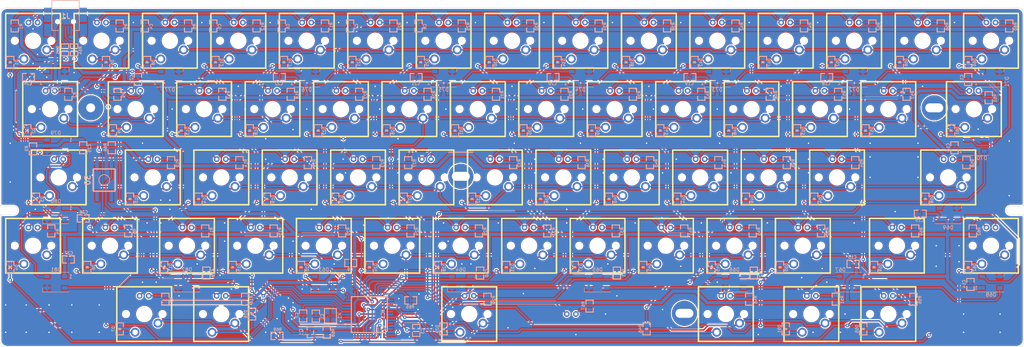
<source format=kicad_pcb>
(kicad_pcb (version 20171130) (host pcbnew "(5.1.2-1)-1")
  (layers (0 F.Cu signal) (31 B.Cu signal) (34 B.Paste user) (35 F.Paste user) (36 B.SilkS user) (37 F.SilkS user) (38 B.Mask user) (39 F.Mask user) (44 Edge.Cuts user))
  (net 0 "")
  (net 1 GND)
  (net 2 "Net-(C1-Pad1)")
  (net 3 "Net-(C2-Pad1)")
  (net 4 "Net-(C3-Pad1)")
  (net 5 VCC)
  (net 6 /col01)
  (net 7 "Net-(D1-Pad2)")
  (net 8 "Net-(D2-Pad2)")
  (net 9 "Net-(D3-Pad2)")
  (net 10 "Net-(D4-Pad2)")
  (net 11 /col02)
  (net 12 "Net-(D5-Pad2)")
  (net 13 "Net-(D6-Pad2)")
  (net 14 "Net-(D7-Pad2)")
  (net 15 "Net-(D8-Pad2)")
  (net 16 /col03)
  (net 17 "Net-(D9-Pad2)")
  (net 18 "Net-(D10-Pad2)")
  (net 19 "Net-(D11-Pad2)")
  (net 20 "Net-(D12-Pad2)")
  (net 21 /col04)
  (net 22 "Net-(D13-Pad2)")
  (net 23 "Net-(D14-Pad2)")
  (net 24 "Net-(D15-Pad2)")
  (net 25 "Net-(D16-Pad2)")
  (net 26 "Net-(D17-Pad2)")
  (net 27 /col05)
  (net 28 "Net-(D18-Pad2)")
  (net 29 "Net-(D19-Pad2)")
  (net 30 "Net-(D20-Pad2)")
  (net 31 "Net-(D21-Pad2)")
  (net 32 /col06)
  (net 33 "Net-(D22-Pad2)")
  (net 34 "Net-(D23-Pad2)")
  (net 35 "Net-(D24-Pad2)")
  (net 36 "Net-(D25-Pad2)")
  (net 37 /col07)
  (net 38 "Net-(D26-Pad2)")
  (net 39 "Net-(D27-Pad2)")
  (net 40 "Net-(D28-Pad2)")
  (net 41 "Net-(D29-Pad2)")
  (net 42 "Net-(D30-Pad2)")
  (net 43 /col08)
  (net 44 "Net-(D31-Pad2)")
  (net 45 "Net-(D32-Pad2)")
  (net 46 "Net-(D33-Pad2)")
  (net 47 "Net-(D34-Pad2)")
  (net 48 /col09)
  (net 49 "Net-(D35-Pad2)")
  (net 50 "Net-(D36-Pad2)")
  (net 51 "Net-(D37-Pad2)")
  (net 52 "Net-(D38-Pad2)")
  (net 53 /col10)
  (net 54 "Net-(D39-Pad2)")
  (net 55 "Net-(D40-Pad2)")
  (net 56 "Net-(D41-Pad2)")
  (net 57 "Net-(D42-Pad2)")
  (net 58 /col11)
  (net 59 "Net-(D43-Pad2)")
  (net 60 "Net-(D44-Pad2)")
  (net 61 "Net-(D45-Pad2)")
  (net 62 "Net-(D46-Pad2)")
  (net 63 "Net-(D47-Pad2)")
  (net 64 /col12)
  (net 65 "Net-(D48-Pad2)")
  (net 66 "Net-(D49-Pad2)")
  (net 67 "Net-(D50-Pad2)")
  (net 68 "Net-(D51-Pad2)")
  (net 69 "Net-(D52-Pad2)")
  (net 70 /col13)
  (net 71 "Net-(D53-Pad2)")
  (net 72 "Net-(D54-Pad2)")
  (net 73 "Net-(D55-Pad2)")
  (net 74 "Net-(D56-Pad2)")
  (net 75 /col14)
  (net 76 "Net-(D57-Pad2)")
  (net 77 "Net-(D58-Pad2)")
  (net 78 "Net-(D59-Pad2)")
  (net 79 "Net-(D60-Pad2)")
  (net 80 /col15)
  (net 81 "Net-(D61-Pad2)")
  (net 82 "Net-(D62-Pad2)")
  (net 83 /rgb)
  (net 84 "Net-(D63-Pad2)")
  (net 85 "Net-(D64-Pad2)")
  (net 86 "Net-(D65-Pad2)")
  (net 87 "Net-(D66-Pad2)")
  (net 88 "Net-(D67-Pad2)")
  (net 89 "Net-(D68-Pad2)")
  (net 90 "Net-(D69-Pad2)")
  (net 91 "Net-(D70-Pad2)")
  (net 92 "Net-(D71-Pad2)")
  (net 93 "Net-(D72-Pad2)")
  (net 94 "Net-(D73-Pad2)")
  (net 95 "Net-(D74-Pad2)")
  (net 96 "Net-(D75-Pad2)")
  (net 97 "Net-(D76-Pad2)")
  (net 98 "Net-(D77-Pad2)")
  (net 99 "Net-(D78-Pad2)")
  (net 100 "Net-(D79-Pad2)")
  (net 101 "Net-(D80-Pad2)")
  (net 102 "Net-(D81-Pad2)")
  (net 103 "Net-(D82-Pad2)")
  (net 104 "Net-(DB1-Pad2)")
  (net 105 "Net-(IC1-Pad39)")
  (net 106 /CAPS_LED)
  (net 107 "Net-(IC1-Pad42)")
  (net 108 "Net-(IC1-Pad38)")
  (net 109 /row01)
  (net 110 "Net-(IC1-Pad13)")
  (net 111 /bl)
  (net 112 /row03)
  (net 113 /row05)
  (net 114 /row04)
  (net 115 /row02)
  (net 116 "Net-(IC1-Pad4)")
  (net 117 "Net-(IC1-Pad3)")
  (net 118 "Net-(IC1-Pad33)")
  (net 119 "Net-(J1-Pad3)")
  (net 120 "Net-(J1-Pad2)")
  (net 121 "Net-(J1-Pad4)")
  (net 122 "Net-(Q1-Pad2)")
  (net 123 "Net-(S0-Pad4)")
  (net 124 "Net-(S0-Pad2)")
  (net 125 "Net-(DB1-Pad1)")
  (net 126 "Net-(DB2-Pad1)")
  (net 127 "Net-(DB3-Pad1)")
  (net 128 "Net-(DB4-Pad1)")
  (net 129 "Net-(DB5-Pad1)")
  (net 130 "Net-(DB6-Pad1)")
  (net 131 "Net-(DB7-Pad1)")
  (net 132 "Net-(DB8-Pad1)")
  (net 133 "Net-(DB9-Pad1)")
  (net 134 "Net-(DB10-Pad1)")
  (net 135 "Net-(DB11-Pad1)")
  (net 136 "Net-(DB12-Pad1)")
  (net 137 "Net-(DB13-Pad1)")
  (net 138 "Net-(DB14-Pad1)")
  (net 139 "Net-(DB15-Pad1)")
  (net 140 "Net-(DB16-Pad1)")
  (net 141 "Net-(DB17-Pad1)")
  (net 142 "Net-(DB18-Pad1)")
  (net 143 "Net-(DB19-Pad1)")
  (net 144 "Net-(DB20-Pad1)")
  (net 145 "Net-(DB21-Pad1)")
  (net 146 "Net-(DB22-Pad1)")
  (net 147 "Net-(DB23-Pad1)")
  (net 148 "Net-(DB24-Pad1)")
  (net 149 "Net-(DB25-Pad1)")
  (net 150 "Net-(DB26-Pad1)")
  (net 151 "Net-(DB27-Pad1)")
  (net 152 "Net-(DB28-Pad1)")
  (net 153 "Net-(DB29-Pad1)")
  (net 154 "Net-(DB30-Pad1)")
  (net 155 "Net-(DB31-Pad1)")
  (net 156 "Net-(DB32-Pad1)")
  (net 157 "Net-(DB33-Pad1)")
  (net 158 "Net-(DB34-Pad1)")
  (net 159 "Net-(DB35-Pad1)")
  (net 160 "Net-(DB36-Pad1)")
  (net 161 "Net-(DB37-Pad1)")
  (net 162 "Net-(DB38-Pad1)")
  (net 163 "Net-(DB39-Pad1)")
  (net 164 "Net-(DB40-Pad1)")
  (net 165 "Net-(DB41-Pad1)")
  (net 166 "Net-(DB42-Pad1)")
  (net 167 "Net-(DB43-Pad1)")
  (net 168 "Net-(DB44-Pad1)")
  (net 169 "Net-(DB45-Pad1)")
  (net 170 "Net-(DB46-Pad1)")
  (net 171 "Net-(DB47-Pad1)")
  (net 172 "Net-(DB48-Pad1)")
  (net 173 "Net-(DB49-Pad1)")
  (net 174 "Net-(DB50-Pad1)")
  (net 175 "Net-(DB51-Pad1)")
  (net 176 "Net-(DB52-Pad1)")
  (net 177 "Net-(DB53-Pad1)")
  (net 178 "Net-(DB54-Pad1)")
  (net 179 "Net-(DB55-Pad1)")
  (net 180 "Net-(DB56-Pad1)")
  (net 181 "Net-(DB57-Pad1)")
  (net 182 "Net-(DB58-Pad1)")
  (net 183 "Net-(DB59-Pad1)")
  (net 184 "Net-(DB60-Pad1)")
  (net 185 "Net-(DB61-Pad1)")
  (net 186 "Net-(DB62-Pad1)")
  (net 187 "Net-(DB63-Pad1)")
  (module logos:geek (layer F.Cu) (at 80.5517 189.7964)
    (fp_text reference REF** hide)
    (fp_text value geek)
    (fp_poly (pts (xy -8.79 -1.54) (xy -8.28 -1.54) (xy -8.31 -1.77) (xy -8.37 -2.01) (xy -8.49 -2.22) (xy -8.65 -2.39) (xy -8.77 -2.47) (xy -8.92 -2.53) (xy -9.09 -2.57) (xy -9.3 -2.59) (xy -10.53 -2.59) (xy -10.78 -2.55) (xy -10.92 -2.51) (xy -11.05 -2.43) (xy -11.17 -2.35) (xy -11.34 -2.17) (xy -11.41 -2.07) (xy -11.51 -1.86) (xy -11.55 -1.71) (xy -11.56 -1.54) (xy -11.56 1.28) (xy -11.55 1.43) (xy -11.52 1.58) (xy -11.46 1.74) (xy -11.37 1.89) (xy -11.24 2.04) (xy -11.08 2.17) (xy -10.92 2.26) (xy -10.7 2.33) (xy -10.52 2.35) (xy -9.29 2.35) (xy -9.09 2.32) (xy -8.9 2.25) (xy -8.75 2.17) (xy -8.62 2.08) (xy -8.5 1.96) (xy -8.42 1.85) (xy -8.33 1.65) (xy -8.29 1.45) (xy -8.28 1.29) (xy -8.28 -0.37) (xy -9.9 -0.37) (xy -9.9 0.13) (xy -9.34 0.13) (xy -9.34 1.28) (xy -9.37 1.47) (xy -9.44 1.62) (xy -9.54 1.73) (xy -9.67 1.8) (xy -9.81 1.84) (xy -9.94 1.85) (xy -10.07 1.83) (xy -10.23 1.76) (xy -10.33 1.69) (xy -10.41 1.58) (xy -10.48 1.45) (xy -10.5 1.32) (xy -10.5 -1.55) (xy -10.49 -1.65) (xy -10.44 -1.77) (xy -10.38 -1.86) (xy -10.28 -1.96) (xy -10.18 -2.03) (xy -10.03 -2.08) (xy -9.92 -2.09) (xy -9.34 -2.09) (xy -9.23 -2.08) (xy -9.15 -2.06) (xy -9.05 -2.01) (xy -8.93 -1.91) (xy -8.87 -1.82) (xy -8.83 -1.72) (xy -8.79 -1.61)) (layer F.Cu) (width 0.1))
    (fp_poly (pts (xy 12.35 1.3) (xy 12.35 2.35) (xy 13.4 2.35) (xy 13.4 1.3)) (layer F.Cu) (width 0.1))
    (fp_poly (pts (xy 5.11 1.3) (xy 5.11 2.35) (xy 6.16 2.35) (xy 6.16 1.3)) (layer F.Cu) (width 0.1))
    (fp_poly (pts (xy -1 1.3) (xy -1 2.35) (xy 0.05 2.35) (xy 0.05 1.3)) (layer F.Cu) (width 0.1))
    (fp_poly (pts (xy -7.12 1.3) (xy -7.12 2.35) (xy -6.07 2.35) (xy -6.07 1.3)) (layer F.Cu) (width 0.1))
    (fp_poly (pts (xy 7.35 -2.6) (xy 7.35 2.35) (xy 8.4 2.35) (xy 8.4 0.4) (xy 10.1 2.35) (xy 11.15 2.35) (xy 8.9 -0.15) (xy 11.1 -2.6) (xy 10.2 -2.6) (xy 8.4 -0.55) (xy 8.4 -2.6)) (layer F.Cu) (width 0.1))
    (fp_poly (pts (xy 1.225 -2.6) (xy 1.225 2.35) (xy 3.975 2.35) (xy 3.975 1.85) (xy 2.275 1.85) (xy 2.275 0.15) (xy 3.425 0.15) (xy 3.425 -0.4) (xy 2.275 -0.4) (xy 2.275 -2.1) (xy 3.925 -2.1) (xy 3.925 -2.6)) (layer F.Cu) (width 0.1))
    (fp_poly (pts (xy -4.9 -2.6) (xy -4.9 2.35) (xy -2.15 2.35) (xy -2.15 1.85) (xy -3.85 1.85) (xy -3.85 0.15) (xy -2.7 0.15) (xy -2.7 -0.4) (xy -3.85 -0.4) (xy -3.85 -2.1) (xy -2.2 -2.1) (xy -2.2 -2.6)) (layer F.Cu) (width 0.1))
  )
  (module mx1a:caps_led (layer F.Cu) (at 225.3317 188.5264 180)
    (fp_text reference DB63 hide)
    (fp_text value LED hide)
    (pad 1 thru_hole circle (at -1.27 0 180) (size 1.6002 1.6002) (drill 0.8128) (layers *.Cu *.Mask) (net 187 "Net-(DB63-Pad1)"))
    (pad 2 thru_hole circle (at 1.27 0 180) (size 1.6002 1.6002) (drill 0.8128) (layers *.Cu *.Mask) (net 106 /CAPS_LED))
  )
  (module device:2SC5866 (layer B.Cu) (at 152.6877 193.6064 270)
    (fp_text reference Q1 (at 0 2.54 90) (layer B.SilkS) (effects (justify mirror)))
    (fp_text value NPN)
    (pad 3 smd rect (at 0 1.05 270) (size 0.7 0.9) (layers B.Cu B.Paste B.Mask) (net 104 "Net-(DB1-Pad2)"))
    (pad 2 smd rect (at 0.95 -1.05 270) (size 0.7 0.9) (layers B.Cu B.Paste B.Mask) (net 122 "Net-(Q1-Pad2)"))
    (pad 1 smd rect (at -0.95 -1.05 270) (size 0.7 0.9) (layers B.Cu B.Paste B.Mask) (net 1 GND))
  )
  (module mx1a:MX1A (layer F.Cu) (at 342.17 169.4765 180)
    (fp_text reference S62 hide)
    (fp_text value MX1A hide)
    (pad "" np_thru_hole circle (at 5.08 0 180) (size 1.69926 1.69926) (drill 1.69926) (layers *.Cu *.Mask))
    (pad "" np_thru_hole circle (at -5.08 0 180) (size 1.69926 1.69926) (drill 1.69926) (layers *.Cu *.Mask))
    (pad 1 thru_hole circle (at -3.81 -2.54 180) (size 2.49936 2.49936) (drill 1.50114) (layers *.Cu *.Mask) (net 114 /row04))
    (pad 2 thru_hole circle (at 2.54 -5.08 180) (size 2.49936 2.49936) (drill 1.50114) (layers *.Cu *.Mask) (net 82 "Net-(D62-Pad2)"))
    (pad "" np_thru_hole circle (at 0 0 180) (size 3.98018 3.98018) (drill 3.98018) (layers *.Cu *.Mask))
  )
  (module hole:PKRH (layer F.Cu) (at 194.5742 150.12765)
    (fp_text reference HOLE hide)
    (fp_text value VAL** hide)
    (pad 1 thru_hole circle (at 0 0) (size 7.00024 7.00024) (drill oval 5.00126 2.49936) (layers *.Cu *.Mask))
  )
  (module hole:PKRH (layer F.Cu) (at 326.3741 131.02845)
    (fp_text reference HOLE hide)
    (fp_text value VAL** hide)
    (pad 1 thru_hole circle (at 0 0) (size 7.00024 7.00024) (drill oval 5.00126 2.49936) (layers *.Cu *.Mask))
  )
  (module hole:PKRH (layer F.Cu) (at 256.8236 188.32835)
    (fp_text reference HOLE hide)
    (fp_text value VAL** hide)
    (pad 1 thru_hole circle (at 0 0) (size 7.00024 7.00024) (drill oval 5.00126 2.49936) (layers *.Cu *.Mask))
  )
  (module hole:PKRHC (layer F.Cu) (at 91.5235 131.02845)
    (fp_text reference HOLE hide)
    (fp_text value VAL** hide)
    (pad 1 thru_hole circle (at 0 0) (size 7.0013 7.0013) (drill 2.4994) (layers *.Cu *.Mask))
  )
  (module 0805:0805C (layer B.Cu) (at 154.2117 189.0979 90)
    (fp_text reference C1 (at -0.15 1.778 270) (layer B.SilkS) (effects (font (size 0.8 0.8)) (justify mirror)))
    (fp_text value 22p hide)
    (pad 2 smd rect (at 0.9525 0 90) (size 0.889 1.397) (layers B.Cu B.Paste B.Mask) (net 1 GND))
    (pad 1 smd rect (at -0.9525 0 90) (size 0.889 1.397) (layers B.Cu B.Paste B.Mask) (net 2 "Net-(C1-Pad1)"))
  )
  (module 0805:0805C (layer B.Cu) (at 150.6557 189.0344 270)
    (fp_text reference C2 (at -0.15 1.778 270) (layer B.SilkS) (effects (font (size 0.8 0.8)) (justify mirror)))
    (fp_text value 22p hide)
    (pad 2 smd rect (at 0.9525 0 270) (size 0.889 1.397) (layers B.Cu B.Paste B.Mask) (net 1 GND))
    (pad 1 smd rect (at -0.9525 0 270) (size 0.889 1.397) (layers B.Cu B.Paste B.Mask) (net 3 "Net-(C2-Pad1)"))
  )
  (module 0805:0805C (layer B.Cu) (at 182.1517 193.0984 90)
    (fp_text reference C3 (at -0.15 1.778 270) (layer B.SilkS) (effects (font (size 0.8 0.8)) (justify mirror)))
    (fp_text value 1u hide)
    (pad 2 smd rect (at 0.9525 0 90) (size 0.889 1.397) (layers B.Cu B.Paste B.Mask) (net 1 GND))
    (pad 1 smd rect (at -0.9525 0 90) (size 0.889 1.397) (layers B.Cu B.Paste B.Mask) (net 4 "Net-(C3-Pad1)"))
  )
  (module 0805:0805C (layer B.Cu) (at 106.5867 108.1989 90)
    (fp_text reference C4 (at -0.15 1.778 -90) (layer B.SilkS) (effects (font (size 0.8 0.8)) (justify mirror)))
    (fp_text value 1u hide)
    (pad 2 smd rect (at 0.9525 0 90) (size 0.889 1.397) (layers B.Cu B.Paste B.Mask) (net 1 GND))
    (pad 1 smd rect (at -0.9525 0 90) (size 0.889 1.397) (layers B.Cu B.Paste B.Mask) (net 5 VCC))
  )
  (module 0805:0805C (layer B.Cu) (at 125.6367 108.1989 90)
    (fp_text reference C5 (at -0.15 1.778 -90) (layer B.SilkS) (effects (font (size 0.8 0.8)) (justify mirror)))
    (fp_text value 100n hide)
    (pad 2 smd rect (at 0.9525 0 90) (size 0.889 1.397) (layers B.Cu B.Paste B.Mask) (net 1 GND))
    (pad 1 smd rect (at -0.9525 0 90) (size 0.889 1.397) (layers B.Cu B.Paste B.Mask) (net 5 VCC))
  )
  (module 0805:0805C (layer B.Cu) (at 144.6867 108.1989 90)
    (fp_text reference C6 (at -0.15 1.778 -90) (layer B.SilkS) (effects (font (size 0.8 0.8)) (justify mirror)))
    (fp_text value 100n hide)
    (pad 2 smd rect (at 0.9525 0 90) (size 0.889 1.397) (layers B.Cu B.Paste B.Mask) (net 1 GND))
    (pad 1 smd rect (at -0.9525 0 90) (size 0.889 1.397) (layers B.Cu B.Paste B.Mask) (net 5 VCC))
  )
  (module 0805:0805C (layer B.Cu) (at 163.7367 108.1989 90)
    (fp_text reference C7 (at -0.15 1.778 -90) (layer B.SilkS) (effects (font (size 0.8 0.8)) (justify mirror)))
    (fp_text value 100n hide)
    (pad 2 smd rect (at 0.9525 0 90) (size 0.889 1.397) (layers B.Cu B.Paste B.Mask) (net 1 GND))
    (pad 1 smd rect (at -0.9525 0 90) (size 0.889 1.397) (layers B.Cu B.Paste B.Mask) (net 5 VCC))
  )
  (module 0805:0805C (layer B.Cu) (at 182.7867 108.1989 90)
    (fp_text reference C8 (at -0.15 1.778 -90) (layer B.SilkS) (effects (font (size 0.8 0.8)) (justify mirror)))
    (fp_text value 100n hide)
    (pad 2 smd rect (at 0.9525 0 90) (size 0.889 1.397) (layers B.Cu B.Paste B.Mask) (net 1 GND))
    (pad 1 smd rect (at -0.9525 0 90) (size 0.889 1.397) (layers B.Cu B.Paste B.Mask) (net 5 VCC))
  )
  (module 0805:0805C (layer B.Cu) (at 163.9272 174.3024)
    (fp_text reference C9 (at -0.15 1.778 180) (layer B.SilkS) (effects (font (size 0.8 0.8)) (justify mirror)))
    (fp_text value 100nf hide)
    (pad 2 smd rect (at 0.9525 0) (size 0.889 1.397) (layers B.Cu B.Paste B.Mask) (net 5 VCC))
    (pad 1 smd rect (at -0.9525 0) (size 0.889 1.397) (layers B.Cu B.Paste B.Mask) (net 1 GND))
  )
  (module 0805:0805C (layer B.Cu) (at 199.9317 177.0964 270)
    (fp_text reference C10 (at 0 -1.905 270) (layer B.SilkS) (effects (font (size 0.8 0.8)) (justify mirror)))
    (fp_text value 100nf hide)
    (pad 1 smd rect (at -0.9525 0 270) (size 0.889 1.397) (layers B.Cu B.Paste B.Mask) (net 1 GND))
    (pad 2 smd rect (at 0.9525 0 270) (size 0.889 1.397) (layers B.Cu B.Paste B.Mask) (net 5 VCC))
  )
  (module 0805:0805C (layer B.Cu) (at 238.0317 177.0964 270)
    (fp_text reference C11 (at 0 -1.905 270) (layer B.SilkS) (effects (font (size 0.8 0.8)) (justify mirror)))
    (fp_text value 100nf hide)
    (pad 1 smd rect (at -0.9525 0 270) (size 0.889 1.397) (layers B.Cu B.Paste B.Mask) (net 1 GND))
    (pad 2 smd rect (at 0.9525 0 270) (size 0.889 1.397) (layers B.Cu B.Paste B.Mask) (net 5 VCC))
  )
  (module 0805:0805C (layer B.Cu) (at 276.1317 177.0964 270)
    (fp_text reference C12 (at 0 -1.905 270) (layer B.SilkS) (effects (font (size 0.8 0.8)) (justify mirror)))
    (fp_text value 100nf hide)
    (pad 1 smd rect (at -0.9525 0 270) (size 0.889 1.397) (layers B.Cu B.Paste B.Mask) (net 1 GND))
    (pad 2 smd rect (at 0.9525 0 270) (size 0.889 1.397) (layers B.Cu B.Paste B.Mask) (net 5 VCC))
  )
  (module 0805:0805C (layer B.Cu) (at 303.7542 174.5564)
    (fp_text reference C13 (at -0.15 -1.905 180) (layer B.SilkS) (effects (font (size 0.8 0.8)) (justify mirror)))
    (fp_text value 100nf hide)
    (pad 2 smd rect (at 0.9525 0) (size 0.889 1.397) (layers B.Cu B.Paste B.Mask) (net 5 VCC))
    (pad 1 smd rect (at -0.9525 0) (size 0.889 1.397) (layers B.Cu B.Paste B.Mask) (net 1 GND))
  )
  (module 0805:0805C (layer B.Cu) (at 336.4567 180.2714 270)
    (fp_text reference C14 (at -0.15 1.778 270) (layer B.SilkS) (effects (font (size 0.8 0.8)) (justify mirror)))
    (fp_text value 100nf hide)
    (pad 1 smd rect (at -0.9525 0 270) (size 0.889 1.397) (layers B.Cu B.Paste B.Mask) (net 1 GND))
    (pad 2 smd rect (at 0.9525 0 270) (size 0.889 1.397) (layers B.Cu B.Paste B.Mask) (net 5 VCC))
  )
  (module 0805:0805C (layer B.Cu) (at 322.4867 160.5864)
    (fp_text reference C15 (at -0.15 1.778 180) (layer B.SilkS) (effects (font (size 0.8 0.8)) (justify mirror)))
    (fp_text value 100nf hide)
    (pad 1 smd rect (at -0.9525 0) (size 0.889 1.397) (layers B.Cu B.Paste B.Mask) (net 1 GND))
    (pad 2 smd rect (at 0.9525 0) (size 0.889 1.397) (layers B.Cu B.Paste B.Mask) (net 5 VCC))
  )
  (module 0805:0805C (layer B.Cu) (at 332.0117 142.1714 270)
    (fp_text reference C16 (at -0.15 1.778 270) (layer B.SilkS) (effects (font (size 0.8 0.8)) (justify mirror)))
    (fp_text value 100nf hide)
    (pad 1 smd rect (at -0.9525 0 270) (size 0.889 1.397) (layers B.Cu B.Paste B.Mask) (net 1 GND))
    (pad 2 smd rect (at 0.9525 0 270) (size 0.889 1.397) (layers B.Cu B.Paste B.Mask) (net 5 VCC))
  )
  (module 0805:0805C (layer B.Cu) (at 335.8217 123.1214 270)
    (fp_text reference C17 (at -0.15 1.778 270) (layer B.SilkS) (effects (font (size 0.8 0.8)) (justify mirror)))
    (fp_text value 100nf hide)
    (pad 1 smd rect (at -0.9525 0 270) (size 0.889 1.397) (layers B.Cu B.Paste B.Mask) (net 1 GND))
    (pad 2 smd rect (at 0.9525 0 270) (size 0.889 1.397) (layers B.Cu B.Paste B.Mask) (net 5 VCC))
  )
  (module 0805:0805C (layer B.Cu) (at 296.4517 122.4864)
    (fp_text reference C18 (at -0.15 1.778 -180) (layer B.SilkS) (effects (font (size 0.8 0.8)) (justify mirror)))
    (fp_text value 100nf hide)
    (pad 2 smd rect (at 0.9525 0) (size 0.889 1.397) (layers B.Cu B.Paste B.Mask) (net 5 VCC))
    (pad 1 smd rect (at -0.9525 0) (size 0.889 1.397) (layers B.Cu B.Paste B.Mask) (net 1 GND))
  )
  (module 0805:0805C (layer B.Cu) (at 258.3517 122.4864)
    (fp_text reference C19 (at -0.15 1.778 -180) (layer B.SilkS) (effects (font (size 0.8 0.8)) (justify mirror)))
    (fp_text value 100nf hide)
    (pad 1 smd rect (at -0.9525 0) (size 0.889 1.397) (layers B.Cu B.Paste B.Mask) (net 1 GND))
    (pad 2 smd rect (at 0.9525 0) (size 0.889 1.397) (layers B.Cu B.Paste B.Mask) (net 5 VCC))
  )
  (module 0805:0805C (layer B.Cu) (at 220.2517 122.4864)
    (fp_text reference C20 (at -0.15 1.778 -180) (layer B.SilkS) (effects (font (size 0.8 0.8)) (justify mirror)))
    (fp_text value 100nf hide)
    (pad 1 smd rect (at -0.9525 0) (size 0.889 1.397) (layers B.Cu B.Paste B.Mask) (net 1 GND))
    (pad 2 smd rect (at 0.9525 0) (size 0.889 1.397) (layers B.Cu B.Paste B.Mask) (net 5 VCC))
  )
  (module 0805:0805C (layer B.Cu) (at 182.1517 122.4864)
    (fp_text reference C21 (at -0.15 1.778 -180) (layer B.SilkS) (effects (font (size 0.8 0.8)) (justify mirror)))
    (fp_text value 100nf hide)
    (pad 2 smd rect (at 0.9525 0) (size 0.889 1.397) (layers B.Cu B.Paste B.Mask) (net 5 VCC))
    (pad 1 smd rect (at -0.9525 0) (size 0.889 1.397) (layers B.Cu B.Paste B.Mask) (net 1 GND))
  )
  (module 0805:0805C (layer B.Cu) (at 144.0517 122.4864)
    (fp_text reference C22 (at -0.15 1.778 -180) (layer B.SilkS) (effects (font (size 0.8 0.8)) (justify mirror)))
    (fp_text value 100nf hide)
    (pad 1 smd rect (at -0.9525 0) (size 0.889 1.397) (layers B.Cu B.Paste B.Mask) (net 1 GND))
    (pad 2 smd rect (at 0.9525 0) (size 0.889 1.397) (layers B.Cu B.Paste B.Mask) (net 5 VCC))
  )
  (module 0805:0805C (layer B.Cu) (at 104.6817 123.1214 270)
    (fp_text reference C23 (at -0.15 1.778 270) (layer B.SilkS) (effects (font (size 0.8 0.8)) (justify mirror)))
    (fp_text value 100nf hide)
    (pad 2 smd rect (at 0.9525 0 270) (size 0.889 1.397) (layers B.Cu B.Paste B.Mask) (net 5 VCC))
    (pad 1 smd rect (at -0.9525 0 270) (size 0.889 1.397) (layers B.Cu B.Paste B.Mask) (net 1 GND))
  )
  (module 0805:0805C (layer B.Cu) (at 74.2017 122.4864)
    (fp_text reference C24 (at -0.15 1.778 180) (layer B.SilkS) (effects (font (size 0.8 0.8)) (justify mirror)))
    (fp_text value 100nf hide)
    (pad 1 smd rect (at -0.9525 0) (size 0.889 1.397) (layers B.Cu B.Paste B.Mask) (net 1 GND))
    (pad 2 smd rect (at 0.9525 0) (size 0.889 1.397) (layers B.Cu B.Paste B.Mask) (net 5 VCC))
  )
  (module 0805:0805C (layer B.Cu) (at 89.4417 142.1714 90)
    (fp_text reference C25 (at -0.15 1.778 270) (layer B.SilkS) (effects (font (size 0.8 0.8)) (justify mirror)))
    (fp_text value 100nf hide)
    (pad 1 smd rect (at -0.9525 0 90) (size 0.889 1.397) (layers B.Cu B.Paste B.Mask) (net 1 GND))
    (pad 2 smd rect (at 0.9525 0 90) (size 0.889 1.397) (layers B.Cu B.Paste B.Mask) (net 5 VCC))
  )
  (module 0805:0805C (layer B.Cu) (at 89.4417 161.8564 180)
    (fp_text reference C26 (at -0.15 1.778 180) (layer B.SilkS) (effects (font (size 0.8 0.8)) (justify mirror)))
    (fp_text value 100nf hide)
    (pad 1 smd rect (at -0.9525 0 180) (size 0.889 1.397) (layers B.Cu B.Paste B.Mask) (net 1 GND))
    (pad 2 smd rect (at 0.9525 0 180) (size 0.889 1.397) (layers B.Cu B.Paste B.Mask) (net 5 VCC))
  )
  (module 0805:0805C (layer B.Cu) (at 85.3142 173.2864 180)
    (fp_text reference C27 (at -0.15 1.778 180) (layer B.SilkS) (effects (font (size 0.8 0.8)) (justify mirror)))
    (fp_text value 100nf hide)
    (pad 1 smd rect (at -0.9525 0 180) (size 0.889 1.397) (layers B.Cu B.Paste B.Mask) (net 1 GND))
    (pad 2 smd rect (at 0.9525 0 180) (size 0.889 1.397) (layers B.Cu B.Paste B.Mask) (net 5 VCC))
  )
  (module 0805:0805C (layer B.Cu) (at 123.7317 177.0964 270)
    (fp_text reference C28 (at 0 -1.905 270) (layer B.SilkS) (effects (font (size 0.8 0.8)) (justify mirror)))
    (fp_text value 100nf hide)
    (pad 2 smd rect (at 0.9525 0 270) (size 0.889 1.397) (layers B.Cu B.Paste B.Mask) (net 5 VCC))
    (pad 1 smd rect (at -0.9525 0 270) (size 0.889 1.397) (layers B.Cu B.Paste B.Mask) (net 1 GND))
  )
  (module 0805:0805D (layer B.Cu) (at 69.1217 118.3589 90)
    (fp_text reference D1 (at 0 1.775 270) (layer B.SilkS) (effects (font (size 0.8 0.8)) (justify mirror)))
    (fp_text value 1N4148 hide)
    (pad 1 smd rect (at -0.9525 0 90) (size 0.889 1.397) (layers B.Cu B.Paste B.Mask) (net 6 /col01))
    (pad 2 smd rect (at 0.9525 0 90) (size 0.889 1.397) (layers B.Cu B.Paste B.Mask) (net 7 "Net-(D1-Pad2)"))
  )
  (module 0805:0805D (layer B.Cu) (at 73.884199 137.4089 90)
    (fp_text reference D2 (at 0 1.775 270) (layer B.SilkS) (effects (font (size 0.8 0.8)) (justify mirror)))
    (fp_text value 1N4148 hide)
    (pad 2 smd rect (at 0.9525 0 90) (size 0.889 1.397) (layers B.Cu B.Paste B.Mask) (net 8 "Net-(D2-Pad2)"))
    (pad 1 smd rect (at -0.9525 0 90) (size 0.889 1.397) (layers B.Cu B.Paste B.Mask) (net 6 /col01))
  )
  (module 0805:0805D (layer B.Cu) (at 76.265499 156.4603 90)
    (fp_text reference D3 (at 0 1.775 90) (layer B.SilkS) (effects (font (size 0.8 0.8)) (justify mirror)))
    (fp_text value 1N4148 hide)
    (pad 2 smd rect (at 0.9525 0 90) (size 0.889 1.397) (layers B.Cu B.Paste B.Mask) (net 9 "Net-(D3-Pad2)"))
    (pad 1 smd rect (at -0.9525 0 90) (size 0.889 1.397) (layers B.Cu B.Paste B.Mask) (net 6 /col01))
  )
  (module 0805:0805D (layer B.Cu) (at 69.1217 175.509 90)
    (fp_text reference D4 (at 0 1.775 90) (layer B.SilkS) (effects (font (size 0.8 0.8)) (justify mirror)))
    (fp_text value 1N4148 hide)
    (pad 2 smd rect (at 0.9525 0 90) (size 0.889 1.397) (layers B.Cu B.Paste B.Mask) (net 10 "Net-(D4-Pad2)"))
    (pad 1 smd rect (at -0.9525 0 90) (size 0.889 1.397) (layers B.Cu B.Paste B.Mask) (net 6 /col01))
  )
  (module 0805:0805D (layer B.Cu) (at 95.7917 118.3589 90)
    (fp_text reference D5 (at 0 1.775 90) (layer B.SilkS) (effects (font (size 0.8 0.8)) (justify mirror)))
    (fp_text value 1N4148 hide)
    (pad 1 smd rect (at -0.9525 0 90) (size 0.889 1.397) (layers B.Cu B.Paste B.Mask) (net 11 /col02))
    (pad 2 smd rect (at 0.9525 0 90) (size 0.889 1.397) (layers B.Cu B.Paste B.Mask) (net 12 "Net-(D5-Pad2)"))
  )
  (module 0805:0805D (layer B.Cu) (at 90.5529 175.509 90)
    (fp_text reference D6 (at 0 1.775 90) (layer B.SilkS) (effects (font (size 0.8 0.8)) (justify mirror)))
    (fp_text value 1N4148 hide)
    (pad 2 smd rect (at 0.9525 0 90) (size 0.889 1.397) (layers B.Cu B.Paste B.Mask) (net 13 "Net-(D6-Pad2)"))
    (pad 1 smd rect (at -0.9525 0 90) (size 0.889 1.397) (layers B.Cu B.Paste B.Mask) (net 11 /col02))
  )
  (module 0805:0805D (layer B.Cu) (at 99.6017 192.6539 270)
    (fp_text reference D7 (at 0 1.775 90) (layer B.SilkS) (effects (font (size 0.8 0.8)) (justify mirror)))
    (fp_text value 1N4148 hide)
    (pad 2 smd rect (at 0.9525 0 270) (size 0.889 1.397) (layers B.Cu B.Paste B.Mask) (net 14 "Net-(D7-Pad2)"))
    (pad 1 smd rect (at -0.9525 0 270) (size 0.889 1.397) (layers B.Cu B.Paste B.Mask) (net 11 /col02))
  )
  (module 0805:0805D (layer B.Cu) (at 107.2217 118.3589 90)
    (fp_text reference D8 (at 0 1.775 90) (layer B.SilkS) (effects (font (size 0.8 0.8)) (justify mirror)))
    (fp_text value 1N4148 hide)
    (pad 2 smd rect (at 0.9525 0 90) (size 0.889 1.397) (layers B.Cu B.Paste B.Mask) (net 15 "Net-(D8-Pad2)"))
    (pad 1 smd rect (at -0.9525 0 90) (size 0.889 1.397) (layers B.Cu B.Paste B.Mask) (net 16 /col03))
  )
  (module 0805:0805D (layer B.Cu) (at 97.6953 137.4089 90)
    (fp_text reference D9 (at 0 1.775 90) (layer B.SilkS) (effects (font (size 0.8 0.8)) (justify mirror)))
    (fp_text value 1N4148 hide)
    (pad 2 smd rect (at 0.9525 0 90) (size 0.889 1.397) (layers B.Cu B.Paste B.Mask) (net 17 "Net-(D9-Pad2)"))
    (pad 1 smd rect (at -0.9525 0 90) (size 0.889 1.397) (layers B.Cu B.Paste B.Mask) (net 16 /col03))
  )
  (module 0805:0805D (layer B.Cu) (at 102.459199 156.4603 90)
    (fp_text reference D10 (at 0 1.775 90) (layer B.SilkS) (effects (font (size 0.8 0.8)) (justify mirror)))
    (fp_text value 1N4148 hide)
    (pad 1 smd rect (at -0.9525 0 90) (size 0.889 1.397) (layers B.Cu B.Paste B.Mask) (net 16 /col03))
    (pad 2 smd rect (at 0.9525 0 90) (size 0.889 1.397) (layers B.Cu B.Paste B.Mask) (net 18 "Net-(D10-Pad2)"))
  )
  (module 0805:0805D (layer B.Cu) (at 111.9828 175.509 90)
    (fp_text reference D11 (at 0 1.775 90) (layer B.SilkS) (effects (font (size 0.8 0.8)) (justify mirror)))
    (fp_text value 1N4148 hide)
    (pad 1 smd rect (at -0.9525 0 90) (size 0.889 1.397) (layers B.Cu B.Paste B.Mask) (net 16 /col03))
    (pad 2 smd rect (at 0.9525 0 90) (size 0.889 1.397) (layers B.Cu B.Paste B.Mask) (net 19 "Net-(D11-Pad2)"))
  )
  (module 0805:0805D (layer B.Cu) (at 126.2717 118.3589 90)
    (fp_text reference D12 (at 0 1.775 90) (layer B.SilkS) (effects (font (size 0.8 0.8)) (justify mirror)))
    (fp_text value 1N4148 hide)
    (pad 2 smd rect (at 0.9525 0 90) (size 0.889 1.397) (layers B.Cu B.Paste B.Mask) (net 20 "Net-(D12-Pad2)"))
    (pad 1 smd rect (at -0.9525 0 90) (size 0.889 1.397) (layers B.Cu B.Paste B.Mask) (net 21 /col04))
  )
  (module 0805:0805D (layer B.Cu) (at 116.7453 137.4089 90)
    (fp_text reference D13 (at 0 1.775 90) (layer B.SilkS) (effects (font (size 0.8 0.8)) (justify mirror)))
    (fp_text value 1N4148 hide)
    (pad 2 smd rect (at 0.9525 0 90) (size 0.889 1.397) (layers B.Cu B.Paste B.Mask) (net 22 "Net-(D13-Pad2)"))
    (pad 1 smd rect (at -0.9525 0 90) (size 0.889 1.397) (layers B.Cu B.Paste B.Mask) (net 21 /col04))
  )
  (module 0805:0805D (layer B.Cu) (at 121.509199 156.4603 90)
    (fp_text reference D14 (at 0 1.775 90) (layer B.SilkS) (effects (font (size 0.8 0.8)) (justify mirror)))
    (fp_text value 1N4148 hide)
    (pad 1 smd rect (at -0.9525 0 90) (size 0.889 1.397) (layers B.Cu B.Paste B.Mask) (net 21 /col04))
    (pad 2 smd rect (at 0.9525 0 90) (size 0.889 1.397) (layers B.Cu B.Paste B.Mask) (net 23 "Net-(D14-Pad2)"))
  )
  (module 0805:0805D (layer B.Cu) (at 131.0328 175.509 90)
    (fp_text reference D15 (at 0 1.775 90) (layer B.SilkS) (effects (font (size 0.8 0.8)) (justify mirror)))
    (fp_text value 1N4148 hide)
    (pad 1 smd rect (at -0.9525 0 90) (size 0.889 1.397) (layers B.Cu B.Paste B.Mask) (net 21 /col04))
    (pad 2 smd rect (at 0.9525 0 90) (size 0.889 1.397) (layers B.Cu B.Paste B.Mask) (net 24 "Net-(D15-Pad2)"))
  )
  (module 0805:0805D (layer B.Cu) (at 136.4317 188.5264 270)
    (fp_text reference D16 (at 0 1.775 90) (layer B.SilkS) (effects (font (size 0.8 0.8)) (justify mirror)))
    (fp_text value 1N4148 hide)
    (pad 1 smd rect (at -0.9525 0 270) (size 0.889 1.397) (layers B.Cu B.Paste B.Mask) (net 21 /col04))
    (pad 2 smd rect (at 0.9525 0 270) (size 0.889 1.397) (layers B.Cu B.Paste B.Mask) (net 25 "Net-(D16-Pad2)"))
  )
  (module 0805:0805D (layer B.Cu) (at 145.3217 118.3589 90)
    (fp_text reference D17 (at 0 1.775 90) (layer B.SilkS) (effects (font (size 0.8 0.8)) (justify mirror)))
    (fp_text value 1N4148 hide)
    (pad 2 smd rect (at 0.9525 0 90) (size 0.889 1.397) (layers B.Cu B.Paste B.Mask) (net 26 "Net-(D17-Pad2)"))
    (pad 1 smd rect (at -0.9525 0 90) (size 0.889 1.397) (layers B.Cu B.Paste B.Mask) (net 27 /col05))
  )
  (module 0805:0805D (layer B.Cu) (at 135.7953 137.4089 90)
    (fp_text reference D18 (at 0 1.775 90) (layer B.SilkS) (effects (font (size 0.8 0.8)) (justify mirror)))
    (fp_text value 1N4148 hide)
    (pad 2 smd rect (at 0.9525 0 90) (size 0.889 1.397) (layers B.Cu B.Paste B.Mask) (net 28 "Net-(D18-Pad2)"))
    (pad 1 smd rect (at -0.9525 0 90) (size 0.889 1.397) (layers B.Cu B.Paste B.Mask) (net 27 /col05))
  )
  (module 0805:0805D (layer B.Cu) (at 140.559199 156.4603 90)
    (fp_text reference D19 (at 0 1.775 90) (layer B.SilkS) (effects (font (size 0.8 0.8)) (justify mirror)))
    (fp_text value 1N4148 hide)
    (pad 1 smd rect (at -0.9525 0 90) (size 0.889 1.397) (layers B.Cu B.Paste B.Mask) (net 27 /col05))
    (pad 2 smd rect (at 0.9525 0 90) (size 0.889 1.397) (layers B.Cu B.Paste B.Mask) (net 29 "Net-(D19-Pad2)"))
  )
  (module 0805:0805D (layer B.Cu) (at 150.0828 175.509 90)
    (fp_text reference D20 (at 0 1.775 90) (layer B.SilkS) (effects (font (size 0.8 0.8)) (justify mirror)))
    (fp_text value 1N4148 hide)
    (pad 1 smd rect (at -0.9525 0 90) (size 0.889 1.397) (layers B.Cu B.Paste B.Mask) (net 27 /col05))
    (pad 2 smd rect (at 0.9525 0 90) (size 0.889 1.397) (layers B.Cu B.Paste B.Mask) (net 30 "Net-(D20-Pad2)"))
  )
  (module 0805:0805D (layer B.Cu) (at 164.3717 118.3589 90)
    (fp_text reference D21 (at 0 1.775 90) (layer B.SilkS) (effects (font (size 0.8 0.8)) (justify mirror)))
    (fp_text value 1N4148 hide)
    (pad 2 smd rect (at 0.9525 0 90) (size 0.889 1.397) (layers B.Cu B.Paste B.Mask) (net 31 "Net-(D21-Pad2)"))
    (pad 1 smd rect (at -0.9525 0 90) (size 0.889 1.397) (layers B.Cu B.Paste B.Mask) (net 32 /col06))
  )
  (module 0805:0805D (layer B.Cu) (at 154.8453 137.4089 90)
    (fp_text reference D22 (at 0 1.775 90) (layer B.SilkS) (effects (font (size 0.8 0.8)) (justify mirror)))
    (fp_text value 1N4148 hide)
    (pad 2 smd rect (at 0.9525 0 90) (size 0.889 1.397) (layers B.Cu B.Paste B.Mask) (net 33 "Net-(D22-Pad2)"))
    (pad 1 smd rect (at -0.9525 0 90) (size 0.889 1.397) (layers B.Cu B.Paste B.Mask) (net 32 /col06))
  )
  (module 0805:0805D (layer B.Cu) (at 159.609199 156.4603 90)
    (fp_text reference D23 (at 0 1.775 90) (layer B.SilkS) (effects (font (size 0.8 0.8)) (justify mirror)))
    (fp_text value 1N4148 hide)
    (pad 1 smd rect (at -0.9525 0 90) (size 0.889 1.397) (layers B.Cu B.Paste B.Mask) (net 32 /col06))
    (pad 2 smd rect (at 0.9525 0 90) (size 0.889 1.397) (layers B.Cu B.Paste B.Mask) (net 34 "Net-(D23-Pad2)"))
  )
  (module 0805:0805D (layer B.Cu) (at 169.1328 175.509 90)
    (fp_text reference D24 (at 0 1.775 90) (layer B.SilkS) (effects (font (size 0.8 0.8)) (justify mirror)))
    (fp_text value 1N4148 hide)
    (pad 1 smd rect (at -0.9525 0 90) (size 0.889 1.397) (layers B.Cu B.Paste B.Mask) (net 32 /col06))
    (pad 2 smd rect (at 0.9525 0 90) (size 0.889 1.397) (layers B.Cu B.Paste B.Mask) (net 35 "Net-(D24-Pad2)"))
  )
  (module 0805:0805D (layer B.Cu) (at 183.4217 118.3589 90)
    (fp_text reference D25 (at 0 1.775 90) (layer B.SilkS) (effects (font (size 0.8 0.8)) (justify mirror)))
    (fp_text value 1N4148 hide)
    (pad 2 smd rect (at 0.9525 0 90) (size 0.889 1.397) (layers B.Cu B.Paste B.Mask) (net 36 "Net-(D25-Pad2)"))
    (pad 1 smd rect (at -0.9525 0 90) (size 0.889 1.397) (layers B.Cu B.Paste B.Mask) (net 37 /col07))
  )
  (module 0805:0805D (layer B.Cu) (at 173.8953 137.4089 90)
    (fp_text reference D26 (at 0 1.775 90) (layer B.SilkS) (effects (font (size 0.8 0.8)) (justify mirror)))
    (fp_text value 1N4148 hide)
    (pad 2 smd rect (at 0.9525 0 90) (size 0.889 1.397) (layers B.Cu B.Paste B.Mask) (net 38 "Net-(D26-Pad2)"))
    (pad 1 smd rect (at -0.9525 0 90) (size 0.889 1.397) (layers B.Cu B.Paste B.Mask) (net 37 /col07))
  )
  (module 0805:0805D (layer B.Cu) (at 178.659199 156.4603 90)
    (fp_text reference D27 (at 0 1.775 90) (layer B.SilkS) (effects (font (size 0.8 0.8)) (justify mirror)))
    (fp_text value 1N4148 hide)
    (pad 1 smd rect (at -0.9525 0 90) (size 0.889 1.397) (layers B.Cu B.Paste B.Mask) (net 37 /col07))
    (pad 2 smd rect (at 0.9525 0 90) (size 0.889 1.397) (layers B.Cu B.Paste B.Mask) (net 39 "Net-(D27-Pad2)"))
  )
  (module 0805:0805D (layer B.Cu) (at 188.1828 175.509 90)
    (fp_text reference D28 (at 0 1.775 90) (layer B.SilkS) (effects (font (size 0.8 0.8)) (justify mirror)))
    (fp_text value 1N4148 hide)
    (pad 1 smd rect (at -0.9525 0 90) (size 0.889 1.397) (layers B.Cu B.Paste B.Mask) (net 37 /col07))
    (pad 2 smd rect (at 0.9525 0 90) (size 0.889 1.397) (layers B.Cu B.Paste B.Mask) (net 40 "Net-(D28-Pad2)"))
  )
  (module 0805:0805D (layer B.Cu) (at 189.7717 192.6539 270)
    (fp_text reference D29 (at 0 1.775 90) (layer B.SilkS) (effects (font (size 0.8 0.8)) (justify mirror)))
    (fp_text value 1N4148 hide)
    (pad 1 smd rect (at -0.9525 0 270) (size 0.889 1.397) (layers B.Cu B.Paste B.Mask) (net 37 /col07))
    (pad 2 smd rect (at 0.9525 0 270) (size 0.889 1.397) (layers B.Cu B.Paste B.Mask) (net 41 "Net-(D29-Pad2)"))
  )
  (module 0805:0805D (layer B.Cu) (at 202.4717 118.3589 90)
    (fp_text reference D30 (at 0 1.775 90) (layer B.SilkS) (effects (font (size 0.8 0.8)) (justify mirror)))
    (fp_text value 1N4148 hide)
    (pad 2 smd rect (at 0.9525 0 90) (size 0.889 1.397) (layers B.Cu B.Paste B.Mask) (net 42 "Net-(D30-Pad2)"))
    (pad 1 smd rect (at -0.9525 0 90) (size 0.889 1.397) (layers B.Cu B.Paste B.Mask) (net 43 /col08))
  )
  (module 0805:0805D (layer B.Cu) (at 192.9453 137.4089 90)
    (fp_text reference D31 (at 0 1.775 90) (layer B.SilkS) (effects (font (size 0.8 0.8)) (justify mirror)))
    (fp_text value 1N4148 hide)
    (pad 2 smd rect (at 0.9525 0 90) (size 0.889 1.397) (layers B.Cu B.Paste B.Mask) (net 44 "Net-(D31-Pad2)"))
    (pad 1 smd rect (at -0.9525 0 90) (size 0.889 1.397) (layers B.Cu B.Paste B.Mask) (net 43 /col08))
  )
  (module 0805:0805D (layer B.Cu) (at 197.709199 156.4603 90)
    (fp_text reference D32 (at 0 1.775 90) (layer B.SilkS) (effects (font (size 0.8 0.8)) (justify mirror)))
    (fp_text value 1N4148 hide)
    (pad 1 smd rect (at -0.9525 0 90) (size 0.889 1.397) (layers B.Cu B.Paste B.Mask) (net 43 /col08))
    (pad 2 smd rect (at 0.9525 0 90) (size 0.889 1.397) (layers B.Cu B.Paste B.Mask) (net 45 "Net-(D32-Pad2)"))
  )
  (module 0805:0805D (layer B.Cu) (at 207.2328 175.509 90)
    (fp_text reference D33 (at 0 1.775 90) (layer B.SilkS) (effects (font (size 0.8 0.8)) (justify mirror)))
    (fp_text value 1N4148 hide)
    (pad 1 smd rect (at -0.9525 0 90) (size 0.889 1.397) (layers B.Cu B.Paste B.Mask) (net 43 /col08))
    (pad 2 smd rect (at 0.9525 0 90) (size 0.889 1.397) (layers B.Cu B.Paste B.Mask) (net 46 "Net-(D33-Pad2)"))
  )
  (module 0805:0805D (layer B.Cu) (at 221.5217 118.3589 90)
    (fp_text reference D34 (at 0 1.775 90) (layer B.SilkS) (effects (font (size 0.8 0.8)) (justify mirror)))
    (fp_text value 1N4148 hide)
    (pad 2 smd rect (at 0.9525 0 90) (size 0.889 1.397) (layers B.Cu B.Paste B.Mask) (net 47 "Net-(D34-Pad2)"))
    (pad 1 smd rect (at -0.9525 0 90) (size 0.889 1.397) (layers B.Cu B.Paste B.Mask) (net 48 /col09))
  )
  (module 0805:0805D (layer B.Cu) (at 211.9953 137.4089 90)
    (fp_text reference D35 (at 0 1.775 90) (layer B.SilkS) (effects (font (size 0.8 0.8)) (justify mirror)))
    (fp_text value 1N4148 hide)
    (pad 2 smd rect (at 0.9525 0 90) (size 0.889 1.397) (layers B.Cu B.Paste B.Mask) (net 49 "Net-(D35-Pad2)"))
    (pad 1 smd rect (at -0.9525 0 90) (size 0.889 1.397) (layers B.Cu B.Paste B.Mask) (net 48 /col09))
  )
  (module 0805:0805D (layer B.Cu) (at 216.759199 156.4603 90)
    (fp_text reference D36 (at 0 1.775 90) (layer B.SilkS) (effects (font (size 0.8 0.8)) (justify mirror)))
    (fp_text value 1N4148 hide)
    (pad 1 smd rect (at -0.9525 0 90) (size 0.889 1.397) (layers B.Cu B.Paste B.Mask) (net 48 /col09))
    (pad 2 smd rect (at 0.9525 0 90) (size 0.889 1.397) (layers B.Cu B.Paste B.Mask) (net 50 "Net-(D36-Pad2)"))
  )
  (module 0805:0805D (layer B.Cu) (at 226.2828 175.509 90)
    (fp_text reference D37 (at 0 1.775 90) (layer B.SilkS) (effects (font (size 0.8 0.8)) (justify mirror)))
    (fp_text value 1N4148 hide)
    (pad 1 smd rect (at -0.9525 0 90) (size 0.889 1.397) (layers B.Cu B.Paste B.Mask) (net 48 /col09))
    (pad 2 smd rect (at 0.9525 0 90) (size 0.889 1.397) (layers B.Cu B.Paste B.Mask) (net 51 "Net-(D37-Pad2)"))
  )
  (module 0805:0805D (layer B.Cu) (at 240.5717 118.3589 90)
    (fp_text reference D38 (at 0 1.775 90) (layer B.SilkS) (effects (font (size 0.8 0.8)) (justify mirror)))
    (fp_text value 1N4148 hide)
    (pad 2 smd rect (at 0.9525 0 90) (size 0.889 1.397) (layers B.Cu B.Paste B.Mask) (net 52 "Net-(D38-Pad2)"))
    (pad 1 smd rect (at -0.9525 0 90) (size 0.889 1.397) (layers B.Cu B.Paste B.Mask) (net 53 /col10))
  )
  (module 0805:0805D (layer B.Cu) (at 231.0453 137.4089 90)
    (fp_text reference D39 (at 0 1.775 90) (layer B.SilkS) (effects (font (size 0.8 0.8)) (justify mirror)))
    (fp_text value 1N4148 hide)
    (pad 2 smd rect (at 0.9525 0 90) (size 0.889 1.397) (layers B.Cu B.Paste B.Mask) (net 54 "Net-(D39-Pad2)"))
    (pad 1 smd rect (at -0.9525 0 90) (size 0.889 1.397) (layers B.Cu B.Paste B.Mask) (net 53 /col10))
  )
  (module 0805:0805D (layer B.Cu) (at 235.809199 156.4603 90)
    (fp_text reference D40 (at 0 1.775 90) (layer B.SilkS) (effects (font (size 0.8 0.8)) (justify mirror)))
    (fp_text value 1N4148 hide)
    (pad 1 smd rect (at -0.9525 0 90) (size 0.889 1.397) (layers B.Cu B.Paste B.Mask) (net 53 /col10))
    (pad 2 smd rect (at 0.9525 0 90) (size 0.889 1.397) (layers B.Cu B.Paste B.Mask) (net 55 "Net-(D40-Pad2)"))
  )
  (module 0805:0805D (layer B.Cu) (at 245.3328 175.509 90)
    (fp_text reference D41 (at 0 1.775 90) (layer B.SilkS) (effects (font (size 0.8 0.8)) (justify mirror)))
    (fp_text value 1N4148 hide)
    (pad 1 smd rect (at -0.9525 0 90) (size 0.889 1.397) (layers B.Cu B.Paste B.Mask) (net 53 /col10))
    (pad 2 smd rect (at 0.9525 0 90) (size 0.889 1.397) (layers B.Cu B.Paste B.Mask) (net 56 "Net-(D41-Pad2)"))
  )
  (module 0805:0805D (layer B.Cu) (at 259.6217 118.3589 90)
    (fp_text reference D42 (at 0 1.775 90) (layer B.SilkS) (effects (font (size 0.8 0.8)) (justify mirror)))
    (fp_text value 1N4148 hide)
    (pad 2 smd rect (at 0.9525 0 90) (size 0.889 1.397) (layers B.Cu B.Paste B.Mask) (net 57 "Net-(D42-Pad2)"))
    (pad 1 smd rect (at -0.9525 0 90) (size 0.889 1.397) (layers B.Cu B.Paste B.Mask) (net 58 /col11))
  )
  (module 0805:0805D (layer B.Cu) (at 250.0953 137.4089 90)
    (fp_text reference D43 (at 0 1.775 90) (layer B.SilkS) (effects (font (size 0.8 0.8)) (justify mirror)))
    (fp_text value 1N4148 hide)
    (pad 2 smd rect (at 0.9525 0 90) (size 0.889 1.397) (layers B.Cu B.Paste B.Mask) (net 59 "Net-(D43-Pad2)"))
    (pad 1 smd rect (at -0.9525 0 90) (size 0.889 1.397) (layers B.Cu B.Paste B.Mask) (net 58 /col11))
  )
  (module 0805:0805D (layer B.Cu) (at 254.859199 156.4603 90)
    (fp_text reference D44 (at 0 1.775 90) (layer B.SilkS) (effects (font (size 0.8 0.8)) (justify mirror)))
    (fp_text value 1N4148 hide)
    (pad 1 smd rect (at -0.9525 0 90) (size 0.889 1.397) (layers B.Cu B.Paste B.Mask) (net 58 /col11))
    (pad 2 smd rect (at 0.9525 0 90) (size 0.889 1.397) (layers B.Cu B.Paste B.Mask) (net 60 "Net-(D44-Pad2)"))
  )
  (module 0805:0805D (layer B.Cu) (at 264.3828 175.509 90)
    (fp_text reference D45 (at 0 1.775 90) (layer B.SilkS) (effects (font (size 0.8 0.8)) (justify mirror)))
    (fp_text value 1N4148 hide)
    (pad 1 smd rect (at -0.9525 0 90) (size 0.889 1.397) (layers B.Cu B.Paste B.Mask) (net 58 /col11))
    (pad 2 smd rect (at 0.9525 0 90) (size 0.889 1.397) (layers B.Cu B.Paste B.Mask) (net 61 "Net-(D45-Pad2)"))
  )
  (module 0805:0805D (layer B.Cu) (at 246.2867 192.6539 270)
    (fp_text reference D46 (at 0 1.775 90) (layer B.SilkS) (effects (font (size 0.8 0.8)) (justify mirror)))
    (fp_text value 1N4148 hide)
    (pad 1 smd rect (at -0.9525 0 270) (size 0.889 1.397) (layers B.Cu B.Paste B.Mask) (net 58 /col11))
    (pad 2 smd rect (at 0.9525 0 270) (size 0.889 1.397) (layers B.Cu B.Paste B.Mask) (net 62 "Net-(D46-Pad2)"))
  )
  (module 0805:0805D (layer B.Cu) (at 278.6717 118.3589 90)
    (fp_text reference D47 (at 0 1.775 90) (layer B.SilkS) (effects (font (size 0.8 0.8)) (justify mirror)))
    (fp_text value 1N4148 hide)
    (pad 2 smd rect (at 0.9525 0 90) (size 0.889 1.397) (layers B.Cu B.Paste B.Mask) (net 63 "Net-(D47-Pad2)"))
    (pad 1 smd rect (at -0.9525 0 90) (size 0.889 1.397) (layers B.Cu B.Paste B.Mask) (net 64 /col12))
  )
  (module 0805:0805D (layer B.Cu) (at 269.1453 137.4089 90)
    (fp_text reference D48 (at 0 1.775 90) (layer B.SilkS) (effects (font (size 0.8 0.8)) (justify mirror)))
    (fp_text value 1N4148 hide)
    (pad 1 smd rect (at -0.9525 0 90) (size 0.889 1.397) (layers B.Cu B.Paste B.Mask) (net 64 /col12))
    (pad 2 smd rect (at 0.9525 0 90) (size 0.889 1.397) (layers B.Cu B.Paste B.Mask) (net 65 "Net-(D48-Pad2)"))
  )
  (module 0805:0805D (layer B.Cu) (at 273.909199 156.4603 90)
    (fp_text reference D49 (at 0 1.775 90) (layer B.SilkS) (effects (font (size 0.8 0.8)) (justify mirror)))
    (fp_text value 1N4148 hide)
    (pad 1 smd rect (at -0.9525 0 90) (size 0.889 1.397) (layers B.Cu B.Paste B.Mask) (net 64 /col12))
    (pad 2 smd rect (at 0.9525 0 90) (size 0.889 1.397) (layers B.Cu B.Paste B.Mask) (net 66 "Net-(D49-Pad2)"))
  )
  (module 0805:0805D (layer B.Cu) (at 283.4328 175.509 90)
    (fp_text reference D50 (at 0 1.775 90) (layer B.SilkS) (effects (font (size 0.8 0.8)) (justify mirror)))
    (fp_text value 1N4148 hide)
    (pad 1 smd rect (at -0.9525 0 90) (size 0.889 1.397) (layers B.Cu B.Paste B.Mask) (net 64 /col12))
    (pad 2 smd rect (at 0.9525 0 90) (size 0.889 1.397) (layers B.Cu B.Paste B.Mask) (net 67 "Net-(D50-Pad2)"))
  )
  (module 0805:0805D (layer B.Cu) (at 285.0217 192.6539 270)
    (fp_text reference D51 (at 0 1.775 90) (layer B.SilkS) (effects (font (size 0.8 0.8)) (justify mirror)))
    (fp_text value 1N4148 hide)
    (pad 1 smd rect (at -0.9525 0 270) (size 0.889 1.397) (layers B.Cu B.Paste B.Mask) (net 64 /col12))
    (pad 2 smd rect (at 0.9525 0 270) (size 0.889 1.397) (layers B.Cu B.Paste B.Mask) (net 68 "Net-(D51-Pad2)"))
  )
  (module 0805:0805D (layer B.Cu) (at 297.7217 118.3589 90)
    (fp_text reference D52 (at 0 1.775 90) (layer B.SilkS) (effects (font (size 0.8 0.8)) (justify mirror)))
    (fp_text value 1N4148 hide)
    (pad 2 smd rect (at 0.9525 0 90) (size 0.889 1.397) (layers B.Cu B.Paste B.Mask) (net 69 "Net-(D52-Pad2)"))
    (pad 1 smd rect (at -0.9525 0 90) (size 0.889 1.397) (layers B.Cu B.Paste B.Mask) (net 70 /col13))
  )
  (module 0805:0805D (layer B.Cu) (at 288.1953 137.4089 90)
    (fp_text reference D53 (at 0 1.775 90) (layer B.SilkS) (effects (font (size 0.8 0.8)) (justify mirror)))
    (fp_text value 1N4148 hide)
    (pad 2 smd rect (at 0.9525 0 90) (size 0.889 1.397) (layers B.Cu B.Paste B.Mask) (net 71 "Net-(D53-Pad2)"))
    (pad 1 smd rect (at -0.9525 0 90) (size 0.889 1.397) (layers B.Cu B.Paste B.Mask) (net 70 /col13))
  )
  (module 0805:0805D (layer B.Cu) (at 292.959199 156.4603 90)
    (fp_text reference D54 (at 0 1.775 90) (layer B.SilkS) (effects (font (size 0.8 0.8)) (justify mirror)))
    (fp_text value 1N4148 hide)
    (pad 1 smd rect (at -0.9525 0 90) (size 0.889 1.397) (layers B.Cu B.Paste B.Mask) (net 70 /col13))
    (pad 2 smd rect (at 0.9525 0 90) (size 0.889 1.397) (layers B.Cu B.Paste B.Mask) (net 72 "Net-(D54-Pad2)"))
  )
  (module 0805:0805D (layer B.Cu) (at 306.6117 192.6539 270)
    (fp_text reference D55 (at 0 1.775 90) (layer B.SilkS) (effects (font (size 0.8 0.8)) (justify mirror)))
    (fp_text value 1N4148 hide)
    (pad 1 smd rect (at -0.9525 0 270) (size 0.889 1.397) (layers B.Cu B.Paste B.Mask) (net 70 /col13))
    (pad 2 smd rect (at 0.9525 0 270) (size 0.889 1.397) (layers B.Cu B.Paste B.Mask) (net 73 "Net-(D55-Pad2)"))
  )
  (module 0805:0805D (layer B.Cu) (at 316.7717 118.3589 90)
    (fp_text reference D56 (at 0 1.775 90) (layer B.SilkS) (effects (font (size 0.8 0.8)) (justify mirror)))
    (fp_text value 1N4148 hide)
    (pad 2 smd rect (at 0.9525 0 90) (size 0.889 1.397) (layers B.Cu B.Paste B.Mask) (net 74 "Net-(D56-Pad2)"))
    (pad 1 smd rect (at -0.9525 0 90) (size 0.889 1.397) (layers B.Cu B.Paste B.Mask) (net 75 /col14))
  )
  (module 0805:0805D (layer B.Cu) (at 307.2453 137.4089 90)
    (fp_text reference D57 (at 0 1.775 90) (layer B.SilkS) (effects (font (size 0.8 0.8)) (justify mirror)))
    (fp_text value 1N4148 hide)
    (pad 2 smd rect (at 0.9525 0 90) (size 0.889 1.397) (layers B.Cu B.Paste B.Mask) (net 76 "Net-(D57-Pad2)"))
    (pad 1 smd rect (at -0.9525 0 90) (size 0.889 1.397) (layers B.Cu B.Paste B.Mask) (net 75 /col14))
  )
  (module 0805:0805D (layer B.Cu) (at 323.913 156.4603 90)
    (fp_text reference D58 (at 0 1.775 90) (layer B.SilkS) (effects (font (size 0.8 0.8)) (justify mirror)))
    (fp_text value 1N4148 hide)
    (pad 1 smd rect (at -0.9525 0 90) (size 0.889 1.397) (layers B.Cu B.Paste B.Mask) (net 75 /col14))
    (pad 2 smd rect (at 0.9525 0 90) (size 0.889 1.397) (layers B.Cu B.Paste B.Mask) (net 77 "Net-(D58-Pad2)"))
  )
  (module 0805:0805D (layer B.Cu) (at 309.627 175.509 90)
    (fp_text reference D59 (at 0 1.775 90) (layer B.SilkS) (effects (font (size 0.8 0.8)) (justify mirror)))
    (fp_text value 1N4148 hide)
    (pad 2 smd rect (at 0.9525 0 90) (size 0.889 1.397) (layers B.Cu B.Paste B.Mask) (net 78 "Net-(D59-Pad2)"))
    (pad 1 smd rect (at -0.9525 0 90) (size 0.889 1.397) (layers B.Cu B.Paste B.Mask) (net 75 /col14))
  )
  (module 0805:0805D (layer B.Cu) (at 335.8217 118.3589 90)
    (fp_text reference D60 (at 0 1.775 90) (layer B.SilkS) (effects (font (size 0.8 0.8)) (justify mirror)))
    (fp_text value 1N4148 hide)
    (pad 2 smd rect (at 0.9525 0 90) (size 0.889 1.397) (layers B.Cu B.Paste B.Mask) (net 79 "Net-(D60-Pad2)"))
    (pad 1 smd rect (at -0.9525 0 90) (size 0.889 1.397) (layers B.Cu B.Paste B.Mask) (net 80 /col15))
  )
  (module 0805:0805D (layer B.Cu) (at 331.058 137.4089 90)
    (fp_text reference D61 (at 0 1.775 90) (layer B.SilkS) (effects (font (size 0.8 0.8)) (justify mirror)))
    (fp_text value 1N4148 hide)
    (pad 2 smd rect (at 0.9525 0 90) (size 0.889 1.397) (layers B.Cu B.Paste B.Mask) (net 81 "Net-(D61-Pad2)"))
    (pad 1 smd rect (at -0.9525 0 90) (size 0.889 1.397) (layers B.Cu B.Paste B.Mask) (net 80 /col15))
  )
  (module 0805:0805D (layer B.Cu) (at 335.82 175.509 90)
    (fp_text reference D62 (at 0 1.775 90) (layer B.SilkS) (effects (font (size 0.8 0.8)) (justify mirror)))
    (fp_text value 1N4148 hide)
    (pad 1 smd rect (at -0.9525 0 90) (size 0.889 1.397) (layers B.Cu B.Paste B.Mask) (net 80 /col15))
    (pad 2 smd rect (at 0.9525 0 90) (size 0.889 1.397) (layers B.Cu B.Paste B.Mask) (net 82 "Net-(D62-Pad2)"))
  )
  (module LED_SMD:LED_WS2812B_PLCC4_5.0x5.0mm_P3.2mm (layer B.Cu) (at 156.4328 179.6365 180)
    (fp_text reference D63 (at 0 3.5) (layer B.SilkS) (effects (justify mirror)))
    (fp_text value WS2812B)
    (fp_text user 1 (at -4.15 1.6) (layer B.SilkS) (effects (justify mirror)))
    (pad 3 smd rect (at 2.45 -1.6 180) (size 1.5 1) (layers B.Cu B.Paste B.Mask) (net 1 GND))
    (pad 4 smd rect (at 2.45 1.6 180) (size 1.5 1) (layers B.Cu B.Paste B.Mask) (net 83 /rgb))
    (pad 2 smd rect (at -2.45 -1.6 180) (size 1.5 1) (layers B.Cu B.Paste B.Mask) (net 84 "Net-(D63-Pad2)"))
    (pad 1 smd rect (at -2.45 1.6 180) (size 1.5 1) (layers B.Cu B.Paste B.Mask) (net 5 VCC))
  )
  (module LED_SMD:LED_WS2812B_PLCC4_5.0x5.0mm_P3.2mm (layer B.Cu) (at 194.5328 179.6365 180)
    (fp_text reference D64 (at 0 3.5) (layer B.SilkS) (effects (justify mirror)))
    (fp_text value WS2812B)
    (fp_text user 1 (at -4.15 1.6) (layer B.SilkS) (effects (justify mirror)))
    (pad 1 smd rect (at -2.45 1.6 180) (size 1.5 1) (layers B.Cu B.Paste B.Mask) (net 5 VCC))
    (pad 2 smd rect (at -2.45 -1.6 180) (size 1.5 1) (layers B.Cu B.Paste B.Mask) (net 85 "Net-(D64-Pad2)"))
    (pad 4 smd rect (at 2.45 1.6 180) (size 1.5 1) (layers B.Cu B.Paste B.Mask) (net 84 "Net-(D63-Pad2)"))
    (pad 3 smd rect (at 2.45 -1.6 180) (size 1.5 1) (layers B.Cu B.Paste B.Mask) (net 1 GND))
  )
  (module LED_SMD:LED_WS2812B_PLCC4_5.0x5.0mm_P3.2mm (layer B.Cu) (at 232.6328 179.6364 180)
    (fp_text reference D65 (at 0 3.5) (layer B.SilkS) (effects (justify mirror)))
    (fp_text value WS2812B)
    (fp_text user 1 (at -4.15 1.6) (layer B.SilkS) (effects (justify mirror)))
    (pad 3 smd rect (at 2.45 -1.6 180) (size 1.5 1) (layers B.Cu B.Paste B.Mask) (net 1 GND))
    (pad 4 smd rect (at 2.45 1.6 180) (size 1.5 1) (layers B.Cu B.Paste B.Mask) (net 85 "Net-(D64-Pad2)"))
    (pad 2 smd rect (at -2.45 -1.6 180) (size 1.5 1) (layers B.Cu B.Paste B.Mask) (net 86 "Net-(D65-Pad2)"))
    (pad 1 smd rect (at -2.45 1.6 180) (size 1.5 1) (layers B.Cu B.Paste B.Mask) (net 5 VCC))
  )
  (module LED_SMD:LED_WS2812B_PLCC4_5.0x5.0mm_P3.2mm (layer B.Cu) (at 270.7328 179.6364 180)
    (fp_text reference D66 (at 0 3.5) (layer B.SilkS) (effects (justify mirror)))
    (fp_text value WS2812B)
    (fp_text user 1 (at -4.15 1.6) (layer B.SilkS) (effects (justify mirror)))
    (pad 3 smd rect (at 2.45 -1.6 180) (size 1.5 1) (layers B.Cu B.Paste B.Mask) (net 1 GND))
    (pad 4 smd rect (at 2.45 1.6 180) (size 1.5 1) (layers B.Cu B.Paste B.Mask) (net 86 "Net-(D65-Pad2)"))
    (pad 2 smd rect (at -2.45 -1.6 180) (size 1.5 1) (layers B.Cu B.Paste B.Mask) (net 87 "Net-(D66-Pad2)"))
    (pad 1 smd rect (at -2.45 1.6 180) (size 1.5 1) (layers B.Cu B.Paste B.Mask) (net 5 VCC))
  )
  (module LED_SMD:LED_WS2812B_PLCC4_5.0x5.0mm_P3.2mm (layer B.Cu) (at 302.4828 179.6365 180)
    (fp_text reference D67 (at 2.2211 3.5) (layer B.SilkS) (effects (justify mirror)))
    (fp_text value WS2812B)
    (fp_text user 1 (at -4.15 1.6) (layer B.SilkS) (effects (justify mirror)))
    (pad 1 smd rect (at -2.45 1.6 180) (size 1.5 1) (layers B.Cu B.Paste B.Mask) (net 5 VCC))
    (pad 2 smd rect (at -2.45 -1.6 180) (size 1.5 1) (layers B.Cu B.Paste B.Mask) (net 88 "Net-(D67-Pad2)"))
    (pad 4 smd rect (at 2.45 1.6 180) (size 1.5 1) (layers B.Cu B.Paste B.Mask) (net 87 "Net-(D66-Pad2)"))
    (pad 3 smd rect (at 2.45 -1.6 180) (size 1.5 1) (layers B.Cu B.Paste B.Mask) (net 1 GND))
  )
  (module LED_SMD:LED_WS2812B_PLCC4_5.0x5.0mm_P3.2mm (layer B.Cu) (at 342.17 179.6365)
    (fp_text reference D68 (at 0 3.5) (layer B.SilkS) (effects (justify mirror)))
    (fp_text value WS2812B)
    (fp_text user 1 (at -4.15 1.6) (layer B.SilkS) (effects (justify mirror)))
    (pad 1 smd rect (at -2.45 1.6) (size 1.5 1) (layers B.Cu B.Paste B.Mask) (net 5 VCC))
    (pad 2 smd rect (at -2.45 -1.6) (size 1.5 1) (layers B.Cu B.Paste B.Mask) (net 89 "Net-(D68-Pad2)"))
    (pad 4 smd rect (at 2.45 1.6) (size 1.5 1) (layers B.Cu B.Paste B.Mask) (net 88 "Net-(D67-Pad2)"))
    (pad 3 smd rect (at 2.45 -1.6) (size 1.5 1) (layers B.Cu B.Paste B.Mask) (net 1 GND))
  )
  (module LED_SMD:LED_WS2812B_PLCC4_5.0x5.0mm_P3.2mm (layer B.Cu) (at 330.263 160.5864)
    (fp_text reference D69 (at 0 3.8114) (layer B.SilkS) (effects (justify mirror)))
    (fp_text value WS2812B)
    (fp_text user 1 (at -4.15 1.6) (layer B.SilkS) (effects (justify mirror)))
    (pad 3 smd rect (at 2.45 -1.6) (size 1.5 1) (layers B.Cu B.Paste B.Mask) (net 1 GND))
    (pad 4 smd rect (at 2.45 1.6) (size 1.5 1) (layers B.Cu B.Paste B.Mask) (net 89 "Net-(D68-Pad2)"))
    (pad 2 smd rect (at -2.45 -1.6) (size 1.5 1) (layers B.Cu B.Paste B.Mask) (net 90 "Net-(D69-Pad2)"))
    (pad 1 smd rect (at -2.45 1.6) (size 1.5 1) (layers B.Cu B.Paste B.Mask) (net 5 VCC))
  )
  (module LED_SMD:LED_WS2812B_PLCC4_5.0x5.0mm_P3.2mm (layer B.Cu) (at 337.883 141.5378)
    (fp_text reference D70 (at 1.7487 3.5) (layer B.SilkS) (effects (justify mirror)))
    (fp_text value WS2812B)
    (fp_text user 1 (at -4.15 1.6) (layer B.SilkS) (effects (justify mirror)))
    (pad 1 smd rect (at -2.45 1.6) (size 1.5 1) (layers B.Cu B.Paste B.Mask) (net 5 VCC))
    (pad 2 smd rect (at -2.45 -1.6) (size 1.5 1) (layers B.Cu B.Paste B.Mask) (net 91 "Net-(D70-Pad2)"))
    (pad 4 smd rect (at 2.45 1.6) (size 1.5 1) (layers B.Cu B.Paste B.Mask) (net 90 "Net-(D69-Pad2)"))
    (pad 3 smd rect (at 2.45 -1.6) (size 1.5 1) (layers B.Cu B.Paste B.Mask) (net 1 GND))
  )
  (module LED_SMD:LED_WS2812B_PLCC4_5.0x5.0mm_P3.2mm (layer B.Cu) (at 342.1717 122.4864)
    (fp_text reference D71 (at 4.445 1.27 90) (layer B.SilkS) (effects (justify mirror)))
    (fp_text value WS2812B)
    (fp_text user 1 (at -4.15 1.6) (layer B.SilkS) (effects (justify mirror)))
    (pad 3 smd rect (at 2.45 -1.6) (size 1.5 1) (layers B.Cu B.Paste B.Mask) (net 1 GND))
    (pad 4 smd rect (at 2.45 1.6) (size 1.5 1) (layers B.Cu B.Paste B.Mask) (net 91 "Net-(D70-Pad2)"))
    (pad 2 smd rect (at -2.45 -1.6) (size 1.5 1) (layers B.Cu B.Paste B.Mask) (net 92 "Net-(D71-Pad2)"))
    (pad 1 smd rect (at -2.45 1.6) (size 1.5 1) (layers B.Cu B.Paste B.Mask) (net 5 VCC))
  )
  (module LED_SMD:LED_WS2812B_PLCC4_5.0x5.0mm_P3.2mm (layer B.Cu) (at 304.0717 122.4864)
    (fp_text reference D72 (at 0 3.5) (layer B.SilkS) (effects (justify mirror)))
    (fp_text value WS2812B)
    (fp_text user 1 (at -4.15 1.6) (layer B.SilkS) (effects (justify mirror)))
    (pad 1 smd rect (at -2.45 1.6) (size 1.5 1) (layers B.Cu B.Paste B.Mask) (net 5 VCC))
    (pad 2 smd rect (at -2.45 -1.6) (size 1.5 1) (layers B.Cu B.Paste B.Mask) (net 93 "Net-(D72-Pad2)"))
    (pad 4 smd rect (at 2.45 1.6) (size 1.5 1) (layers B.Cu B.Paste B.Mask) (net 92 "Net-(D71-Pad2)"))
    (pad 3 smd rect (at 2.45 -1.6) (size 1.5 1) (layers B.Cu B.Paste B.Mask) (net 1 GND))
  )
  (module LED_SMD:LED_WS2812B_PLCC4_5.0x5.0mm_P3.2mm (layer B.Cu) (at 265.9717 122.4864)
    (fp_text reference D73 (at 0 3.5) (layer B.SilkS) (effects (justify mirror)))
    (fp_text value WS2812B)
    (fp_text user 1 (at -4.15 1.6) (layer B.SilkS) (effects (justify mirror)))
    (pad 1 smd rect (at -2.45 1.6) (size 1.5 1) (layers B.Cu B.Paste B.Mask) (net 5 VCC))
    (pad 2 smd rect (at -2.45 -1.6) (size 1.5 1) (layers B.Cu B.Paste B.Mask) (net 94 "Net-(D73-Pad2)"))
    (pad 4 smd rect (at 2.45 1.6) (size 1.5 1) (layers B.Cu B.Paste B.Mask) (net 93 "Net-(D72-Pad2)"))
    (pad 3 smd rect (at 2.45 -1.6) (size 1.5 1) (layers B.Cu B.Paste B.Mask) (net 1 GND))
  )
  (module LED_SMD:LED_WS2812B_PLCC4_5.0x5.0mm_P3.2mm (layer B.Cu) (at 227.8717 122.4864)
    (fp_text reference D74 (at 0 3.5) (layer B.SilkS) (effects (justify mirror)))
    (fp_text value WS2812B)
    (fp_text user 1 (at -4.15 1.6) (layer B.SilkS) (effects (justify mirror)))
    (pad 3 smd rect (at 2.45 -1.6) (size 1.5 1) (layers B.Cu B.Paste B.Mask) (net 1 GND))
    (pad 4 smd rect (at 2.45 1.6) (size 1.5 1) (layers B.Cu B.Paste B.Mask) (net 94 "Net-(D73-Pad2)"))
    (pad 2 smd rect (at -2.45 -1.6) (size 1.5 1) (layers B.Cu B.Paste B.Mask) (net 95 "Net-(D74-Pad2)"))
    (pad 1 smd rect (at -2.45 1.6) (size 1.5 1) (layers B.Cu B.Paste B.Mask) (net 5 VCC))
  )
  (module LED_SMD:LED_WS2812B_PLCC4_5.0x5.0mm_P3.2mm (layer B.Cu) (at 189.7717 122.4864)
    (fp_text reference D75 (at 0 3.5) (layer B.SilkS) (effects (justify mirror)))
    (fp_text value WS2812B)
    (fp_text user 1 (at -4.15 1.6) (layer B.SilkS) (effects (justify mirror)))
    (pad 3 smd rect (at 2.45 -1.6) (size 1.5 1) (layers B.Cu B.Paste B.Mask) (net 1 GND))
    (pad 4 smd rect (at 2.45 1.6) (size 1.5 1) (layers B.Cu B.Paste B.Mask) (net 95 "Net-(D74-Pad2)"))
    (pad 2 smd rect (at -2.45 -1.6) (size 1.5 1) (layers B.Cu B.Paste B.Mask) (net 96 "Net-(D75-Pad2)"))
    (pad 1 smd rect (at -2.45 1.6) (size 1.5 1) (layers B.Cu B.Paste B.Mask) (net 5 VCC))
  )
  (module LED_SMD:LED_WS2812B_PLCC4_5.0x5.0mm_P3.2mm (layer B.Cu) (at 151.6717 122.4864)
    (fp_text reference D76 (at 0 3.5) (layer B.SilkS) (effects (justify mirror)))
    (fp_text value WS2812B)
    (fp_text user 1 (at -4.15 1.6) (layer B.SilkS) (effects (justify mirror)))
    (pad 1 smd rect (at -2.45 1.6) (size 1.5 1) (layers B.Cu B.Paste B.Mask) (net 5 VCC))
    (pad 2 smd rect (at -2.45 -1.6) (size 1.5 1) (layers B.Cu B.Paste B.Mask) (net 97 "Net-(D76-Pad2)"))
    (pad 4 smd rect (at 2.45 1.6) (size 1.5 1) (layers B.Cu B.Paste B.Mask) (net 96 "Net-(D75-Pad2)"))
    (pad 3 smd rect (at 2.45 -1.6) (size 1.5 1) (layers B.Cu B.Paste B.Mask) (net 1 GND))
  )
  (module LED_SMD:LED_WS2812B_PLCC4_5.0x5.0mm_P3.2mm (layer B.Cu) (at 113.5717 122.4864)
    (fp_text reference D77 (at 0 3.5) (layer B.SilkS) (effects (justify mirror)))
    (fp_text value WS2812B)
    (fp_text user 1 (at -4.15 1.6 180) (layer B.SilkS) (effects (justify mirror)))
    (pad 3 smd rect (at 2.45 -1.6) (size 1.5 1) (layers B.Cu B.Paste B.Mask) (net 1 GND))
    (pad 4 smd rect (at 2.45 1.6) (size 1.5 1) (layers B.Cu B.Paste B.Mask) (net 97 "Net-(D76-Pad2)"))
    (pad 2 smd rect (at -2.45 -1.6) (size 1.5 1) (layers B.Cu B.Paste B.Mask) (net 98 "Net-(D77-Pad2)"))
    (pad 1 smd rect (at -2.45 1.6) (size 1.5 1) (layers B.Cu B.Paste B.Mask) (net 5 VCC))
  )
  (module LED_SMD:LED_WS2812B_PLCC4_5.0x5.0mm_P3.2mm (layer B.Cu) (at 81.8217 122.4864)
    (fp_text reference D78 (at 0 3.5) (layer B.SilkS) (effects (justify mirror)))
    (fp_text value WS2812B)
    (fp_text user 1 (at -4.15 1.6) (layer B.SilkS) (effects (justify mirror)))
    (pad 1 smd rect (at -2.45 1.6) (size 1.5 1) (layers B.Cu B.Paste B.Mask) (net 5 VCC))
    (pad 2 smd rect (at -2.45 -1.6) (size 1.5 1) (layers B.Cu B.Paste B.Mask) (net 99 "Net-(D78-Pad2)"))
    (pad 4 smd rect (at 2.45 1.6) (size 1.5 1) (layers B.Cu B.Paste B.Mask) (net 98 "Net-(D77-Pad2)"))
    (pad 3 smd rect (at 2.45 -1.6) (size 1.5 1) (layers B.Cu B.Paste B.Mask) (net 1 GND))
  )
  (module LED_SMD:LED_WS2812B_PLCC4_5.0x5.0mm_P3.2mm (layer B.Cu) (at 81.8217 141.5365 180)
    (fp_text reference D79 (at 0 3.5) (layer B.SilkS) (effects (justify mirror)))
    (fp_text value WS2812B)
    (fp_text user 1 (at -4.15 1.6) (layer B.SilkS) (effects (justify mirror)))
    (pad 1 smd rect (at -2.45 1.6 180) (size 1.5 1) (layers B.Cu B.Paste B.Mask) (net 5 VCC))
    (pad 2 smd rect (at -2.45 -1.6 180) (size 1.5 1) (layers B.Cu B.Paste B.Mask) (net 100 "Net-(D79-Pad2)"))
    (pad 4 smd rect (at 2.45 1.6 180) (size 1.5 1) (layers B.Cu B.Paste B.Mask) (net 99 "Net-(D78-Pad2)"))
    (pad 3 smd rect (at 2.45 -1.6 180) (size 1.5 1) (layers B.Cu B.Paste B.Mask) (net 1 GND))
  )
  (module LED_SMD:LED_WS2812B_PLCC4_5.0x5.0mm_P3.2mm (layer B.Cu) (at 81.8217 160.5865 180)
    (fp_text reference D80 (at 0 3.5) (layer B.SilkS) (effects (justify mirror)))
    (fp_text value WS2812B)
    (fp_text user 1 (at -4.15 1.6) (layer B.SilkS) (effects (justify mirror)))
    (pad 3 smd rect (at 2.45 -1.6 180) (size 1.5 1) (layers B.Cu B.Paste B.Mask) (net 1 GND))
    (pad 4 smd rect (at 2.45 1.6 180) (size 1.5 1) (layers B.Cu B.Paste B.Mask) (net 100 "Net-(D79-Pad2)"))
    (pad 2 smd rect (at -2.45 -1.6 180) (size 1.5 1) (layers B.Cu B.Paste B.Mask) (net 101 "Net-(D80-Pad2)"))
    (pad 1 smd rect (at -2.45 1.6 180) (size 1.5 1) (layers B.Cu B.Paste B.Mask) (net 5 VCC))
  )
  (module LED_SMD:LED_WS2812B_PLCC4_5.0x5.0mm_P3.2mm (layer B.Cu) (at 81.8217 179.6364 180)
    (fp_text reference D81 (at 0 3.5) (layer B.SilkS) (effects (justify mirror)))
    (fp_text value WS2812B)
    (fp_text user 1 (at -4.15 1.6) (layer B.SilkS) (effects (justify mirror)))
    (pad 1 smd rect (at -2.45 1.6 180) (size 1.5 1) (layers B.Cu B.Paste B.Mask) (net 5 VCC))
    (pad 2 smd rect (at -2.45 -1.6 180) (size 1.5 1) (layers B.Cu B.Paste B.Mask) (net 102 "Net-(D81-Pad2)"))
    (pad 4 smd rect (at 2.45 1.6 180) (size 1.5 1) (layers B.Cu B.Paste B.Mask) (net 101 "Net-(D80-Pad2)"))
    (pad 3 smd rect (at 2.45 -1.6 180) (size 1.5 1) (layers B.Cu B.Paste B.Mask) (net 1 GND))
  )
  (module LED_SMD:LED_WS2812B_PLCC4_5.0x5.0mm_P3.2mm (layer B.Cu) (at 118.3328 179.6365 180)
    (fp_text reference D82 (at 0 3.5) (layer B.SilkS) (effects (justify mirror)))
    (fp_text value WS2812B)
    (fp_text user 1 (at -4.15 1.6) (layer B.SilkS) (effects (justify mirror)))
    (pad 3 smd rect (at 2.45 -1.6 180) (size 1.5 1) (layers B.Cu B.Paste B.Mask) (net 1 GND))
    (pad 4 smd rect (at 2.45 1.6 180) (size 1.5 1) (layers B.Cu B.Paste B.Mask) (net 102 "Net-(D81-Pad2)"))
    (pad 2 smd rect (at -2.45 -1.6 180) (size 1.5 1) (layers B.Cu B.Paste B.Mask) (net 103 "Net-(D82-Pad2)"))
    (pad 1 smd rect (at -2.45 1.6 180) (size 1.5 1) (layers B.Cu B.Paste B.Mask) (net 5 VCC))
  )
  (module mx1a:MX1A-led (layer F.Cu) (at 75.4717 112.3264 180)
    (fp_text reference DB1 hide)
    (fp_text value LED hide)
    (pad 1 thru_hole circle (at -1.27 5.08 180) (size 1.6002 1.6002) (drill 0.8128) (layers *.Cu *.Mask) (net 125 "Net-(DB1-Pad1)"))
    (pad 2 thru_hole circle (at 1.27 5.08 180) (size 1.6002 1.6002) (drill 0.8128) (layers *.Cu *.Mask) (net 104 "Net-(DB1-Pad2)"))
  )
  (module mx1a:MX1A-led (layer F.Cu) (at 80.234199 131.3764 180)
    (fp_text reference DB2 hide)
    (fp_text value LED hide)
    (pad 2 thru_hole circle (at 1.27 5.08 180) (size 1.6002 1.6002) (drill 0.8128) (layers *.Cu *.Mask) (net 104 "Net-(DB1-Pad2)"))
    (pad 1 thru_hole circle (at -1.27 5.08 180) (size 1.6002 1.6002) (drill 0.8128) (layers *.Cu *.Mask) (net 126 "Net-(DB2-Pad1)"))
  )
  (module mx1a:MX1A-led (layer F.Cu) (at 82.615499 150.4278 180)
    (fp_text reference DB3 hide)
    (fp_text value LED hide)
    (pad 1 thru_hole circle (at -1.27 5.08 180) (size 1.6002 1.6002) (drill 0.8128) (layers *.Cu *.Mask) (net 127 "Net-(DB3-Pad1)"))
    (pad 2 thru_hole circle (at 1.27 5.08 180) (size 1.6002 1.6002) (drill 0.8128) (layers *.Cu *.Mask) (net 104 "Net-(DB1-Pad2)"))
  )
  (module mx1a:MX1A-led (layer F.Cu) (at 75.4717 169.4765 180)
    (fp_text reference DB4 hide)
    (fp_text value LED hide)
    (pad 1 thru_hole circle (at -1.27 5.08 180) (size 1.6002 1.6002) (drill 0.8128) (layers *.Cu *.Mask) (net 128 "Net-(DB4-Pad1)"))
    (pad 2 thru_hole circle (at 1.27 5.08 180) (size 1.6002 1.6002) (drill 0.8128) (layers *.Cu *.Mask) (net 104 "Net-(DB1-Pad2)"))
  )
  (module mx1a:MX1A-led (layer F.Cu) (at 94.5217 112.3264 180)
    (fp_text reference DB5 hide)
    (fp_text value LED hide)
    (pad 2 thru_hole circle (at 1.27 5.08 180) (size 1.6002 1.6002) (drill 0.8128) (layers *.Cu *.Mask) (net 104 "Net-(DB1-Pad2)"))
    (pad 1 thru_hole circle (at -1.27 5.08 180) (size 1.6002 1.6002) (drill 0.8128) (layers *.Cu *.Mask) (net 129 "Net-(DB5-Pad1)"))
  )
  (module mx1a:MX1A-led (layer F.Cu) (at 96.9029 169.4765 180)
    (fp_text reference DB6 hide)
    (fp_text value LED hide)
    (pad 2 thru_hole circle (at 1.27 5.08 180) (size 1.6002 1.6002) (drill 0.8128) (layers *.Cu *.Mask) (net 104 "Net-(DB1-Pad2)"))
    (pad 1 thru_hole circle (at -1.27 5.08 180) (size 1.6002 1.6002) (drill 0.8128) (layers *.Cu *.Mask) (net 130 "Net-(DB6-Pad1)"))
  )
  (module mx1a:MX1A-led (layer F.Cu) (at 106.426499 188.52653 180)
    (fp_text reference DB7 hide)
    (fp_text value LED hide)
    (pad 1 thru_hole circle (at -1.27 5.08 180) (size 1.6002 1.6002) (drill 0.8128) (layers *.Cu *.Mask) (net 131 "Net-(DB7-Pad1)"))
    (pad 2 thru_hole circle (at 1.27 5.08 180) (size 1.6002 1.6002) (drill 0.8128) (layers *.Cu *.Mask) (net 104 "Net-(DB1-Pad2)"))
  )
  (module mx1a:MX1A-led (layer F.Cu) (at 113.5717 112.3264 180)
    (fp_text reference DB8 hide)
    (fp_text value LED hide)
    (pad 2 thru_hole circle (at 1.27 5.08 180) (size 1.6002 1.6002) (drill 0.8128) (layers *.Cu *.Mask) (net 104 "Net-(DB1-Pad2)"))
    (pad 1 thru_hole circle (at -1.27 5.08 180) (size 1.6002 1.6002) (drill 0.8128) (layers *.Cu *.Mask) (net 132 "Net-(DB8-Pad1)"))
  )
  (module mx1a:MX1A-led (layer F.Cu) (at 104.0453 131.3764 180)
    (fp_text reference DB9 hide)
    (fp_text value LED hide)
    (pad 2 thru_hole circle (at 1.27 5.08 180) (size 1.6002 1.6002) (drill 0.8128) (layers *.Cu *.Mask) (net 104 "Net-(DB1-Pad2)"))
    (pad 1 thru_hole circle (at -1.27 5.08 180) (size 1.6002 1.6002) (drill 0.8128) (layers *.Cu *.Mask) (net 133 "Net-(DB9-Pad1)"))
  )
  (module mx1a:MX1A-led (layer F.Cu) (at 108.809199 150.4278 180)
    (fp_text reference DB10 hide)
    (fp_text value LED hide)
    (pad 1 thru_hole circle (at -1.27 5.08 180) (size 1.6002 1.6002) (drill 0.8128) (layers *.Cu *.Mask) (net 134 "Net-(DB10-Pad1)"))
    (pad 2 thru_hole circle (at 1.27 5.08 180) (size 1.6002 1.6002) (drill 0.8128) (layers *.Cu *.Mask) (net 104 "Net-(DB1-Pad2)"))
  )
  (module mx1a:MX1A-led (layer F.Cu) (at 118.3328 169.4765 180)
    (fp_text reference DB11 hide)
    (fp_text value LED hide)
    (pad 2 thru_hole circle (at 1.27 5.08 180) (size 1.6002 1.6002) (drill 0.8128) (layers *.Cu *.Mask) (net 104 "Net-(DB1-Pad2)"))
    (pad 1 thru_hole circle (at -1.27 5.08 180) (size 1.6002 1.6002) (drill 0.8128) (layers *.Cu *.Mask) (net 135 "Net-(DB11-Pad1)"))
  )
  (module mx1a:MX1A-led (layer F.Cu) (at 132.6217 112.3264 180)
    (fp_text reference DB12 hide)
    (fp_text value LED hide)
    (pad 1 thru_hole circle (at -1.27 5.08 180) (size 1.6002 1.6002) (drill 0.8128) (layers *.Cu *.Mask) (net 136 "Net-(DB12-Pad1)"))
    (pad 2 thru_hole circle (at 1.27 5.08 180) (size 1.6002 1.6002) (drill 0.8128) (layers *.Cu *.Mask) (net 104 "Net-(DB1-Pad2)"))
  )
  (module mx1a:MX1A-led (layer F.Cu) (at 123.0953 131.3764 180)
    (fp_text reference DB13 hide)
    (fp_text value LED hide)
    (pad 1 thru_hole circle (at -1.27 5.08 180) (size 1.6002 1.6002) (drill 0.8128) (layers *.Cu *.Mask) (net 137 "Net-(DB13-Pad1)"))
    (pad 2 thru_hole circle (at 1.27 5.08 180) (size 1.6002 1.6002) (drill 0.8128) (layers *.Cu *.Mask) (net 104 "Net-(DB1-Pad2)"))
  )
  (module mx1a:MX1A-led (layer F.Cu) (at 127.884201 150.4278 180)
    (fp_text reference DB14 hide)
    (fp_text value LED hide)
    (pad 2 thru_hole circle (at 1.27 5.08 180) (size 1.6002 1.6002) (drill 0.8128) (layers *.Cu *.Mask) (net 104 "Net-(DB1-Pad2)"))
    (pad 1 thru_hole circle (at -1.27 5.08 180) (size 1.6002 1.6002) (drill 0.8128) (layers *.Cu *.Mask) (net 138 "Net-(DB14-Pad1)"))
  )
  (module mx1a:MX1A-led (layer F.Cu) (at 137.3828 169.4765 180)
    (fp_text reference DB15 hide)
    (fp_text value LED hide)
    (pad 1 thru_hole circle (at -1.27 5.08 180) (size 1.6002 1.6002) (drill 0.8128) (layers *.Cu *.Mask) (net 139 "Net-(DB15-Pad1)"))
    (pad 2 thru_hole circle (at 1.27 5.08 180) (size 1.6002 1.6002) (drill 0.8128) (layers *.Cu *.Mask) (net 104 "Net-(DB1-Pad2)"))
  )
  (module mx1a:MX1A-led (layer F.Cu) (at 127.8579 188.52653 180)
    (fp_text reference DB16 hide)
    (fp_text value LED hide)
    (pad 2 thru_hole circle (at 1.27 5.08 180) (size 1.6002 1.6002) (drill 0.8128) (layers *.Cu *.Mask) (net 104 "Net-(DB1-Pad2)"))
    (pad 1 thru_hole circle (at -1.27 5.08 180) (size 1.6002 1.6002) (drill 0.8128) (layers *.Cu *.Mask) (net 140 "Net-(DB16-Pad1)"))
  )
  (module mx1a:MX1A-led (layer F.Cu) (at 151.6717 112.3264 180)
    (fp_text reference DB17 hide)
    (fp_text value LED hide)
    (pad 2 thru_hole circle (at 1.27 5.08 180) (size 1.6002 1.6002) (drill 0.8128) (layers *.Cu *.Mask) (net 104 "Net-(DB1-Pad2)"))
    (pad 1 thru_hole circle (at -1.27 5.08 180) (size 1.6002 1.6002) (drill 0.8128) (layers *.Cu *.Mask) (net 141 "Net-(DB17-Pad1)"))
  )
  (module mx1a:MX1A-led (layer F.Cu) (at 142.1453 131.3764 180)
    (fp_text reference DB18 hide)
    (fp_text value LED hide)
    (pad 1 thru_hole circle (at -1.27 5.08 180) (size 1.6002 1.6002) (drill 0.8128) (layers *.Cu *.Mask) (net 142 "Net-(DB18-Pad1)"))
    (pad 2 thru_hole circle (at 1.27 5.08 180) (size 1.6002 1.6002) (drill 0.8128) (layers *.Cu *.Mask) (net 104 "Net-(DB1-Pad2)"))
  )
  (module mx1a:MX1A-led (layer F.Cu) (at 146.909199 150.4278 180)
    (fp_text reference DB19 hide)
    (fp_text value LED hide)
    (pad 2 thru_hole circle (at 1.27 5.08 180) (size 1.6002 1.6002) (drill 0.8128) (layers *.Cu *.Mask) (net 104 "Net-(DB1-Pad2)"))
    (pad 1 thru_hole circle (at -1.27 5.08 180) (size 1.6002 1.6002) (drill 0.8128) (layers *.Cu *.Mask) (net 143 "Net-(DB19-Pad1)"))
  )
  (module mx1a:MX1A-led (layer F.Cu) (at 156.4328 169.4765 180)
    (fp_text reference DB20 hide)
    (fp_text value LED hide)
    (pad 1 thru_hole circle (at -1.27 5.08 180) (size 1.6002 1.6002) (drill 0.8128) (layers *.Cu *.Mask) (net 144 "Net-(DB20-Pad1)"))
    (pad 2 thru_hole circle (at 1.27 5.08 180) (size 1.6002 1.6002) (drill 0.8128) (layers *.Cu *.Mask) (net 104 "Net-(DB1-Pad2)"))
  )
  (module mx1a:MX1A-led (layer F.Cu) (at 170.7217 112.3264 180)
    (fp_text reference DB21 hide)
    (fp_text value LED hide)
    (pad 1 thru_hole circle (at -1.27 5.08 180) (size 1.6002 1.6002) (drill 0.8128) (layers *.Cu *.Mask) (net 145 "Net-(DB21-Pad1)"))
    (pad 2 thru_hole circle (at 1.27 5.08 180) (size 1.6002 1.6002) (drill 0.8128) (layers *.Cu *.Mask) (net 104 "Net-(DB1-Pad2)"))
  )
  (module mx1a:MX1A-led (layer F.Cu) (at 161.1953 131.3764 180)
    (fp_text reference DB22 hide)
    (fp_text value LED hide)
    (pad 2 thru_hole circle (at 1.27 5.08 180) (size 1.6002 1.6002) (drill 0.8128) (layers *.Cu *.Mask) (net 104 "Net-(DB1-Pad2)"))
    (pad 1 thru_hole circle (at -1.27 5.08 180) (size 1.6002 1.6002) (drill 0.8128) (layers *.Cu *.Mask) (net 146 "Net-(DB22-Pad1)"))
  )
  (module mx1a:MX1A-led (layer F.Cu) (at 165.959199 150.4278 180)
    (fp_text reference DB23 hide)
    (fp_text value LED hide)
    (pad 1 thru_hole circle (at -1.27 5.08 180) (size 1.6002 1.6002) (drill 0.8128) (layers *.Cu *.Mask) (net 147 "Net-(DB23-Pad1)"))
    (pad 2 thru_hole circle (at 1.27 5.08 180) (size 1.6002 1.6002) (drill 0.8128) (layers *.Cu *.Mask) (net 104 "Net-(DB1-Pad2)"))
  )
  (module mx1a:MX1A-led (layer F.Cu) (at 175.4828 169.4765 180)
    (fp_text reference DB24 hide)
    (fp_text value LED hide)
    (pad 2 thru_hole circle (at 1.27 5.08 180) (size 1.6002 1.6002) (drill 0.8128) (layers *.Cu *.Mask) (net 104 "Net-(DB1-Pad2)"))
    (pad 1 thru_hole circle (at -1.27 5.08 180) (size 1.6002 1.6002) (drill 0.8128) (layers *.Cu *.Mask) (net 148 "Net-(DB24-Pad1)"))
  )
  (module mx1a:MX1A-led (layer F.Cu) (at 189.7717 112.3264 180)
    (fp_text reference DB25 hide)
    (fp_text value LED hide)
    (pad 2 thru_hole circle (at 1.27 5.08 180) (size 1.6002 1.6002) (drill 0.8128) (layers *.Cu *.Mask) (net 104 "Net-(DB1-Pad2)"))
    (pad 1 thru_hole circle (at -1.27 5.08 180) (size 1.6002 1.6002) (drill 0.8128) (layers *.Cu *.Mask) (net 149 "Net-(DB25-Pad1)"))
  )
  (module mx1a:MX1A-led (layer F.Cu) (at 180.2453 131.3764 180)
    (fp_text reference DB26 hide)
    (fp_text value LED hide)
    (pad 1 thru_hole circle (at -1.27 5.08 180) (size 1.6002 1.6002) (drill 0.8128) (layers *.Cu *.Mask) (net 150 "Net-(DB26-Pad1)"))
    (pad 2 thru_hole circle (at 1.27 5.08 180) (size 1.6002 1.6002) (drill 0.8128) (layers *.Cu *.Mask) (net 104 "Net-(DB1-Pad2)"))
  )
  (module mx1a:MX1A-led (layer F.Cu) (at 185.009199 150.4278 180)
    (fp_text reference DB27 hide)
    (fp_text value LED hide)
    (pad 2 thru_hole circle (at 1.27 5.08 180) (size 1.6002 1.6002) (drill 0.8128) (layers *.Cu *.Mask) (net 104 "Net-(DB1-Pad2)"))
    (pad 1 thru_hole circle (at -1.27 5.08 180) (size 1.6002 1.6002) (drill 0.8128) (layers *.Cu *.Mask) (net 151 "Net-(DB27-Pad1)"))
  )
  (module mx1a:MX1A-led (layer F.Cu) (at 194.5328 169.4765 180)
    (fp_text reference DB28 hide)
    (fp_text value LED hide)
    (pad 1 thru_hole circle (at -1.27 5.08 180) (size 1.6002 1.6002) (drill 0.8128) (layers *.Cu *.Mask) (net 152 "Net-(DB28-Pad1)"))
    (pad 2 thru_hole circle (at 1.27 5.08 180) (size 1.6002 1.6002) (drill 0.8128) (layers *.Cu *.Mask) (net 104 "Net-(DB1-Pad2)"))
  )
  (module mx1a:MX1A-led (layer F.Cu) (at 196.916 188.52653 180)
    (fp_text reference DB29 hide)
    (fp_text value LED hide)
    (pad 2 thru_hole circle (at 1.27 5.08 180) (size 1.6002 1.6002) (drill 0.8128) (layers *.Cu *.Mask) (net 104 "Net-(DB1-Pad2)"))
    (pad 1 thru_hole circle (at -1.27 5.08 180) (size 1.6002 1.6002) (drill 0.8128) (layers *.Cu *.Mask) (net 153 "Net-(DB29-Pad1)"))
  )
  (module mx1a:MX1A-led (layer F.Cu) (at 208.8217 112.3264 180)
    (fp_text reference DB30 hide)
    (fp_text value LED hide)
    (pad 1 thru_hole circle (at -1.27 5.08 180) (size 1.6002 1.6002) (drill 0.8128) (layers *.Cu *.Mask) (net 154 "Net-(DB30-Pad1)"))
    (pad 2 thru_hole circle (at 1.27 5.08 180) (size 1.6002 1.6002) (drill 0.8128) (layers *.Cu *.Mask) (net 104 "Net-(DB1-Pad2)"))
  )
  (module mx1a:MX1A-led (layer F.Cu) (at 199.2953 131.3764 180)
    (fp_text reference DB31 hide)
    (fp_text value LED hide)
    (pad 1 thru_hole circle (at -1.27 5.08 180) (size 1.6002 1.6002) (drill 0.8128) (layers *.Cu *.Mask) (net 155 "Net-(DB31-Pad1)"))
    (pad 2 thru_hole circle (at 1.27 5.08 180) (size 1.6002 1.6002) (drill 0.8128) (layers *.Cu *.Mask) (net 104 "Net-(DB1-Pad2)"))
  )
  (module mx1a:MX1A-led (layer F.Cu) (at 204.059199 150.4278 180)
    (fp_text reference DB32 hide)
    (fp_text value LED hide)
    (pad 1 thru_hole circle (at -1.27 5.08 180) (size 1.6002 1.6002) (drill 0.8128) (layers *.Cu *.Mask) (net 156 "Net-(DB32-Pad1)"))
    (pad 2 thru_hole circle (at 1.27 5.08 180) (size 1.6002 1.6002) (drill 0.8128) (layers *.Cu *.Mask) (net 104 "Net-(DB1-Pad2)"))
  )
  (module mx1a:MX1A-led (layer F.Cu) (at 213.5828 169.4765 180)
    (fp_text reference DB33 hide)
    (fp_text value LED hide)
    (pad 2 thru_hole circle (at 1.27 5.08 180) (size 1.6002 1.6002) (drill 0.8128) (layers *.Cu *.Mask) (net 104 "Net-(DB1-Pad2)"))
    (pad 1 thru_hole circle (at -1.27 5.08 180) (size 1.6002 1.6002) (drill 0.8128) (layers *.Cu *.Mask) (net 157 "Net-(DB33-Pad1)"))
  )
  (module mx1a:MX1A-led (layer F.Cu) (at 227.8717 112.3264 180)
    (fp_text reference DB34 hide)
    (fp_text value LED hide)
    (pad 2 thru_hole circle (at 1.27 5.08 180) (size 1.6002 1.6002) (drill 0.8128) (layers *.Cu *.Mask) (net 104 "Net-(DB1-Pad2)"))
    (pad 1 thru_hole circle (at -1.27 5.08 180) (size 1.6002 1.6002) (drill 0.8128) (layers *.Cu *.Mask) (net 158 "Net-(DB34-Pad1)"))
  )
  (module mx1a:MX1A-led (layer F.Cu) (at 218.3453 131.3764 180)
    (fp_text reference DB35 hide)
    (fp_text value LED hide)
    (pad 1 thru_hole circle (at -1.27 5.08 180) (size 1.6002 1.6002) (drill 0.8128) (layers *.Cu *.Mask) (net 159 "Net-(DB35-Pad1)"))
    (pad 2 thru_hole circle (at 1.27 5.08 180) (size 1.6002 1.6002) (drill 0.8128) (layers *.Cu *.Mask) (net 104 "Net-(DB1-Pad2)"))
  )
  (module mx1a:MX1A-led (layer F.Cu) (at 223.109199 150.4278 180)
    (fp_text reference DB36 hide)
    (fp_text value LED hide)
    (pad 2 thru_hole circle (at 1.27 5.08 180) (size 1.6002 1.6002) (drill 0.8128) (layers *.Cu *.Mask) (net 104 "Net-(DB1-Pad2)"))
    (pad 1 thru_hole circle (at -1.27 5.08 180) (size 1.6002 1.6002) (drill 0.8128) (layers *.Cu *.Mask) (net 160 "Net-(DB36-Pad1)"))
  )
  (module mx1a:MX1A-led (layer F.Cu) (at 232.6328 169.4765 180)
    (fp_text reference DB37 hide)
    (fp_text value LED hide)
    (pad 1 thru_hole circle (at -1.27 5.08 180) (size 1.6002 1.6002) (drill 0.8128) (layers *.Cu *.Mask) (net 161 "Net-(DB37-Pad1)"))
    (pad 2 thru_hole circle (at 1.27 5.08 180) (size 1.6002 1.6002) (drill 0.8128) (layers *.Cu *.Mask) (net 104 "Net-(DB1-Pad2)"))
  )
  (module mx1a:MX1A-led (layer F.Cu) (at 246.9217 112.3264 180)
    (fp_text reference DB38 hide)
    (fp_text value LED hide)
    (pad 1 thru_hole circle (at -1.27 5.08 180) (size 1.6002 1.6002) (drill 0.8128) (layers *.Cu *.Mask) (net 162 "Net-(DB38-Pad1)"))
    (pad 2 thru_hole circle (at 1.27 5.08 180) (size 1.6002 1.6002) (drill 0.8128) (layers *.Cu *.Mask) (net 104 "Net-(DB1-Pad2)"))
  )
  (module mx1a:MX1A-led (layer F.Cu) (at 237.3953 131.3764 180)
    (fp_text reference DB39 hide)
    (fp_text value LED hide)
    (pad 2 thru_hole circle (at 1.27 5.08 180) (size 1.6002 1.6002) (drill 0.8128) (layers *.Cu *.Mask) (net 104 "Net-(DB1-Pad2)"))
    (pad 1 thru_hole circle (at -1.27 5.08 180) (size 1.6002 1.6002) (drill 0.8128) (layers *.Cu *.Mask) (net 163 "Net-(DB39-Pad1)"))
  )
  (module mx1a:MX1A-led (layer F.Cu) (at 242.159199 150.4278 180)
    (fp_text reference DB40 hide)
    (fp_text value LED hide)
    (pad 1 thru_hole circle (at -1.27 5.08 180) (size 1.6002 1.6002) (drill 0.8128) (layers *.Cu *.Mask) (net 164 "Net-(DB40-Pad1)"))
    (pad 2 thru_hole circle (at 1.27 5.08 180) (size 1.6002 1.6002) (drill 0.8128) (layers *.Cu *.Mask) (net 104 "Net-(DB1-Pad2)"))
  )
  (module mx1a:MX1A-led (layer F.Cu) (at 251.6828 169.4765 180)
    (fp_text reference DB41 hide)
    (fp_text value LED hide)
    (pad 2 thru_hole circle (at 1.27 5.08 180) (size 1.6002 1.6002) (drill 0.8128) (layers *.Cu *.Mask) (net 104 "Net-(DB1-Pad2)"))
    (pad 1 thru_hole circle (at -1.27 5.08 180) (size 1.6002 1.6002) (drill 0.8128) (layers *.Cu *.Mask) (net 165 "Net-(DB41-Pad1)"))
  )
  (module mx1a:MX1A-led (layer F.Cu) (at 265.9717 112.3264 180)
    (fp_text reference DB42 hide)
    (fp_text value LED hide)
    (pad 2 thru_hole circle (at 1.27 5.08 180) (size 1.6002 1.6002) (drill 0.8128) (layers *.Cu *.Mask) (net 104 "Net-(DB1-Pad2)"))
    (pad 1 thru_hole circle (at -1.27 5.08 180) (size 1.6002 1.6002) (drill 0.8128) (layers *.Cu *.Mask) (net 166 "Net-(DB42-Pad1)"))
  )
  (module mx1a:MX1A-led (layer F.Cu) (at 256.4453 131.3764 180)
    (fp_text reference DB43 hide)
    (fp_text value LED hide)
    (pad 1 thru_hole circle (at -1.27 5.08 180) (size 1.6002 1.6002) (drill 0.8128) (layers *.Cu *.Mask) (net 167 "Net-(DB43-Pad1)"))
    (pad 2 thru_hole circle (at 1.27 5.08 180) (size 1.6002 1.6002) (drill 0.8128) (layers *.Cu *.Mask) (net 104 "Net-(DB1-Pad2)"))
  )
  (module mx1a:MX1A-led (layer F.Cu) (at 261.209199 150.4278 180)
    (fp_text reference DB44 hide)
    (fp_text value LED hide)
    (pad 2 thru_hole circle (at 1.27 5.08 180) (size 1.6002 1.6002) (drill 0.8128) (layers *.Cu *.Mask) (net 104 "Net-(DB1-Pad2)"))
    (pad 1 thru_hole circle (at -1.27 5.08 180) (size 1.6002 1.6002) (drill 0.8128) (layers *.Cu *.Mask) (net 168 "Net-(DB44-Pad1)"))
  )
  (module mx1a:MX1A-led (layer F.Cu) (at 270.7328 169.4765 180)
    (fp_text reference DB45 hide)
    (fp_text value LED hide)
    (pad 1 thru_hole circle (at -1.27 5.08 180) (size 1.6002 1.6002) (drill 0.8128) (layers *.Cu *.Mask) (net 169 "Net-(DB45-Pad1)"))
    (pad 2 thru_hole circle (at 1.27 5.08 180) (size 1.6002 1.6002) (drill 0.8128) (layers *.Cu *.Mask) (net 104 "Net-(DB1-Pad2)"))
  )
  (module mx1a:MX1A-led (layer F.Cu) (at 268.350999 188.52653 180)
    (fp_text reference DB46 hide)
    (fp_text value LED hide)
    (pad 2 thru_hole circle (at 1.27 5.08 180) (size 1.6002 1.6002) (drill 0.8128) (layers *.Cu *.Mask) (net 104 "Net-(DB1-Pad2)"))
    (pad 1 thru_hole circle (at -1.27 5.08 180) (size 1.6002 1.6002) (drill 0.8128) (layers *.Cu *.Mask) (net 170 "Net-(DB46-Pad1)"))
  )
  (module mx1a:MX1A-led (layer F.Cu) (at 285.0217 112.3264 180)
    (fp_text reference DB47 hide)
    (fp_text value LED hide)
    (pad 1 thru_hole circle (at -1.27 5.08 180) (size 1.6002 1.6002) (drill 0.8128) (layers *.Cu *.Mask) (net 171 "Net-(DB47-Pad1)"))
    (pad 2 thru_hole circle (at 1.27 5.08 180) (size 1.6002 1.6002) (drill 0.8128) (layers *.Cu *.Mask) (net 104 "Net-(DB1-Pad2)"))
  )
  (module mx1a:MX1A-led (layer F.Cu) (at 275.4953 131.3764 180)
    (fp_text reference DB48 hide)
    (fp_text value LED hide)
    (pad 2 thru_hole circle (at 1.27 5.08 180) (size 1.6002 1.6002) (drill 0.8128) (layers *.Cu *.Mask) (net 104 "Net-(DB1-Pad2)"))
    (pad 1 thru_hole circle (at -1.27 5.08 180) (size 1.6002 1.6002) (drill 0.8128) (layers *.Cu *.Mask) (net 172 "Net-(DB48-Pad1)"))
  )
  (module mx1a:MX1A-led (layer F.Cu) (at 280.259199 150.4278 180)
    (fp_text reference DB49 hide)
    (fp_text value LED hide)
    (pad 1 thru_hole circle (at -1.27 5.08 180) (size 1.6002 1.6002) (drill 0.8128) (layers *.Cu *.Mask) (net 173 "Net-(DB49-Pad1)"))
    (pad 2 thru_hole circle (at 1.27 5.08 180) (size 1.6002 1.6002) (drill 0.8128) (layers *.Cu *.Mask) (net 104 "Net-(DB1-Pad2)"))
  )
  (module mx1a:MX1A-led (layer F.Cu) (at 289.7828 169.4765 180)
    (fp_text reference DB50 hide)
    (fp_text value LED hide)
    (pad 1 thru_hole circle (at -1.27 5.08 180) (size 1.6002 1.6002) (drill 0.8128) (layers *.Cu *.Mask) (net 174 "Net-(DB50-Pad1)"))
    (pad 2 thru_hole circle (at 1.27 5.08 180) (size 1.6002 1.6002) (drill 0.8128) (layers *.Cu *.Mask) (net 104 "Net-(DB1-Pad2)"))
  )
  (module mx1a:MX1A-led (layer F.Cu) (at 292.167 188.52653 180)
    (fp_text reference DB51 hide)
    (fp_text value LED hide)
    (pad 2 thru_hole circle (at 1.27 5.08 180) (size 1.6002 1.6002) (drill 0.8128) (layers *.Cu *.Mask) (net 104 "Net-(DB1-Pad2)"))
    (pad 1 thru_hole circle (at -1.27 5.08 180) (size 1.6002 1.6002) (drill 0.8128) (layers *.Cu *.Mask) (net 175 "Net-(DB51-Pad1)"))
  )
  (module mx1a:MX1A-led (layer F.Cu) (at 304.0717 112.3264 180)
    (fp_text reference DB52 hide)
    (fp_text value LED hide)
    (pad 2 thru_hole circle (at 1.27 5.08 180) (size 1.6002 1.6002) (drill 0.8128) (layers *.Cu *.Mask) (net 104 "Net-(DB1-Pad2)"))
    (pad 1 thru_hole circle (at -1.27 5.08 180) (size 1.6002 1.6002) (drill 0.8128) (layers *.Cu *.Mask) (net 176 "Net-(DB52-Pad1)"))
  )
  (module mx1a:MX1A-led (layer F.Cu) (at 294.5453 131.3764 180)
    (fp_text reference DB53 hide)
    (fp_text value LED hide)
    (pad 1 thru_hole circle (at -1.27 5.08 180) (size 1.6002 1.6002) (drill 0.8128) (layers *.Cu *.Mask) (net 177 "Net-(DB53-Pad1)"))
    (pad 2 thru_hole circle (at 1.27 5.08 180) (size 1.6002 1.6002) (drill 0.8128) (layers *.Cu *.Mask) (net 104 "Net-(DB1-Pad2)"))
  )
  (module mx1a:MX1A-led (layer F.Cu) (at 299.309199 150.4278 180)
    (fp_text reference DB54 hide)
    (fp_text value LED hide)
    (pad 2 thru_hole circle (at 1.27 5.08 180) (size 1.6002 1.6002) (drill 0.8128) (layers *.Cu *.Mask) (net 104 "Net-(DB1-Pad2)"))
    (pad 1 thru_hole circle (at -1.27 5.08 180) (size 1.6002 1.6002) (drill 0.8128) (layers *.Cu *.Mask) (net 178 "Net-(DB54-Pad1)"))
  )
  (module mx1a:MX1A-led (layer F.Cu) (at 313.594 188.52653 180)
    (fp_text reference DB55 hide)
    (fp_text value LED hide)
    (pad 2 thru_hole circle (at 1.27 5.08 180) (size 1.6002 1.6002) (drill 0.8128) (layers *.Cu *.Mask) (net 104 "Net-(DB1-Pad2)"))
    (pad 1 thru_hole circle (at -1.27 5.08 180) (size 1.6002 1.6002) (drill 0.8128) (layers *.Cu *.Mask) (net 179 "Net-(DB55-Pad1)"))
  )
  (module mx1a:MX1A-led (layer F.Cu) (at 323.1217 112.3264 180)
    (fp_text reference DB56 hide)
    (fp_text value LED hide)
    (pad 1 thru_hole circle (at -1.27 5.08 180) (size 1.6002 1.6002) (drill 0.8128) (layers *.Cu *.Mask) (net 180 "Net-(DB56-Pad1)"))
    (pad 2 thru_hole circle (at 1.27 5.08 180) (size 1.6002 1.6002) (drill 0.8128) (layers *.Cu *.Mask) (net 104 "Net-(DB1-Pad2)"))
  )
  (module mx1a:MX1A-led (layer F.Cu) (at 313.5953 131.3764 180)
    (fp_text reference DB57 hide)
    (fp_text value LED hide)
    (pad 1 thru_hole circle (at -1.27 5.08 180) (size 1.6002 1.6002) (drill 0.8128) (layers *.Cu *.Mask) (net 181 "Net-(DB57-Pad1)"))
    (pad 2 thru_hole circle (at 1.27 5.08 180) (size 1.6002 1.6002) (drill 0.8128) (layers *.Cu *.Mask) (net 104 "Net-(DB1-Pad2)"))
  )
  (module mx1a:MX1A-led (layer F.Cu) (at 330.263 150.4278 180)
    (fp_text reference DB58 hide)
    (fp_text value LED hide)
    (pad 2 thru_hole circle (at 1.27 5.08 180) (size 1.6002 1.6002) (drill 0.8128) (layers *.Cu *.Mask) (net 104 "Net-(DB1-Pad2)"))
    (pad 1 thru_hole circle (at -1.27 5.08 180) (size 1.6002 1.6002) (drill 0.8128) (layers *.Cu *.Mask) (net 182 "Net-(DB58-Pad1)"))
  )
  (module mx1a:MX1A-led (layer F.Cu) (at 315.977 169.4765 180)
    (fp_text reference DB59 hide)
    (fp_text value LED hide)
    (pad 2 thru_hole circle (at 1.27 5.08 180) (size 1.6002 1.6002) (drill 0.8128) (layers *.Cu *.Mask) (net 104 "Net-(DB1-Pad2)"))
    (pad 1 thru_hole circle (at -1.27 5.08 180) (size 1.6002 1.6002) (drill 0.8128) (layers *.Cu *.Mask) (net 183 "Net-(DB59-Pad1)"))
  )
  (module mx1a:MX1A-led (layer F.Cu) (at 342.1717 112.3264 180)
    (fp_text reference DB60 hide)
    (fp_text value LED hide)
    (pad 1 thru_hole circle (at -1.27 5.08 180) (size 1.6002 1.6002) (drill 0.8128) (layers *.Cu *.Mask) (net 184 "Net-(DB60-Pad1)"))
    (pad 2 thru_hole circle (at 1.27 5.08 180) (size 1.6002 1.6002) (drill 0.8128) (layers *.Cu *.Mask) (net 104 "Net-(DB1-Pad2)"))
  )
  (module mx1a:MX1A-led (layer F.Cu) (at 337.408 131.3764 180)
    (fp_text reference DB61 hide)
    (fp_text value LED hide)
    (pad 2 thru_hole circle (at 1.27 5.08 180) (size 1.6002 1.6002) (drill 0.8128) (layers *.Cu *.Mask) (net 104 "Net-(DB1-Pad2)"))
    (pad 1 thru_hole circle (at -1.27 5.08 180) (size 1.6002 1.6002) (drill 0.8128) (layers *.Cu *.Mask) (net 185 "Net-(DB61-Pad1)"))
  )
  (module mx1a:MX1A-led (layer F.Cu) (at 342.17 169.4765 180)
    (fp_text reference DB62 hide)
    (fp_text value LED hide)
    (pad 1 thru_hole circle (at -1.27 5.08 180) (size 1.6002 1.6002) (drill 0.8128) (layers *.Cu *.Mask) (net 186 "Net-(DB62-Pad1)"))
    (pad 2 thru_hole circle (at 1.27 5.08 180) (size 1.6002 1.6002) (drill 0.8128) (layers *.Cu *.Mask) (net 104 "Net-(DB1-Pad2)"))
  )
  (module tqfp:TQFP44 (layer B.Cu) (at 169.0961 188.6661 90)
    (fp_text reference IC1 (at 0 3.81 90) (layer B.SilkS) (effects (font (thickness 0.2)) (justify mirror)))
    (fp_text value ATMEGA32U4)
    (pad 39 smd oval (at 0 5.715 90) (size 0.4064 1.89992) (layers B.Cu B.Paste B.Mask) (net 105 "Net-(IC1-Pad39)"))
    (pad 40 smd oval (at -0.8001 5.715 90) (size 0.4064 1.89992) (layers B.Cu B.Paste B.Mask) (net 80 /col15))
    (pad 41 smd oval (at -1.6002 5.715 90) (size 0.4064 1.89992) (layers B.Cu B.Paste B.Mask) (net 106 /CAPS_LED))
    (pad 42 smd oval (at -2.4003 5.715 90) (size 0.4064 1.89992) (layers B.Cu B.Paste B.Mask) (net 107 "Net-(IC1-Pad42)"))
    (pad 43 smd oval (at -3.2004 5.715 90) (size 0.4064 1.89992) (layers B.Cu B.Paste B.Mask) (net 1 GND))
    (pad 44 smd oval (at -4.0005 5.715 90) (size 0.4064 1.89992) (layers B.Cu B.Paste B.Mask) (net 5 VCC))
    (pad 38 smd oval (at 0.8001 5.715 90) (size 0.4064 1.89992) (layers B.Cu B.Paste B.Mask) (net 108 "Net-(IC1-Pad38)"))
    (pad 37 smd oval (at 1.6002 5.715 90) (size 0.4064 1.89992) (layers B.Cu B.Paste B.Mask) (net 75 /col14))
    (pad 36 smd oval (at 2.4003 5.715 90) (size 0.4064 1.89992) (layers B.Cu B.Paste B.Mask) (net 70 /col13))
    (pad 35 smd oval (at 3.2004 5.715 90) (size 0.4064 1.89992) (layers B.Cu B.Paste B.Mask) (net 1 GND))
    (pad 34 smd oval (at 4.0005 5.715 90) (size 0.4064 1.89992) (layers B.Cu B.Paste B.Mask) (net 5 VCC))
    (pad 17 smd oval (at 0 -5.715 90) (size 0.4064 1.89992) (layers B.Cu B.Paste B.Mask) (net 3 "Net-(C2-Pad1)"))
    (pad 16 smd oval (at -0.8001 -5.715 90) (size 0.4064 1.89992) (layers B.Cu B.Paste B.Mask) (net 2 "Net-(C1-Pad1)"))
    (pad 15 smd oval (at -1.6002 -5.715 90) (size 0.4064 1.89992) (layers B.Cu B.Paste B.Mask) (net 1 GND))
    (pad 14 smd oval (at -2.4003 -5.715 90) (size 0.4064 1.89992) (layers B.Cu B.Paste B.Mask) (net 5 VCC))
    (pad 13 smd oval (at -3.2004 -5.715 90) (size 0.4064 1.89992) (layers B.Cu B.Paste B.Mask) (net 110 "Net-(IC1-Pad13)"))
    (pad 12 smd oval (at -4.0005 -5.715 90) (size 0.4064 1.89992) (layers B.Cu B.Paste B.Mask) (net 111 /bl))
    (pad 18 smd oval (at 0.8001 -5.715 90) (size 0.4064 1.89992) (layers B.Cu B.Paste B.Mask) (net 6 /col01))
    (pad 19 smd oval (at 1.6002 -5.715 90) (size 0.4064 1.89992) (layers B.Cu B.Paste B.Mask) (net 11 /col02))
    (pad 20 smd oval (at 2.4003 -5.715 90) (size 0.4064 1.89992) (layers B.Cu B.Paste B.Mask) (net 21 /col04))
    (pad 21 smd oval (at 3.2004 -5.715 90) (size 0.4064 1.89992) (layers B.Cu B.Paste B.Mask) (net 16 /col03))
    (pad 22 smd oval (at 4.0005 -5.715 90) (size 0.4064 1.89992) (layers B.Cu B.Paste B.Mask) (net 27 /col05))
    (pad 6 smd oval (at -5.715 0 90) (size 1.89992 0.4064) (layers B.Cu B.Paste B.Mask) (net 4 "Net-(C3-Pad1)"))
    (pad 28 smd oval (at 5.715 0 90) (size 1.89992 0.4064) (layers B.Cu B.Paste B.Mask) (net 48 /col09))
    (pad 7 smd oval (at -5.715 -0.8001 90) (size 1.89992 0.4064) (layers B.Cu B.Paste B.Mask) (net 5 VCC))
    (pad 27 smd oval (at 5.715 -0.8001 90) (size 1.89992 0.4064) (layers B.Cu B.Paste B.Mask) (net 43 /col08))
    (pad 26 smd oval (at 5.715 -1.6002 90) (size 1.89992 0.4064) (layers B.Cu B.Paste B.Mask) (net 37 /col07))
    (pad 8 smd oval (at -5.715 -1.6002 90) (size 1.89992 0.4064) (layers B.Cu B.Paste B.Mask) (net 114 /row04))
    (pad 9 smd oval (at -5.715 -2.4003 90) (size 1.89992 0.4064) (layers B.Cu B.Paste B.Mask) (net 113 /row05))
    (pad 25 smd oval (at 5.715 -2.4003 90) (size 1.89992 0.4064) (layers B.Cu B.Paste B.Mask) (net 32 /col06))
    (pad 24 smd oval (at 5.715 -3.2004 90) (size 1.89992 0.4064) (layers B.Cu B.Paste B.Mask) (net 5 VCC))
    (pad 10 smd oval (at -5.715 -3.2004 90) (size 1.89992 0.4064) (layers B.Cu B.Paste B.Mask) (net 109 /row01))
    (pad 11 smd oval (at -5.715 -4.0005 90) (size 1.89992 0.4064) (layers B.Cu B.Paste B.Mask) (net 115 /row02))
    (pad 23 smd oval (at 5.715 -4.0005 90) (size 1.89992 0.4064) (layers B.Cu B.Paste B.Mask) (net 1 GND))
    (pad 29 smd oval (at 5.715 0.8001 90) (size 1.89992 0.4064) (layers B.Cu B.Paste B.Mask) (net 83 /rgb))
    (pad 5 smd oval (at -5.715 0.8001 90) (size 1.89992 0.4064) (layers B.Cu B.Paste B.Mask) (net 1 GND))
    (pad 4 smd oval (at -5.715 1.6002 90) (size 1.89992 0.4064) (layers B.Cu B.Paste B.Mask) (net 116 "Net-(IC1-Pad4)"))
    (pad 30 smd oval (at 5.715 1.6002 90) (size 1.89992 0.4064) (layers B.Cu B.Paste B.Mask) (net 53 /col10))
    (pad 31 smd oval (at 5.715 2.4003 90) (size 1.89992 0.4064) (layers B.Cu B.Paste B.Mask) (net 58 /col11))
    (pad 3 smd oval (at -5.715 2.4003 90) (size 1.89992 0.4064) (layers B.Cu B.Paste B.Mask) (net 117 "Net-(IC1-Pad3)"))
    (pad 2 smd oval (at -5.715 3.2004 90) (size 1.89992 0.4064) (layers B.Cu B.Paste B.Mask) (net 5 VCC))
    (pad 32 smd oval (at 5.715 3.2004 90) (size 1.89992 0.4064) (layers B.Cu B.Paste B.Mask) (net 64 /col12))
    (pad 33 smd oval (at 5.715 4.0005 90) (size 1.89992 0.4064) (layers B.Cu B.Paste B.Mask) (net 118 "Net-(IC1-Pad33)"))
    (pad 1 smd oval (at -5.715 4.0005 90) (size 1.89992 0.4064) (layers B.Cu B.Paste B.Mask) (net 112 /row03))
  )
  (module usb:67503 (layer B.Cu) (at 84.5242 103.09765 180)
    (fp_text reference J1 (at 0 -2.38125) (layer B.SilkS) (effects (font (size 1.524 1.524) (thickness 0.3048)) (justify mirror)))
    (fp_text value USBMINI_B05 hide)
    (pad "" smd rect (at -4.92506 -1.99898 180) (size 2.04978 4.0005) (layers B.Cu B.Paste B.Mask))
    (pad "" smd rect (at 4.92506 -1.99898 180) (size 2.04978 4.0005) (layers B.Cu B.Paste B.Mask))
    (pad "" smd rect (at 4.92506 -6.25094 180) (size 2.04978 3.50012) (layers B.Cu B.Paste B.Mask))
    (pad "" smd rect (at -4.92506 -6.25094 180) (size 2.04978 3.50012) (layers B.Cu B.Paste B.Mask))
    (pad 3 smd oval (at 0 -6.2509 180) (size 0.5004 2.5) (layers B.Cu B.Paste B.Mask) (net 119 "Net-(J1-Pad3)"))
    (pad 2 smd oval (at 0.8001 -6.2509 180) (size 0.5004 2.5) (layers B.Cu B.Paste B.Mask) (net 120 "Net-(J1-Pad2)"))
    (pad 1 smd oval (at 1.6002 -6.2509 180) (size 0.5004 2.5) (layers B.Cu B.Paste B.Mask) (net 5 VCC))
    (pad 4 smd oval (at -0.8001 -6.2509 180) (size 0.5004 2.5) (layers B.Cu B.Paste B.Mask) (net 121 "Net-(J1-Pad4)"))
    (pad 5 smd oval (at -1.6002 -6.2509 180) (size 0.5004 2.5) (layers B.Cu B.Paste B.Mask) (net 1 GND))
    (pad "" np_thru_hole circle (at 2.2 -3.9 180) (size 0.9 0.9) (drill 0.9) (layers *.Cu *.Mask))
    (pad "" np_thru_hole circle (at -2.2 -3.9 180) (size 0.9 0.9) (drill 0.9) (layers *.Cu *.Mask B.SilkS))
  )
  (module 0805:0805R (layer B.Cu) (at 157.2597 193.6064 90)
    (fp_text reference R68 (at -0.15 1.778 270) (layer B.SilkS) (effects (font (size 0.8 0.8)) (justify mirror)))
    (fp_text value R hide)
    (pad 2 smd rect (at 0.9525 0 90) (size 0.889 1.397) (layers B.Cu B.Paste B.Mask) (net 111 /bl))
    (pad 1 smd rect (at -0.9525 0 90) (size 0.889 1.397) (layers B.Cu B.Paste B.Mask) (net 122 "Net-(Q1-Pad2)"))
  )
  (module 0805:0805R (layer B.Cu) (at 143.4167 194.6224 180)
    (fp_text reference R69 (at -0.15 1.778 180) (layer B.SilkS) (effects (font (size 0.8 0.8)) (justify mirror)))
    (fp_text value R hide)
    (pad 2 smd rect (at 0.9525 0 180) (size 0.889 1.397) (layers B.Cu B.Paste B.Mask) (net 1 GND))
    (pad 1 smd rect (at -0.9525 0 180) (size 0.889 1.397) (layers B.Cu B.Paste B.Mask) (net 122 "Net-(Q1-Pad2)"))
  )
  (module 0805:0805R (layer B.Cu) (at 70.3917 108.1989 90)
    (fp_text reference R1 (at -0.15 1.778 270) (layer B.SilkS) (effects (font (size 0.8 0.8)) (justify mirror)))
    (fp_text value 250 hide)
    (pad 2 smd rect (at 0.9525 0 90) (size 0.889 1.397) (layers B.Cu B.Paste B.Mask) (net 125 "Net-(DB1-Pad1)"))
    (pad 1 smd rect (at -0.9525 0 90) (size 0.889 1.397) (layers B.Cu B.Paste B.Mask) (net 5 VCC))
  )
  (module 0805:0805R (layer B.Cu) (at 85.314199 127.2489 90)
    (fp_text reference R2 (at -0.15 1.778 270) (layer B.SilkS) (effects (font (size 0.8 0.8)) (justify mirror)))
    (fp_text value 250 hide)
    (pad 2 smd rect (at 0.9525 0 90) (size 0.889 1.397) (layers B.Cu B.Paste B.Mask) (net 126 "Net-(DB2-Pad1)"))
    (pad 1 smd rect (at -0.9525 0 90) (size 0.889 1.397) (layers B.Cu B.Paste B.Mask) (net 5 VCC))
  )
  (module 0805:0805R (layer B.Cu) (at 75.4717 142.4889 270)
    (fp_text reference R3 (at -0.15 1.778 270) (layer B.SilkS) (effects (font (size 0.8 0.8)) (justify mirror)))
    (fp_text value 250 hide)
    (pad 2 smd rect (at 0.9525 0 270) (size 0.889 1.397) (layers B.Cu B.Paste B.Mask) (net 127 "Net-(DB3-Pad1)"))
    (pad 1 smd rect (at -0.9525 0 270) (size 0.889 1.397) (layers B.Cu B.Paste B.Mask) (net 5 VCC))
  )
  (module 0805:0805R (layer B.Cu) (at 80.5517 165.349 90)
    (fp_text reference R4 (at -0.15 1.778 -90) (layer B.SilkS) (effects (font (size 0.8 0.8)) (justify mirror)))
    (fp_text value 250 hide)
    (pad 2 smd rect (at 0.9525 0 90) (size 0.889 1.397) (layers B.Cu B.Paste B.Mask) (net 128 "Net-(DB4-Pad1)"))
    (pad 1 smd rect (at -0.9525 0 90) (size 0.889 1.397) (layers B.Cu B.Paste B.Mask) (net 5 VCC))
  )
  (module 0805:0805R (layer B.Cu) (at 99.6017 108.1989 90)
    (fp_text reference R5 (at -0.15 1.778 -90) (layer B.SilkS) (effects (font (size 0.8 0.8)) (justify mirror)))
    (fp_text value 250 hide)
    (pad 2 smd rect (at 0.9525 0 90) (size 0.889 1.397) (layers B.Cu B.Paste B.Mask) (net 129 "Net-(DB5-Pad1)"))
    (pad 1 smd rect (at -0.9525 0 90) (size 0.889 1.397) (layers B.Cu B.Paste B.Mask) (net 5 VCC))
  )
  (module 0805:0805R (layer B.Cu) (at 101.9829 165.349 90)
    (fp_text reference R6 (at -0.15 1.778 -90) (layer B.SilkS) (effects (font (size 0.8 0.8)) (justify mirror)))
    (fp_text value 250 hide)
    (pad 2 smd rect (at 0.9525 0 90) (size 0.889 1.397) (layers B.Cu B.Paste B.Mask) (net 130 "Net-(DB6-Pad1)"))
    (pad 1 smd rect (at -0.9525 0 90) (size 0.889 1.397) (layers B.Cu B.Paste B.Mask) (net 5 VCC))
  )
  (module 0805:0805R (layer B.Cu) (at 112.3017 184.39903 90)
    (fp_text reference R7 (at -0.15 1.778 -90) (layer B.SilkS) (effects (font (size 0.8 0.8)) (justify mirror)))
    (fp_text value 250 hide)
    (pad 1 smd rect (at -0.9525 0 90) (size 0.889 1.397) (layers B.Cu B.Paste B.Mask) (net 5 VCC))
    (pad 2 smd rect (at 0.9525 0 90) (size 0.889 1.397) (layers B.Cu B.Paste B.Mask) (net 131 "Net-(DB7-Pad1)"))
  )
  (module 0805:0805R (layer B.Cu) (at 118.6517 108.1989 90)
    (fp_text reference R8 (at -0.15 1.778 -90) (layer B.SilkS) (effects (font (size 0.8 0.8)) (justify mirror)))
    (fp_text value 250 hide)
    (pad 2 smd rect (at 0.9525 0 90) (size 0.889 1.397) (layers B.Cu B.Paste B.Mask) (net 132 "Net-(DB8-Pad1)"))
    (pad 1 smd rect (at -0.9525 0 90) (size 0.889 1.397) (layers B.Cu B.Paste B.Mask) (net 5 VCC))
  )
  (module 0805:0805R (layer B.Cu) (at 98.9653 127.2489 90)
    (fp_text reference R9 (at -0.15 1.778 270) (layer B.SilkS) (effects (font (size 0.8 0.8)) (justify mirror)))
    (fp_text value 250 hide)
    (pad 1 smd rect (at -0.9525 0 90) (size 0.889 1.397) (layers B.Cu B.Paste B.Mask) (net 5 VCC))
    (pad 2 smd rect (at 0.9525 0 90) (size 0.889 1.397) (layers B.Cu B.Paste B.Mask) (net 133 "Net-(DB9-Pad1)"))
  )
  (module 0805:0805R (layer B.Cu) (at 113.889199 146.2989 90)
    (fp_text reference R10 (at -0.15 1.778 270) (layer B.SilkS) (effects (font (size 0.8 0.8)) (justify mirror)))
    (fp_text value 250 hide)
    (pad 1 smd rect (at -0.9525 0 90) (size 0.889 1.397) (layers B.Cu B.Paste B.Mask) (net 5 VCC))
    (pad 2 smd rect (at 0.9525 0 90) (size 0.889 1.397) (layers B.Cu B.Paste B.Mask) (net 134 "Net-(DB10-Pad1)"))
  )
  (module 0805:0805R (layer B.Cu) (at 123.4128 165.3489 90)
    (fp_text reference R11 (at -0.15 1.778 -90) (layer B.SilkS) (effects (font (size 0.8 0.8)) (justify mirror)))
    (fp_text value 250 hide)
    (pad 1 smd rect (at -0.9525 0 90) (size 0.889 1.397) (layers B.Cu B.Paste B.Mask) (net 5 VCC))
    (pad 2 smd rect (at 0.9525 0 90) (size 0.889 1.397) (layers B.Cu B.Paste B.Mask) (net 135 "Net-(DB11-Pad1)"))
  )
  (module 0805:0805R (layer B.Cu) (at 137.7017 108.1989 90)
    (fp_text reference R12 (at -0.15 1.778 -90) (layer B.SilkS) (effects (font (size 0.8 0.8)) (justify mirror)))
    (fp_text value 250 hide)
    (pad 2 smd rect (at 0.9525 0 90) (size 0.889 1.397) (layers B.Cu B.Paste B.Mask) (net 136 "Net-(DB12-Pad1)"))
    (pad 1 smd rect (at -0.9525 0 90) (size 0.889 1.397) (layers B.Cu B.Paste B.Mask) (net 5 VCC))
  )
  (module 0805:0805R (layer B.Cu) (at 128.1753 127.2489 90)
    (fp_text reference R13 (at -0.15 1.778 -90) (layer B.SilkS) (effects (font (size 0.8 0.8)) (justify mirror)))
    (fp_text value 250 hide)
    (pad 1 smd rect (at -0.9525 0 90) (size 0.889 1.397) (layers B.Cu B.Paste B.Mask) (net 5 VCC))
    (pad 2 smd rect (at 0.9525 0 90) (size 0.889 1.397) (layers B.Cu B.Paste B.Mask) (net 137 "Net-(DB13-Pad1)"))
  )
  (module 0805:0805R (layer B.Cu) (at 132.939199 146.2989 90)
    (fp_text reference R14 (at -0.15 1.778 -90) (layer B.SilkS) (effects (font (size 0.8 0.8)) (justify mirror)))
    (fp_text value 250 hide)
    (pad 1 smd rect (at -0.9525 0 90) (size 0.889 1.397) (layers B.Cu B.Paste B.Mask) (net 5 VCC))
    (pad 2 smd rect (at 0.9525 0 90) (size 0.889 1.397) (layers B.Cu B.Paste B.Mask) (net 138 "Net-(DB14-Pad1)"))
  )
  (module 0805:0805R (layer B.Cu) (at 142.4628 165.349 90)
    (fp_text reference R15 (at -0.15 1.778 -90) (layer B.SilkS) (effects (font (size 0.8 0.8)) (justify mirror)))
    (fp_text value 250 hide)
    (pad 1 smd rect (at -0.9525 0 90) (size 0.889 1.397) (layers B.Cu B.Paste B.Mask) (net 5 VCC))
    (pad 2 smd rect (at 0.9525 0 90) (size 0.889 1.397) (layers B.Cu B.Paste B.Mask) (net 139 "Net-(DB15-Pad1)"))
  )
  (module 0805:0805R (layer B.Cu) (at 134.5267 184.39903 90)
    (fp_text reference R16 (at -0.15 1.778 -90) (layer B.SilkS) (effects (font (size 0.8 0.8)) (justify mirror)))
    (fp_text value 250 hide)
    (pad 1 smd rect (at -0.9525 0 90) (size 0.889 1.397) (layers B.Cu B.Paste B.Mask) (net 5 VCC))
    (pad 2 smd rect (at 0.9525 0 90) (size 0.889 1.397) (layers B.Cu B.Paste B.Mask) (net 140 "Net-(DB16-Pad1)"))
  )
  (module 0805:0805R (layer B.Cu) (at 156.7517 108.1989 90)
    (fp_text reference R17 (at -0.15 1.778 -90) (layer B.SilkS) (effects (font (size 0.8 0.8)) (justify mirror)))
    (fp_text value 250 hide)
    (pad 2 smd rect (at 0.9525 0 90) (size 0.889 1.397) (layers B.Cu B.Paste B.Mask) (net 141 "Net-(DB17-Pad1)"))
    (pad 1 smd rect (at -0.9525 0 90) (size 0.889 1.397) (layers B.Cu B.Paste B.Mask) (net 5 VCC))
  )
  (module 0805:0805R (layer B.Cu) (at 147.2253 127.2489 90)
    (fp_text reference R18 (at -0.15 1.778 -90) (layer B.SilkS) (effects (font (size 0.8 0.8)) (justify mirror)))
    (fp_text value 250 hide)
    (pad 1 smd rect (at -0.9525 0 90) (size 0.889 1.397) (layers B.Cu B.Paste B.Mask) (net 5 VCC))
    (pad 2 smd rect (at 0.9525 0 90) (size 0.889 1.397) (layers B.Cu B.Paste B.Mask) (net 142 "Net-(DB18-Pad1)"))
  )
  (module 0805:0805R (layer B.Cu) (at 151.989199 146.3003 90)
    (fp_text reference R19 (at -0.15 1.778 -90) (layer B.SilkS) (effects (font (size 0.8 0.8)) (justify mirror)))
    (fp_text value 250 hide)
    (pad 1 smd rect (at -0.9525 0 90) (size 0.889 1.397) (layers B.Cu B.Paste B.Mask) (net 5 VCC))
    (pad 2 smd rect (at 0.9525 0 90) (size 0.889 1.397) (layers B.Cu B.Paste B.Mask) (net 143 "Net-(DB19-Pad1)"))
  )
  (module 0805:0805R (layer B.Cu) (at 161.5128 165.3489 90)
    (fp_text reference R20 (at -0.15 1.778 -90) (layer B.SilkS) (effects (font (size 0.8 0.8)) (justify mirror)))
    (fp_text value 250 hide)
    (pad 1 smd rect (at -0.9525 0 90) (size 0.889 1.397) (layers B.Cu B.Paste B.Mask) (net 5 VCC))
    (pad 2 smd rect (at 0.9525 0 90) (size 0.889 1.397) (layers B.Cu B.Paste B.Mask) (net 144 "Net-(DB20-Pad1)"))
  )
  (module 0805:0805R (layer B.Cu) (at 175.8017 108.1989 90)
    (fp_text reference R21 (at -0.15 1.778 -90) (layer B.SilkS) (effects (font (size 0.8 0.8)) (justify mirror)))
    (fp_text value 250 hide)
    (pad 2 smd rect (at 0.9525 0 90) (size 0.889 1.397) (layers B.Cu B.Paste B.Mask) (net 145 "Net-(DB21-Pad1)"))
    (pad 1 smd rect (at -0.9525 0 90) (size 0.889 1.397) (layers B.Cu B.Paste B.Mask) (net 5 VCC))
  )
  (module 0805:0805R (layer B.Cu) (at 166.2753 127.2489 90)
    (fp_text reference R22 (at -0.15 1.778 -90) (layer B.SilkS) (effects (font (size 0.8 0.8)) (justify mirror)))
    (fp_text value 250 hide)
    (pad 1 smd rect (at -0.9525 0 90) (size 0.889 1.397) (layers B.Cu B.Paste B.Mask) (net 5 VCC))
    (pad 2 smd rect (at 0.9525 0 90) (size 0.889 1.397) (layers B.Cu B.Paste B.Mask) (net 146 "Net-(DB22-Pad1)"))
  )
  (module 0805:0805R (layer B.Cu) (at 171.039199 146.3003 90)
    (fp_text reference R23 (at -0.15 1.778 -90) (layer B.SilkS) (effects (font (size 0.8 0.8)) (justify mirror)))
    (fp_text value 250 hide)
    (pad 1 smd rect (at -0.9525 0 90) (size 0.889 1.397) (layers B.Cu B.Paste B.Mask) (net 5 VCC))
    (pad 2 smd rect (at 0.9525 0 90) (size 0.889 1.397) (layers B.Cu B.Paste B.Mask) (net 147 "Net-(DB23-Pad1)"))
  )
  (module 0805:0805R (layer B.Cu) (at 180.5628 165.349 90)
    (fp_text reference R24 (at -0.15 1.778 -90) (layer B.SilkS) (effects (font (size 0.8 0.8)) (justify mirror)))
    (fp_text value 250 hide)
    (pad 1 smd rect (at -0.9525 0 90) (size 0.889 1.397) (layers B.Cu B.Paste B.Mask) (net 5 VCC))
    (pad 2 smd rect (at 0.9525 0 90) (size 0.889 1.397) (layers B.Cu B.Paste B.Mask) (net 148 "Net-(DB24-Pad1)"))
  )
  (module 0805:0805R (layer B.Cu) (at 194.8517 108.1989 90)
    (fp_text reference R25 (at -0.15 1.778 -90) (layer B.SilkS) (effects (font (size 0.8 0.8)) (justify mirror)))
    (fp_text value 250 hide)
    (pad 2 smd rect (at 0.9525 0 90) (size 0.889 1.397) (layers B.Cu B.Paste B.Mask) (net 149 "Net-(DB25-Pad1)"))
    (pad 1 smd rect (at -0.9525 0 90) (size 0.889 1.397) (layers B.Cu B.Paste B.Mask) (net 5 VCC))
  )
  (module 0805:0805R (layer B.Cu) (at 185.3253 127.2489 90)
    (fp_text reference R26 (at -0.15 1.778 -90) (layer B.SilkS) (effects (font (size 0.8 0.8)) (justify mirror)))
    (fp_text value 250 hide)
    (pad 1 smd rect (at -0.9525 0 90) (size 0.889 1.397) (layers B.Cu B.Paste B.Mask) (net 5 VCC))
    (pad 2 smd rect (at 0.9525 0 90) (size 0.889 1.397) (layers B.Cu B.Paste B.Mask) (net 150 "Net-(DB26-Pad1)"))
  )
  (module 0805:0805R (layer B.Cu) (at 179.929199 146.3003 90)
    (fp_text reference R27 (at -0.15 1.778 270) (layer B.SilkS) (effects (font (size 0.8 0.8)) (justify mirror)))
    (fp_text value 250 hide)
    (pad 1 smd rect (at -0.9525 0 90) (size 0.889 1.397) (layers B.Cu B.Paste B.Mask) (net 5 VCC))
    (pad 2 smd rect (at 0.9525 0 90) (size 0.889 1.397) (layers B.Cu B.Paste B.Mask) (net 151 "Net-(DB27-Pad1)"))
  )
  (module 0805:0805R (layer B.Cu) (at 199.6128 165.349 90)
    (fp_text reference R28 (at -0.15 1.778 -90) (layer B.SilkS) (effects (font (size 0.8 0.8)) (justify mirror)))
    (fp_text value 250 hide)
    (pad 1 smd rect (at -0.9525 0 90) (size 0.889 1.397) (layers B.Cu B.Paste B.Mask) (net 5 VCC))
    (pad 2 smd rect (at 0.9525 0 90) (size 0.889 1.397) (layers B.Cu B.Paste B.Mask) (net 152 "Net-(DB28-Pad1)"))
  )
  (module 0805:0805R (layer B.Cu) (at 201.996 184.3989 90)
    (fp_text reference R29 (at -0.15 1.778 -90) (layer B.SilkS) (effects (font (size 0.8 0.8)) (justify mirror)))
    (fp_text value 250 hide)
    (pad 1 smd rect (at -0.9525 0 90) (size 0.889 1.397) (layers B.Cu B.Paste B.Mask) (net 5 VCC))
    (pad 2 smd rect (at 0.9525 0 90) (size 0.889 1.397) (layers B.Cu B.Paste B.Mask) (net 153 "Net-(DB29-Pad1)"))
  )
  (module 0805:0805R (layer B.Cu) (at 213.9017 108.1989 90)
    (fp_text reference R30 (at -0.15 1.778 -90) (layer B.SilkS) (effects (font (size 0.8 0.8)) (justify mirror)))
    (fp_text value 250 hide)
    (pad 2 smd rect (at 0.9525 0 90) (size 0.889 1.397) (layers B.Cu B.Paste B.Mask) (net 154 "Net-(DB30-Pad1)"))
    (pad 1 smd rect (at -0.9525 0 90) (size 0.889 1.397) (layers B.Cu B.Paste B.Mask) (net 5 VCC))
  )
  (module 0805:0805R (layer B.Cu) (at 204.3753 127.2489 90)
    (fp_text reference R31 (at -0.15 1.778 -90) (layer B.SilkS) (effects (font (size 0.8 0.8)) (justify mirror)))
    (fp_text value 250 hide)
    (pad 1 smd rect (at -0.9525 0 90) (size 0.889 1.397) (layers B.Cu B.Paste B.Mask) (net 5 VCC))
    (pad 2 smd rect (at 0.9525 0 90) (size 0.889 1.397) (layers B.Cu B.Paste B.Mask) (net 155 "Net-(DB31-Pad1)"))
  )
  (module 0805:0805R (layer B.Cu) (at 209.139199 146.3003 90)
    (fp_text reference R32 (at -0.15 1.778 -90) (layer B.SilkS) (effects (font (size 0.8 0.8)) (justify mirror)))
    (fp_text value 250 hide)
    (pad 1 smd rect (at -0.9525 0 90) (size 0.889 1.397) (layers B.Cu B.Paste B.Mask) (net 5 VCC))
    (pad 2 smd rect (at 0.9525 0 90) (size 0.889 1.397) (layers B.Cu B.Paste B.Mask) (net 156 "Net-(DB32-Pad1)"))
  )
  (module 0805:0805R (layer B.Cu) (at 218.6628 165.3489 90)
    (fp_text reference R33 (at -0.15 1.778 -90) (layer B.SilkS) (effects (font (size 0.8 0.8)) (justify mirror)))
    (fp_text value 250 hide)
    (pad 1 smd rect (at -0.9525 0 90) (size 0.889 1.397) (layers B.Cu B.Paste B.Mask) (net 5 VCC))
    (pad 2 smd rect (at 0.9525 0 90) (size 0.889 1.397) (layers B.Cu B.Paste B.Mask) (net 157 "Net-(DB33-Pad1)"))
  )
  (module 0805:0805R (layer B.Cu) (at 232.9517 108.1989 90)
    (fp_text reference R34 (at -0.15 1.778 -90) (layer B.SilkS) (effects (font (size 0.8 0.8)) (justify mirror)))
    (fp_text value 250 hide)
    (pad 2 smd rect (at 0.9525 0 90) (size 0.889 1.397) (layers B.Cu B.Paste B.Mask) (net 158 "Net-(DB34-Pad1)"))
    (pad 1 smd rect (at -0.9525 0 90) (size 0.889 1.397) (layers B.Cu B.Paste B.Mask) (net 5 VCC))
  )
  (module 0805:0805R (layer B.Cu) (at 223.4253 127.2489 90)
    (fp_text reference R35 (at -0.15 1.778 -90) (layer B.SilkS) (effects (font (size 0.8 0.8)) (justify mirror)))
    (fp_text value 250 hide)
    (pad 2 smd rect (at 0.9525 0 90) (size 0.889 1.397) (layers B.Cu B.Paste B.Mask) (net 159 "Net-(DB35-Pad1)"))
    (pad 1 smd rect (at -0.9525 0 90) (size 0.889 1.397) (layers B.Cu B.Paste B.Mask) (net 5 VCC))
  )
  (module 0805:0805R (layer B.Cu) (at 228.189199 146.3003 90)
    (fp_text reference R36 (at -0.15 1.778 -90) (layer B.SilkS) (effects (font (size 0.8 0.8)) (justify mirror)))
    (fp_text value 250 hide)
    (pad 1 smd rect (at -0.9525 0 90) (size 0.889 1.397) (layers B.Cu B.Paste B.Mask) (net 5 VCC))
    (pad 2 smd rect (at 0.9525 0 90) (size 0.889 1.397) (layers B.Cu B.Paste B.Mask) (net 160 "Net-(DB36-Pad1)"))
  )
  (module 0805:0805R (layer B.Cu) (at 237.7128 165.349 90)
    (fp_text reference R37 (at -0.15 1.778 -90) (layer B.SilkS) (effects (font (size 0.8 0.8)) (justify mirror)))
    (fp_text value 250 hide)
    (pad 2 smd rect (at 0.9525 0 90) (size 0.889 1.397) (layers B.Cu B.Paste B.Mask) (net 161 "Net-(DB37-Pad1)"))
    (pad 1 smd rect (at -0.9525 0 90) (size 0.889 1.397) (layers B.Cu B.Paste B.Mask) (net 5 VCC))
  )
  (module 0805:0805R (layer B.Cu) (at 252.0017 108.1989 90)
    (fp_text reference R38 (at -0.15 1.778 -90) (layer B.SilkS) (effects (font (size 0.8 0.8)) (justify mirror)))
    (fp_text value 250 hide)
    (pad 2 smd rect (at 0.9525 0 90) (size 0.889 1.397) (layers B.Cu B.Paste B.Mask) (net 162 "Net-(DB38-Pad1)"))
    (pad 1 smd rect (at -0.9525 0 90) (size 0.889 1.397) (layers B.Cu B.Paste B.Mask) (net 5 VCC))
  )
  (module 0805:0805R (layer B.Cu) (at 242.4753 127.2489 90)
    (fp_text reference R39 (at -0.15 1.778 -90) (layer B.SilkS) (effects (font (size 0.8 0.8)) (justify mirror)))
    (fp_text value 250 hide)
    (pad 1 smd rect (at -0.9525 0 90) (size 0.889 1.397) (layers B.Cu B.Paste B.Mask) (net 5 VCC))
    (pad 2 smd rect (at 0.9525 0 90) (size 0.889 1.397) (layers B.Cu B.Paste B.Mask) (net 163 "Net-(DB39-Pad1)"))
  )
  (module 0805:0805R (layer B.Cu) (at 247.239199 146.3003 90)
    (fp_text reference R40 (at -0.15 1.778 -90) (layer B.SilkS) (effects (font (size 0.8 0.8)) (justify mirror)))
    (fp_text value 250 hide)
    (pad 2 smd rect (at 0.9525 0 90) (size 0.889 1.397) (layers B.Cu B.Paste B.Mask) (net 164 "Net-(DB40-Pad1)"))
    (pad 1 smd rect (at -0.9525 0 90) (size 0.889 1.397) (layers B.Cu B.Paste B.Mask) (net 5 VCC))
  )
  (module 0805:0805R (layer B.Cu) (at 256.7628 165.3489 90)
    (fp_text reference R41 (at -0.15 1.778 -90) (layer B.SilkS) (effects (font (size 0.8 0.8)) (justify mirror)))
    (fp_text value 250 hide)
    (pad 1 smd rect (at -0.9525 0 90) (size 0.889 1.397) (layers B.Cu B.Paste B.Mask) (net 5 VCC))
    (pad 2 smd rect (at 0.9525 0 90) (size 0.889 1.397) (layers B.Cu B.Paste B.Mask) (net 165 "Net-(DB41-Pad1)"))
  )
  (module 0805:0805R (layer B.Cu) (at 271.0517 108.1989 90)
    (fp_text reference R42 (at -0.15 1.778 -90) (layer B.SilkS) (effects (font (size 0.8 0.8)) (justify mirror)))
    (fp_text value 250 hide)
    (pad 2 smd rect (at 0.9525 0 90) (size 0.889 1.397) (layers B.Cu B.Paste B.Mask) (net 166 "Net-(DB42-Pad1)"))
    (pad 1 smd rect (at -0.9525 0 90) (size 0.889 1.397) (layers B.Cu B.Paste B.Mask) (net 5 VCC))
  )
  (module 0805:0805R (layer B.Cu) (at 261.5253 127.2489 90)
    (fp_text reference R43 (at -0.15 1.778 -90) (layer B.SilkS) (effects (font (size 0.8 0.8)) (justify mirror)))
    (fp_text value 250 hide)
    (pad 2 smd rect (at 0.9525 0 90) (size 0.889 1.397) (layers B.Cu B.Paste B.Mask) (net 167 "Net-(DB43-Pad1)"))
    (pad 1 smd rect (at -0.9525 0 90) (size 0.889 1.397) (layers B.Cu B.Paste B.Mask) (net 5 VCC))
  )
  (module 0805:0805R (layer B.Cu) (at 266.289199 146.3003 90)
    (fp_text reference R44 (at -0.15 1.778 -90) (layer B.SilkS) (effects (font (size 0.8 0.8)) (justify mirror)))
    (fp_text value 250 hide)
    (pad 1 smd rect (at -0.9525 0 90) (size 0.889 1.397) (layers B.Cu B.Paste B.Mask) (net 5 VCC))
    (pad 2 smd rect (at 0.9525 0 90) (size 0.889 1.397) (layers B.Cu B.Paste B.Mask) (net 168 "Net-(DB44-Pad1)"))
  )
  (module 0805:0805R (layer B.Cu) (at 275.8128 165.3489 90)
    (fp_text reference R45 (at -0.15 1.778 -90) (layer B.SilkS) (effects (font (size 0.8 0.8)) (justify mirror)))
    (fp_text value 250 hide)
    (pad 2 smd rect (at 0.9525 0 90) (size 0.889 1.397) (layers B.Cu B.Paste B.Mask) (net 169 "Net-(DB45-Pad1)"))
    (pad 1 smd rect (at -0.9525 0 90) (size 0.889 1.397) (layers B.Cu B.Paste B.Mask) (net 5 VCC))
  )
  (module 0805:0805R (layer B.Cu) (at 274.8617 184.3989 90)
    (fp_text reference R46 (at -0.15 1.778 270) (layer B.SilkS) (effects (font (size 0.8 0.8)) (justify mirror)))
    (fp_text value 250 hide)
    (pad 1 smd rect (at -0.9525 0 90) (size 0.889 1.397) (layers B.Cu B.Paste B.Mask) (net 5 VCC))
    (pad 2 smd rect (at 0.9525 0 90) (size 0.889 1.397) (layers B.Cu B.Paste B.Mask) (net 170 "Net-(DB46-Pad1)"))
  )
  (module 0805:0805R (layer B.Cu) (at 290.1017 108.1989 90)
    (fp_text reference R47 (at -0.15 1.778 -90) (layer B.SilkS) (effects (font (size 0.8 0.8)) (justify mirror)))
    (fp_text value 250 hide)
    (pad 2 smd rect (at 0.9525 0 90) (size 0.889 1.397) (layers B.Cu B.Paste B.Mask) (net 171 "Net-(DB47-Pad1)"))
    (pad 1 smd rect (at -0.9525 0 90) (size 0.889 1.397) (layers B.Cu B.Paste B.Mask) (net 5 VCC))
  )
  (module 0805:0805R (layer B.Cu) (at 280.5753 127.2489 90)
    (fp_text reference R48 (at -0.15 1.778 -90) (layer B.SilkS) (effects (font (size 0.8 0.8)) (justify mirror)))
    (fp_text value 250 hide)
    (pad 2 smd rect (at 0.9525 0 90) (size 0.889 1.397) (layers B.Cu B.Paste B.Mask) (net 172 "Net-(DB48-Pad1)"))
    (pad 1 smd rect (at -0.9525 0 90) (size 0.889 1.397) (layers B.Cu B.Paste B.Mask) (net 5 VCC))
  )
  (module 0805:0805R (layer B.Cu) (at 285.339199 146.2989 90)
    (fp_text reference R49 (at -0.15 1.778 -90) (layer B.SilkS) (effects (font (size 0.8 0.8)) (justify mirror)))
    (fp_text value 250 hide)
    (pad 1 smd rect (at -0.9525 0 90) (size 0.889 1.397) (layers B.Cu B.Paste B.Mask) (net 5 VCC))
    (pad 2 smd rect (at 0.9525 0 90) (size 0.889 1.397) (layers B.Cu B.Paste B.Mask) (net 173 "Net-(DB49-Pad1)"))
  )
  (module 0805:0805R (layer B.Cu) (at 294.8628 165.349 90)
    (fp_text reference R50 (at -0.15 1.778 -90) (layer B.SilkS) (effects (font (size 0.8 0.8)) (justify mirror)))
    (fp_text value 250 hide)
    (pad 1 smd rect (at -0.9525 0 90) (size 0.889 1.397) (layers B.Cu B.Paste B.Mask) (net 5 VCC))
    (pad 2 smd rect (at 0.9525 0 90) (size 0.889 1.397) (layers B.Cu B.Paste B.Mask) (net 174 "Net-(DB50-Pad1)"))
  )
  (module 0805:0805R (layer B.Cu) (at 298.9917 184.39903 90)
    (fp_text reference R51 (at -0.15 1.778 -90) (layer B.SilkS) (effects (font (size 0.8 0.8)) (justify mirror)))
    (fp_text value 250 hide)
    (pad 2 smd rect (at 0.9525 0 90) (size 0.889 1.397) (layers B.Cu B.Paste B.Mask) (net 175 "Net-(DB51-Pad1)"))
    (pad 1 smd rect (at -0.9525 0 90) (size 0.889 1.397) (layers B.Cu B.Paste B.Mask) (net 5 VCC))
  )
  (module 0805:0805R (layer B.Cu) (at 309.1517 108.1989 90)
    (fp_text reference R52 (at -0.15 1.778 -90) (layer B.SilkS) (effects (font (size 0.8 0.8)) (justify mirror)))
    (fp_text value 250 hide)
    (pad 2 smd rect (at 0.9525 0 90) (size 0.889 1.397) (layers B.Cu B.Paste B.Mask) (net 176 "Net-(DB52-Pad1)"))
    (pad 1 smd rect (at -0.9525 0 90) (size 0.889 1.397) (layers B.Cu B.Paste B.Mask) (net 5 VCC))
  )
  (module 0805:0805R (layer B.Cu) (at 299.6253 127.2489 90)
    (fp_text reference R53 (at -0.15 1.778 -90) (layer B.SilkS) (effects (font (size 0.8 0.8)) (justify mirror)))
    (fp_text value 250 hide)
    (pad 1 smd rect (at -0.9525 0 90) (size 0.889 1.397) (layers B.Cu B.Paste B.Mask) (net 5 VCC))
    (pad 2 smd rect (at 0.9525 0 90) (size 0.889 1.397) (layers B.Cu B.Paste B.Mask) (net 177 "Net-(DB53-Pad1)"))
  )
  (module 0805:0805R (layer B.Cu) (at 304.389199 146.3003 90)
    (fp_text reference R54 (at -0.15 1.778 -90) (layer B.SilkS) (effects (font (size 0.8 0.8)) (justify mirror)))
    (fp_text value 250 hide)
    (pad 2 smd rect (at 0.9525 0 90) (size 0.889 1.397) (layers B.Cu B.Paste B.Mask) (net 178 "Net-(DB54-Pad1)"))
    (pad 1 smd rect (at -0.9525 0 90) (size 0.889 1.397) (layers B.Cu B.Paste B.Mask) (net 5 VCC))
  )
  (module 0805:0805R (layer B.Cu) (at 320.5817 184.39903 90)
    (fp_text reference R55 (at -0.15 1.778 -90) (layer B.SilkS) (effects (font (size 0.8 0.8)) (justify mirror)))
    (fp_text value 250 hide)
    (pad 1 smd rect (at -0.9525 0 90) (size 0.889 1.397) (layers B.Cu B.Paste B.Mask) (net 5 VCC))
    (pad 2 smd rect (at 0.9525 0 90) (size 0.889 1.397) (layers B.Cu B.Paste B.Mask) (net 179 "Net-(DB55-Pad1)"))
  )
  (module 0805:0805R (layer B.Cu) (at 328.2017 108.1989 90)
    (fp_text reference R56 (at -0.15 1.778 -90) (layer B.SilkS) (effects (font (size 0.8 0.8)) (justify mirror)))
    (fp_text value 250 hide)
    (pad 2 smd rect (at 0.9525 0 90) (size 0.889 1.397) (layers B.Cu B.Paste B.Mask) (net 180 "Net-(DB56-Pad1)"))
    (pad 1 smd rect (at -0.9525 0 90) (size 0.889 1.397) (layers B.Cu B.Paste B.Mask) (net 5 VCC))
  )
  (module 0805:0805R (layer B.Cu) (at 318.6753 127.2489 90)
    (fp_text reference R57 (at -0.15 1.778 -90) (layer B.SilkS) (effects (font (size 0.8 0.8)) (justify mirror)))
    (fp_text value 250 hide)
    (pad 1 smd rect (at -0.9525 0 90) (size 0.889 1.397) (layers B.Cu B.Paste B.Mask) (net 5 VCC))
    (pad 2 smd rect (at 0.9525 0 90) (size 0.889 1.397) (layers B.Cu B.Paste B.Mask) (net 181 "Net-(DB57-Pad1)"))
  )
  (module 0805:0805R (layer B.Cu) (at 335.343 146.2989 90)
    (fp_text reference R58 (at -0.15 1.778 -90) (layer B.SilkS) (effects (font (size 0.8 0.8)) (justify mirror)))
    (fp_text value 250 hide)
    (pad 2 smd rect (at 0.9525 0 90) (size 0.889 1.397) (layers B.Cu B.Paste B.Mask) (net 182 "Net-(DB58-Pad1)"))
    (pad 1 smd rect (at -0.9525 0 90) (size 0.889 1.397) (layers B.Cu B.Paste B.Mask) (net 5 VCC))
  )
  (module 0805:0805R (layer B.Cu) (at 321.057 165.349 90)
    (fp_text reference R59 (at -0.15 1.778 -90) (layer B.SilkS) (effects (font (size 0.8 0.8)) (justify mirror)))
    (fp_text value 250 hide)
    (pad 2 smd rect (at 0.9525 0 90) (size 0.889 1.397) (layers B.Cu B.Paste B.Mask) (net 183 "Net-(DB59-Pad1)"))
    (pad 1 smd rect (at -0.9525 0 90) (size 0.889 1.397) (layers B.Cu B.Paste B.Mask) (net 5 VCC))
  )
  (module 0805:0805R (layer B.Cu) (at 347.2517 108.1989 90)
    (fp_text reference R60 (at -0.15 1.778 -90) (layer B.SilkS) (effects (font (size 0.8 0.8)) (justify mirror)))
    (fp_text value 250 hide)
    (pad 1 smd rect (at -0.9525 0 90) (size 0.889 1.397) (layers B.Cu B.Paste B.Mask) (net 5 VCC))
    (pad 2 smd rect (at 0.9525 0 90) (size 0.889 1.397) (layers B.Cu B.Paste B.Mask) (net 184 "Net-(DB60-Pad1)"))
  )
  (module 0805:0805R (layer B.Cu) (at 84.3617 114.8664 90)
    (fp_text reference R63 (at 0 -1.905 270) (layer B.SilkS) (effects (font (size 0.8 0.8)) (justify mirror)))
    (fp_text value 22 hide)
    (pad 2 smd rect (at 0.9525 0 90) (size 0.889 1.397) (layers B.Cu B.Paste B.Mask) (net 120 "Net-(J1-Pad2)"))
    (pad 1 smd rect (at -0.9525 0 90) (size 0.889 1.397) (layers B.Cu B.Paste B.Mask) (net 117 "Net-(IC1-Pad3)"))
  )
  (module 0805:0805R (layer B.Cu) (at 86.9017 114.8664 90)
    (fp_text reference R64 (at -0.15 1.778 270) (layer B.SilkS) (effects (font (size 0.8 0.8)) (justify mirror)))
    (fp_text value 22 hide)
    (pad 2 smd rect (at 0.9525 0 90) (size 0.889 1.397) (layers B.Cu B.Paste B.Mask) (net 119 "Net-(J1-Pad3)"))
    (pad 1 smd rect (at -0.9525 0 90) (size 0.889 1.397) (layers B.Cu B.Paste B.Mask) (net 116 "Net-(IC1-Pad4)"))
  )
  (module 0805:0805R (layer B.Cu) (at 180.6277 184.7164)
    (fp_text reference R65 (at -0.15 1.778 180) (layer B.SilkS) (effects (font (size 0.8 0.8)) (justify mirror)))
    (fp_text value 10k hide)
    (pad 1 smd rect (at -0.9525 0) (size 0.889 1.397) (layers B.Cu B.Paste B.Mask) (net 118 "Net-(IC1-Pad33)"))
    (pad 2 smd rect (at 0.9525 0) (size 0.889 1.397) (layers B.Cu B.Paste B.Mask) (net 1 GND))
  )
  (module 0805:0805R (layer B.Cu) (at 97.3792 142.1714 270)
    (fp_text reference R66 (at -0.15 1.778 270) (layer B.SilkS) (effects (font (size 0.8 0.8)) (justify mirror)))
    (fp_text value 10k hide)
    (pad 2 smd rect (at 0.9525 0 270) (size 0.889 1.397) (layers B.Cu B.Paste B.Mask) (net 110 "Net-(IC1-Pad13)"))
    (pad 1 smd rect (at -0.9525 0 270) (size 0.889 1.397) (layers B.Cu B.Paste B.Mask) (net 5 VCC))
  )
  (module 0805:0805R (layer B.Cu) (at 230.4117 186.3039 270)
    (fp_text reference R67 (at -0.15 1.778 270) (layer B.SilkS) (effects (font (size 0.8 0.8)) (justify mirror)))
    (fp_text value 300 hide)
    (pad 1 smd rect (at -0.9525 0 270) (size 0.889 1.397) (layers B.Cu B.Paste B.Mask) (net 5 VCC))
    (pad 2 smd rect (at 0.9525 0 270) (size 0.889 1.397) (layers B.Cu B.Paste B.Mask) (net 187 "Net-(DB63-Pad1)"))
  )
  (module 0805:0805R (layer B.Cu) (at 341.5367 128.2014 90)
    (fp_text reference R61 (at -0.15 1.778 270) (layer B.SilkS) (effects (font (size 0.8 0.8)) (justify mirror)))
    (fp_text value 250 hide)
    (pad 1 smd rect (at -0.9525 0 90) (size 0.889 1.397) (layers B.Cu B.Paste B.Mask) (net 5 VCC))
    (pad 2 smd rect (at 0.9525 0 90) (size 0.889 1.397) (layers B.Cu B.Paste B.Mask) (net 185 "Net-(DB61-Pad1)"))
  )
  (module 0805:0805R (layer B.Cu) (at 337.0917 165.3489 90)
    (fp_text reference R62 (at -0.15 1.778 -90) (layer B.SilkS) (effects (font (size 0.8 0.8)) (justify mirror)))
    (fp_text value 250 hide)
    (pad 2 smd rect (at 0.9525 0 90) (size 0.889 1.397) (layers B.Cu B.Paste B.Mask) (net 186 "Net-(DB62-Pad1)"))
    (pad 1 smd rect (at -0.9525 0 90) (size 0.889 1.397) (layers B.Cu B.Paste B.Mask) (net 5 VCC))
  )
  (module dtsm:KSEM31GLFS (layer B.Cu) (at 95.285084 151.1652 270)
    (fp_text reference S0 (at 0 4.6 270) (layer B.SilkS) (effects (font (size 1.524 1.524) (thickness 0.3048)) (justify mirror)))
    (fp_text value DTSM-6 hide)
    (pad 1 smd rect (at -4.45 2.0015 270) (size 3.1 1) (layers B.Cu B.Paste B.Mask) (net 1 GND))
    (pad 4 smd rect (at 4.45 -1.999 270) (size 3.1 1) (layers B.Cu B.Paste B.Mask) (net 123 "Net-(S0-Pad4)"))
    (pad 2 smd rect (at 4.45 1.999 270) (size 3.1 1) (layers B.Cu B.Paste B.Mask) (net 124 "Net-(S0-Pad2)"))
    (pad 3 smd rect (at -4.45 -1.999 270) (size 3.1 1) (layers B.Cu B.Paste B.Mask) (net 110 "Net-(IC1-Pad13)"))
  )
  (module mx1a:MX1A (layer F.Cu) (at 75.4717 112.3264 180)
    (fp_text reference S1 hide)
    (fp_text value MX1A hide)
    (pad "" np_thru_hole circle (at 0 0 180) (size 3.98018 3.98018) (drill 3.98018) (layers *.Cu *.Mask))
    (pad 2 thru_hole circle (at 2.54 -5.08 180) (size 2.49936 2.49936) (drill 1.50114) (layers *.Cu *.Mask) (net 7 "Net-(D1-Pad2)"))
    (pad 1 thru_hole circle (at -3.81 -2.54 180) (size 2.49936 2.49936) (drill 1.50114) (layers *.Cu *.Mask) (net 109 /row01))
    (pad "" np_thru_hole circle (at -5.08 0 180) (size 1.69926 1.69926) (drill 1.69926) (layers *.Cu *.Mask))
    (pad "" np_thru_hole circle (at 5.08 0 180) (size 1.69926 1.69926) (drill 1.69926) (layers *.Cu *.Mask))
  )
  (module mx1a:MX1A (layer F.Cu) (at 80.234199 131.3764 180)
    (fp_text reference S2 hide)
    (fp_text value MX1A hide)
    (pad "" np_thru_hole circle (at 5.08 0 180) (size 1.69926 1.69926) (drill 1.69926) (layers *.Cu *.Mask))
    (pad "" np_thru_hole circle (at -5.08 0 180) (size 1.69926 1.69926) (drill 1.69926) (layers *.Cu *.Mask))
    (pad 1 thru_hole circle (at -3.81 -2.54 180) (size 2.49936 2.49936) (drill 1.50114) (layers *.Cu *.Mask) (net 115 /row02))
    (pad 2 thru_hole circle (at 2.54 -5.08 180) (size 2.49936 2.49936) (drill 1.50114) (layers *.Cu *.Mask) (net 8 "Net-(D2-Pad2)"))
    (pad "" np_thru_hole circle (at 0 0 180) (size 3.98018 3.98018) (drill 3.98018) (layers *.Cu *.Mask))
  )
  (module mx1a:MX1A (layer F.Cu) (at 82.615499 150.4278 180)
    (fp_text reference S3 hide)
    (fp_text value MX1A hide)
    (pad "" np_thru_hole circle (at 5.08 0 180) (size 1.69926 1.69926) (drill 1.69926) (layers *.Cu *.Mask))
    (pad "" np_thru_hole circle (at -5.08 0 180) (size 1.69926 1.69926) (drill 1.69926) (layers *.Cu *.Mask))
    (pad 1 thru_hole circle (at -3.81 -2.54 180) (size 2.49936 2.49936) (drill 1.50114) (layers *.Cu *.Mask) (net 112 /row03))
    (pad 2 thru_hole circle (at 2.54 -5.08 180) (size 2.49936 2.49936) (drill 1.50114) (layers *.Cu *.Mask) (net 9 "Net-(D3-Pad2)"))
    (pad "" np_thru_hole circle (at 0 0 180) (size 3.98018 3.98018) (drill 3.98018) (layers *.Cu *.Mask))
  )
  (module mx1a:MX1A (layer F.Cu) (at 75.4717 169.4765 180)
    (fp_text reference S4 hide)
    (fp_text value MX1A hide)
    (pad "" np_thru_hole circle (at 0 0 180) (size 3.98018 3.98018) (drill 3.98018) (layers *.Cu *.Mask))
    (pad 2 thru_hole circle (at 2.54 -5.08 180) (size 2.49936 2.49936) (drill 1.50114) (layers *.Cu *.Mask) (net 10 "Net-(D4-Pad2)"))
    (pad 1 thru_hole circle (at -3.81 -2.54 180) (size 2.49936 2.49936) (drill 1.50114) (layers *.Cu *.Mask) (net 114 /row04))
    (pad "" np_thru_hole circle (at -5.08 0 180) (size 1.69926 1.69926) (drill 1.69926) (layers *.Cu *.Mask))
    (pad "" np_thru_hole circle (at 5.08 0 180) (size 1.69926 1.69926) (drill 1.69926) (layers *.Cu *.Mask))
  )
  (module mx1a:MX1A (layer F.Cu) (at 94.5217 112.3264 180)
    (fp_text reference S5 hide)
    (fp_text value MX1A hide)
    (pad "" np_thru_hole circle (at 0 0 180) (size 3.98018 3.98018) (drill 3.98018) (layers *.Cu *.Mask))
    (pad 2 thru_hole circle (at 2.54 -5.08 180) (size 2.49936 2.49936) (drill 1.50114) (layers *.Cu *.Mask) (net 12 "Net-(D5-Pad2)"))
    (pad 1 thru_hole circle (at -3.81 -2.54 180) (size 2.49936 2.49936) (drill 1.50114) (layers *.Cu *.Mask) (net 109 /row01))
    (pad "" np_thru_hole circle (at -5.08 0 180) (size 1.69926 1.69926) (drill 1.69926) (layers *.Cu *.Mask))
    (pad "" np_thru_hole circle (at 5.08 0 180) (size 1.69926 1.69926) (drill 1.69926) (layers *.Cu *.Mask))
  )
  (module mx1a:MX1A (layer F.Cu) (at 96.9029 169.4765 180)
    (fp_text reference S6 hide)
    (fp_text value MX1A hide)
    (pad "" np_thru_hole circle (at 0 0 180) (size 3.98018 3.98018) (drill 3.98018) (layers *.Cu *.Mask))
    (pad 2 thru_hole circle (at 2.54 -5.08 180) (size 2.49936 2.49936) (drill 1.50114) (layers *.Cu *.Mask) (net 13 "Net-(D6-Pad2)"))
    (pad 1 thru_hole circle (at -3.81 -2.54 180) (size 2.49936 2.49936) (drill 1.50114) (layers *.Cu *.Mask) (net 114 /row04))
    (pad "" np_thru_hole circle (at -5.08 0 180) (size 1.69926 1.69926) (drill 1.69926) (layers *.Cu *.Mask))
    (pad "" np_thru_hole circle (at 5.08 0 180) (size 1.69926 1.69926) (drill 1.69926) (layers *.Cu *.Mask))
  )
  (module mx1a:MX1A (layer F.Cu) (at 106.426499 188.52653 180)
    (fp_text reference S7 hide)
    (fp_text value MX1A hide)
    (pad "" np_thru_hole circle (at 0 0 180) (size 3.98018 3.98018) (drill 3.98018) (layers *.Cu *.Mask))
    (pad 2 thru_hole circle (at 2.54 -5.08 180) (size 2.49936 2.49936) (drill 1.50114) (layers *.Cu *.Mask) (net 14 "Net-(D7-Pad2)"))
    (pad 1 thru_hole circle (at -3.81 -2.54 180) (size 2.49936 2.49936) (drill 1.50114) (layers *.Cu *.Mask) (net 113 /row05))
    (pad "" np_thru_hole circle (at -5.08 0 180) (size 1.69926 1.69926) (drill 1.69926) (layers *.Cu *.Mask))
    (pad "" np_thru_hole circle (at 5.08 0 180) (size 1.69926 1.69926) (drill 1.69926) (layers *.Cu *.Mask))
  )
  (module mx1a:MX1A (layer F.Cu) (at 113.5717 112.3264 180)
    (fp_text reference S8 hide)
    (fp_text value MX1A hide)
    (pad "" np_thru_hole circle (at 5.08 0 180) (size 1.69926 1.69926) (drill 1.69926) (layers *.Cu *.Mask))
    (pad "" np_thru_hole circle (at -5.08 0 180) (size 1.69926 1.69926) (drill 1.69926) (layers *.Cu *.Mask))
    (pad 1 thru_hole circle (at -3.81 -2.54 180) (size 2.49936 2.49936) (drill 1.50114) (layers *.Cu *.Mask) (net 109 /row01))
    (pad 2 thru_hole circle (at 2.54 -5.08 180) (size 2.49936 2.49936) (drill 1.50114) (layers *.Cu *.Mask) (net 15 "Net-(D8-Pad2)"))
    (pad "" np_thru_hole circle (at 0 0 180) (size 3.98018 3.98018) (drill 3.98018) (layers *.Cu *.Mask))
  )
  (module mx1a:MX1A (layer F.Cu) (at 104.0453 131.3764 180)
    (fp_text reference S9 hide)
    (fp_text value MX1A hide)
    (pad "" np_thru_hole circle (at 5.08 0 180) (size 1.69926 1.69926) (drill 1.69926) (layers *.Cu *.Mask))
    (pad "" np_thru_hole circle (at -5.08 0 180) (size 1.69926 1.69926) (drill 1.69926) (layers *.Cu *.Mask))
    (pad 1 thru_hole circle (at -3.81 -2.54 180) (size 2.49936 2.49936) (drill 1.50114) (layers *.Cu *.Mask) (net 115 /row02))
    (pad 2 thru_hole circle (at 2.54 -5.08 180) (size 2.49936 2.49936) (drill 1.50114) (layers *.Cu *.Mask) (net 17 "Net-(D9-Pad2)"))
    (pad "" np_thru_hole circle (at 0 0 180) (size 3.98018 3.98018) (drill 3.98018) (layers *.Cu *.Mask))
  )
  (module mx1a:MX1A (layer F.Cu) (at 108.809199 150.4278 180)
    (fp_text reference S10 hide)
    (fp_text value MX1A hide)
    (pad "" np_thru_hole circle (at 0 0 180) (size 3.98018 3.98018) (drill 3.98018) (layers *.Cu *.Mask))
    (pad 2 thru_hole circle (at 2.54 -5.08 180) (size 2.49936 2.49936) (drill 1.50114) (layers *.Cu *.Mask) (net 18 "Net-(D10-Pad2)"))
    (pad 1 thru_hole circle (at -3.81 -2.54 180) (size 2.49936 2.49936) (drill 1.50114) (layers *.Cu *.Mask) (net 112 /row03))
    (pad "" np_thru_hole circle (at -5.08 0 180) (size 1.69926 1.69926) (drill 1.69926) (layers *.Cu *.Mask))
    (pad "" np_thru_hole circle (at 5.08 0 180) (size 1.69926 1.69926) (drill 1.69926) (layers *.Cu *.Mask))
  )
  (module mx1a:MX1A (layer F.Cu) (at 118.3328 169.4765 180)
    (fp_text reference S11 hide)
    (fp_text value MX1A hide)
    (pad "" np_thru_hole circle (at 5.08 0 180) (size 1.69926 1.69926) (drill 1.69926) (layers *.Cu *.Mask))
    (pad "" np_thru_hole circle (at -5.08 0 180) (size 1.69926 1.69926) (drill 1.69926) (layers *.Cu *.Mask))
    (pad 1 thru_hole circle (at -3.81 -2.54 180) (size 2.49936 2.49936) (drill 1.50114) (layers *.Cu *.Mask) (net 114 /row04))
    (pad 2 thru_hole circle (at 2.54 -5.08 180) (size 2.49936 2.49936) (drill 1.50114) (layers *.Cu *.Mask) (net 19 "Net-(D11-Pad2)"))
    (pad "" np_thru_hole circle (at 0 0 180) (size 3.98018 3.98018) (drill 3.98018) (layers *.Cu *.Mask))
  )
  (module mx1a:MX1A (layer F.Cu) (at 132.6217 112.3264 180)
    (fp_text reference S12 hide)
    (fp_text value MX1A hide)
    (pad "" np_thru_hole circle (at 0 0 180) (size 3.98018 3.98018) (drill 3.98018) (layers *.Cu *.Mask))
    (pad 2 thru_hole circle (at 2.54 -5.08 180) (size 2.49936 2.49936) (drill 1.50114) (layers *.Cu *.Mask) (net 20 "Net-(D12-Pad2)"))
    (pad 1 thru_hole circle (at -3.81 -2.54 180) (size 2.49936 2.49936) (drill 1.50114) (layers *.Cu *.Mask) (net 109 /row01))
    (pad "" np_thru_hole circle (at -5.08 0 180) (size 1.69926 1.69926) (drill 1.69926) (layers *.Cu *.Mask))
    (pad "" np_thru_hole circle (at 5.08 0 180) (size 1.69926 1.69926) (drill 1.69926) (layers *.Cu *.Mask))
  )
  (module mx1a:MX1A (layer F.Cu) (at 123.0953 131.3764 180)
    (fp_text reference S13 hide)
    (fp_text value MX1A hide)
    (pad "" np_thru_hole circle (at 5.08 0 180) (size 1.69926 1.69926) (drill 1.69926) (layers *.Cu *.Mask))
    (pad "" np_thru_hole circle (at -5.08 0 180) (size 1.69926 1.69926) (drill 1.69926) (layers *.Cu *.Mask))
    (pad 1 thru_hole circle (at -3.81 -2.54 180) (size 2.49936 2.49936) (drill 1.50114) (layers *.Cu *.Mask) (net 115 /row02))
    (pad 2 thru_hole circle (at 2.54 -5.08 180) (size 2.49936 2.49936) (drill 1.50114) (layers *.Cu *.Mask) (net 22 "Net-(D13-Pad2)"))
    (pad "" np_thru_hole circle (at 0 0 180) (size 3.98018 3.98018) (drill 3.98018) (layers *.Cu *.Mask))
  )
  (module mx1a:MX1A (layer F.Cu) (at 127.884201 150.4278 180)
    (fp_text reference S14 hide)
    (fp_text value MX1A hide)
    (pad "" np_thru_hole circle (at 5.08 0 180) (size 1.69926 1.69926) (drill 1.69926) (layers *.Cu *.Mask))
    (pad "" np_thru_hole circle (at -5.08 0 180) (size 1.69926 1.69926) (drill 1.69926) (layers *.Cu *.Mask))
    (pad 1 thru_hole circle (at -3.81 -2.54 180) (size 2.49936 2.49936) (drill 1.50114) (layers *.Cu *.Mask) (net 112 /row03))
    (pad 2 thru_hole circle (at 2.54 -5.08 180) (size 2.49936 2.49936) (drill 1.50114) (layers *.Cu *.Mask) (net 23 "Net-(D14-Pad2)"))
    (pad "" np_thru_hole circle (at 0 0 180) (size 3.98018 3.98018) (drill 3.98018) (layers *.Cu *.Mask))
  )
  (module mx1a:MX1A (layer F.Cu) (at 137.3828 169.4765 180)
    (fp_text reference S15 hide)
    (fp_text value MX1A hide)
    (pad "" np_thru_hole circle (at 5.08 0 180) (size 1.69926 1.69926) (drill 1.69926) (layers *.Cu *.Mask))
    (pad "" np_thru_hole circle (at -5.08 0 180) (size 1.69926 1.69926) (drill 1.69926) (layers *.Cu *.Mask))
    (pad 1 thru_hole circle (at -3.81 -2.54 180) (size 2.49936 2.49936) (drill 1.50114) (layers *.Cu *.Mask) (net 114 /row04))
    (pad 2 thru_hole circle (at 2.54 -5.08 180) (size 2.49936 2.49936) (drill 1.50114) (layers *.Cu *.Mask) (net 24 "Net-(D15-Pad2)"))
    (pad "" np_thru_hole circle (at 0 0 180) (size 3.98018 3.98018) (drill 3.98018) (layers *.Cu *.Mask))
  )
  (module mx1a:MX1A (layer F.Cu) (at 127.8579 188.52653 180)
    (fp_text reference S16 hide)
    (fp_text value MX1A hide)
    (pad "" np_thru_hole circle (at 0 0 180) (size 3.98018 3.98018) (drill 3.98018) (layers *.Cu *.Mask))
    (pad 2 thru_hole circle (at 2.54 -5.08 180) (size 2.49936 2.49936) (drill 1.50114) (layers *.Cu *.Mask) (net 25 "Net-(D16-Pad2)"))
    (pad 1 thru_hole circle (at -3.81 -2.54 180) (size 2.49936 2.49936) (drill 1.50114) (layers *.Cu *.Mask) (net 113 /row05))
    (pad "" np_thru_hole circle (at -5.08 0 180) (size 1.69926 1.69926) (drill 1.69926) (layers *.Cu *.Mask))
    (pad "" np_thru_hole circle (at 5.08 0 180) (size 1.69926 1.69926) (drill 1.69926) (layers *.Cu *.Mask))
  )
  (module mx1a:MX1A (layer F.Cu) (at 151.6717 112.3264 180)
    (fp_text reference S17 hide)
    (fp_text value MX1A hide)
    (pad "" np_thru_hole circle (at 0 0 180) (size 3.98018 3.98018) (drill 3.98018) (layers *.Cu *.Mask))
    (pad 2 thru_hole circle (at 2.54 -5.08 180) (size 2.49936 2.49936) (drill 1.50114) (layers *.Cu *.Mask) (net 26 "Net-(D17-Pad2)"))
    (pad 1 thru_hole circle (at -3.81 -2.54 180) (size 2.49936 2.49936) (drill 1.50114) (layers *.Cu *.Mask) (net 109 /row01))
    (pad "" np_thru_hole circle (at -5.08 0 180) (size 1.69926 1.69926) (drill 1.69926) (layers *.Cu *.Mask))
    (pad "" np_thru_hole circle (at 5.08 0 180) (size 1.69926 1.69926) (drill 1.69926) (layers *.Cu *.Mask))
  )
  (module mx1a:MX1A (layer F.Cu) (at 142.1453 131.3764 180)
    (fp_text reference S18 hide)
    (fp_text value MX1A hide)
    (pad "" np_thru_hole circle (at 5.08 0 180) (size 1.69926 1.69926) (drill 1.69926) (layers *.Cu *.Mask))
    (pad "" np_thru_hole circle (at -5.08 0 180) (size 1.69926 1.69926) (drill 1.69926) (layers *.Cu *.Mask))
    (pad 1 thru_hole circle (at -3.81 -2.54 180) (size 2.49936 2.49936) (drill 1.50114) (layers *.Cu *.Mask) (net 115 /row02))
    (pad 2 thru_hole circle (at 2.54 -5.08 180) (size 2.49936 2.49936) (drill 1.50114) (layers *.Cu *.Mask) (net 28 "Net-(D18-Pad2)"))
    (pad "" np_thru_hole circle (at 0 0 180) (size 3.98018 3.98018) (drill 3.98018) (layers *.Cu *.Mask))
  )
  (module mx1a:MX1A (layer F.Cu) (at 146.909199 150.4278 180)
    (fp_text reference S19 hide)
    (fp_text value MX1A hide)
    (pad "" np_thru_hole circle (at 0 0 180) (size 3.98018 3.98018) (drill 3.98018) (layers *.Cu *.Mask))
    (pad 2 thru_hole circle (at 2.54 -5.08 180) (size 2.49936 2.49936) (drill 1.50114) (layers *.Cu *.Mask) (net 29 "Net-(D19-Pad2)"))
    (pad 1 thru_hole circle (at -3.81 -2.54 180) (size 2.49936 2.49936) (drill 1.50114) (layers *.Cu *.Mask) (net 112 /row03))
    (pad "" np_thru_hole circle (at -5.08 0 180) (size 1.69926 1.69926) (drill 1.69926) (layers *.Cu *.Mask))
    (pad "" np_thru_hole circle (at 5.08 0 180) (size 1.69926 1.69926) (drill 1.69926) (layers *.Cu *.Mask))
  )
  (module mx1a:MX1A (layer F.Cu) (at 156.4328 169.4765 180)
    (fp_text reference S20 hide)
    (fp_text value MX1A hide)
    (pad "" np_thru_hole circle (at 5.08 0 180) (size 1.69926 1.69926) (drill 1.69926) (layers *.Cu *.Mask))
    (pad "" np_thru_hole circle (at -5.08 0 180) (size 1.69926 1.69926) (drill 1.69926) (layers *.Cu *.Mask))
    (pad 1 thru_hole circle (at -3.81 -2.54 180) (size 2.49936 2.49936) (drill 1.50114) (layers *.Cu *.Mask) (net 114 /row04))
    (pad 2 thru_hole circle (at 2.54 -5.08 180) (size 2.49936 2.49936) (drill 1.50114) (layers *.Cu *.Mask) (net 30 "Net-(D20-Pad2)"))
    (pad "" np_thru_hole circle (at 0 0 180) (size 3.98018 3.98018) (drill 3.98018) (layers *.Cu *.Mask))
  )
  (module mx1a:MX1A (layer F.Cu) (at 170.7217 112.3264 180)
    (fp_text reference S21 hide)
    (fp_text value MX1A hide)
    (pad "" np_thru_hole circle (at 0 0 180) (size 3.98018 3.98018) (drill 3.98018) (layers *.Cu *.Mask))
    (pad 2 thru_hole circle (at 2.54 -5.08 180) (size 2.49936 2.49936) (drill 1.50114) (layers *.Cu *.Mask) (net 31 "Net-(D21-Pad2)"))
    (pad 1 thru_hole circle (at -3.81 -2.54 180) (size 2.49936 2.49936) (drill 1.50114) (layers *.Cu *.Mask) (net 109 /row01))
    (pad "" np_thru_hole circle (at -5.08 0 180) (size 1.69926 1.69926) (drill 1.69926) (layers *.Cu *.Mask))
    (pad "" np_thru_hole circle (at 5.08 0 180) (size 1.69926 1.69926) (drill 1.69926) (layers *.Cu *.Mask))
  )
  (module mx1a:MX1A (layer F.Cu) (at 161.1953 131.3764 180)
    (fp_text reference S22 hide)
    (fp_text value MX1A hide)
    (pad "" np_thru_hole circle (at 5.08 0 180) (size 1.69926 1.69926) (drill 1.69926) (layers *.Cu *.Mask))
    (pad "" np_thru_hole circle (at -5.08 0 180) (size 1.69926 1.69926) (drill 1.69926) (layers *.Cu *.Mask))
    (pad 1 thru_hole circle (at -3.81 -2.54 180) (size 2.49936 2.49936) (drill 1.50114) (layers *.Cu *.Mask) (net 115 /row02))
    (pad 2 thru_hole circle (at 2.54 -5.08 180) (size 2.49936 2.49936) (drill 1.50114) (layers *.Cu *.Mask) (net 33 "Net-(D22-Pad2)"))
    (pad "" np_thru_hole circle (at 0 0 180) (size 3.98018 3.98018) (drill 3.98018) (layers *.Cu *.Mask))
  )
  (module mx1a:MX1A (layer F.Cu) (at 165.959199 150.4278 180)
    (fp_text reference S23 hide)
    (fp_text value MX1A hide)
    (pad "" np_thru_hole circle (at 5.08 0 180) (size 1.69926 1.69926) (drill 1.69926) (layers *.Cu *.Mask))
    (pad "" np_thru_hole circle (at -5.08 0 180) (size 1.69926 1.69926) (drill 1.69926) (layers *.Cu *.Mask))
    (pad 1 thru_hole circle (at -3.81 -2.54 180) (size 2.49936 2.49936) (drill 1.50114) (layers *.Cu *.Mask) (net 112 /row03))
    (pad 2 thru_hole circle (at 2.54 -5.08 180) (size 2.49936 2.49936) (drill 1.50114) (layers *.Cu *.Mask) (net 34 "Net-(D23-Pad2)"))
    (pad "" np_thru_hole circle (at 0 0 180) (size 3.98018 3.98018) (drill 3.98018) (layers *.Cu *.Mask))
  )
  (module mx1a:MX1A (layer F.Cu) (at 175.4828 169.4765 180)
    (fp_text reference S24 hide)
    (fp_text value MX1A hide)
    (pad "" np_thru_hole circle (at 5.08 0 180) (size 1.69926 1.69926) (drill 1.69926) (layers *.Cu *.Mask))
    (pad "" np_thru_hole circle (at -5.08 0 180) (size 1.69926 1.69926) (drill 1.69926) (layers *.Cu *.Mask))
    (pad 1 thru_hole circle (at -3.81 -2.54 180) (size 2.49936 2.49936) (drill 1.50114) (layers *.Cu *.Mask) (net 114 /row04))
    (pad 2 thru_hole circle (at 2.54 -5.08 180) (size 2.49936 2.49936) (drill 1.50114) (layers *.Cu *.Mask) (net 35 "Net-(D24-Pad2)"))
    (pad "" np_thru_hole circle (at 0 0 180) (size 3.98018 3.98018) (drill 3.98018) (layers *.Cu *.Mask))
  )
  (module mx1a:MX1A (layer F.Cu) (at 189.7717 112.3264 180)
    (fp_text reference S25 hide)
    (fp_text value MX1A hide)
    (pad "" np_thru_hole circle (at 5.08 0 180) (size 1.69926 1.69926) (drill 1.69926) (layers *.Cu *.Mask))
    (pad "" np_thru_hole circle (at -5.08 0 180) (size 1.69926 1.69926) (drill 1.69926) (layers *.Cu *.Mask))
    (pad 1 thru_hole circle (at -3.81 -2.54 180) (size 2.49936 2.49936) (drill 1.50114) (layers *.Cu *.Mask) (net 109 /row01))
    (pad 2 thru_hole circle (at 2.54 -5.08 180) (size 2.49936 2.49936) (drill 1.50114) (layers *.Cu *.Mask) (net 36 "Net-(D25-Pad2)"))
    (pad "" np_thru_hole circle (at 0 0 180) (size 3.98018 3.98018) (drill 3.98018) (layers *.Cu *.Mask))
  )
  (module mx1a:MX1A (layer F.Cu) (at 180.2453 131.3764 180)
    (fp_text reference S26 hide)
    (fp_text value MX1A hide)
    (pad "" np_thru_hole circle (at 5.08 0 180) (size 1.69926 1.69926) (drill 1.69926) (layers *.Cu *.Mask))
    (pad "" np_thru_hole circle (at -5.08 0 180) (size 1.69926 1.69926) (drill 1.69926) (layers *.Cu *.Mask))
    (pad 1 thru_hole circle (at -3.81 -2.54 180) (size 2.49936 2.49936) (drill 1.50114) (layers *.Cu *.Mask) (net 115 /row02))
    (pad 2 thru_hole circle (at 2.54 -5.08 180) (size 2.49936 2.49936) (drill 1.50114) (layers *.Cu *.Mask) (net 38 "Net-(D26-Pad2)"))
    (pad "" np_thru_hole circle (at 0 0 180) (size 3.98018 3.98018) (drill 3.98018) (layers *.Cu *.Mask))
  )
  (module mx1a:MX1A (layer F.Cu) (at 185.009199 150.4278 180)
    (fp_text reference S27 hide)
    (fp_text value MX1A hide)
    (pad "" np_thru_hole circle (at 5.08 0 180) (size 1.69926 1.69926) (drill 1.69926) (layers *.Cu *.Mask))
    (pad "" np_thru_hole circle (at -5.08 0 180) (size 1.69926 1.69926) (drill 1.69926) (layers *.Cu *.Mask))
    (pad 1 thru_hole circle (at -3.81 -2.54 180) (size 2.49936 2.49936) (drill 1.50114) (layers *.Cu *.Mask) (net 112 /row03))
    (pad 2 thru_hole circle (at 2.54 -5.08 180) (size 2.49936 2.49936) (drill 1.50114) (layers *.Cu *.Mask) (net 39 "Net-(D27-Pad2)"))
    (pad "" np_thru_hole circle (at 0 0 180) (size 3.98018 3.98018) (drill 3.98018) (layers *.Cu *.Mask))
  )
  (module mx1a:MX1A (layer F.Cu) (at 194.5328 169.4765 180)
    (fp_text reference S28 hide)
    (fp_text value MX1A hide)
    (pad "" np_thru_hole circle (at 5.08 0 180) (size 1.69926 1.69926) (drill 1.69926) (layers *.Cu *.Mask))
    (pad "" np_thru_hole circle (at -5.08 0 180) (size 1.69926 1.69926) (drill 1.69926) (layers *.Cu *.Mask))
    (pad 1 thru_hole circle (at -3.81 -2.54 180) (size 2.49936 2.49936) (drill 1.50114) (layers *.Cu *.Mask) (net 114 /row04))
    (pad 2 thru_hole circle (at 2.54 -5.08 180) (size 2.49936 2.49936) (drill 1.50114) (layers *.Cu *.Mask) (net 40 "Net-(D28-Pad2)"))
    (pad "" np_thru_hole circle (at 0 0 180) (size 3.98018 3.98018) (drill 3.98018) (layers *.Cu *.Mask))
  )
  (module mx1a:MX1A (layer F.Cu) (at 196.916 188.52653 180)
    (fp_text reference S29 hide)
    (fp_text value MX1A hide)
    (pad "" np_thru_hole circle (at 5.08 0 180) (size 1.69926 1.69926) (drill 1.69926) (layers *.Cu *.Mask))
    (pad "" np_thru_hole circle (at -5.08 0 180) (size 1.69926 1.69926) (drill 1.69926) (layers *.Cu *.Mask))
    (pad 1 thru_hole circle (at -3.81 -2.54 180) (size 2.49936 2.49936) (drill 1.50114) (layers *.Cu *.Mask) (net 113 /row05))
    (pad 2 thru_hole circle (at 2.54 -5.08 180) (size 2.49936 2.49936) (drill 1.50114) (layers *.Cu *.Mask) (net 41 "Net-(D29-Pad2)"))
    (pad "" np_thru_hole circle (at 0 0 180) (size 3.98018 3.98018) (drill 3.98018) (layers *.Cu *.Mask))
  )
  (module mx1a:MX1A (layer F.Cu) (at 208.8217 112.3264 180)
    (fp_text reference S30 hide)
    (fp_text value MX1A hide)
    (pad "" np_thru_hole circle (at 5.08 0 180) (size 1.69926 1.69926) (drill 1.69926) (layers *.Cu *.Mask))
    (pad "" np_thru_hole circle (at -5.08 0 180) (size 1.69926 1.69926) (drill 1.69926) (layers *.Cu *.Mask))
    (pad 1 thru_hole circle (at -3.81 -2.54 180) (size 2.49936 2.49936) (drill 1.50114) (layers *.Cu *.Mask) (net 109 /row01))
    (pad 2 thru_hole circle (at 2.54 -5.08 180) (size 2.49936 2.49936) (drill 1.50114) (layers *.Cu *.Mask) (net 42 "Net-(D30-Pad2)"))
    (pad "" np_thru_hole circle (at 0 0 180) (size 3.98018 3.98018) (drill 3.98018) (layers *.Cu *.Mask))
  )
  (module mx1a:MX1A (layer F.Cu) (at 199.2953 131.3764 180)
    (fp_text reference S31 hide)
    (fp_text value MX1A hide)
    (pad "" np_thru_hole circle (at 5.08 0 180) (size 1.69926 1.69926) (drill 1.69926) (layers *.Cu *.Mask))
    (pad "" np_thru_hole circle (at -5.08 0 180) (size 1.69926 1.69926) (drill 1.69926) (layers *.Cu *.Mask))
    (pad 1 thru_hole circle (at -3.81 -2.54 180) (size 2.49936 2.49936) (drill 1.50114) (layers *.Cu *.Mask) (net 115 /row02))
    (pad 2 thru_hole circle (at 2.54 -5.08 180) (size 2.49936 2.49936) (drill 1.50114) (layers *.Cu *.Mask) (net 44 "Net-(D31-Pad2)"))
    (pad "" np_thru_hole circle (at 0 0 180) (size 3.98018 3.98018) (drill 3.98018) (layers *.Cu *.Mask))
  )
  (module mx1a:MX1A (layer F.Cu) (at 204.059199 150.4278 180)
    (fp_text reference S32 hide)
    (fp_text value MX1A hide)
    (pad "" np_thru_hole circle (at 0 0 180) (size 3.98018 3.98018) (drill 3.98018) (layers *.Cu *.Mask))
    (pad 2 thru_hole circle (at 2.54 -5.08 180) (size 2.49936 2.49936) (drill 1.50114) (layers *.Cu *.Mask) (net 45 "Net-(D32-Pad2)"))
    (pad 1 thru_hole circle (at -3.81 -2.54 180) (size 2.49936 2.49936) (drill 1.50114) (layers *.Cu *.Mask) (net 112 /row03))
    (pad "" np_thru_hole circle (at -5.08 0 180) (size 1.69926 1.69926) (drill 1.69926) (layers *.Cu *.Mask))
    (pad "" np_thru_hole circle (at 5.08 0 180) (size 1.69926 1.69926) (drill 1.69926) (layers *.Cu *.Mask))
  )
  (module mx1a:MX1A (layer F.Cu) (at 213.5828 169.4765 180)
    (fp_text reference S33 hide)
    (fp_text value MX1A hide)
    (pad "" np_thru_hole circle (at 5.08 0 180) (size 1.69926 1.69926) (drill 1.69926) (layers *.Cu *.Mask))
    (pad "" np_thru_hole circle (at -5.08 0 180) (size 1.69926 1.69926) (drill 1.69926) (layers *.Cu *.Mask))
    (pad 1 thru_hole circle (at -3.81 -2.54 180) (size 2.49936 2.49936) (drill 1.50114) (layers *.Cu *.Mask) (net 114 /row04))
    (pad 2 thru_hole circle (at 2.54 -5.08 180) (size 2.49936 2.49936) (drill 1.50114) (layers *.Cu *.Mask) (net 46 "Net-(D33-Pad2)"))
    (pad "" np_thru_hole circle (at 0 0 180) (size 3.98018 3.98018) (drill 3.98018) (layers *.Cu *.Mask))
  )
  (module mx1a:MX1A (layer F.Cu) (at 227.8717 112.3264 180)
    (fp_text reference S34 hide)
    (fp_text value MX1A hide)
    (pad "" np_thru_hole circle (at 0 0 180) (size 3.98018 3.98018) (drill 3.98018) (layers *.Cu *.Mask))
    (pad 2 thru_hole circle (at 2.54 -5.08 180) (size 2.49936 2.49936) (drill 1.50114) (layers *.Cu *.Mask) (net 47 "Net-(D34-Pad2)"))
    (pad 1 thru_hole circle (at -3.81 -2.54 180) (size 2.49936 2.49936) (drill 1.50114) (layers *.Cu *.Mask) (net 109 /row01))
    (pad "" np_thru_hole circle (at -5.08 0 180) (size 1.69926 1.69926) (drill 1.69926) (layers *.Cu *.Mask))
    (pad "" np_thru_hole circle (at 5.08 0 180) (size 1.69926 1.69926) (drill 1.69926) (layers *.Cu *.Mask))
  )
  (module mx1a:MX1A (layer F.Cu) (at 218.3453 131.3764 180)
    (fp_text reference S35 hide)
    (fp_text value MX1A hide)
    (pad "" np_thru_hole circle (at 0 0 180) (size 3.98018 3.98018) (drill 3.98018) (layers *.Cu *.Mask))
    (pad 2 thru_hole circle (at 2.54 -5.08 180) (size 2.49936 2.49936) (drill 1.50114) (layers *.Cu *.Mask) (net 49 "Net-(D35-Pad2)"))
    (pad 1 thru_hole circle (at -3.81 -2.54 180) (size 2.49936 2.49936) (drill 1.50114) (layers *.Cu *.Mask) (net 115 /row02))
    (pad "" np_thru_hole circle (at -5.08 0 180) (size 1.69926 1.69926) (drill 1.69926) (layers *.Cu *.Mask))
    (pad "" np_thru_hole circle (at 5.08 0 180) (size 1.69926 1.69926) (drill 1.69926) (layers *.Cu *.Mask))
  )
  (module mx1a:MX1A (layer F.Cu) (at 223.109199 150.4278 180)
    (fp_text reference S36 hide)
    (fp_text value MX1A hide)
    (pad "" np_thru_hole circle (at 0 0 180) (size 3.98018 3.98018) (drill 3.98018) (layers *.Cu *.Mask))
    (pad 2 thru_hole circle (at 2.54 -5.08 180) (size 2.49936 2.49936) (drill 1.50114) (layers *.Cu *.Mask) (net 50 "Net-(D36-Pad2)"))
    (pad 1 thru_hole circle (at -3.81 -2.54 180) (size 2.49936 2.49936) (drill 1.50114) (layers *.Cu *.Mask) (net 112 /row03))
    (pad "" np_thru_hole circle (at -5.08 0 180) (size 1.69926 1.69926) (drill 1.69926) (layers *.Cu *.Mask))
    (pad "" np_thru_hole circle (at 5.08 0 180) (size 1.69926 1.69926) (drill 1.69926) (layers *.Cu *.Mask))
  )
  (module mx1a:MX1A (layer F.Cu) (at 232.6328 169.4765 180)
    (fp_text reference S37 hide)
    (fp_text value MX1A hide)
    (pad "" np_thru_hole circle (at 0 0 180) (size 3.98018 3.98018) (drill 3.98018) (layers *.Cu *.Mask))
    (pad 2 thru_hole circle (at 2.54 -5.08 180) (size 2.49936 2.49936) (drill 1.50114) (layers *.Cu *.Mask) (net 51 "Net-(D37-Pad2)"))
    (pad 1 thru_hole circle (at -3.81 -2.54 180) (size 2.49936 2.49936) (drill 1.50114) (layers *.Cu *.Mask) (net 114 /row04))
    (pad "" np_thru_hole circle (at -5.08 0 180) (size 1.69926 1.69926) (drill 1.69926) (layers *.Cu *.Mask))
    (pad "" np_thru_hole circle (at 5.08 0 180) (size 1.69926 1.69926) (drill 1.69926) (layers *.Cu *.Mask))
  )
  (module mx1a:MX1A (layer F.Cu) (at 246.9217 112.3264 180)
    (fp_text reference S38 hide)
    (fp_text value MX1A hide)
    (pad "" np_thru_hole circle (at 5.08 0 180) (size 1.69926 1.69926) (drill 1.69926) (layers *.Cu *.Mask))
    (pad "" np_thru_hole circle (at -5.08 0 180) (size 1.69926 1.69926) (drill 1.69926) (layers *.Cu *.Mask))
    (pad 1 thru_hole circle (at -3.81 -2.54 180) (size 2.49936 2.49936) (drill 1.50114) (layers *.Cu *.Mask) (net 109 /row01))
    (pad 2 thru_hole circle (at 2.54 -5.08 180) (size 2.49936 2.49936) (drill 1.50114) (layers *.Cu *.Mask) (net 52 "Net-(D38-Pad2)"))
    (pad "" np_thru_hole circle (at 0 0 180) (size 3.98018 3.98018) (drill 3.98018) (layers *.Cu *.Mask))
  )
  (module mx1a:MX1A (layer F.Cu) (at 237.3953 131.3764 180)
    (fp_text reference S39 hide)
    (fp_text value MX1A hide)
    (pad "" np_thru_hole circle (at 0 0 180) (size 3.98018 3.98018) (drill 3.98018) (layers *.Cu *.Mask))
    (pad 2 thru_hole circle (at 2.54 -5.08 180) (size 2.49936 2.49936) (drill 1.50114) (layers *.Cu *.Mask) (net 54 "Net-(D39-Pad2)"))
    (pad 1 thru_hole circle (at -3.81 -2.54 180) (size 2.49936 2.49936) (drill 1.50114) (layers *.Cu *.Mask) (net 115 /row02))
    (pad "" np_thru_hole circle (at -5.08 0 180) (size 1.69926 1.69926) (drill 1.69926) (layers *.Cu *.Mask))
    (pad "" np_thru_hole circle (at 5.08 0 180) (size 1.69926 1.69926) (drill 1.69926) (layers *.Cu *.Mask))
  )
  (module mx1a:MX1A (layer F.Cu) (at 242.159199 150.4278 180)
    (fp_text reference S40 hide)
    (fp_text value MX1A hide)
    (pad "" np_thru_hole circle (at 0 0 180) (size 3.98018 3.98018) (drill 3.98018) (layers *.Cu *.Mask))
    (pad 2 thru_hole circle (at 2.54 -5.08 180) (size 2.49936 2.49936) (drill 1.50114) (layers *.Cu *.Mask) (net 55 "Net-(D40-Pad2)"))
    (pad 1 thru_hole circle (at -3.81 -2.54 180) (size 2.49936 2.49936) (drill 1.50114) (layers *.Cu *.Mask) (net 112 /row03))
    (pad "" np_thru_hole circle (at -5.08 0 180) (size 1.69926 1.69926) (drill 1.69926) (layers *.Cu *.Mask))
    (pad "" np_thru_hole circle (at 5.08 0 180) (size 1.69926 1.69926) (drill 1.69926) (layers *.Cu *.Mask))
  )
  (module mx1a:MX1A (layer F.Cu) (at 251.6828 169.4765 180)
    (fp_text reference S41 hide)
    (fp_text value MX1A hide)
    (pad "" np_thru_hole circle (at 5.08 0 180) (size 1.69926 1.69926) (drill 1.69926) (layers *.Cu *.Mask))
    (pad "" np_thru_hole circle (at -5.08 0 180) (size 1.69926 1.69926) (drill 1.69926) (layers *.Cu *.Mask))
    (pad 1 thru_hole circle (at -3.81 -2.54 180) (size 2.49936 2.49936) (drill 1.50114) (layers *.Cu *.Mask) (net 114 /row04))
    (pad 2 thru_hole circle (at 2.54 -5.08 180) (size 2.49936 2.49936) (drill 1.50114) (layers *.Cu *.Mask) (net 56 "Net-(D41-Pad2)"))
    (pad "" np_thru_hole circle (at 0 0 180) (size 3.98018 3.98018) (drill 3.98018) (layers *.Cu *.Mask))
  )
  (module mx1a:MX1A (layer F.Cu) (at 265.9717 112.3264 180)
    (fp_text reference S42 hide)
    (fp_text value MX1A hide)
    (pad "" np_thru_hole circle (at 0 0 180) (size 3.98018 3.98018) (drill 3.98018) (layers *.Cu *.Mask))
    (pad 2 thru_hole circle (at 2.54 -5.08 180) (size 2.49936 2.49936) (drill 1.50114) (layers *.Cu *.Mask) (net 57 "Net-(D42-Pad2)"))
    (pad 1 thru_hole circle (at -3.81 -2.54 180) (size 2.49936 2.49936) (drill 1.50114) (layers *.Cu *.Mask) (net 109 /row01))
    (pad "" np_thru_hole circle (at -5.08 0 180) (size 1.69926 1.69926) (drill 1.69926) (layers *.Cu *.Mask))
    (pad "" np_thru_hole circle (at 5.08 0 180) (size 1.69926 1.69926) (drill 1.69926) (layers *.Cu *.Mask))
  )
  (module mx1a:MX1A (layer F.Cu) (at 256.4453 131.3764 180)
    (fp_text reference S43 hide)
    (fp_text value MX1A hide)
    (pad "" np_thru_hole circle (at 0 0 180) (size 3.98018 3.98018) (drill 3.98018) (layers *.Cu *.Mask))
    (pad 2 thru_hole circle (at 2.54 -5.08 180) (size 2.49936 2.49936) (drill 1.50114) (layers *.Cu *.Mask) (net 59 "Net-(D43-Pad2)"))
    (pad 1 thru_hole circle (at -3.81 -2.54 180) (size 2.49936 2.49936) (drill 1.50114) (layers *.Cu *.Mask) (net 115 /row02))
    (pad "" np_thru_hole circle (at -5.08 0 180) (size 1.69926 1.69926) (drill 1.69926) (layers *.Cu *.Mask))
    (pad "" np_thru_hole circle (at 5.08 0 180) (size 1.69926 1.69926) (drill 1.69926) (layers *.Cu *.Mask))
  )
  (module mx1a:MX1A (layer F.Cu) (at 261.209199 150.4278 180)
    (fp_text reference S44 hide)
    (fp_text value MX1A hide)
    (pad "" np_thru_hole circle (at 0 0 180) (size 3.98018 3.98018) (drill 3.98018) (layers *.Cu *.Mask))
    (pad 2 thru_hole circle (at 2.54 -5.08 180) (size 2.49936 2.49936) (drill 1.50114) (layers *.Cu *.Mask) (net 60 "Net-(D44-Pad2)"))
    (pad 1 thru_hole circle (at -3.81 -2.54 180) (size 2.49936 2.49936) (drill 1.50114) (layers *.Cu *.Mask) (net 112 /row03))
    (pad "" np_thru_hole circle (at -5.08 0 180) (size 1.69926 1.69926) (drill 1.69926) (layers *.Cu *.Mask))
    (pad "" np_thru_hole circle (at 5.08 0 180) (size 1.69926 1.69926) (drill 1.69926) (layers *.Cu *.Mask))
  )
  (module mx1a:MX1A (layer F.Cu) (at 270.7328 169.4765 180)
    (fp_text reference S45 hide)
    (fp_text value MX1A hide)
    (pad "" np_thru_hole circle (at 0 0 180) (size 3.98018 3.98018) (drill 3.98018) (layers *.Cu *.Mask))
    (pad 2 thru_hole circle (at 2.54 -5.08 180) (size 2.49936 2.49936) (drill 1.50114) (layers *.Cu *.Mask) (net 61 "Net-(D45-Pad2)"))
    (pad 1 thru_hole circle (at -3.81 -2.54 180) (size 2.49936 2.49936) (drill 1.50114) (layers *.Cu *.Mask) (net 114 /row04))
    (pad "" np_thru_hole circle (at -5.08 0 180) (size 1.69926 1.69926) (drill 1.69926) (layers *.Cu *.Mask))
    (pad "" np_thru_hole circle (at 5.08 0 180) (size 1.69926 1.69926) (drill 1.69926) (layers *.Cu *.Mask))
  )
  (module mx1a:MX1A (layer F.Cu) (at 268.350999 188.52653 180)
    (fp_text reference S46 hide)
    (fp_text value MX1A hide)
    (pad "" np_thru_hole circle (at 5.08 0 180) (size 1.69926 1.69926) (drill 1.69926) (layers *.Cu *.Mask))
    (pad "" np_thru_hole circle (at -5.08 0 180) (size 1.69926 1.69926) (drill 1.69926) (layers *.Cu *.Mask))
    (pad 1 thru_hole circle (at -3.81 -2.54 180) (size 2.49936 2.49936) (drill 1.50114) (layers *.Cu *.Mask) (net 113 /row05))
    (pad 2 thru_hole circle (at 2.54 -5.08 180) (size 2.49936 2.49936) (drill 1.50114) (layers *.Cu *.Mask) (net 62 "Net-(D46-Pad2)"))
    (pad "" np_thru_hole circle (at 0 0 180) (size 3.98018 3.98018) (drill 3.98018) (layers *.Cu *.Mask))
  )
  (module mx1a:MX1A (layer F.Cu) (at 285.0217 112.3264 180)
    (fp_text reference S47 hide)
    (fp_text value MX1A hide)
    (pad "" np_thru_hole circle (at 5.08 0 180) (size 1.69926 1.69926) (drill 1.69926) (layers *.Cu *.Mask))
    (pad "" np_thru_hole circle (at -5.08 0 180) (size 1.69926 1.69926) (drill 1.69926) (layers *.Cu *.Mask))
    (pad 1 thru_hole circle (at -3.81 -2.54 180) (size 2.49936 2.49936) (drill 1.50114) (layers *.Cu *.Mask) (net 109 /row01))
    (pad 2 thru_hole circle (at 2.54 -5.08 180) (size 2.49936 2.49936) (drill 1.50114) (layers *.Cu *.Mask) (net 63 "Net-(D47-Pad2)"))
    (pad "" np_thru_hole circle (at 0 0 180) (size 3.98018 3.98018) (drill 3.98018) (layers *.Cu *.Mask))
  )
  (module mx1a:MX1A (layer F.Cu) (at 275.4953 131.3764 180)
    (fp_text reference S48 hide)
    (fp_text value MX1A hide)
    (pad "" np_thru_hole circle (at 0 0 180) (size 3.98018 3.98018) (drill 3.98018) (layers *.Cu *.Mask))
    (pad 2 thru_hole circle (at 2.54 -5.08 180) (size 2.49936 2.49936) (drill 1.50114) (layers *.Cu *.Mask) (net 65 "Net-(D48-Pad2)"))
    (pad 1 thru_hole circle (at -3.81 -2.54 180) (size 2.49936 2.49936) (drill 1.50114) (layers *.Cu *.Mask) (net 115 /row02))
    (pad "" np_thru_hole circle (at -5.08 0 180) (size 1.69926 1.69926) (drill 1.69926) (layers *.Cu *.Mask))
    (pad "" np_thru_hole circle (at 5.08 0 180) (size 1.69926 1.69926) (drill 1.69926) (layers *.Cu *.Mask))
  )
  (module mx1a:MX1A (layer F.Cu) (at 280.259199 150.4278 180)
    (fp_text reference S49 hide)
    (fp_text value MX1A hide)
    (pad "" np_thru_hole circle (at 5.08 0 180) (size 1.69926 1.69926) (drill 1.69926) (layers *.Cu *.Mask))
    (pad "" np_thru_hole circle (at -5.08 0 180) (size 1.69926 1.69926) (drill 1.69926) (layers *.Cu *.Mask))
    (pad 1 thru_hole circle (at -3.81 -2.54 180) (size 2.49936 2.49936) (drill 1.50114) (layers *.Cu *.Mask) (net 112 /row03))
    (pad 2 thru_hole circle (at 2.54 -5.08 180) (size 2.49936 2.49936) (drill 1.50114) (layers *.Cu *.Mask) (net 66 "Net-(D49-Pad2)"))
    (pad "" np_thru_hole circle (at 0 0 180) (size 3.98018 3.98018) (drill 3.98018) (layers *.Cu *.Mask))
  )
  (module mx1a:MX1A (layer F.Cu) (at 289.7828 169.4765 180)
    (fp_text reference S50 hide)
    (fp_text value MX1A hide)
    (pad "" np_thru_hole circle (at 5.08 0 180) (size 1.69926 1.69926) (drill 1.69926) (layers *.Cu *.Mask))
    (pad "" np_thru_hole circle (at -5.08 0 180) (size 1.69926 1.69926) (drill 1.69926) (layers *.Cu *.Mask))
    (pad 1 thru_hole circle (at -3.81 -2.54 180) (size 2.49936 2.49936) (drill 1.50114) (layers *.Cu *.Mask) (net 114 /row04))
    (pad 2 thru_hole circle (at 2.54 -5.08 180) (size 2.49936 2.49936) (drill 1.50114) (layers *.Cu *.Mask) (net 67 "Net-(D50-Pad2)"))
    (pad "" np_thru_hole circle (at 0 0 180) (size 3.98018 3.98018) (drill 3.98018) (layers *.Cu *.Mask))
  )
  (module mx1a:MX1A (layer F.Cu) (at 292.167 188.52653 180)
    (fp_text reference S51 hide)
    (fp_text value MX1A hide)
    (pad "" np_thru_hole circle (at 5.08 0 180) (size 1.69926 1.69926) (drill 1.69926) (layers *.Cu *.Mask))
    (pad "" np_thru_hole circle (at -5.08 0 180) (size 1.69926 1.69926) (drill 1.69926) (layers *.Cu *.Mask))
    (pad 1 thru_hole circle (at -3.81 -2.54 180) (size 2.49936 2.49936) (drill 1.50114) (layers *.Cu *.Mask) (net 113 /row05))
    (pad 2 thru_hole circle (at 2.54 -5.08 180) (size 2.49936 2.49936) (drill 1.50114) (layers *.Cu *.Mask) (net 68 "Net-(D51-Pad2)"))
    (pad "" np_thru_hole circle (at 0 0 180) (size 3.98018 3.98018) (drill 3.98018) (layers *.Cu *.Mask))
  )
  (module mx1a:MX1A (layer F.Cu) (at 304.0717 112.3264 180)
    (fp_text reference S52 hide)
    (fp_text value MX1A hide)
    (pad "" np_thru_hole circle (at 0 0 180) (size 3.98018 3.98018) (drill 3.98018) (layers *.Cu *.Mask))
    (pad 2 thru_hole circle (at 2.54 -5.08 180) (size 2.49936 2.49936) (drill 1.50114) (layers *.Cu *.Mask) (net 69 "Net-(D52-Pad2)"))
    (pad 1 thru_hole circle (at -3.81 -2.54 180) (size 2.49936 2.49936) (drill 1.50114) (layers *.Cu *.Mask) (net 109 /row01))
    (pad "" np_thru_hole circle (at -5.08 0 180) (size 1.69926 1.69926) (drill 1.69926) (layers *.Cu *.Mask))
    (pad "" np_thru_hole circle (at 5.08 0 180) (size 1.69926 1.69926) (drill 1.69926) (layers *.Cu *.Mask))
  )
  (module mx1a:MX1A (layer F.Cu) (at 294.5453 131.3764 180)
    (fp_text reference S53 hide)
    (fp_text value MX1A hide)
    (pad "" np_thru_hole circle (at 0 0 180) (size 3.98018 3.98018) (drill 3.98018) (layers *.Cu *.Mask))
    (pad 2 thru_hole circle (at 2.54 -5.08 180) (size 2.49936 2.49936) (drill 1.50114) (layers *.Cu *.Mask) (net 71 "Net-(D53-Pad2)"))
    (pad 1 thru_hole circle (at -3.81 -2.54 180) (size 2.49936 2.49936) (drill 1.50114) (layers *.Cu *.Mask) (net 115 /row02))
    (pad "" np_thru_hole circle (at -5.08 0 180) (size 1.69926 1.69926) (drill 1.69926) (layers *.Cu *.Mask))
    (pad "" np_thru_hole circle (at 5.08 0 180) (size 1.69926 1.69926) (drill 1.69926) (layers *.Cu *.Mask))
  )
  (module mx1a:MX1A (layer F.Cu) (at 299.309199 150.4278 180)
    (fp_text reference S54 hide)
    (fp_text value MX1A hide)
    (pad "" np_thru_hole circle (at 0 0 180) (size 3.98018 3.98018) (drill 3.98018) (layers *.Cu *.Mask))
    (pad 2 thru_hole circle (at 2.54 -5.08 180) (size 2.49936 2.49936) (drill 1.50114) (layers *.Cu *.Mask) (net 72 "Net-(D54-Pad2)"))
    (pad 1 thru_hole circle (at -3.81 -2.54 180) (size 2.49936 2.49936) (drill 1.50114) (layers *.Cu *.Mask) (net 112 /row03))
    (pad "" np_thru_hole circle (at -5.08 0 180) (size 1.69926 1.69926) (drill 1.69926) (layers *.Cu *.Mask))
    (pad "" np_thru_hole circle (at 5.08 0 180) (size 1.69926 1.69926) (drill 1.69926) (layers *.Cu *.Mask))
  )
  (module mx1a:MX1A (layer F.Cu) (at 313.594 188.52653 180)
    (fp_text reference S55 hide)
    (fp_text value MX1A hide)
    (pad "" np_thru_hole circle (at 5.08 0 180) (size 1.69926 1.69926) (drill 1.69926) (layers *.Cu *.Mask))
    (pad "" np_thru_hole circle (at -5.08 0 180) (size 1.69926 1.69926) (drill 1.69926) (layers *.Cu *.Mask))
    (pad 1 thru_hole circle (at -3.81 -2.54 180) (size 2.49936 2.49936) (drill 1.50114) (layers *.Cu *.Mask) (net 113 /row05))
    (pad 2 thru_hole circle (at 2.54 -5.08 180) (size 2.49936 2.49936) (drill 1.50114) (layers *.Cu *.Mask) (net 73 "Net-(D55-Pad2)"))
    (pad "" np_thru_hole circle (at 0 0 180) (size 3.98018 3.98018) (drill 3.98018) (layers *.Cu *.Mask))
  )
  (module mx1a:MX1A (layer F.Cu) (at 323.1217 112.3264 180)
    (fp_text reference S56 hide)
    (fp_text value MX1A hide)
    (pad "" np_thru_hole circle (at 0 0 180) (size 3.98018 3.98018) (drill 3.98018) (layers *.Cu *.Mask))
    (pad 2 thru_hole circle (at 2.54 -5.08 180) (size 2.49936 2.49936) (drill 1.50114) (layers *.Cu *.Mask) (net 74 "Net-(D56-Pad2)"))
    (pad 1 thru_hole circle (at -3.81 -2.54 180) (size 2.49936 2.49936) (drill 1.50114) (layers *.Cu *.Mask) (net 109 /row01))
    (pad "" np_thru_hole circle (at -5.08 0 180) (size 1.69926 1.69926) (drill 1.69926) (layers *.Cu *.Mask))
    (pad "" np_thru_hole circle (at 5.08 0 180) (size 1.69926 1.69926) (drill 1.69926) (layers *.Cu *.Mask))
  )
  (module mx1a:MX1A (layer F.Cu) (at 313.5953 131.3764 180)
    (fp_text reference S57 hide)
    (fp_text value MX1A hide)
    (pad "" np_thru_hole circle (at 0 0 180) (size 3.98018 3.98018) (drill 3.98018) (layers *.Cu *.Mask))
    (pad 2 thru_hole circle (at 2.54 -5.08 180) (size 2.49936 2.49936) (drill 1.50114) (layers *.Cu *.Mask) (net 76 "Net-(D57-Pad2)"))
    (pad 1 thru_hole circle (at -3.81 -2.54 180) (size 2.49936 2.49936) (drill 1.50114) (layers *.Cu *.Mask) (net 115 /row02))
    (pad "" np_thru_hole circle (at -5.08 0 180) (size 1.69926 1.69926) (drill 1.69926) (layers *.Cu *.Mask))
    (pad "" np_thru_hole circle (at 5.08 0 180) (size 1.69926 1.69926) (drill 1.69926) (layers *.Cu *.Mask))
  )
  (module mx1a:MX1A (layer F.Cu) (at 330.263 150.4278 180)
    (fp_text reference S58 hide)
    (fp_text value MX1A hide)
    (pad "" np_thru_hole circle (at 5.08 0 180) (size 1.69926 1.69926) (drill 1.69926) (layers *.Cu *.Mask))
    (pad "" np_thru_hole circle (at -5.08 0 180) (size 1.69926 1.69926) (drill 1.69926) (layers *.Cu *.Mask))
    (pad 1 thru_hole circle (at -3.81 -2.54 180) (size 2.49936 2.49936) (drill 1.50114) (layers *.Cu *.Mask) (net 112 /row03))
    (pad 2 thru_hole circle (at 2.54 -5.08 180) (size 2.49936 2.49936) (drill 1.50114) (layers *.Cu *.Mask) (net 77 "Net-(D58-Pad2)"))
    (pad "" np_thru_hole circle (at 0 0 180) (size 3.98018 3.98018) (drill 3.98018) (layers *.Cu *.Mask))
  )
  (module mx1a:MX1A (layer F.Cu) (at 315.977 169.4765 180)
    (fp_text reference S59 hide)
    (fp_text value MX1A hide)
    (pad "" np_thru_hole circle (at 0 0 180) (size 3.98018 3.98018) (drill 3.98018) (layers *.Cu *.Mask))
    (pad 2 thru_hole circle (at 2.54 -5.08 180) (size 2.49936 2.49936) (drill 1.50114) (layers *.Cu *.Mask) (net 78 "Net-(D59-Pad2)"))
    (pad 1 thru_hole circle (at -3.81 -2.54 180) (size 2.49936 2.49936) (drill 1.50114) (layers *.Cu *.Mask) (net 114 /row04))
    (pad "" np_thru_hole circle (at -5.08 0 180) (size 1.69926 1.69926) (drill 1.69926) (layers *.Cu *.Mask))
    (pad "" np_thru_hole circle (at 5.08 0 180) (size 1.69926 1.69926) (drill 1.69926) (layers *.Cu *.Mask))
  )
  (module mx1a:MX1A (layer F.Cu) (at 342.1717 112.3264 180)
    (fp_text reference S60 hide)
    (fp_text value MX1A hide)
    (pad "" np_thru_hole circle (at 0 0 180) (size 3.98018 3.98018) (drill 3.98018) (layers *.Cu *.Mask))
    (pad 2 thru_hole circle (at 2.54 -5.08 180) (size 2.49936 2.49936) (drill 1.50114) (layers *.Cu *.Mask) (net 79 "Net-(D60-Pad2)"))
    (pad 1 thru_hole circle (at -3.81 -2.54 180) (size 2.49936 2.49936) (drill 1.50114) (layers *.Cu *.Mask) (net 109 /row01))
    (pad "" np_thru_hole circle (at -5.08 0 180) (size 1.69926 1.69926) (drill 1.69926) (layers *.Cu *.Mask))
    (pad "" np_thru_hole circle (at 5.08 0 180) (size 1.69926 1.69926) (drill 1.69926) (layers *.Cu *.Mask))
  )
  (module mx1a:MX1A (layer F.Cu) (at 337.408 131.3764 180)
    (fp_text reference S61 hide)
    (fp_text value MX1A hide)
    (pad "" np_thru_hole circle (at 0 0 180) (size 3.98018 3.98018) (drill 3.98018) (layers *.Cu *.Mask))
    (pad 2 thru_hole circle (at 2.54 -5.08 180) (size 2.49936 2.49936) (drill 1.50114) (layers *.Cu *.Mask) (net 81 "Net-(D61-Pad2)"))
    (pad 1 thru_hole circle (at -3.81 -2.54 180) (size 2.49936 2.49936) (drill 1.50114) (layers *.Cu *.Mask) (net 115 /row02))
    (pad "" np_thru_hole circle (at -5.08 0 180) (size 1.69926 1.69926) (drill 1.69926) (layers *.Cu *.Mask))
    (pad "" np_thru_hole circle (at 5.08 0 180) (size 1.69926 1.69926) (drill 1.69926) (layers *.Cu *.Mask))
  )
  (module ndk:4-SMD (layer B.Cu) (at 158.2757 189.0344 90)
    (fp_text reference X1 (at 0 2.55 90) (layer B.SilkS) (effects (font (thickness 0.1588)) (justify mirror)))
    (fp_text value ASX4 hide)
    (pad 4 smd rect (at -1.09982 0.8001 90) (size 1.39954 1.15062) (layers B.Cu B.Paste B.Mask) (net 1 GND))
    (pad 3 smd rect (at 1.09982 0.8001 90) (size 1.39954 1.15062) (layers B.Cu B.Paste B.Mask) (net 3 "Net-(C2-Pad1)"))
    (pad 1 smd rect (at -1.09982 -0.8001 90) (size 1.39954 1.15062) (layers B.Cu B.Paste B.Mask) (net 2 "Net-(C1-Pad1)"))
    (pad 2 smd rect (at 1.09982 -0.8001 90) (size 1.39954 1.15062) (layers B.Cu B.Paste B.Mask) (net 1 GND))
  )
  (gr_line (start 351.3242 160.87885) (end 351.3242 195.72765) (layer Edge.Cuts) (width 0.0991))
  (gr_line (start 347.6154 160.87885) (end 351.3242 160.87885) (layer Edge.Cuts) (width 0.0991))
  (gr_line (start 347.6154 158.37885) (end 351.3242 158.37885) (layer Edge.Cuts) (width 0.0991))
  (gr_arc (start 347.6154 159.62885) (end 347.6154 158.37885) (angle -180) (layer Edge.Cuts) (width 0.0991))
  (gr_line (start 66.3242 160.87885) (end 66.3242 195.72765) (layer Edge.Cuts) (width 0.0991))
  (gr_arc (start 70.0331 159.62885) (end 70.0331 160.87885) (angle -180) (layer Edge.Cuts) (width 0.1))
  (gr_line (start 66.3242 160.87885) (end 70.0331 160.87885) (layer Edge.Cuts) (width 0.1))
  (gr_line (start 66.3242 158.37885) (end 70.0331 158.37885) (layer Edge.Cuts) (width 0.1))
  (gr_arc (start 349.3242 195.72765) (end 349.3242 197.72765) (angle -90) (layer Edge.Cuts) (width 0.0991))
  (gr_arc (start 349.3242 105.12765) (end 351.3242 105.12765) (angle -90) (layer Edge.Cuts) (width 0.0991))
  (gr_arc (start 68.3242 195.72765) (end 66.3242 195.72765) (angle -90) (layer Edge.Cuts) (width 0.0991))
  (gr_arc (start 68.3242 105.12765) (end 68.3242 103.12765) (angle -90) (layer Edge.Cuts) (width 0.1))
  (gr_line (start 351.3242 105.12765) (end 351.3242 158.37885) (layer Edge.Cuts) (width 0.1))
  (gr_line (start 68.3242 103.12765) (end 349.3242 103.12765) (layer Edge.Cuts) (width 0.1))
  (gr_line (start 349.3242 197.72765) (end 68.3242 197.72765) (layer Edge.Cuts) (width 0.1))
  (gr_line (start 66.3242 158.37885) (end 66.3242 105.12765) (layer Edge.Cuts) (width 0.1))
  (via (at 73.5667 193.6064) (size 1) (drill 0.4) (layers F.Cu B.Cu) (net 1))
  (via (at 79.9167 193.6064) (size 1) (drill 0.4) (layers F.Cu B.Cu) (net 1))
  (via (at 69.1217 140.9014) (size 1) (drill 0.4) (layers F.Cu B.Cu) (net 1))
  (via (at 334.5517 188.5264) (size 1) (drill 0.4) (layers F.Cu B.Cu) (net 1))
  (via (at 344.7117 188.5264) (size 1) (drill 0.4) (layers F.Cu B.Cu) (net 1))
  (via (at 334.5517 193.6064) (size 1) (drill 0.4) (layers F.Cu B.Cu) (net 1))
  (via (at 344.7117 193.6064) (size 1) (drill 0.4) (layers F.Cu B.Cu) (net 1))
  (via (at 347.2517 140.2664) (size 1) (drill 0.4) (layers F.Cu B.Cu) (net 1))
  (via (at 347.2517 155.5064) (size 1) (drill 0.4) (layers F.Cu B.Cu) (net 1))
  (via (at 276.1317 159.3164) (size 1) (drill 0.4) (layers F.Cu B.Cu) (net 1))
  (via (at 152.9417 159.3164) (size 1) (drill 0.4) (layers F.Cu B.Cu) (net 1))
  (via (at 113.5717 159.3164) (size 1) (drill 0.4) (layers F.Cu B.Cu) (net 1))
  (via (at 111.0317 156.7764) (size 1) (drill 0.4) (layers F.Cu B.Cu) (net 1))
  (via (at 113.5717 156.7764) (size 1) (drill 0.4) (layers F.Cu B.Cu) (net 1))
  (via (at 170.7217 125.0264) (size 1) (drill 0.4) (layers F.Cu B.Cu) (net 1))
  (via (at 103.4117 107.2464) (size 1) (drill 0.4) (layers F.Cu B.Cu) (net 1))
  (via (at 122.4617 107.2464) (size 1) (drill 0.4) (layers F.Cu B.Cu) (net 1))
  (via (at 141.5117 107.2464) (size 1) (drill 0.4) (layers F.Cu B.Cu) (net 1))
  (via (at 160.5617 107.2464) (size 1) (drill 0.4) (layers F.Cu B.Cu) (net 1))
  (via (at 179.6117 107.2464) (size 1) (drill 0.4) (layers F.Cu B.Cu) (net 1))
  (via (at 198.6617 107.2464) (size 1) (drill 0.4) (layers F.Cu B.Cu) (net 1))
  (via (at 217.7117 107.2464) (size 1) (drill 0.4) (layers F.Cu B.Cu) (net 1))
  (via (at 236.7617 107.2464) (size 1) (drill 0.4) (layers F.Cu B.Cu) (net 1))
  (via (at 255.8117 107.2464) (size 1) (drill 0.4) (layers F.Cu B.Cu) (net 1))
  (via (at 293.9117 107.2464) (size 1) (drill 0.4) (layers F.Cu B.Cu) (net 1))
  (via (at 311.6917 107.2464) (size 1) (drill 0.4) (layers F.Cu B.Cu) (net 1))
  (via (at 332.0117 107.2464) (size 1) (drill 0.4) (layers F.Cu B.Cu) (net 1))
  (via (at 132.6217 125.0264) (size 1) (drill 0.4) (layers F.Cu B.Cu) (net 1))
  (via (at 208.8217 125.0264) (size 1) (drill 0.4) (layers F.Cu B.Cu) (net 1))
  (via (at 246.9217 125.0264) (size 1) (drill 0.4) (layers F.Cu B.Cu) (net 1))
  (via (at 283.7517 125.0264) (size 1) (drill 0.4) (layers F.Cu B.Cu) (net 1))
  (via (at 291.3717 145.3464) (size 1) (drill 0.4) (layers F.Cu B.Cu) (net 1))
  (via (at 273.5917 145.3464) (size 1) (drill 0.4) (layers F.Cu B.Cu) (net 1))
  (via (at 254.5417 145.3464) (size 1) (drill 0.4) (layers F.Cu B.Cu) (net 1))
  (via (at 234.2217 145.3464) (size 1) (drill 0.4) (layers F.Cu B.Cu) (net 1))
  (via (at 215.1717 145.3464) (size 1) (drill 0.4) (layers F.Cu B.Cu) (net 1))
  (via (at 177.0717 145.3464) (size 1) (drill 0.4) (layers F.Cu B.Cu) (net 1))
  (via (at 161.8317 145.3464) (size 1) (drill 0.4) (layers F.Cu B.Cu) (net 1))
  (via (at 140.2417 145.3464) (size 1) (drill 0.4) (layers F.Cu B.Cu) (net 1))
  (via (at 234.2217 149.1564) (size 1) (drill 0.4) (layers F.Cu B.Cu) (net 1))
  (via (at 250.7317 149.1564) (size 1) (drill 0.4) (layers F.Cu B.Cu) (net 1))
  (via (at 269.7817 149.1564) (size 1) (drill 0.4) (layers F.Cu B.Cu) (net 1))
  (via (at 291.3717 149.1564) (size 1) (drill 0.4) (layers F.Cu B.Cu) (net 1))
  (via (at 304.0717 163.1264) (size 1) (drill 0.4) (layers F.Cu B.Cu) (net 1))
  (via (at 279.9417 163.1264) (size 1) (drill 0.4) (layers F.Cu B.Cu) (net 1))
  (via (at 261.5267 163.1264) (size 1) (drill 0.4) (layers F.Cu B.Cu) (net 1))
  (via (at 243.1117 163.1264) (size 1) (drill 0.4) (layers F.Cu B.Cu) (net 1))
  (via (at 224.0617 163.1264) (size 1) (drill 0.4) (layers F.Cu B.Cu) (net 1))
  (via (at 205.0117 163.1264) (size 1) (drill 0.4) (layers F.Cu B.Cu) (net 1))
  (via (at 189.7717 163.1264) (size 1) (drill 0.4) (layers F.Cu B.Cu) (net 1))
  (via (at 234.8567 188.5264) (size 1) (drill 0.4) (layers F.Cu B.Cu) (net 1))
  (via (at 301.5317 188.5264) (size 1) (drill 0.4) (layers F.Cu B.Cu) (net 1))
  (via (at 277.4017 194.2414) (size 1) (drill 0.4) (layers F.Cu B.Cu) (net 1))
  (via (at 292.6417 193.6064) (size 1) (drill 0.4) (layers F.Cu B.Cu) (net 1))
  (via (at 300.2617 193.6064) (size 1) (drill 0.4) (layers F.Cu B.Cu) (net 1))
  (via (at 215.1717 175.8264) (size 1) (drill 0.4) (layers F.Cu B.Cu) (net 1))
  (via (at 194.8517 174.5564) (size 1) (drill 0.4) (layers F.Cu B.Cu) (net 1))
  (via (at 197.3917 174.5564) (size 1) (drill 0.4) (layers F.Cu B.Cu) (net 1))
  (via (at 194.8517 180.9064) (size 1) (drill 0.4) (layers F.Cu B.Cu) (net 1))
  (via (at 189.7717 180.9064) (size 1) (drill 0.4) (layers F.Cu B.Cu) (net 1))
  (via (at 191.0417 168.2064) (size 1) (drill 0.4) (layers F.Cu B.Cu) (net 1))
  (via (at 128.8117 168.2064) (size 1) (drill 0.4) (layers F.Cu B.Cu) (net 1))
  (via (at 121.1917 174.5564) (size 1) (drill 0.4) (layers F.Cu B.Cu) (net 1))
  (via (at 116.1117 183.4464) (size 1) (drill 0.4) (layers F.Cu B.Cu) (net 1))
  (via (at 105.9517 179.6364) (size 1) (drill 0.4) (layers F.Cu B.Cu) (net 1))
  (via (at 109.7617 179.6364) (size 1) (drill 0.4) (layers F.Cu B.Cu) (net 1))
  (via (at 128.8117 163.1264) (size 1) (drill 0.4) (layers F.Cu B.Cu) (net 1))
  (via (at 107.2217 163.1264) (size 1) (drill 0.4) (layers F.Cu B.Cu) (net 1))
  (via (at 111.0317 163.1264) (size 1) (drill 0.4) (layers F.Cu B.Cu) (net 1))
  (via (at 84.3617 105.9764) (size 1) (drill 0.4) (layers F.Cu B.Cu) (net 1))
  (via (at 75.4717 109.0244) (size 1) (drill 0.4) (layers F.Cu B.Cu) (net 1))
  (via (at 76.7417 116.1364) (size 1) (drill 0.4) (layers F.Cu B.Cu) (net 1))
  (via (at 75.4717 118.6764) (size 1) (drill 0.4) (layers F.Cu B.Cu) (net 1))
  (via (at 86.9017 121.2164) (size 1) (drill 0.4) (layers F.Cu B.Cu) (net 1))
  (via (at 79.2817 122.4864) (size 1) (drill 0.4) (layers F.Cu B.Cu) (net 1))
  (via (at 147.8617 168.2064) (size 1) (drill 0.4) (layers F.Cu B.Cu) (net 1))
  (via (at 159.2917 174.5564) (size 1) (drill 0.4) (layers F.Cu B.Cu) (net 1))
  (via (at 143.4167 189.7964) (size 1) (drill 0.4) (layers F.Cu B.Cu) (net 1))
  (via (at 238.0317 183.4464) (size 1) (drill 0.4) (layers F.Cu B.Cu) (net 1))
  (via (at 182.6597 187.2564) (size 1) (drill 0.4) (layers F.Cu B.Cu) (net 1))
  (via (at 186.5967 191.7014) (size 1) (drill 0.4) (layers F.Cu B.Cu) (net 1))
  (via (at 209.4567 140.9014) (size 1) (drill 0.4) (layers F.Cu B.Cu) (net 1))
  (via (at 326.9317 169.4764) (size 1) (drill 0.4) (layers F.Cu B.Cu) (net 1))
  (via (at 326.9317 175.1914) (size 1) (drill 0.4) (layers F.Cu B.Cu) (net 1))
  (via (at 333.2817 169.4764) (size 1) (drill 0.4) (layers F.Cu B.Cu) (net 1))
  (via (at 333.2817 173.9214) (size 1) (drill 0.4) (layers F.Cu B.Cu) (net 1))
  (via (at 315.5017 159.9514) (size 1) (drill 0.4) (layers F.Cu B.Cu) (net 1))
  (via (at 308.5167 144.7114) (size 1) (drill 0.4) (layers F.Cu B.Cu) (net 1))
  (via (at 321.8517 144.7114) (size 1) (drill 0.4) (layers F.Cu B.Cu) (net 1))
  (via (at 308.5167 150.4264) (size 1) (drill 0.4) (layers F.Cu B.Cu) (net 1))
  (via (at 321.8517 150.4264) (size 1) (drill 0.4) (layers F.Cu B.Cu) (net 1))
  (via (at 296.4517 179.6364) (size 1) (drill 0.4) (layers F.Cu B.Cu) (net 1))
  (via (at 295.1817 175.8264) (size 1) (drill 0.4) (layers F.Cu B.Cu) (net 1))
  (via (at 289.4667 178.3664) (size 1) (drill 0.4) (layers F.Cu B.Cu) (net 1))
  (via (at 265.9717 179.6364) (size 1) (drill 0.4) (layers F.Cu B.Cu) (net 1))
  (via (at 255.8117 175.1914) (size 1) (drill 0.4) (layers F.Cu B.Cu) (net 1))
  (via (at 235.4917 174.5564) (size 1) (drill 0.4) (layers F.Cu B.Cu) (net 1))
  (via (at 146.5917 190.4314) (size 1) (drill 0.4) (layers F.Cu B.Cu) (net 1))
  (via (at 180.2467 194.8764) (size 1) (drill 0.4) (layers F.Cu B.Cu) (net 1))
  (segment (start 174.8111 185.4657) (end 176.3224 185.4657) (width 0.4064) (layer B.Cu) (net 1))
  (segment (start 176.3224 185.4657) (end 177.0717 184.7164) (width 0.4064) (layer B.Cu) (net 1))
  (via (at 177.3257 184.2084) (size 1) (drill 0.4) (layers F.Cu B.Cu) (net 1))
  (segment (start 177.0717 184.7164) (end 177.065778 184.722322) (width 0.4064) (layer B.Cu) (net 1))
  (via (at 167.5467 163.7614) (size 1) (drill 0.4) (layers F.Cu B.Cu) (net 1))
  (via (at 83.0917 164.3964) (size 1) (drill 0.4) (layers F.Cu B.Cu) (net 1))
  (via (at 136.4317 161.8564) (size 1) (drill 0.4) (layers F.Cu B.Cu) (net 1))
  (via (at 211.9967 182.8114) (size 1) (drill 0.4) (layers F.Cu B.Cu) (net 1))
  (via (at 150.4017 181.5414) (size 1) (drill 0.4) (layers F.Cu B.Cu) (net 1))
  (via (at 140.2417 193.6064) (size 1) (drill 0.4) (layers F.Cu B.Cu) (net 1))
  (via (at 146.5917 184.0814) (size 1) (drill 0.4) (layers F.Cu B.Cu) (net 1))
  (via (at 147.8617 185.3514) (size 1) (drill 0.4) (layers F.Cu B.Cu) (net 1))
  (via (at 161.0697 190.5584) (size 1) (drill 0.4) (layers F.Cu B.Cu) (net 1))
  (segment (start 159.20788 190.2663) (end 159.0758 190.13422) (width 0.4064) (layer B.Cu) (net 1))
  (segment (start 163.3811 190.2663) (end 159.20788 190.2663) (width 0.4064) (layer B.Cu) (net 1))
  (segment (start 174.8111 191.8665) (end 176.6018 191.8665) (width 0.4064) (layer B.Cu) (net 1))
  (via (at 169.4517 192.3364) (size 1) (drill 0.4) (layers F.Cu B.Cu) (net 1))
  (segment (start 169.8962 192.7809) (end 169.4517 192.3364) (width 0.4064) (layer B.Cu) (net 1))
  (segment (start 169.8962 194.3811) (end 169.8962 192.7809) (width 0.4064) (layer B.Cu) (net 1))
  (via (at 338.6157 136.9644) (size 1) (drill 0.4) (layers F.Cu B.Cu) (net 1))
  (via (at 329.7257 134.6784) (size 1) (drill 0.4) (layers F.Cu B.Cu) (net 1))
  (via (at 182.9137 182.9384) (size 1) (drill 0.4) (layers F.Cu B.Cu) (net 1))
  (via (at 207.7242 192.3364) (size 1) (drill 0.4) (layers F.Cu B.Cu) (net 1))
  (via (at 130.7167 181.5414) (size 1) (drill 0.4) (layers F.Cu B.Cu) (net 1))
  (via (at 274.8617 107.2464) (size 1) (drill 0.4) (layers F.Cu B.Cu) (net 1))
  (via (at 323.1217 125.0264) (size 1) (drill 0.4) (layers F.Cu B.Cu) (net 1))
  (via (at 147.8617 137.0914) (size 1) (drill 0.4) (layers F.Cu B.Cu) (net 1))
  (via (at 162.4667 149.1564) (size 1) (drill 0.4) (layers F.Cu B.Cu) (net 1))
  (via (at 177.0717 149.1564) (size 1) (drill 0.4) (layers F.Cu B.Cu) (net 1))
  (via (at 215.1717 149.1564) (size 1) (drill 0.4) (layers F.Cu B.Cu) (net 1))
  (via (at 224.0617 159.3164) (size 1) (drill 0.4) (layers F.Cu B.Cu) (net 1))
  (via (at 127.5417 177.7314) (size 1) (drill 0.4) (layers F.Cu B.Cu) (net 1))
  (via (at 250.7317 187.2564) (size 1) (drill 0.4) (layers F.Cu B.Cu) (net 1))
  (via (at 140.2417 139.6314) (size 1) (drill 0.4) (layers F.Cu B.Cu) (net 1))
  (via (at 177.0717 139.6314) (size 1) (drill 0.4) (layers F.Cu B.Cu) (net 1))
  (via (at 227.8717 140.9014) (size 1) (drill 0.4) (layers F.Cu B.Cu) (net 1))
  (via (at 246.2867 140.9014) (size 1) (drill 0.4) (layers F.Cu B.Cu) (net 1))
  (via (at 266.6067 140.9014) (size 1) (drill 0.4) (layers F.Cu B.Cu) (net 1))
  (via (at 291.3717 140.9014) (size 1) (drill 0.4) (layers F.Cu B.Cu) (net 1))
  (via (at 308.5167 140.9014) (size 1) (drill 0.4) (layers F.Cu B.Cu) (net 1))
  (via (at 321.8517 140.9014) (size 1) (drill 0.4) (layers F.Cu B.Cu) (net 1))
  (via (at 302.8017 131.3764) (size 1) (drill 0.4) (layers F.Cu B.Cu) (net 1))
  (via (at 286.9267 131.3764) (size 1) (drill 0.4) (layers F.Cu B.Cu) (net 1))
  (via (at 265.9717 131.3764) (size 1) (drill 0.4) (layers F.Cu B.Cu) (net 1))
  (via (at 248.1917 131.3764) (size 1) (drill 0.4) (layers F.Cu B.Cu) (net 1))
  (via (at 228.5067 131.3764) (size 1) (drill 0.4) (layers F.Cu B.Cu) (net 1))
  (via (at 210.0917 131.3764) (size 1) (drill 0.4) (layers F.Cu B.Cu) (net 1))
  (via (at 190.4067 131.3764) (size 1) (drill 0.4) (layers F.Cu B.Cu) (net 1))
  (via (at 171.9917 131.3764) (size 1) (drill 0.4) (layers F.Cu B.Cu) (net 1))
  (via (at 151.6717 131.3764) (size 1) (drill 0.4) (layers F.Cu B.Cu) (net 1))
  (via (at 134.5267 131.3764) (size 1) (drill 0.4) (layers F.Cu B.Cu) (net 1))
  (via (at 114.2067 131.3764) (size 1) (drill 0.4) (layers F.Cu B.Cu) (net 1))
  (via (at 77.3767 131.3764) (size 1) (drill 0.4) (layers F.Cu B.Cu) (net 1))
  (via (at 105.9517 140.9014) (size 1) (drill 0.4) (layers F.Cu B.Cu) (net 1))
  (via (at 91.9817 149.7914) (size 1) (drill 0.4) (layers F.Cu B.Cu) (net 1))
  (via (at 192.3117 186.6214) (size 1) (drill 0.4) (layers F.Cu B.Cu) (net 1))
  (via (at 76.1067 159.3164) (size 1) (drill 0.4) (layers F.Cu B.Cu) (net 1))
  (via (at 69.1217 151.6964) (size 1) (drill 0.4) (layers F.Cu B.Cu) (net 1))
  (via (at 226.6017 194.2414) (size 1) (drill 0.4) (layers F.Cu B.Cu) (net 1))
  (via (at 212.2717 161.7264) (size 1) (drill 0.4) (layers F.Cu B.Cu) (net 1))
  (via (at 250.5717 161.7264) (size 1) (drill 0.4) (layers F.Cu B.Cu) (net 1))
  (via (at 288.5717 161.7264) (size 1) (drill 0.4) (layers F.Cu B.Cu) (net 1))
  (via (at 174.3717 161.7264) (size 1) (drill 0.4) (layers F.Cu B.Cu) (net 1))
  (via (at 86.2667 193.6064) (size 1) (drill 0.4) (layers F.Cu B.Cu) (net 1))
  (via (at 93.8867 193.6064) (size 1) (drill 0.4) (layers F.Cu B.Cu) (net 1))
  (via (at 93.8867 185.9864) (size 1) (drill 0.4) (layers F.Cu B.Cu) (net 1))
  (via (at 86.2667 185.9864) (size 1) (drill 0.4) (layers F.Cu B.Cu) (net 1))
  (via (at 79.9167 185.9864) (size 1) (drill 0.4) (layers F.Cu B.Cu) (net 1))
  (via (at 73.5667 185.9864) (size 1) (drill 0.4) (layers F.Cu B.Cu) (net 1))
  (via (at 67.8517 185.9864) (size 1) (drill 0.4) (layers F.Cu B.Cu) (net 1))
  (via (at 67.8517 193.6064) (size 1) (drill 0.4) (layers F.Cu B.Cu) (net 1))
  (segment (start 163.3811 189.4662) (end 161.2475 189.4662) (width 0.254) (layer B.Cu) (net 2))
  (segment (start 161.2475 189.4662) (end 160.8157 189.0344) (width 0.254) (layer B.Cu) (net 2))
  (segment (start 157.4756 189.18045) (end 157.4756 190.13422) (width 0.254) (layer B.Cu) (net 2))
  (segment (start 157.62165 189.0344) (end 157.4756 189.18045) (width 0.254) (layer B.Cu) (net 2))
  (segment (start 160.8157 189.0344) (end 157.62165 189.0344) (width 0.254) (layer B.Cu) (net 2))
  (segment (start 154.29552 190.13422) (end 154.2117 190.0504) (width 0.4064) (layer B.Cu) (net 2))
  (segment (start 157.4756 190.13422) (end 154.29552 190.13422) (width 0.4064) (layer B.Cu) (net 2))
  (segment (start 163.3811 188.6661) (end 161.4634 188.6661) (width 0.254) (layer B.Cu) (net 3))
  (segment (start 160.73188 187.93458) (end 159.0758 187.93458) (width 0.254) (layer B.Cu) (net 3))
  (segment (start 161.4634 188.6661) (end 160.73188 187.93458) (width 0.254) (layer B.Cu) (net 3))
  (segment (start 159.0758 186.4055) (end 159.0758 187.93458) (width 0.4064) (layer B.Cu) (net 3))
  (segment (start 158.63131 185.96101) (end 159.0758 186.4055) (width 0.4064) (layer B.Cu) (net 3))
  (segment (start 151.06209 185.96101) (end 158.63131 185.96101) (width 0.4064) (layer B.Cu) (net 3))
  (segment (start 150.6557 186.3674) (end 151.06209 185.96101) (width 0.4064) (layer B.Cu) (net 3))
  (segment (start 150.6557 188.0819) (end 150.6557 186.3674) (width 0.4064) (layer B.Cu) (net 3))
  (segment (start 169.0961 195.7908) (end 169.4517 196.1464) (width 0.4064) (layer B.Cu) (net 4))
  (segment (start 169.0961 194.3811) (end 169.0961 195.7908) (width 0.4064) (layer B.Cu) (net 4))
  (segment (start 179.6117 196.1464) (end 181.5167 196.1464) (width 0.4064) (layer B.Cu) (net 4))
  (segment (start 169.4517 196.1464) (end 179.6117 196.1464) (width 0.4064) (layer B.Cu) (net 4))
  (segment (start 179.6117 196.1464) (end 180.2467 196.1464) (width 0.4064) (layer B.Cu) (net 4))
  (segment (start 182.1517 195.5114) (end 182.1517 194.0509) (width 0.4064) (layer B.Cu) (net 4))
  (segment (start 181.5167 196.1464) (end 182.1517 195.5114) (width 0.4064) (layer B.Cu) (net 4))
  (segment (start 128.1753 128.2014) (end 147.2253 128.2014) (width 0.889) (layer B.Cu) (net 5))
  (segment (start 166.2753 128.2014) (end 185.3253 128.2014) (width 0.889) (layer B.Cu) (net 5))
  (segment (start 185.3253 128.2014) (end 204.3753 128.2014) (width 0.889) (layer B.Cu) (net 5))
  (segment (start 204.3753 128.2014) (end 223.4253 128.2014) (width 0.889) (layer B.Cu) (net 5))
  (segment (start 223.4253 128.2014) (end 242.4753 128.2014) (width 0.889) (layer B.Cu) (net 5))
  (segment (start 242.4753 128.2014) (end 261.5253 128.2014) (width 0.889) (layer B.Cu) (net 5))
  (segment (start 261.5253 128.2014) (end 280.5753 128.2014) (width 0.889) (layer B.Cu) (net 5))
  (segment (start 282.1628 128.2014) (end 299.6253 128.2014) (width 0.889) (layer B.Cu) (net 5))
  (segment (start 280.5753 128.2014) (end 282.1628 128.2014) (width 0.889) (layer B.Cu) (net 5))
  (segment (start 299.6253 128.2014) (end 318.6753 128.2014) (width 0.889) (layer B.Cu) (net 5))
  (segment (start 331.058 126.2964) (end 332.963 128.2014) (width 0.889) (layer B.Cu) (net 5))
  (segment (start 320.263 128.2014) (end 318.6753 128.2014) (width 0.889) (layer B.Cu) (net 5))
  (segment (start 322.168 126.2964) (end 331.058 126.2964) (width 0.889) (layer B.Cu) (net 5))
  (segment (start 347.2517 109.1514) (end 328.2017 109.1514) (width 0.889) (layer B.Cu) (net 5))
  (segment (start 197.708 144.0764) (end 191.358 144.0764) (width 0.889) (layer B.Cu) (net 5))
  (segment (start 191.358 144.0764) (end 188.183 147.2514) (width 0.889) (layer B.Cu) (net 5))
  (segment (start 200.8844 147.2528) (end 197.708 144.0764) (width 0.889) (layer B.Cu) (net 5))
  (segment (start 188.183 147.2514) (end 132.939199 147.2514) (width 0.889) (layer B.Cu) (net 5))
  (segment (start 304.389199 147.2528) (end 200.8844 147.2528) (width 0.889) (layer B.Cu) (net 5))
  (segment (start 250.413 185.3514) (end 201.996 185.3514) (width 0.889) (layer B.Cu) (net 5))
  (segment (start 253.588 182.1764) (end 250.413 185.3514) (width 0.889) (layer B.Cu) (net 5))
  (segment (start 259.938 182.1764) (end 253.588 182.1764) (width 0.889) (layer B.Cu) (net 5))
  (segment (start 263.11313 185.35153) (end 259.938 182.1764) (width 0.889) (layer B.Cu) (net 5))
  (segment (start 85.568199 128.2014) (end 85.314199 128.2014) (width 0.889) (layer B.Cu) (net 5))
  (segment (start 95.778 124.0864) (end 95.778 127.2364) (width 0.889) (layer B.Cu) (net 5))
  (segment (start 96.743 128.2014) (end 98.9653 128.2014) (width 0.889) (layer B.Cu) (net 5))
  (segment (start 95.778 127.2364) (end 96.743 128.2014) (width 0.889) (layer B.Cu) (net 5))
  (segment (start 328.2017 109.1514) (end 104.363 109.1514) (width 0.889) (layer B.Cu) (net 5))
  (segment (start 103.398 124.0864) (end 105.328 124.0864) (width 0.889) (layer B.Cu) (net 5))
  (segment (start 72.2967 113.5964) (end 76.26485 117.56455) (width 0.889) (layer B.Cu) (net 5))
  (segment (start 72.2967 109.4689) (end 72.2967 113.5964) (width 0.889) (layer B.Cu) (net 5))
  (segment (start 71.9792 109.1514) (end 72.2967 109.4689) (width 0.889) (layer B.Cu) (net 5))
  (segment (start 70.3917 109.1514) (end 71.9792 109.1514) (width 0.889) (layer B.Cu) (net 5))
  (segment (start 113.889199 147.2514) (end 114.143199 147.2514) (width 0.889) (layer B.Cu) (net 5))
  (segment (start 118.9867 147.2514) (end 132.939199 147.2514) (width 0.889) (layer B.Cu) (net 5))
  (segment (start 102.4717 124.0864) (end 103.398 124.0864) (width 0.889) (layer B.Cu) (net 5))
  (segment (start 104.363 109.1514) (end 102.7767 109.1514) (width 0.889) (layer B.Cu) (net 5))
  (segment (start 102.7767 109.1514) (end 99.6017 109.1514) (width 0.889) (layer B.Cu) (net 5))
  (segment (start 152.3067 128.2014) (end 166.2753 128.2014) (width 0.889) (layer B.Cu) (net 5))
  (segment (start 147.2253 128.2014) (end 152.3067 128.2014) (width 0.889) (layer B.Cu) (net 5))
  (segment (start 128.1753 128.2014) (end 118.0167 128.2014) (width 0.889) (layer B.Cu) (net 5))
  (segment (start 105.328 124.0864) (end 106.2817 124.0864) (width 0.889) (layer B.Cu) (net 5))
  (segment (start 95.778 124.0864) (end 100.5417 124.0864) (width 0.889) (layer B.Cu) (net 5))
  (segment (start 106.2817 124.0864) (end 111.1217 124.0864) (width 0.889) (layer B.Cu) (net 5))
  (segment (start 111.1217 124.0864) (end 111.1217 125.7514) (width 0.889) (layer B.Cu) (net 5))
  (segment (start 118.0167 128.2014) (end 113.5717 128.2014) (width 0.889) (layer B.Cu) (net 5))
  (segment (start 149.2217 123.0784) (end 149.2217 124.0864) (width 0.508) (layer B.Cu) (net 5))
  (segment (start 148.6297 122.4864) (end 149.2217 123.0784) (width 0.508) (layer B.Cu) (net 5))
  (segment (start 145.0042 122.4864) (end 148.6297 122.4864) (width 0.508) (layer B.Cu) (net 5))
  (segment (start 186.7297 122.4864) (end 187.3217 123.0784) (width 0.508) (layer B.Cu) (net 5))
  (segment (start 187.3217 123.0784) (end 187.3217 124.0864) (width 0.508) (layer B.Cu) (net 5))
  (segment (start 183.1042 122.4864) (end 186.7297 122.4864) (width 0.508) (layer B.Cu) (net 5))
  (segment (start 225.4217 123.0784) (end 225.4217 124.0864) (width 0.508) (layer B.Cu) (net 5))
  (segment (start 224.8297 122.4864) (end 225.4217 123.0784) (width 0.508) (layer B.Cu) (net 5))
  (segment (start 221.2042 122.4864) (end 224.8297 122.4864) (width 0.508) (layer B.Cu) (net 5))
  (segment (start 263.5217 123.0784) (end 263.5217 124.0864) (width 0.508) (layer B.Cu) (net 5))
  (segment (start 262.9297 122.4864) (end 263.5217 123.0784) (width 0.508) (layer B.Cu) (net 5))
  (segment (start 259.3042 122.4864) (end 262.9297 122.4864) (width 0.508) (layer B.Cu) (net 5))
  (segment (start 301.6217 123.0784) (end 301.6217 124.0864) (width 0.508) (layer B.Cu) (net 5))
  (segment (start 301.0297 122.4864) (end 301.6217 123.0784) (width 0.508) (layer B.Cu) (net 5))
  (segment (start 297.4042 122.4864) (end 301.0297 122.4864) (width 0.508) (layer B.Cu) (net 5))
  (segment (start 151.6717 124.8974) (end 151.6717 128.2014) (width 0.889) (layer B.Cu) (net 5))
  (segment (start 150.8607 124.0864) (end 151.6717 124.8974) (width 0.889) (layer B.Cu) (net 5))
  (segment (start 149.2217 124.0864) (end 150.8607 124.0864) (width 0.889) (layer B.Cu) (net 5))
  (segment (start 188.9607 124.0864) (end 189.7717 124.8974) (width 0.889) (layer B.Cu) (net 5))
  (segment (start 189.7717 124.8974) (end 189.7717 128.2014) (width 0.889) (layer B.Cu) (net 5))
  (segment (start 187.3217 124.0864) (end 188.9607 124.0864) (width 0.889) (layer B.Cu) (net 5))
  (segment (start 304.0717 124.8974) (end 304.0717 128.2014) (width 0.889) (layer B.Cu) (net 5))
  (segment (start 303.2607 124.0864) (end 304.0717 124.8974) (width 0.889) (layer B.Cu) (net 5))
  (segment (start 301.6217 124.0864) (end 303.2607 124.0864) (width 0.889) (layer B.Cu) (net 5))
  (segment (start 265.9717 124.8974) (end 265.9717 128.2014) (width 0.889) (layer B.Cu) (net 5))
  (segment (start 265.1607 124.0864) (end 265.9717 124.8974) (width 0.889) (layer B.Cu) (net 5))
  (segment (start 263.5217 124.0864) (end 265.1607 124.0864) (width 0.889) (layer B.Cu) (net 5))
  (segment (start 227.8717 124.8974) (end 227.8717 128.2014) (width 0.889) (layer B.Cu) (net 5))
  (segment (start 227.0607 124.0864) (end 227.8717 124.8974) (width 0.889) (layer B.Cu) (net 5))
  (segment (start 225.4217 124.0864) (end 227.0607 124.0864) (width 0.889) (layer B.Cu) (net 5))
  (segment (start 142.4628 166.3015) (end 147.2266 166.3015) (width 0.889) (layer B.Cu) (net 5))
  (segment (start 322.168 126.2964) (end 321.05735 127.40705) (width 0.889) (layer B.Cu) (net 5))
  (segment (start 321.05735 127.40705) (end 320.263 128.2014) (width 0.889) (layer B.Cu) (net 5))
  (segment (start 330.1068 162.8412) (end 330.1068 166.3015) (width 0.889) (layer B.Cu) (net 5))
  (segment (start 327.813 162.1864) (end 329.452 162.1864) (width 0.889) (layer B.Cu) (net 5))
  (segment (start 329.452 162.1864) (end 330.1068 162.8412) (width 0.889) (layer B.Cu) (net 5))
  (segment (start 327.813 161.1784) (end 327.813 162.1864) (width 0.508) (layer B.Cu) (net 5))
  (segment (start 327.221 160.5864) (end 327.813 161.1784) (width 0.508) (layer B.Cu) (net 5))
  (segment (start 323.4392 160.5864) (end 327.221 160.5864) (width 0.508) (layer B.Cu) (net 5))
  (segment (start 332.3418 181.2365) (end 338.0316 181.2365) (width 0.889) (layer B.Cu) (net 5))
  (segment (start 330.1068 179.0015) (end 332.3418 181.2365) (width 0.889) (layer B.Cu) (net 5))
  (segment (start 338.0316 181.2365) (end 339.72 181.2365) (width 0.889) (layer B.Cu) (net 5))
  (segment (start 302.16657 185.35153) (end 263.11313 185.35153) (width 0.889) (layer B.Cu) (net 5))
  (segment (start 277.7317 178.0364) (end 273.1828 178.0364) (width 0.889) (layer B.Cu) (net 5))
  (segment (start 239.6317 178.0364) (end 235.0828 178.0364) (width 0.889) (layer B.Cu) (net 5))
  (segment (start 201.6935 178.0365) (end 196.9828 178.0365) (width 0.889) (layer B.Cu) (net 5))
  (segment (start 158.6328 178.0365) (end 156.9136 179.7557) (width 0.889) (layer B.Cu) (net 5))
  (segment (start 158.8828 178.0365) (end 158.6328 178.0365) (width 0.889) (layer B.Cu) (net 5))
  (segment (start 147.207469 164.987469) (end 148.5215 166.3015) (width 0.889) (layer B.Cu) (net 5))
  (segment (start 142.7817 160.5864) (end 147.182769 164.987469) (width 0.889) (layer B.Cu) (net 5))
  (segment (start 147.2266 166.3015) (end 148.5215 166.3015) (width 0.889) (layer B.Cu) (net 5))
  (segment (start 147.182769 164.987469) (end 147.207469 164.987469) (width 0.889) (layer B.Cu) (net 5))
  (segment (start 128.1768 166.3015) (end 147.2266 166.3015) (width 0.889) (layer B.Cu) (net 5))
  (segment (start 125.3316 178.0365) (end 120.7828 178.0365) (width 0.889) (layer B.Cu) (net 5))
  (segment (start 80.5517 166.3015) (end 83.7268 166.3015) (width 0.889) (layer B.Cu) (net 5))
  (segment (start 84.2717 178.0364) (end 84.2717 166.3014) (width 0.889) (layer B.Cu) (net 5))
  (segment (start 89.4417 141.2189) (end 89.4417 140.2664) (width 0.889) (layer B.Cu) (net 5))
  (segment (start 89.1118 139.9365) (end 84.2717 139.9365) (width 0.889) (layer B.Cu) (net 5))
  (segment (start 89.4417 140.2664) (end 89.1118 139.9365) (width 0.889) (layer B.Cu) (net 5))
  (segment (start 88.4892 165.9841) (end 88.4892 161.8564) (width 0.889) (layer B.Cu) (net 5))
  (segment (start 83.7268 166.3015) (end 88.8066 166.3015) (width 0.889) (layer B.Cu) (net 5))
  (segment (start 88.8066 166.3015) (end 88.4892 165.9841) (width 0.889) (layer B.Cu) (net 5))
  (segment (start 88.4892 161.8564) (end 88.4892 159.6339) (width 0.889) (layer B.Cu) (net 5))
  (segment (start 87.8418 158.9865) (end 84.2717 158.9865) (width 0.889) (layer B.Cu) (net 5))
  (segment (start 88.4892 159.6339) (end 87.8418 158.9865) (width 0.889) (layer B.Cu) (net 5))
  (segment (start 330.1068 166.3015) (end 337.0917 166.3015) (width 0.889) (layer B.Cu) (net 5))
  (segment (start 102.7767 109.1514) (end 102.7767 115.5014) (width 0.889) (layer B.Cu) (net 5))
  (segment (start 97.0617 121.2164) (end 91.9817 121.2164) (width 0.889) (layer B.Cu) (net 5))
  (segment (start 89.4417 121.2164) (end 91.9817 121.2164) (width 0.889) (layer B.Cu) (net 5))
  (segment (start 101.2017 124.0864) (end 102.4717 124.0864) (width 0.889) (layer B.Cu) (net 5))
  (segment (start 100.5417 124.0864) (end 101.2017 124.0864) (width 0.889) (layer B.Cu) (net 5))
  (segment (start 100.8717 117.4064) (end 102.7767 115.5014) (width 0.889) (layer B.Cu) (net 5))
  (segment (start 76.26485 117.56455) (end 81.66355 117.56455) (width 0.889) (layer B.Cu) (net 5))
  (segment (start 79.3717 124.0864) (end 81.4917 124.0864) (width 0.889) (layer B.Cu) (net 5))
  (segment (start 81.66355 123.91455) (end 81.66355 121.37455) (width 0.889) (layer B.Cu) (net 5))
  (segment (start 81.4917 124.0864) (end 81.66355 123.91455) (width 0.889) (layer B.Cu) (net 5))
  (segment (start 333.794 143.1378) (end 335.433 143.1378) (width 0.889) (layer B.Cu) (net 5))
  (segment (start 333.7801 143.1239) (end 333.794 143.1378) (width 0.889) (layer B.Cu) (net 5))
  (segment (start 321.05735 134.39205) (end 329.7892 143.1239) (width 0.889) (layer B.Cu) (net 5))
  (segment (start 329.7892 143.1239) (end 333.7801 143.1239) (width 0.889) (layer B.Cu) (net 5))
  (segment (start 321.05735 127.40705) (end 321.05735 134.39205) (width 0.889) (layer B.Cu) (net 5))
  (segment (start 112.301699 147.2514) (end 113.889199 147.2514) (width 0.889) (layer B.Cu) (net 5))
  (segment (start 106.5867 147.2514) (end 112.301699 147.2514) (width 0.889) (layer B.Cu) (net 5))
  (segment (start 100.5542 141.2189) (end 106.5867 147.2514) (width 0.889) (layer B.Cu) (net 5))
  (segment (start 89.4417 141.2189) (end 100.5542 141.2189) (width 0.889) (layer B.Cu) (net 5))
  (segment (start 335.8342 124.0864) (end 335.8217 124.0739) (width 0.889) (layer B.Cu) (net 5))
  (segment (start 339.7217 124.0864) (end 335.8342 124.0864) (width 0.889) (layer B.Cu) (net 5))
  (segment (start 332.963 128.2014) (end 338.9967 128.2014) (width 0.889) (layer B.Cu) (net 5))
  (segment (start 341.5367 129.1539) (end 343.7592 129.1539) (width 0.889) (layer B.Cu) (net 5))
  (segment (start 343.7592 129.1539) (end 344.0767 128.8364) (width 0.889) (layer B.Cu) (net 5))
  (segment (start 344.0767 128.8364) (end 344.0767 126.2964) (width 0.889) (layer B.Cu) (net 5))
  (segment (start 341.8667 124.0864) (end 340.5717 124.0864) (width 0.889) (layer B.Cu) (net 5))
  (segment (start 340.5717 124.0864) (end 339.7217 124.0864) (width 0.889) (layer B.Cu) (net 5))
  (segment (start 341.3607 124.0864) (end 340.5717 124.0864) (width 0.889) (layer B.Cu) (net 5))
  (segment (start 344.0767 126.2964) (end 342.8067 125.0264) (width 0.889) (layer B.Cu) (net 5))
  (segment (start 342.8067 125.0264) (end 341.8667 124.0864) (width 0.889) (layer B.Cu) (net 5))
  (segment (start 339.9492 129.1539) (end 338.9967 128.2014) (width 0.889) (layer B.Cu) (net 5))
  (segment (start 341.5367 129.1539) (end 339.9492 129.1539) (width 0.889) (layer B.Cu) (net 5))
  (segment (start 302.1667 185.3514) (end 302.16657 185.35153) (width 0.889) (layer B.Cu) (net 5))
  (segment (start 302.1667 179.1636) (end 302.1667 185.3514) (width 0.889) (layer B.Cu) (net 5))
  (segment (start 303.2938 178.0365) (end 302.1667 179.1636) (width 0.889) (layer B.Cu) (net 5))
  (segment (start 304.9328 178.0365) (end 303.2938 178.0365) (width 0.889) (layer B.Cu) (net 5))
  (segment (start 280.5766 166.3015) (end 321.2167 166.3015) (width 0.889) (layer B.Cu) (net 5))
  (segment (start 321.057 166.3015) (end 330.1068 166.3015) (width 0.889) (layer B.Cu) (net 5))
  (segment (start 304.7067 177.8104) (end 304.9328 178.0365) (width 0.889) (layer B.Cu) (net 5))
  (segment (start 304.7067 174.5564) (end 304.7067 177.8104) (width 0.889) (layer B.Cu) (net 5))
  (segment (start 278.6718 177.0963) (end 278.0367 177.7314) (width 0.889) (layer B.Cu) (net 5))
  (segment (start 278.6718 166.3015) (end 278.6718 177.0963) (width 0.889) (layer B.Cu) (net 5))
  (segment (start 278.0367 177.7314) (end 277.7317 178.0364) (width 0.889) (layer B.Cu) (net 5))
  (segment (start 242.4768 166.3015) (end 278.6718 166.3015) (width 0.889) (layer B.Cu) (net 5))
  (segment (start 278.6718 166.3015) (end 280.5766 166.3015) (width 0.889) (layer B.Cu) (net 5))
  (segment (start 202.4718 177.2582) (end 201.6935 178.0365) (width 0.889) (layer B.Cu) (net 5))
  (segment (start 202.4718 166.3015) (end 202.4718 177.2582) (width 0.889) (layer B.Cu) (net 5))
  (segment (start 166.3015 166.3015) (end 202.4718 166.3015) (width 0.889) (layer B.Cu) (net 5))
  (segment (start 202.4718 166.3015) (end 204.4015 166.3015) (width 0.889) (layer B.Cu) (net 5))
  (segment (start 148.5215 166.3015) (end 165.0066 166.3015) (width 0.889) (layer B.Cu) (net 5))
  (segment (start 165.0066 166.3015) (end 166.3015 166.3015) (width 0.889) (layer B.Cu) (net 5))
  (segment (start 126.2718 177.0963) (end 125.3316 178.0365) (width 0.889) (layer B.Cu) (net 5))
  (segment (start 126.2718 166.3015) (end 126.2718 177.0963) (width 0.889) (layer B.Cu) (net 5))
  (segment (start 88.8066 166.3015) (end 126.2718 166.3015) (width 0.889) (layer B.Cu) (net 5))
  (segment (start 126.2718 166.3015) (end 128.1768 166.3015) (width 0.889) (layer B.Cu) (net 5))
  (segment (start 113.889199 147.2514) (end 116.7467 147.2514) (width 0.889) (layer B.Cu) (net 5))
  (segment (start 116.7467 147.2514) (end 116.7467 157.4114) (width 0.889) (layer B.Cu) (net 5))
  (segment (start 116.7467 143.4414) (end 116.7467 147.2514) (width 0.889) (layer B.Cu) (net 5))
  (segment (start 118.9867 147.2514) (end 116.7467 147.2514) (width 0.889) (layer B.Cu) (net 5))
  (segment (start 118.6517 160.5864) (end 123.7317 160.5864) (width 0.889) (layer B.Cu) (net 5))
  (segment (start 116.7467 157.4114) (end 116.7467 158.6814) (width 0.889) (layer B.Cu) (net 5))
  (segment (start 116.7467 158.6814) (end 118.6517 160.5864) (width 0.889) (layer B.Cu) (net 5))
  (segment (start 123.7317 160.5864) (end 142.7817 160.5864) (width 0.889) (layer B.Cu) (net 5))
  (segment (start 119.9217 160.5864) (end 123.7317 160.5864) (width 0.889) (layer B.Cu) (net 5))
  (segment (start 111.1217 125.7514) (end 112.3017 126.9314) (width 0.889) (layer B.Cu) (net 5))
  (segment (start 112.3017 126.9314) (end 113.5717 128.2014) (width 0.889) (layer B.Cu) (net 5))
  (segment (start 112.3017 126.9314) (end 112.3017 138.9964) (width 0.889) (layer B.Cu) (net 5))
  (segment (start 115.4767 142.1714) (end 116.7467 143.4414) (width 0.889) (layer B.Cu) (net 5))
  (segment (start 112.3017 138.9964) (end 115.4767 142.1714) (width 0.889) (layer B.Cu) (net 5))
  (segment (start 113.5717 140.2664) (end 115.4767 142.1714) (width 0.889) (layer B.Cu) (net 5))
  (segment (start 240.5718 177.0963) (end 240.5717 177.0964) (width 0.889) (layer B.Cu) (net 5))
  (segment (start 240.5718 166.3015) (end 240.5718 177.0963) (width 0.889) (layer B.Cu) (net 5))
  (segment (start 240.5717 177.0964) (end 239.6317 178.0364) (width 0.889) (layer B.Cu) (net 5))
  (segment (start 204.4015 166.3015) (end 240.5718 166.3015) (width 0.889) (layer B.Cu) (net 5))
  (segment (start 240.5718 166.3015) (end 242.4768 166.3015) (width 0.889) (layer B.Cu) (net 5))
  (segment (start 97.6967 121.2164) (end 100.8717 121.2164) (width 0.889) (layer B.Cu) (net 5))
  (segment (start 97.0617 121.2164) (end 97.6967 121.2164) (width 0.889) (layer B.Cu) (net 5))
  (segment (start 100.8717 121.2164) (end 100.8717 123.7564) (width 0.889) (layer B.Cu) (net 5))
  (segment (start 100.8717 117.4064) (end 100.8717 121.2164) (width 0.889) (layer B.Cu) (net 5))
  (segment (start 85.314199 128.2014) (end 87.5367 128.2014) (width 0.889) (layer B.Cu) (net 5))
  (segment (start 87.5367 128.2014) (end 91.859401 123.878699) (width 0.889) (layer B.Cu) (net 5))
  (segment (start 91.859401 123.878699) (end 95.570299 123.878699) (width 0.889) (layer B.Cu) (net 5))
  (segment (start 95.570299 123.878699) (end 95.778 124.0864) (width 0.889) (layer B.Cu) (net 5))
  (segment (start 87.05985 118.83455) (end 88.1717 119.9464) (width 0.889) (layer B.Cu) (net 5))
  (segment (start 81.66355 118.83455) (end 87.05985 118.83455) (width 0.889) (layer B.Cu) (net 5))
  (segment (start 81.66355 117.56455) (end 81.66355 118.83455) (width 0.889) (layer B.Cu) (net 5))
  (segment (start 88.1717 119.9464) (end 89.4417 121.2164) (width 0.889) (layer B.Cu) (net 5))
  (segment (start 81.66355 118.83455) (end 81.66355 121.37455) (width 0.889) (layer B.Cu) (net 5))
  (segment (start 158.8828 176.6475) (end 159.1959 176.3344) (width 0.889) (layer B.Cu) (net 5))
  (segment (start 158.8828 178.0365) (end 158.8828 176.6475) (width 0.889) (layer B.Cu) (net 5))
  (segment (start 164.6255 176.3344) (end 165.0066 175.9533) (width 0.889) (layer B.Cu) (net 5))
  (segment (start 159.1959 176.3344) (end 164.6255 176.3344) (width 0.889) (layer B.Cu) (net 5))
  (segment (start 165.0066 166.3015) (end 165.0066 175.9533) (width 0.889) (layer B.Cu) (net 5))
  (segment (start 165.8957 182.9511) (end 165.8957 180.9064) (width 0.4064) (layer B.Cu) (net 5))
  (segment (start 156.9136 179.7557) (end 156.7943 179.7557) (width 0.889) (layer B.Cu) (net 5))
  (segment (start 171.1662 185.7959) (end 172.2965 184.6656) (width 0.508) (layer B.Cu) (net 5))
  (segment (start 170.47646 186.48564) (end 171.1662 185.7959) (width 0.508) (layer B.Cu) (net 5))
  (segment (start 165.0066 178.4933) (end 165.0066 175.9533) (width 0.889) (layer B.Cu) (net 5))
  (segment (start 165.0066 180.5253) (end 165.0066 178.4933) (width 0.889) (layer B.Cu) (net 5))
  (segment (start 165.6417 180.9064) (end 165.0066 180.5253) (width 0.889) (layer B.Cu) (net 5))
  (segment (start 163.3811 191.0664) (end 165.0067 191.0664) (width 0.4064) (layer B.Cu) (net 5))
  (segment (start 165.0067 191.0664) (end 165.0067 185.3514) (width 0.508) (layer B.Cu) (net 5))
  (segment (start 165.0067 185.3514) (end 165.8957 184.4624) (width 0.508) (layer B.Cu) (net 5))
  (segment (start 165.8957 182.9511) (end 165.8957 184.4624) (width 0.4064) (layer B.Cu) (net 5))
  (segment (start 165.8957 184.4624) (end 166.0227 184.4624) (width 0.508) (layer B.Cu) (net 5))
  (segment (start 173.2109 184.6656) (end 173.2109 192.6666) (width 0.508) (layer B.Cu) (net 5))
  (segment (start 172.2965 184.6656) (end 173.2109 184.6656) (width 0.508) (layer B.Cu) (net 5))
  (segment (start 173.2109 184.6656) (end 174.8478 184.6656) (width 0.508) (layer B.Cu) (net 5))
  (segment (start 174.8111 192.6666) (end 173.2109 192.6666) (width 0.4064) (layer B.Cu) (net 5))
  (segment (start 172.2965 193.02474) (end 173.2109 192.6666) (width 0.508) (layer B.Cu) (net 5))
  (segment (start 172.2965 194.3811) (end 172.2965 193.02474) (width 0.4064) (layer B.Cu) (net 5))
  (segment (start 166.0227 184.4624) (end 167.56422 184.4624) (width 0.508) (layer B.Cu) (net 5))
  (segment (start 167.56422 184.4624) (end 169.58746 186.48564) (width 0.508) (layer B.Cu) (net 5))
  (segment (start 169.95094 186.48564) (end 169.58746 186.48564) (width 0.508) (layer B.Cu) (net 5))
  (segment (start 170.47646 186.48564) (end 169.95094 186.48564) (width 0.508) (layer B.Cu) (net 5))
  (segment (start 168.296 194.3811) (end 168.296 193.02474) (width 0.4064) (layer B.Cu) (net 5))
  (segment (start 329.8016 178.0365) (end 330.1068 177.7313) (width 0.889) (layer B.Cu) (net 5))
  (segment (start 304.9328 178.0365) (end 329.8016 178.0365) (width 0.889) (layer B.Cu) (net 5))
  (segment (start 330.1068 177.7313) (end 330.1068 179.0015) (width 0.889) (layer B.Cu) (net 5))
  (segment (start 330.1068 166.3015) (end 330.1068 177.7313) (width 0.889) (layer B.Cu) (net 5))
  (segment (start 168.296 192.8571) (end 168.296 193.02474) (width 0.508) (layer B.Cu) (net 5))
  (segment (start 169.95094 186.48564) (end 169.95094 190.077238) (width 0.508) (layer B.Cu) (net 5))
  (segment (start 169.95094 190.077238) (end 169.95094 190.29564) (width 0.508) (layer B.Cu) (net 5))
  (segment (start 169.95094 190.29564) (end 168.296 191.95058) (width 0.508) (layer B.Cu) (net 5))
  (segment (start 168.296 191.95058) (end 168.296 192.4507) (width 0.508) (layer B.Cu) (net 5))
  (segment (start 168.296 192.4507) (end 168.296 192.8571) (width 0.508) (layer B.Cu) (net 5))
  (segment (start 168.296 191.9427) (end 168.296 192.4507) (width 0.508) (layer B.Cu) (net 5))
  (segment (start 337.072 143.1378) (end 338.0106 144.0764) (width 0.889) (layer B.Cu) (net 5))
  (segment (start 335.433 143.1378) (end 337.072 143.1378) (width 0.889) (layer B.Cu) (net 5))
  (segment (start 338.0106 144.0764) (end 338.0106 146.4595) (width 0.889) (layer B.Cu) (net 5))
  (segment (start 337.2187 147.2514) (end 335.343 147.2514) (width 0.889) (layer B.Cu) (net 5))
  (segment (start 338.0106 146.4595) (end 337.2187 147.2514) (width 0.889) (layer B.Cu) (net 5))
  (segment (start 75.1542 123.4389) (end 75.8017 124.0864) (width 0.889) (layer B.Cu) (net 5))
  (segment (start 79.3717 124.0864) (end 75.8017 124.0864) (width 0.889) (layer B.Cu) (net 5))
  (segment (start 75.1542 123.4389) (end 75.1542 122.4864) (width 0.889) (layer B.Cu) (net 5))
  (segment (start 82.924 109.34855) (end 82.924 111.5237) (width 0.4064) (layer B.Cu) (net 5))
  (segment (start 81.66355 117.56455) (end 81.66355 116.61325) (width 0.889) (layer B.Cu) (net 5))
  (segment (start 81.66355 116.61325) (end 81.66355 115.65955) (width 0.889) (layer B.Cu) (net 5))
  (segment (start 82.724 112.883216) (end 81.66355 113.943666) (width 0.889) (layer B.Cu) (net 5))
  (segment (start 81.66355 113.943666) (end 81.66355 116.61325) (width 0.889) (layer B.Cu) (net 5))
  (segment (start 82.724 109.1514) (end 82.724 112.883216) (width 0.889) (layer B.Cu) (net 5))
  (segment (start 112.3017 185.3514) (end 132.49457 185.35153) (width 0.889) (layer B.Cu) (net 5))
  (segment (start 320.5817 185.35153) (end 302.16657 185.35153) (width 0.889) (layer B.Cu) (net 5))
  (segment (start 132.49457 185.35153) (end 134.5267 185.35153) (width 0.889) (layer B.Cu) (net 5))
  (segment (start 142.266 179.7557) (end 156.9136 179.7557) (width 0.889) (layer B.Cu) (net 5))
  (segment (start 141.3924 179.7557) (end 142.266 179.7557) (width 0.889) (layer B.Cu) (net 5))
  (segment (start 135.79657 185.35153) (end 141.3924 179.7557) (width 0.889) (layer B.Cu) (net 5))
  (segment (start 134.5267 185.35153) (end 135.79657 185.35153) (width 0.889) (layer B.Cu) (net 5))
  (segment (start 82.4218 141.5364) (end 75.4717 141.5364) (width 0.889) (layer B.Cu) (net 5))
  (segment (start 84.0217 139.9365) (end 82.4218 141.5364) (width 0.889) (layer B.Cu) (net 5))
  (segment (start 84.2717 139.9365) (end 84.0217 139.9365) (width 0.889) (layer B.Cu) (net 5))
  (segment (start 76.265499 157.4128) (end 74.2031 157.4128) (width 0.4064) (layer B.Cu) (net 6))
  (via (at 74.2031 157.4128) (size 1) (drill 0.4) (layers F.Cu B.Cu) (net 6))
  (segment (start 69.1217 119.3114) (end 69.1217 121.8514) (width 0.4064) (layer B.Cu) (net 6))
  (via (at 69.1217 121.8514) (size 1) (drill 0.4) (layers F.Cu B.Cu) (net 6))
  (segment (start 73.884199 138.3614) (end 71.6617 138.3614) (width 0.4064) (layer B.Cu) (net 6))
  (via (at 71.6617 138.3614) (size 1) (drill 0.4) (layers F.Cu B.Cu) (net 6))
  (segment (start 69.1217 176.4615) (end 69.1217 179.0014) (width 0.4064) (layer B.Cu) (net 6))
  (via (at 69.1217 179.0014) (size 1) (drill 0.4) (layers F.Cu B.Cu) (net 6))
  (segment (start 69.1217 135.8214) (end 71.6617 138.3614) (width 0.4064) (layer F.Cu) (net 6))
  (segment (start 69.1217 121.8514) (end 69.1217 135.8214) (width 0.4064) (layer F.Cu) (net 6))
  (segment (start 74.2031 157.4128) (end 74.2031 161.855) (width 0.4064) (layer F.Cu) (net 6))
  (segment (start 74.2031 161.855) (end 69.1217 166.9364) (width 0.4064) (layer F.Cu) (net 6))
  (segment (start 69.1217 166.9364) (end 69.1217 179.0014) (width 0.4064) (layer F.Cu) (net 6))
  (segment (start 72.4872 154.0459) (end 74.2031 155.7618) (width 0.4064) (layer F.Cu) (net 6))
  (segment (start 74.2031 155.7618) (end 74.2031 157.4128) (width 0.4064) (layer F.Cu) (net 6))
  (segment (start 72.4872 139.1869) (end 72.4872 154.0459) (width 0.4064) (layer F.Cu) (net 6))
  (segment (start 71.6617 138.3614) (end 72.4872 139.1869) (width 0.4064) (layer F.Cu) (net 6))
  (segment (start 158.9615 185.3514) (end 161.4761 187.866) (width 0.4064) (layer B.Cu) (net 6))
  (segment (start 149.7667 185.3514) (end 158.9615 185.3514) (width 0.4064) (layer B.Cu) (net 6))
  (segment (start 149.74131 185.32601) (end 149.7667 185.3514) (width 0.4064) (layer B.Cu) (net 6))
  (segment (start 146.999582 182.8114) (end 149.514191 185.326009) (width 0.4064) (layer B.Cu) (net 6))
  (segment (start 143.235936 182.8114) (end 146.999582 182.8114) (width 0.4064) (layer B.Cu) (net 6))
  (segment (start 141.732321 184.315015) (end 143.235936 182.8114) (width 0.4064) (layer B.Cu) (net 6))
  (segment (start 135.090226 196.1464) (end 141.732321 189.504305) (width 0.4064) (layer B.Cu) (net 6))
  (segment (start 149.514191 185.326009) (end 149.74131 185.32601) (width 0.4064) (layer B.Cu) (net 6))
  (segment (start 69.1217 179.0014) (end 86.2667 196.1464) (width 0.4064) (layer B.Cu) (net 6))
  (segment (start 141.732321 189.504305) (end 141.732321 184.315015) (width 0.4064) (layer B.Cu) (net 6))
  (segment (start 161.4761 187.866) (end 163.3811 187.866) (width 0.4064) (layer B.Cu) (net 6))
  (segment (start 86.2667 196.1464) (end 135.090226 196.1464) (width 0.4064) (layer B.Cu) (net 6))
  (segment (start 69.1217 117.4064) (end 72.9317 117.4064) (width 0.4064) (layer B.Cu) (net 7))
  (segment (start 73.884199 136.4564) (end 77.694199 136.4564) (width 0.4064) (layer B.Cu) (net 8))
  (segment (start 76.265499 155.5078) (end 80.075499 155.5078) (width 0.4064) (layer B.Cu) (net 9))
  (segment (start 69.1217 174.5565) (end 72.9317 174.5565) (width 0.4064) (layer B.Cu) (net 10))
  (segment (start 90.5529 176.4615) (end 87.5368 176.4615) (width 0.4064) (layer B.Cu) (net 11))
  (via (at 87.5368 176.4615) (size 1) (drill 0.4) (layers F.Cu B.Cu) (net 11))
  (segment (start 95.7917 119.3114) (end 98.3317 119.3114) (width 0.4064) (layer B.Cu) (net 11))
  (via (at 98.3317 119.3114) (size 1) (drill 0.4) (layers F.Cu B.Cu) (net 11))
  (segment (start 98.3317 119.3114) (end 93.2517 124.3914) (width 0.4064) (layer F.Cu) (net 11))
  (via (at 93.2517 125.0264) (size 1) (drill 0.4) (layers F.Cu B.Cu) (net 11))
  (segment (start 93.2517 124.3914) (end 93.2517 125.0264) (width 0.4064) (layer F.Cu) (net 11))
  (via (at 96.4267 130.7414) (size 1) (drill 0.4) (layers F.Cu B.Cu) (net 11))
  (segment (start 96.4267 129.4714) (end 96.4267 130.7414) (width 0.4064) (layer B.Cu) (net 11))
  (segment (start 96.4267 130.7414) (end 96.4267 133.9164) (width 0.4064) (layer F.Cu) (net 11))
  (segment (start 96.4267 133.9164) (end 93.8867 136.4564) (width 0.4064) (layer F.Cu) (net 11))
  (via (at 93.8867 142.8064) (size 1) (drill 0.4) (layers F.Cu B.Cu) (net 11))
  (segment (start 93.8867 136.4564) (end 93.8867 142.8064) (width 0.4064) (layer F.Cu) (net 11))
  (via (at 91.3467 164.3964) (size 1) (drill 0.4) (layers F.Cu B.Cu) (net 11))
  (segment (start 87.5368 176.4615) (end 89.4417 178.3664) (width 0.4064) (layer F.Cu) (net 11))
  (segment (start 89.4417 178.3664) (end 92.6167 178.3664) (width 0.4064) (layer F.Cu) (net 11))
  (segment (start 102.7767 166.3014) (end 93.2517 166.3014) (width 0.4064) (layer F.Cu) (net 11))
  (segment (start 104.6817 172.5244) (end 104.6817 168.2064) (width 0.4064) (layer F.Cu) (net 11))
  (segment (start 104.6817 168.2064) (end 102.7767 166.3014) (width 0.4064) (layer F.Cu) (net 11))
  (segment (start 93.2517 166.3014) (end 91.3467 164.3964) (width 0.4064) (layer F.Cu) (net 11))
  (segment (start 98.8397 178.3664) (end 104.6817 172.5244) (width 0.4064) (layer F.Cu) (net 11))
  (segment (start 94.8392 143.7589) (end 94.8392 160.9039) (width 0.4064) (layer B.Cu) (net 11))
  (segment (start 94.8392 160.9039) (end 94.2042 161.5389) (width 0.4064) (layer B.Cu) (net 11))
  (segment (start 93.8867 142.8064) (end 94.8392 143.7589) (width 0.4064) (layer B.Cu) (net 11))
  (segment (start 94.2042 161.5389) (end 91.3467 164.3964) (width 0.4064) (layer B.Cu) (net 11))
  (segment (start 92.61683 178.36653) (end 92.6167 178.3664) (width 0.4064) (layer F.Cu) (net 11))
  (segment (start 93.2517 125.0264) (end 94.60084 125.0264) (width 0.4064) (layer B.Cu) (net 11))
  (segment (start 94.921075 125.346635) (end 94.921075 127.965775) (width 0.4064) (layer B.Cu) (net 11))
  (segment (start 94.60084 125.0264) (end 94.921075 125.346635) (width 0.4064) (layer B.Cu) (net 11))
  (segment (start 94.921075 127.965775) (end 96.4267 129.4714) (width 0.4064) (layer B.Cu) (net 11))
  (via (at 95.7917 191.7014) (size 1) (drill 0.4) (layers F.Cu B.Cu) (net 11))
  (segment (start 95.7917 178.3664) (end 95.7917 191.7014) (width 0.4064) (layer F.Cu) (net 11))
  (segment (start 92.6167 178.3664) (end 95.7917 178.3664) (width 0.4064) (layer F.Cu) (net 11))
  (segment (start 95.7917 178.3664) (end 98.8397 178.3664) (width 0.4064) (layer F.Cu) (net 11))
  (segment (start 110.39657 195.51127) (end 106.5867 191.7014) (width 0.4064) (layer B.Cu) (net 11))
  (segment (start 106.5867 191.7014) (end 95.7917 191.7014) (width 0.4064) (layer B.Cu) (net 11))
  (segment (start 110.39657 195.51153) (end 110.39657 195.51127) (width 0.4064) (layer B.Cu) (net 11))
  (segment (start 141.122711 189.251797) (end 134.863108 195.5114) (width 0.4064) (layer B.Cu) (net 11))
  (segment (start 141.122711 184.062507) (end 141.122711 189.251797) (width 0.4064) (layer B.Cu) (net 11))
  (segment (start 143.008818 182.1764) (end 141.122711 184.062507) (width 0.4064) (layer B.Cu) (net 11))
  (segment (start 131.3517 195.5114) (end 131.35157 195.51153) (width 0.4064) (layer B.Cu) (net 11))
  (segment (start 134.863108 195.5114) (end 131.3517 195.5114) (width 0.4064) (layer B.Cu) (net 11))
  (segment (start 159.188618 184.7164) (end 149.7667 184.7164) (width 0.4064) (layer B.Cu) (net 11))
  (segment (start 131.35157 195.51153) (end 110.39657 195.51153) (width 0.4064) (layer B.Cu) (net 11))
  (segment (start 147.2267 182.1764) (end 143.008818 182.1764) (width 0.4064) (layer B.Cu) (net 11))
  (segment (start 149.7667 184.7164) (end 147.2267 182.1764) (width 0.4064) (layer B.Cu) (net 11))
  (segment (start 161.538118 187.0659) (end 159.188618 184.7164) (width 0.4064) (layer B.Cu) (net 11))
  (segment (start 163.3811 187.0659) (end 161.538118 187.0659) (width 0.4064) (layer B.Cu) (net 11))
  (segment (start 95.7917 117.4064) (end 91.9817 117.4064) (width 0.4064) (layer B.Cu) (net 12))
  (segment (start 90.5529 174.5565) (end 94.3629 174.5565) (width 0.4064) (layer B.Cu) (net 13))
  (segment (start 103.886369 193.6064) (end 103.886499 193.60653) (width 0.4064) (layer B.Cu) (net 14))
  (segment (start 99.6017 193.6064) (end 103.886369 193.6064) (width 0.4064) (layer B.Cu) (net 14))
  (segment (start 107.2217 117.4064) (end 111.0317 117.4064) (width 0.4064) (layer B.Cu) (net 15))
  (segment (start 111.9828 176.4615) (end 108.4918 176.4615) (width 0.4064) (layer B.Cu) (net 16))
  (via (at 108.4917 176.4614) (size 1) (drill 0.4) (layers F.Cu B.Cu) (net 16))
  (segment (start 108.4918 176.4615) (end 108.4917 176.4614) (width 0.4064) (layer B.Cu) (net 16))
  (segment (start 102.459199 157.4128) (end 99.6031 157.4128) (width 0.4064) (layer B.Cu) (net 16))
  (via (at 99.6031 157.4128) (size 1) (drill 0.4) (layers F.Cu B.Cu) (net 16))
  (segment (start 97.6953 138.3614) (end 95.1567 138.3614) (width 0.4064) (layer B.Cu) (net 16))
  (via (at 95.1567 138.3614) (size 1) (drill 0.4) (layers F.Cu B.Cu) (net 16))
  (segment (start 107.2217 119.3114) (end 104.6817 119.3114) (width 0.4064) (layer B.Cu) (net 16))
  (via (at 104.6817 119.3114) (size 1) (drill 0.4) (layers F.Cu B.Cu) (net 16))
  (segment (start 95.7917 138.9964) (end 95.1567 138.3614) (width 0.4064) (layer F.Cu) (net 16))
  (segment (start 99.6017 138.9964) (end 99.6017 143.4414) (width 0.4064) (layer F.Cu) (net 16))
  (segment (start 99.6017 138.9964) (end 95.7917 138.9964) (width 0.4064) (layer F.Cu) (net 16))
  (via (at 99.6017 143.4414) (size 1) (drill 0.4) (layers F.Cu B.Cu) (net 16))
  (segment (start 99.6017 157.4114) (end 99.6031 157.4128) (width 0.4064) (layer F.Cu) (net 16))
  (segment (start 99.6031 157.4128) (end 108.4917 166.3014) (width 0.4064) (layer F.Cu) (net 16))
  (segment (start 108.4917 166.3014) (end 108.4917 176.4614) (width 0.4064) (layer F.Cu) (net 16))
  (segment (start 99.6017 143.4414) (end 99.6031 157.4128) (width 0.4064) (layer B.Cu) (net 16))
  (via (at 139.6067 183.4464) (size 1) (drill 0.4) (layers F.Cu B.Cu) (net 16))
  (segment (start 131.8597 180.3984) (end 132.1772 180.7159) (width 0.4064) (layer B.Cu) (net 16))
  (segment (start 119.210222 179.3824) (end 130.8437 179.3824) (width 0.4064) (layer B.Cu) (net 16))
  (segment (start 118.168961 177.375661) (end 118.168961 178.341139) (width 0.4064) (layer B.Cu) (net 16))
  (segment (start 117.6357 176.8424) (end 118.168961 177.375661) (width 0.4064) (layer B.Cu) (net 16))
  (segment (start 118.168961 178.341139) (end 119.210222 179.3824) (width 0.4064) (layer B.Cu) (net 16))
  (segment (start 114.0797 176.8424) (end 117.6357 176.8424) (width 0.4064) (layer B.Cu) (net 16))
  (segment (start 113.6988 176.4615) (end 114.0797 176.8424) (width 0.4064) (layer B.Cu) (net 16))
  (segment (start 111.9828 176.4615) (end 113.6988 176.4615) (width 0.4064) (layer B.Cu) (net 16))
  (segment (start 130.8437 179.3824) (end 131.8597 180.3984) (width 0.4064) (layer B.Cu) (net 16))
  (via (at 132.1772 180.7159) (size 1) (drill 0.4) (layers F.Cu B.Cu) (net 16))
  (segment (start 136.8762 180.7159) (end 132.1772 180.7159) (width 0.4064) (layer F.Cu) (net 16))
  (segment (start 139.6067 183.4464) (end 136.8762 180.7159) (width 0.4064) (layer F.Cu) (net 16))
  (segment (start 142.1467 180.9064) (end 139.6067 183.4464) (width 0.4064) (layer B.Cu) (net 16))
  (segment (start 163.3811 185.4657) (end 161.662154 185.4657) (width 0.4064) (layer B.Cu) (net 16))
  (segment (start 147.8617 180.9064) (end 142.1467 180.9064) (width 0.4064) (layer B.Cu) (net 16))
  (segment (start 161.662154 185.4657) (end 159.642854 183.4464) (width 0.4064) (layer B.Cu) (net 16))
  (segment (start 150.4017 183.4464) (end 147.8617 180.9064) (width 0.4064) (layer B.Cu) (net 16))
  (segment (start 159.642854 183.4464) (end 150.4017 183.4464) (width 0.4064) (layer B.Cu) (net 16))
  (segment (start 114.8417 137.0914) (end 109.7617 137.0914) (width 0.4064) (layer F.Cu) (net 16))
  (segment (start 107.8567 138.9964) (end 99.6017 138.9964) (width 0.4064) (layer F.Cu) (net 16))
  (segment (start 118.0167 140.2664) (end 114.8417 137.0914) (width 0.4064) (layer F.Cu) (net 16))
  (segment (start 109.7617 137.0914) (end 107.8567 138.9964) (width 0.4064) (layer F.Cu) (net 16))
  (segment (start 127.5417 140.2664) (end 126.9067 140.2664) (width 0.4064) (layer F.Cu) (net 16))
  (segment (start 126.9067 140.2664) (end 118.0167 140.2664) (width 0.4064) (layer F.Cu) (net 16))
  (segment (start 127.949582 140.2664) (end 126.9067 140.2664) (width 0.4064) (layer F.Cu) (net 16))
  (segment (start 127.949582 140.21562) (end 127.949582 140.2664) (width 0.4064) (layer F.Cu) (net 16))
  (segment (start 104.6817 119.3114) (end 108.51709 123.14679) (width 0.4064) (layer F.Cu) (net 16))
  (segment (start 131.3517 136.813502) (end 127.949582 140.21562) (width 0.4064) (layer F.Cu) (net 16))
  (segment (start 126.069972 123.14679) (end 131.3517 128.428518) (width 0.4064) (layer F.Cu) (net 16))
  (segment (start 108.51709 123.14679) (end 126.069972 123.14679) (width 0.4064) (layer F.Cu) (net 16))
  (segment (start 131.3517 128.428518) (end 131.3517 136.813502) (width 0.4064) (layer F.Cu) (net 16))
  (segment (start 97.6953 136.4564) (end 101.5053 136.4564) (width 0.4064) (layer B.Cu) (net 17))
  (segment (start 102.459199 155.5078) (end 106.269199 155.5078) (width 0.4064) (layer B.Cu) (net 18))
  (segment (start 111.9828 174.5565) (end 115.7928 174.5565) (width 0.4064) (layer B.Cu) (net 19))
  (segment (start 126.2717 117.4064) (end 130.0817 117.4064) (width 0.4064) (layer B.Cu) (net 20))
  (segment (start 131.0328 176.4615) (end 128.1768 176.4615) (width 0.4064) (layer B.Cu) (net 21))
  (via (at 128.353247 176.637947) (size 1) (drill 0.4) (layers F.Cu B.Cu) (net 21))
  (segment (start 128.1768 176.4615) (end 128.353247 176.637947) (width 0.4064) (layer B.Cu) (net 21))
  (segment (start 121.509199 157.4128) (end 118.6531 157.4128) (width 0.4064) (layer B.Cu) (net 21))
  (via (at 118.6531 157.4128) (size 1) (drill 0.4) (layers F.Cu B.Cu) (net 21))
  (segment (start 116.7453 138.3614) (end 114.2067 138.3614) (width 0.4064) (layer B.Cu) (net 21))
  (via (at 114.2067 138.3614) (size 1) (drill 0.4) (layers F.Cu B.Cu) (net 21))
  (segment (start 126.2717 119.3114) (end 123.0967 119.3114) (width 0.4064) (layer B.Cu) (net 21))
  (via (at 123.0967 119.3114) (size 1) (drill 0.4) (layers F.Cu B.Cu) (net 21))
  (segment (start 113.5717 177.0908) (end 110.3995 173.9186) (width 0.4064) (layer F.Cu) (net 21))
  (segment (start 124.9961 177.0908) (end 113.5717 177.0908) (width 0.4064) (layer F.Cu) (net 21))
  (segment (start 110.3995 173.9186) (end 110.3995 165.6664) (width 0.4064) (layer F.Cu) (net 21))
  (segment (start 125.448953 176.637947) (end 124.9961 177.0908) (width 0.4064) (layer F.Cu) (net 21))
  (segment (start 128.353247 176.637947) (end 125.448953 176.637947) (width 0.4064) (layer F.Cu) (net 21))
  (segment (start 131.3517 137.7264) (end 131.32631 137.70101) (width 0.4064) (layer F.Cu) (net 21))
  (segment (start 131.326311 127.541011) (end 123.0967 119.3114) (width 0.4064) (layer F.Cu) (net 21))
  (segment (start 114.2067 138.3614) (end 115.4767 139.6314) (width 0.4064) (layer F.Cu) (net 21))
  (segment (start 135.7967 144.7114) (end 130.0817 138.9964) (width 0.4064) (layer F.Cu) (net 21))
  (segment (start 131.9867 158.6814) (end 135.7967 154.8714) (width 0.4064) (layer F.Cu) (net 21))
  (segment (start 129.4467 139.6314) (end 130.0817 138.9964) (width 0.4064) (layer F.Cu) (net 21))
  (segment (start 130.0817 138.9964) (end 131.3517 137.7264) (width 0.4064) (layer F.Cu) (net 21))
  (segment (start 135.7967 154.8714) (end 135.7967 144.7114) (width 0.4064) (layer F.Cu) (net 21))
  (segment (start 128.1767 140.9014) (end 131.3517 137.7264) (width 0.4064) (layer F.Cu) (net 21))
  (segment (start 116.7467 140.9014) (end 128.1767 140.9014) (width 0.4064) (layer F.Cu) (net 21))
  (segment (start 115.4767 139.6314) (end 116.7467 140.9014) (width 0.4064) (layer F.Cu) (net 21))
  (segment (start 131.326311 127.541011) (end 131.9867 128.2014) (width 0.4064) (layer F.Cu) (net 21))
  (segment (start 131.9867 128.2014) (end 131.9867 137.0914) (width 0.4064) (layer F.Cu) (net 21))
  (segment (start 131.9867 137.0914) (end 130.0817 138.9964) (width 0.4064) (layer F.Cu) (net 21))
  (segment (start 117.3845 158.6814) (end 115.7956 160.2703) (width 0.4064) (layer F.Cu) (net 21))
  (segment (start 120.0487 158.6814) (end 131.9867 158.6814) (width 0.4064) (layer F.Cu) (net 21))
  (segment (start 115.7956 160.2703) (end 118.6531 157.4128) (width 0.4064) (layer F.Cu) (net 21))
  (segment (start 110.3995 165.6664) (end 115.7956 160.2703) (width 0.4064) (layer F.Cu) (net 21))
  (segment (start 120.0487 158.6814) (end 117.3845 158.6814) (width 0.4064) (layer F.Cu) (net 21))
  (segment (start 119.9217 158.6814) (end 120.0487 158.6814) (width 0.4064) (layer F.Cu) (net 21))
  (segment (start 128.353247 176.637947) (end 129.4467 177.7314) (width 0.4064) (layer F.Cu) (net 21))
  (segment (start 129.4467 177.7314) (end 136.4317 177.7314) (width 0.4064) (layer F.Cu) (net 21))
  (via (at 136.4317 177.7314) (size 1) (drill 0.4) (layers F.Cu B.Cu) (net 21))
  (segment (start 136.4317 177.7314) (end 136.4317 182.1764) (width 0.4064) (layer B.Cu) (net 21))
  (via (at 136.4317 182.1764) (size 1) (drill 0.4) (layers F.Cu B.Cu) (net 21))
  (segment (start 161.600136 186.2658) (end 163.3811 186.2658) (width 0.4064) (layer B.Cu) (net 21))
  (segment (start 159.415736 184.0814) (end 161.600136 186.2658) (width 0.4064) (layer B.Cu) (net 21))
  (segment (start 150.174582 184.0814) (end 159.415736 184.0814) (width 0.4064) (layer B.Cu) (net 21))
  (segment (start 147.634582 181.5414) (end 150.174582 184.0814) (width 0.4064) (layer B.Cu) (net 21))
  (segment (start 140.513101 183.809999) (end 142.7817 181.5414) (width 0.4064) (layer B.Cu) (net 21))
  (segment (start 142.7817 181.5414) (end 147.634582 181.5414) (width 0.4064) (layer B.Cu) (net 21))
  (segment (start 140.513101 183.881473) (end 140.513101 183.809999) (width 0.4064) (layer B.Cu) (net 21))
  (segment (start 139.678174 184.7164) (end 140.513101 183.881473) (width 0.4064) (layer B.Cu) (net 21))
  (segment (start 139.678174 185.432326) (end 139.678174 184.7164) (width 0.4064) (layer B.Cu) (net 21))
  (segment (start 137.5366 187.5739) (end 139.678174 185.432326) (width 0.4064) (layer B.Cu) (net 21))
  (segment (start 136.4317 187.5739) (end 137.5366 187.5739) (width 0.4064) (layer B.Cu) (net 21))
  (segment (start 139.6067 184.7164) (end 139.678174 184.7164) (width 0.4064) (layer B.Cu) (net 21))
  (via (at 139.6067 184.7164) (size 1) (drill 0.4) (layers F.Cu B.Cu) (net 21))
  (segment (start 138.9717 184.7164) (end 139.6067 184.7164) (width 0.4064) (layer F.Cu) (net 21))
  (segment (start 136.4317 182.1764) (end 138.9717 184.7164) (width 0.4064) (layer F.Cu) (net 21))
  (segment (start 116.7453 136.4564) (end 120.5553 136.4564) (width 0.4064) (layer B.Cu) (net 22))
  (segment (start 121.509199 155.5078) (end 125.344201 155.5078) (width 0.4064) (layer B.Cu) (net 23))
  (segment (start 131.0328 174.5565) (end 134.8428 174.5565) (width 0.4064) (layer B.Cu) (net 24))
  (segment (start 131.35157 193.60653) (end 130.71683 193.60653) (width 0.4064) (layer B.Cu) (net 25))
  (segment (start 130.71683 193.60653) (end 125.3179 193.60653) (width 0.4064) (layer B.Cu) (net 25))
  (segment (start 131.35157 193.60653) (end 135.16157 193.60653) (width 0.4064) (layer B.Cu) (net 25))
  (segment (start 135.16157 193.60653) (end 136.4317 192.3364) (width 0.4064) (layer B.Cu) (net 25))
  (segment (start 136.4317 192.3364) (end 136.4317 189.4789) (width 0.4064) (layer B.Cu) (net 25))
  (segment (start 145.3217 117.4064) (end 149.1317 117.4064) (width 0.4064) (layer B.Cu) (net 26))
  (via (at 142.1467 119.3114) (size 1) (drill 0.4) (layers F.Cu B.Cu) (net 27))
  (segment (start 145.3217 119.3114) (end 142.1467 119.3114) (width 0.4064) (layer B.Cu) (net 27))
  (segment (start 140.559199 157.4128) (end 137.7031 157.4128) (width 0.4064) (layer B.Cu) (net 27))
  (via (at 137.7031 157.4128) (size 1) (drill 0.4) (layers F.Cu B.Cu) (net 27))
  (segment (start 150.0828 176.4615) (end 147.2268 176.4615) (width 0.4064) (layer B.Cu) (net 27))
  (via (at 147.2268 176.4615) (size 1) (drill 0.4) (layers F.Cu B.Cu) (net 27))
  (segment (start 132.6217 164.3964) (end 134.5267 166.3014) (width 0.4064) (layer F.Cu) (net 27))
  (segment (start 147.2268 169.4765) (end 147.2268 176.4615) (width 0.4064) (layer F.Cu) (net 27))
  (segment (start 132.6217 162.4942) (end 132.6217 164.3964) (width 0.4064) (layer F.Cu) (net 27))
  (segment (start 144.0517 166.3014) (end 147.2268 169.4765) (width 0.4064) (layer F.Cu) (net 27))
  (segment (start 134.5267 166.3014) (end 144.0517 166.3014) (width 0.4064) (layer F.Cu) (net 27))
  (segment (start 137.7031 157.4128) (end 132.6217 162.4942) (width 0.4064) (layer F.Cu) (net 27))
  (segment (start 137.7031 156.705694) (end 137.7031 157.4128) (width 0.4064) (layer F.Cu) (net 27))
  (segment (start 137.7031 143.4428) (end 137.7031 156.705694) (width 0.4064) (layer F.Cu) (net 27))
  (segment (start 133.2567 138.3614) (end 137.7031 143.4428) (width 0.4064) (layer F.Cu) (net 27))
  (segment (start 135.7953 138.3614) (end 133.2567 138.3614) (width 0.4064) (layer B.Cu) (net 27))
  (via (at 133.2567 138.3614) (size 1) (drill 0.4) (layers F.Cu B.Cu) (net 27))
  (segment (start 161.8317 181.9478) (end 152.7131 181.9478) (width 0.4064) (layer F.Cu) (net 27))
  (segment (start 152.7131 181.9478) (end 147.2268 176.4615) (width 0.4064) (layer F.Cu) (net 27))
  (via (at 161.8317 181.9478) (size 1) (drill 0.4) (layers F.Cu B.Cu) (net 27))
  (segment (start 163.3811 183.4972) (end 163.3811 184.6656) (width 0.4064) (layer B.Cu) (net 27))
  (segment (start 161.8317 181.9478) (end 163.3811 183.4972) (width 0.4064) (layer B.Cu) (net 27))
  (segment (start 132.59631 137.70101) (end 133.2567 138.3614) (width 0.4064) (layer F.Cu) (net 27))
  (segment (start 132.59631 128.86179) (end 132.59631 137.70101) (width 0.4064) (layer F.Cu) (net 27))
  (segment (start 142.1467 119.3114) (end 132.59631 128.86179) (width 0.4064) (layer F.Cu) (net 27))
  (segment (start 135.7953 136.4564) (end 139.6053 136.4564) (width 0.4064) (layer B.Cu) (net 28))
  (segment (start 140.559199 155.5078) (end 144.369199 155.5078) (width 0.4064) (layer B.Cu) (net 29))
  (segment (start 150.0828 174.5565) (end 153.8928 174.5565) (width 0.4064) (layer B.Cu) (net 30))
  (segment (start 164.3717 117.4064) (end 168.1817 117.4064) (width 0.4064) (layer B.Cu) (net 31))
  (via (at 161.8317 139.6314) (size 1) (drill 0.4) (layers F.Cu B.Cu) (net 32))
  (segment (start 159.609199 157.4128) (end 156.7531 157.4128) (width 0.4064) (layer B.Cu) (net 32))
  (via (at 156.7517 157.4114) (size 1) (drill 0.4) (layers F.Cu B.Cu) (net 32))
  (segment (start 156.7531 157.4128) (end 156.7517 157.4114) (width 0.4064) (layer B.Cu) (net 32))
  (segment (start 154.8453 138.3614) (end 151.6717 138.3614) (width 0.4064) (layer B.Cu) (net 32))
  (via (at 151.6717 138.3614) (size 1) (drill 0.4) (layers F.Cu B.Cu) (net 32))
  (via (at 161.1967 119.3114) (size 1) (drill 0.4) (layers F.Cu B.Cu) (net 32))
  (segment (start 164.3717 119.3114) (end 161.1967 119.3114) (width 0.4064) (layer B.Cu) (net 32))
  (via (at 166.9117 176.4614) (size 1) (drill 0.4) (layers F.Cu B.Cu) (net 32))
  (segment (start 166.9118 176.4615) (end 166.9117 176.4614) (width 0.4064) (layer B.Cu) (net 32))
  (segment (start 169.1328 176.4615) (end 166.9118 176.4615) (width 0.4064) (layer B.Cu) (net 32))
  (segment (start 156.7517 157.4114) (end 166.9117 167.5714) (width 0.4064) (layer F.Cu) (net 32))
  (via (at 166.9117 167.5714) (size 1) (drill 0.4) (layers F.Cu B.Cu) (net 32))
  (segment (start 166.9117 167.5714) (end 166.9117 176.4614) (width 0.4064) (layer B.Cu) (net 32))
  (segment (start 156.7517 143.4414) (end 156.7517 139.6314) (width 0.4064) (layer F.Cu) (net 32))
  (segment (start 156.7517 157.4114) (end 156.7517 143.4414) (width 0.4064) (layer F.Cu) (net 32))
  (segment (start 166.9117 177.8584) (end 166.9117 176.4614) (width 0.4064) (layer B.Cu) (net 32))
  (segment (start 166.6958 178.0743) (end 166.9117 177.8584) (width 0.4064) (layer B.Cu) (net 32))
  (segment (start 166.6958 182.9511) (end 166.6958 178.0743) (width 0.4064) (layer B.Cu) (net 32))
  (segment (start 163.7367 139.6314) (end 152.9417 139.6314) (width 0.4064) (layer F.Cu) (net 32))
  (segment (start 170.0867 133.2814) (end 163.7367 139.6314) (width 0.4064) (layer F.Cu) (net 32))
  (segment (start 170.0867 128.2014) (end 170.0867 133.2814) (width 0.4064) (layer F.Cu) (net 32))
  (segment (start 152.9417 139.6314) (end 151.6717 138.3614) (width 0.4064) (layer F.Cu) (net 32))
  (segment (start 161.1967 119.3114) (end 170.0867 128.2014) (width 0.4064) (layer F.Cu) (net 32))
  (segment (start 154.8453 136.4564) (end 158.6553 136.4564) (width 0.4064) (layer B.Cu) (net 33))
  (segment (start 159.609199 155.5078) (end 163.419199 155.5078) (width 0.4064) (layer B.Cu) (net 34))
  (segment (start 169.1328 174.5565) (end 172.9428 174.5565) (width 0.4064) (layer B.Cu) (net 35))
  (segment (start 183.4217 117.4064) (end 187.2317 117.4064) (width 0.4064) (layer B.Cu) (net 36))
  (segment (start 178.659199 157.4128) (end 175.8031 157.4128) (width 0.4064) (layer B.Cu) (net 37))
  (via (at 175.8031 157.4128) (size 1) (drill 0.4) (layers F.Cu B.Cu) (net 37))
  (segment (start 183.4217 119.3114) (end 180.2467 119.3114) (width 0.4064) (layer B.Cu) (net 37))
  (via (at 180.2467 119.3114) (size 1) (drill 0.4) (layers F.Cu B.Cu) (net 37))
  (segment (start 173.8953 138.3614) (end 170.7217 138.3614) (width 0.4064) (layer B.Cu) (net 37))
  (via (at 170.7217 138.3614) (size 1) (drill 0.4) (layers F.Cu B.Cu) (net 37))
  (segment (start 180.2467 119.3114) (end 170.7217 128.8364) (width 0.4064) (layer F.Cu) (net 37))
  (segment (start 170.7217 128.8364) (end 170.7217 138.3614) (width 0.4064) (layer F.Cu) (net 37))
  (segment (start 170.7217 138.3614) (end 166.9117 138.3614) (width 0.4064) (layer F.Cu) (net 37))
  (segment (start 166.9117 138.3614) (end 158.6567 146.6164) (width 0.4064) (layer F.Cu) (net 37))
  (segment (start 158.6567 146.6164) (end 158.6567 156.1414) (width 0.4064) (layer F.Cu) (net 37))
  (segment (start 158.6567 156.1414) (end 160.5617 158.0464) (width 0.4064) (layer F.Cu) (net 37))
  (segment (start 160.5617 158.0464) (end 171.9917 158.0464) (width 0.4064) (layer F.Cu) (net 37))
  (segment (start 171.9917 158.0464) (end 172.6267 157.4114) (width 0.4064) (layer F.Cu) (net 37))
  (segment (start 172.6281 157.4128) (end 175.8031 157.4128) (width 0.4064) (layer F.Cu) (net 37))
  (segment (start 172.6267 157.4114) (end 172.6281 157.4128) (width 0.4064) (layer F.Cu) (net 37))
  (segment (start 185.063574 176.4615) (end 185.05529 176.469784) (width 0.4064) (layer B.Cu) (net 37))
  (segment (start 175.8031 157.4128) (end 184.867566 166.477266) (width 0.4064) (layer F.Cu) (net 37))
  (via (at 185.3267 183.893676) (size 1) (drill 0.4) (layers F.Cu B.Cu) (net 37))
  (segment (start 188.1828 176.4615) (end 185.3266 176.4615) (width 0.4064) (layer B.Cu) (net 37))
  (segment (start 184.348184 176.469784) (end 185.05529 176.469784) (width 0.4064) (layer B.Cu) (net 37))
  (segment (start 177.952316 176.469784) (end 184.348184 176.469784) (width 0.4064) (layer B.Cu) (net 37))
  (segment (start 176.5637 177.8584) (end 177.952316 176.469784) (width 0.4064) (layer B.Cu) (net 37))
  (segment (start 168.9437 177.8584) (end 176.5637 177.8584) (width 0.4064) (layer B.Cu) (net 37))
  (segment (start 167.4959 179.3062) (end 168.9437 177.8584) (width 0.4064) (layer B.Cu) (net 37))
  (segment (start 167.4959 182.9511) (end 167.4959 179.3062) (width 0.4064) (layer B.Cu) (net 37))
  (segment (start 185.3266 176.4615) (end 185.063574 176.4615) (width 0.4064) (layer B.Cu) (net 37))
  (via (at 185.3266 176.4615) (size 1) (drill 0.4) (layers F.Cu B.Cu) (net 37))
  (segment (start 185.3266 166.9363) (end 185.3266 176.4615) (width 0.4064) (layer F.Cu) (net 37))
  (segment (start 184.867566 166.477266) (end 185.3266 166.9363) (width 0.4064) (layer F.Cu) (net 37))
  (segment (start 185.3266 183.893576) (end 185.3267 183.893676) (width 0.4064) (layer F.Cu) (net 37))
  (segment (start 185.3266 176.4615) (end 185.3266 183.893576) (width 0.4064) (layer F.Cu) (net 37))
  (segment (start 189.7717 190.8505) (end 189.7717 191.7014) (width 0.4064) (layer B.Cu) (net 37))
  (segment (start 189.346586 190.425386) (end 189.7717 190.8505) (width 0.4064) (layer B.Cu) (net 37))
  (segment (start 189.346586 186.169404) (end 189.346586 190.425386) (width 0.4064) (layer B.Cu) (net 37))
  (segment (start 187.070858 183.893676) (end 189.346586 186.169404) (width 0.4064) (layer B.Cu) (net 37))
  (segment (start 185.3267 183.893676) (end 187.070858 183.893676) (width 0.4064) (layer B.Cu) (net 37))
  (segment (start 173.8953 136.4564) (end 177.7053 136.4564) (width 0.4064) (layer B.Cu) (net 38))
  (segment (start 178.659199 155.5078) (end 182.469199 155.5078) (width 0.4064) (layer B.Cu) (net 39))
  (segment (start 188.1828 174.5565) (end 191.9928 174.5565) (width 0.4064) (layer B.Cu) (net 40))
  (segment (start 189.7717 193.60653) (end 194.376 193.60653) (width 0.4064) (layer B.Cu) (net 41))
  (segment (start 202.4717 117.4064) (end 206.2817 117.4064) (width 0.4064) (layer B.Cu) (net 42))
  (segment (start 207.2328 176.4615) (end 204.471868 176.4615) (width 0.4064) (layer B.Cu) (net 43))
  (via (at 204.471868 176.4615) (size 1) (drill 0.4) (layers F.Cu B.Cu) (net 43))
  (segment (start 197.709199 157.4128) (end 194.8531 157.4128) (width 0.4064) (layer B.Cu) (net 43))
  (via (at 194.8531 157.4128) (size 1) (drill 0.4) (layers F.Cu B.Cu) (net 43))
  (segment (start 192.9453 138.3614) (end 189.7717 138.3614) (width 0.4064) (layer B.Cu) (net 43))
  (via (at 189.7717 138.3614) (size 1) (drill 0.4) (layers F.Cu B.Cu) (net 43))
  (segment (start 202.4717 119.3114) (end 199.2967 119.3114) (width 0.4064) (layer B.Cu) (net 43))
  (via (at 199.2967 119.3114) (size 1) (drill 0.4) (layers F.Cu B.Cu) (net 43))
  (segment (start 191.0417 139.6314) (end 189.7717 138.3614) (width 0.4064) (layer F.Cu) (net 43))
  (segment (start 209.4567 159.3164) (end 196.7567 159.3164) (width 0.4064) (layer F.Cu) (net 43))
  (segment (start 196.7567 159.3164) (end 194.8531 157.4128) (width 0.4064) (layer F.Cu) (net 43))
  (segment (start 211.9967 156.7764) (end 211.3617 157.4114) (width 0.4064) (layer F.Cu) (net 43))
  (segment (start 211.3617 157.4114) (end 209.4567 159.3164) (width 0.4064) (layer F.Cu) (net 43))
  (segment (start 211.3617 157.4114) (end 220.8867 166.9364) (width 0.4064) (layer F.Cu) (net 43))
  (segment (start 206.376768 178.3664) (end 204.471868 176.4615) (width 0.4064) (layer F.Cu) (net 43))
  (segment (start 218.3467 178.3664) (end 206.376768 178.3664) (width 0.4064) (layer F.Cu) (net 43))
  (segment (start 220.8867 175.8264) (end 218.3467 178.3664) (width 0.4064) (layer F.Cu) (net 43))
  (segment (start 220.8867 166.9364) (end 220.8867 175.8264) (width 0.4064) (layer F.Cu) (net 43))
  (segment (start 203.971869 176.961499) (end 204.471868 176.4615) (width 0.4064) (layer B.Cu) (net 43))
  (segment (start 177.21967 178.46801) (end 177.694561 178.942901) (width 0.4064) (layer B.Cu) (net 43))
  (segment (start 201.990467 178.942901) (end 203.971869 176.961499) (width 0.4064) (layer B.Cu) (net 43))
  (segment (start 169.35009 178.46801) (end 177.21967 178.46801) (width 0.4064) (layer B.Cu) (net 43))
  (segment (start 168.296 182.9511) (end 168.296 179.5221) (width 0.4064) (layer B.Cu) (net 43))
  (segment (start 177.694561 178.942901) (end 201.990467 178.942901) (width 0.4064) (layer B.Cu) (net 43))
  (segment (start 168.296 179.5221) (end 169.35009 178.46801) (width 0.4064) (layer B.Cu) (net 43))
  (segment (start 208.1867 137.0914) (end 206.9167 138.3614) (width 0.4064) (layer F.Cu) (net 43))
  (segment (start 208.1867 128.2014) (end 208.1867 137.0914) (width 0.4064) (layer F.Cu) (net 43))
  (segment (start 199.2967 119.3114) (end 208.1867 128.2014) (width 0.4064) (layer F.Cu) (net 43))
  (segment (start 206.9167 138.3614) (end 205.6467 139.6314) (width 0.4064) (layer F.Cu) (net 43))
  (segment (start 205.6467 139.6314) (end 191.0417 139.6314) (width 0.4064) (layer F.Cu) (net 43))
  (segment (start 205.6467 139.6314) (end 211.9967 145.9814) (width 0.4064) (layer F.Cu) (net 43))
  (segment (start 211.9967 145.9814) (end 211.9967 156.7764) (width 0.4064) (layer F.Cu) (net 43))
  (segment (start 192.9453 136.4564) (end 196.7553 136.4564) (width 0.4064) (layer B.Cu) (net 44))
  (segment (start 197.709199 155.5078) (end 201.519199 155.5078) (width 0.4064) (layer B.Cu) (net 45))
  (segment (start 207.2328 174.5565) (end 211.0428 174.5565) (width 0.4064) (layer B.Cu) (net 46))
  (segment (start 221.5217 117.4064) (end 225.3317 117.4064) (width 0.4064) (layer B.Cu) (net 47))
  (segment (start 226.2828 176.4615) (end 223.4268 176.4615) (width 0.4064) (layer B.Cu) (net 48))
  (via (at 223.4268 176.4615) (size 1) (drill 0.4) (layers F.Cu B.Cu) (net 48))
  (segment (start 221.5217 119.3114) (end 218.3467 119.3114) (width 0.4064) (layer B.Cu) (net 48))
  (via (at 218.3467 119.3114) (size 1) (drill 0.4) (layers F.Cu B.Cu) (net 48))
  (segment (start 211.9953 138.3614) (end 208.8217 138.3614) (width 0.4064) (layer B.Cu) (net 48))
  (via (at 208.8217 138.3614) (size 1) (drill 0.4) (layers F.Cu B.Cu) (net 48))
  (segment (start 216.759199 157.4128) (end 213.9031 157.4128) (width 0.4064) (layer B.Cu) (net 48))
  (via (at 213.9031 157.4128) (size 1) (drill 0.4) (layers F.Cu B.Cu) (net 48))
  (segment (start 213.9031 143.4428) (end 213.9031 157.4128) (width 0.4064) (layer F.Cu) (net 48))
  (segment (start 208.8217 138.3614) (end 213.9031 143.4428) (width 0.4064) (layer F.Cu) (net 48))
  (segment (start 223.4268 166.9365) (end 222.4742 165.9839) (width 0.4064) (layer F.Cu) (net 48))
  (segment (start 223.4268 176.4615) (end 223.4268 166.9365) (width 0.4064) (layer F.Cu) (net 48))
  (segment (start 213.9031 157.4128) (end 222.4742 165.9839) (width 0.4064) (layer F.Cu) (net 48))
  (segment (start 218.3467 119.3114) (end 208.8217 128.8364) (width 0.4064) (layer F.Cu) (net 48))
  (segment (start 208.8217 128.8364) (end 208.8217 138.3614) (width 0.4064) (layer F.Cu) (net 48))
  (segment (start 169.9597 179.3824) (end 177.27194 179.3824) (width 0.4064) (layer B.Cu) (net 48))
  (segment (start 177.691037 179.801497) (end 220.086803 179.801497) (width 0.4064) (layer B.Cu) (net 48))
  (segment (start 222.926801 176.961499) (end 223.4268 176.4615) (width 0.4064) (layer B.Cu) (net 48))
  (segment (start 169.0961 182.9511) (end 169.0961 180.246) (width 0.4064) (layer B.Cu) (net 48))
  (segment (start 177.27194 179.3824) (end 177.691037 179.801497) (width 0.4064) (layer B.Cu) (net 48))
  (segment (start 169.0961 180.246) (end 169.9597 179.3824) (width 0.4064) (layer B.Cu) (net 48))
  (segment (start 220.086803 179.801497) (end 222.926801 176.961499) (width 0.4064) (layer B.Cu) (net 48))
  (segment (start 211.9953 136.4564) (end 215.8053 136.4564) (width 0.4064) (layer B.Cu) (net 49))
  (segment (start 216.759199 155.5078) (end 220.569199 155.5078) (width 0.4064) (layer B.Cu) (net 50))
  (segment (start 226.2828 174.5565) (end 230.0928 174.5565) (width 0.4064) (layer B.Cu) (net 51))
  (segment (start 240.5717 117.4064) (end 244.3817 117.4064) (width 0.4064) (layer B.Cu) (net 52))
  (segment (start 240.5717 119.3114) (end 237.3967 119.3114) (width 0.4064) (layer B.Cu) (net 53))
  (via (at 237.3967 119.3114) (size 1) (drill 0.4) (layers F.Cu B.Cu) (net 53))
  (segment (start 231.0453 138.3614) (end 227.8717 138.3614) (width 0.4064) (layer B.Cu) (net 53))
  (via (at 227.8717 138.3614) (size 1) (drill 0.4) (layers F.Cu B.Cu) (net 53))
  (segment (start 235.809199 157.4128) (end 232.3181 157.4128) (width 0.4064) (layer B.Cu) (net 53))
  (via (at 232.3181 157.4128) (size 1) (drill 0.4) (layers F.Cu B.Cu) (net 53))
  (segment (start 229.7767 140.2664) (end 227.8717 138.3614) (width 0.4064) (layer F.Cu) (net 53))
  (segment (start 232.3181 140.2678) (end 232.3181 157.4128) (width 0.4064) (layer F.Cu) (net 53))
  (segment (start 232.3167 140.2664) (end 232.3181 140.2678) (width 0.4064) (layer F.Cu) (net 53))
  (segment (start 232.3167 140.2664) (end 229.7767 140.2664) (width 0.4064) (layer F.Cu) (net 53))
  (segment (start 245.3328 176.4615) (end 242.4768 176.4615) (width 0.4064) (layer B.Cu) (net 53))
  (via (at 242.653247 176.637947) (size 1) (drill 0.4) (layers F.Cu B.Cu) (net 53))
  (segment (start 242.4768 176.4615) (end 242.653247 176.637947) (width 0.4064) (layer B.Cu) (net 53))
  (segment (start 240.395153 176.637947) (end 242.653247 176.637947) (width 0.4064) (layer F.Cu) (net 53))
  (segment (start 232.3181 157.4128) (end 225.3317 164.3992) (width 0.4064) (layer F.Cu) (net 53))
  (segment (start 239.9367 177.0964) (end 240.395153 176.637947) (width 0.4064) (layer F.Cu) (net 53))
  (segment (start 225.9667 177.0964) (end 239.9367 177.0964) (width 0.4064) (layer F.Cu) (net 53))
  (segment (start 225.3317 176.4614) (end 225.9667 177.0964) (width 0.4064) (layer F.Cu) (net 53))
  (segment (start 225.3317 164.3992) (end 225.3317 176.4614) (width 0.4064) (layer F.Cu) (net 53))
  (segment (start 239.3017 140.2664) (end 232.3167 140.2664) (width 0.4064) (layer F.Cu) (net 53))
  (segment (start 241.8417 140.2664) (end 239.3017 140.2664) (width 0.4064) (layer F.Cu) (net 53))
  (segment (start 246.2867 128.2014) (end 246.2867 135.8214) (width 0.4064) (layer F.Cu) (net 53))
  (segment (start 246.2867 135.8214) (end 241.8417 140.2664) (width 0.4064) (layer F.Cu) (net 53))
  (segment (start 237.3967 119.3114) (end 246.2867 128.2014) (width 0.4064) (layer F.Cu) (net 53))
  (segment (start 170.6963 180.703216) (end 170.6963 182.9511) (width 0.4064) (layer B.Cu) (net 53))
  (segment (start 171.407506 179.99201) (end 170.6963 180.703216) (width 0.4064) (layer B.Cu) (net 53))
  (segment (start 177.01943 179.99201) (end 171.407506 179.99201) (width 0.4064) (layer B.Cu) (net 53))
  (segment (start 186.863146 180.411108) (end 177.438528 180.411108) (width 0.4064) (layer B.Cu) (net 53))
  (segment (start 220.670799 184.297301) (end 199.120851 184.297301) (width 0.4064) (layer B.Cu) (net 53))
  (segment (start 198.765121 184.653031) (end 191.105069 184.653031) (width 0.4064) (layer B.Cu) (net 53))
  (segment (start 199.120851 184.297301) (end 198.765121 184.653031) (width 0.4064) (layer B.Cu) (net 53))
  (segment (start 226.025299 178.942801) (end 220.670799 184.297301) (width 0.4064) (layer B.Cu) (net 53))
  (segment (start 240.348393 178.942801) (end 226.025299 178.942801) (width 0.4064) (layer B.Cu) (net 53))
  (segment (start 177.438528 180.411108) (end 177.01943 179.99201) (width 0.4064) (layer B.Cu) (net 53))
  (segment (start 191.105069 184.653031) (end 186.863146 180.411108) (width 0.4064) (layer B.Cu) (net 53))
  (segment (start 242.653247 176.637947) (end 240.348393 178.942801) (width 0.4064) (layer B.Cu) (net 53))
  (segment (start 231.0453 136.4564) (end 234.8553 136.4564) (width 0.4064) (layer B.Cu) (net 54))
  (segment (start 235.809199 155.5078) (end 239.619199 155.5078) (width 0.4064) (layer B.Cu) (net 55))
  (segment (start 245.3328 174.5565) (end 249.1428 174.5565) (width 0.4064) (layer B.Cu) (net 56))
  (segment (start 259.6217 117.4064) (end 263.4317 117.4064) (width 0.4064) (layer B.Cu) (net 57))
  (segment (start 263.2779 176.4615) (end 263.2778 176.4614) (width 0.4064) (layer B.Cu) (net 58))
  (segment (start 264.3828 176.4615) (end 263.2779 176.4615) (width 0.4064) (layer B.Cu) (net 58))
  (via (at 261.5267 176.4614) (size 1) (drill 0.4) (layers F.Cu B.Cu) (net 58))
  (segment (start 263.2778 176.4614) (end 261.5267 176.4614) (width 0.4064) (layer B.Cu) (net 58))
  (segment (start 254.859199 157.4128) (end 252.0031 157.4128) (width 0.4064) (layer B.Cu) (net 58))
  (via (at 252.0031 157.4128) (size 1) (drill 0.4) (layers F.Cu B.Cu) (net 58))
  (segment (start 250.0953 138.3614) (end 246.9217 138.3614) (width 0.4064) (layer B.Cu) (net 58))
  (via (at 246.9217 138.3614) (size 1) (drill 0.4) (layers F.Cu B.Cu) (net 58))
  (segment (start 259.6217 119.3114) (end 256.4467 119.3114) (width 0.4064) (layer B.Cu) (net 58))
  (via (at 256.4467 119.3114) (size 1) (drill 0.4) (layers F.Cu B.Cu) (net 58))
  (segment (start 256.4467 119.3114) (end 246.9217 128.8364) (width 0.4064) (layer F.Cu) (net 58))
  (segment (start 246.9217 128.8364) (end 246.9217 138.3614) (width 0.4064) (layer F.Cu) (net 58))
  (segment (start 252.0031 143.4428) (end 252.0031 157.4128) (width 0.4064) (layer F.Cu) (net 58))
  (segment (start 246.9217 138.3614) (end 252.0031 143.4428) (width 0.4064) (layer F.Cu) (net 58))
  (segment (start 252.0031 157.4128) (end 261.5267 166.9364) (width 0.4064) (layer F.Cu) (net 58))
  (segment (start 261.5267 166.9364) (end 261.5267 176.4614) (width 0.4064) (layer F.Cu) (net 58))
  (segment (start 261.5267 176.4614) (end 258.3517 179.6364) (width 0.4064) (layer B.Cu) (net 58))
  (via (at 258.3517 179.6364) (size 1) (drill 0.4) (layers F.Cu B.Cu) (net 58))
  (segment (start 171.4964 182.142322) (end 171.4837 182.129622) (width 0.4064) (layer B.Cu) (net 58))
  (segment (start 171.4964 182.9511) (end 171.4964 182.142322) (width 0.4064) (layer B.Cu) (net 58))
  (segment (start 246.2867 191.7014) (end 246.2867 190.8505) (width 0.4064) (layer B.Cu) (net 58))
  (segment (start 246.2867 190.8505) (end 246.2867 187.2564) (width 0.4064) (layer B.Cu) (net 58))
  (segment (start 246.2867 187.2564) (end 246.2867 186.6214) (width 0.4064) (layer B.Cu) (net 58))
  (via (at 246.2867 186.6214) (size 1) (drill 0.4) (layers F.Cu B.Cu) (net 58))
  (segment (start 258.3517 179.6364) (end 255.1767 179.6364) (width 0.4064) (layer F.Cu) (net 58))
  (segment (start 253.2717 179.6364) (end 258.3517 179.6364) (width 0.4064) (layer F.Cu) (net 58))
  (segment (start 246.2867 186.6214) (end 253.2717 179.6364) (width 0.4064) (layer F.Cu) (net 58))
  (segment (start 171.94088 180.60162) (end 176.76692 180.60162) (width 0.4064) (layer B.Cu) (net 58))
  (segment (start 171.4964 181.0461) (end 171.94088 180.60162) (width 0.4064) (layer B.Cu) (net 58))
  (segment (start 171.4964 182.9511) (end 171.4964 181.0461) (width 0.4064) (layer B.Cu) (net 58))
  (segment (start 176.76692 180.60162) (end 177.3257 181.1604) (width 0.4064) (layer B.Cu) (net 58))
  (segment (start 186.2157 181.1604) (end 185.4537 181.1604) (width 0.4064) (layer B.Cu) (net 58))
  (segment (start 187.4857 182.4304) (end 186.2157 181.1604) (width 0.4064) (layer B.Cu) (net 58))
  (segment (start 177.3257 181.1604) (end 185.4537 181.1604) (width 0.4064) (layer B.Cu) (net 58))
  (segment (start 187.4857 182.4304) (end 186.65003 181.59473) (width 0.4064) (layer B.Cu) (net 58))
  (segment (start 215.99795 191.7014) (end 246.2867 191.7014) (width 0.4064) (layer B.Cu) (net 58))
  (segment (start 209.81795 186.6214) (end 214.89795 191.7014) (width 0.4064) (layer B.Cu) (net 58))
  (segment (start 200.5667 186.6214) (end 209.81795 186.6214) (width 0.4064) (layer B.Cu) (net 58))
  (segment (start 190.52052 185.46522) (end 199.41052 185.46522) (width 0.4064) (layer B.Cu) (net 58))
  (segment (start 199.41052 185.46522) (end 200.5667 186.6214) (width 0.4064) (layer B.Cu) (net 58))
  (segment (start 214.89795 191.7014) (end 215.99795 191.7014) (width 0.4064) (layer B.Cu) (net 58))
  (segment (start 187.4857 182.4304) (end 190.52052 185.46522) (width 0.4064) (layer B.Cu) (net 58))
  (segment (start 250.0953 136.4564) (end 253.9053 136.4564) (width 0.4064) (layer B.Cu) (net 59))
  (segment (start 254.859199 155.5078) (end 258.669199 155.5078) (width 0.4064) (layer B.Cu) (net 60))
  (segment (start 264.3828 174.5565) (end 268.1928 174.5565) (width 0.4064) (layer B.Cu) (net 61))
  (segment (start 251.36683 193.60653) (end 265.810999 193.60653) (width 0.4064) (layer B.Cu) (net 62))
  (segment (start 251.3667 193.6064) (end 251.36683 193.60653) (width 0.4064) (layer B.Cu) (net 62))
  (segment (start 246.2867 193.6064) (end 251.3667 193.6064) (width 0.4064) (layer B.Cu) (net 62))
  (segment (start 278.6717 117.4064) (end 282.4817 117.4064) (width 0.4064) (layer B.Cu) (net 63))
  (segment (start 269.1453 138.3614) (end 266.6067 138.3614) (width 0.4064) (layer B.Cu) (net 64))
  (via (at 266.6067 138.3614) (size 1) (drill 0.4) (layers F.Cu B.Cu) (net 64))
  (segment (start 273.909199 157.4128) (end 271.0531 157.4128) (width 0.4064) (layer B.Cu) (net 64))
  (via (at 271.0531 157.4128) (size 1) (drill 0.4) (layers F.Cu B.Cu) (net 64))
  (segment (start 283.4328 176.4615) (end 281.2118 176.4615) (width 0.4064) (layer B.Cu) (net 64))
  (via (at 281.2118 176.4615) (size 1) (drill 0.4) (layers F.Cu B.Cu) (net 64))
  (segment (start 277.5668 119.3114) (end 278.6717 119.3114) (width 0.4064) (layer B.Cu) (net 64))
  (segment (start 275.4967 119.3114) (end 277.5668 119.3114) (width 0.4064) (layer B.Cu) (net 64))
  (via (at 275.4967 119.3114) (size 1) (drill 0.4) (layers F.Cu B.Cu) (net 64))
  (segment (start 268.5117 140.2664) (end 266.6067 138.3614) (width 0.4064) (layer F.Cu) (net 64))
  (segment (start 271.0531 140.2678) (end 271.0531 157.4128) (width 0.4064) (layer F.Cu) (net 64))
  (segment (start 271.0517 140.2664) (end 271.0531 140.2678) (width 0.4064) (layer F.Cu) (net 64))
  (segment (start 271.0517 140.2664) (end 268.5117 140.2664) (width 0.4064) (layer F.Cu) (net 64))
  (segment (start 280.5769 177.0964) (end 281.2118 176.4615) (width 0.4064) (layer F.Cu) (net 64))
  (segment (start 265.9717 177.0964) (end 280.5769 177.0964) (width 0.4064) (layer F.Cu) (net 64))
  (segment (start 263.4317 174.5564) (end 265.9717 177.0964) (width 0.4064) (layer F.Cu) (net 64))
  (segment (start 271.0531 157.4128) (end 271.0531 158.6828) (width 0.4064) (layer F.Cu) (net 64))
  (segment (start 271.0531 158.6828) (end 271.0503 158.6828) (width 0.4064) (layer F.Cu) (net 64))
  (segment (start 263.4317 166.3014) (end 263.4317 174.5564) (width 0.4064) (layer F.Cu) (net 64))
  (segment (start 271.0503 158.6828) (end 263.4317 166.3014) (width 0.4064) (layer F.Cu) (net 64))
  (segment (start 281.2118 176.4615) (end 278.0369 179.6364) (width 0.4064) (layer B.Cu) (net 64))
  (via (at 278.0367 179.6364) (size 1) (drill 0.4) (layers F.Cu B.Cu) (net 64))
  (segment (start 278.0369 179.6364) (end 278.0367 179.6364) (width 0.4064) (layer B.Cu) (net 64))
  (segment (start 172.2965 181.2366) (end 172.32187 181.21123) (width 0.4064) (layer B.Cu) (net 64))
  (segment (start 172.2965 182.9511) (end 172.2965 181.2366) (width 0.4064) (layer B.Cu) (net 64))
  (via (at 278.0367 191.7014) (size 1) (drill 0.4) (layers F.Cu B.Cu) (net 64))
  (segment (start 278.0367 191.7014) (end 278.0367 179.6364) (width 0.4064) (layer F.Cu) (net 64))
  (segment (start 177.031264 181.77001) (end 185.80931 181.77001) (width 0.4064) (layer B.Cu) (net 64))
  (segment (start 172.2965 181.2366) (end 176.497854 181.2366) (width 0.4064) (layer B.Cu) (net 64))
  (segment (start 176.497854 181.2366) (end 177.031264 181.77001) (width 0.4064) (layer B.Cu) (net 64))
  (segment (start 188.383555 184.344255) (end 188.1207 184.0814) (width 0.4064) (layer B.Cu) (net 64))
  (segment (start 189.6092 185.5699) (end 188.1207 184.0814) (width 0.4064) (layer B.Cu) (net 64))
  (segment (start 188.1207 184.0814) (end 187.758075 183.718775) (width 0.4064) (layer B.Cu) (net 64))
  (segment (start 187.758075 183.718775) (end 185.80931 181.77001) (width 0.4064) (layer B.Cu) (net 64))
  (segment (start 189.956196 186.600654) (end 189.956196 185.916896) (width 0.4064) (layer B.Cu) (net 64))
  (segment (start 189.345575 185.306275) (end 189.6092 185.5699) (width 0.4064) (layer B.Cu) (net 64))
  (segment (start 187.758075 183.718775) (end 189.345575 185.306275) (width 0.4064) (layer B.Cu) (net 64))
  (segment (start 189.956196 185.916896) (end 189.345575 185.306275) (width 0.4064) (layer B.Cu) (net 64))
  (segment (start 189.956196 186.600654) (end 189.956196 186.024646) (width 0.4064) (layer B.Cu) (net 64))
  (segment (start 275.4967 191.7014) (end 278.0367 191.7014) (width 0.4064) (layer B.Cu) (net 64))
  (segment (start 273.5917 193.6064) (end 275.4967 191.7014) (width 0.4064) (layer B.Cu) (net 64))
  (segment (start 198.0267 193.6064) (end 210.5997 193.6064) (width 0.4064) (layer B.Cu) (net 64))
  (segment (start 261.5267 191.7014) (end 268.5117 191.7014) (width 0.4064) (layer B.Cu) (net 64))
  (segment (start 210.5997 193.6064) (end 211.483489 192.722611) (width 0.4064) (layer B.Cu) (net 64))
  (segment (start 270.4167 193.6064) (end 273.5917 193.6064) (width 0.4064) (layer B.Cu) (net 64))
  (segment (start 260.505489 192.722611) (end 261.5267 191.7014) (width 0.4064) (layer B.Cu) (net 64))
  (segment (start 268.5117 191.7014) (end 270.4167 193.6064) (width 0.4064) (layer B.Cu) (net 64))
  (segment (start 211.483489 192.722611) (end 260.505489 192.722611) (width 0.4064) (layer B.Cu) (net 64))
  (segment (start 195.384079 190.963779) (end 198.0267 193.6064) (width 0.4064) (layer B.Cu) (net 64))
  (segment (start 191.144321 190.963779) (end 195.384079 190.963779) (width 0.4064) (layer B.Cu) (net 64))
  (segment (start 189.956196 189.775654) (end 191.144321 190.963779) (width 0.4064) (layer B.Cu) (net 64))
  (segment (start 189.956196 186.600654) (end 189.956196 189.775654) (width 0.4064) (layer B.Cu) (net 64))
  (segment (start 285.0217 191.7014) (end 278.0367 191.7014) (width 0.4064) (layer B.Cu) (net 64))
  (segment (start 279.3067 140.2664) (end 271.0517 140.2664) (width 0.4064) (layer F.Cu) (net 64))
  (segment (start 283.1167 136.4564) (end 279.3067 140.2664) (width 0.4064) (layer F.Cu) (net 64))
  (segment (start 283.1167 129.4714) (end 283.1167 136.4564) (width 0.4064) (layer F.Cu) (net 64))
  (segment (start 275.4967 121.8514) (end 283.1167 129.4714) (width 0.4064) (layer F.Cu) (net 64))
  (segment (start 275.4967 119.3114) (end 275.4967 121.8514) (width 0.4064) (layer F.Cu) (net 64))
  (segment (start 269.1453 136.4564) (end 272.9553 136.4564) (width 0.4064) (layer B.Cu) (net 65))
  (segment (start 273.909199 155.5078) (end 277.719199 155.5078) (width 0.4064) (layer B.Cu) (net 66))
  (segment (start 283.4328 174.5565) (end 287.2428 174.5565) (width 0.4064) (layer B.Cu) (net 67))
  (segment (start 285.02183 193.60653) (end 285.0217 193.6064) (width 0.4064) (layer B.Cu) (net 68))
  (segment (start 289.627 193.60653) (end 285.02183 193.60653) (width 0.4064) (layer B.Cu) (net 68))
  (segment (start 297.7217 117.4064) (end 301.5317 117.4064) (width 0.4064) (layer B.Cu) (net 69))
  (segment (start 297.7217 119.3114) (end 295.1817 119.3114) (width 0.4064) (layer B.Cu) (net 70))
  (via (at 295.1817 119.3114) (size 1) (drill 0.4) (layers F.Cu B.Cu) (net 70))
  (segment (start 288.1953 138.3614) (end 285.6567 138.3614) (width 0.4064) (layer B.Cu) (net 70))
  (via (at 285.6567 138.3614) (size 1) (drill 0.4) (layers F.Cu B.Cu) (net 70))
  (segment (start 292.959199 157.4128) (end 290.1031 157.4128) (width 0.4064) (layer B.Cu) (net 70))
  (via (at 290.1031 157.4128) (size 1) (drill 0.4) (layers F.Cu B.Cu) (net 70))
  (segment (start 295.1817 119.3114) (end 290.1017 119.3114) (width 0.4064) (layer F.Cu) (net 70))
  (segment (start 290.1017 119.3114) (end 285.6567 123.7564) (width 0.4064) (layer F.Cu) (net 70))
  (segment (start 285.6567 123.7564) (end 285.6567 138.3614) (width 0.4064) (layer F.Cu) (net 70))
  (segment (start 285.6567 138.3614) (end 285.6567 145.3464) (width 0.4064) (layer F.Cu) (net 70))
  (segment (start 290.1031 149.7928) (end 290.1031 157.4128) (width 0.4064) (layer F.Cu) (net 70))
  (segment (start 285.6567 145.3464) (end 290.1031 149.7928) (width 0.4064) (layer F.Cu) (net 70))
  (via (at 302.1667 191.7014) (size 1) (drill 0.4) (layers F.Cu B.Cu) (net 70))
  (segment (start 298.3567 191.7014) (end 294.5467 195.5114) (width 0.4064) (layer B.Cu) (net 70))
  (segment (start 294.5467 195.5114) (end 271.594762 195.5114) (width 0.4064) (layer B.Cu) (net 70))
  (segment (start 302.1667 191.7014) (end 298.3567 191.7014) (width 0.4064) (layer B.Cu) (net 70))
  (segment (start 271.594762 195.5114) (end 271.6867 195.5114) (width 0.4064) (layer B.Cu) (net 70))
  (segment (start 178.365883 188.177215) (end 176.454468 186.2658) (width 0.4064) (layer B.Cu) (net 70))
  (segment (start 176.454468 186.2658) (end 176.22735 186.2658) (width 0.4064) (layer B.Cu) (net 70))
  (segment (start 176.22735 186.2658) (end 174.8111 186.2658) (width 0.4064) (layer B.Cu) (net 70))
  (segment (start 181.394635 188.177215) (end 178.365883 188.177215) (width 0.4064) (layer B.Cu) (net 70))
  (segment (start 188.72882 195.5114) (end 181.394635 188.177215) (width 0.4064) (layer B.Cu) (net 70))
  (segment (start 271.594762 195.5114) (end 188.72882 195.5114) (width 0.4064) (layer B.Cu) (net 70))
  (segment (start 306.6117 191.7014) (end 302.1667 191.7014) (width 0.4064) (layer B.Cu) (net 70))
  (segment (start 312.9617 179.0014) (end 309.1517 179.0014) (width 0.4064) (layer F.Cu) (net 70))
  (segment (start 321.2167 187.2564) (end 312.9617 179.0014) (width 0.4064) (layer F.Cu) (net 70))
  (segment (start 290.1031 159.9528) (end 290.1031 157.4128) (width 0.4064) (layer F.Cu) (net 70))
  (segment (start 314.8667 194.2414) (end 319.9467 194.2414) (width 0.4064) (layer F.Cu) (net 70))
  (segment (start 309.1517 179.0014) (end 290.1031 159.9528) (width 0.4064) (layer F.Cu) (net 70))
  (segment (start 311.0567 190.4314) (end 314.8667 194.2414) (width 0.4064) (layer F.Cu) (net 70))
  (segment (start 303.4367 190.4314) (end 311.0567 190.4314) (width 0.4064) (layer F.Cu) (net 70))
  (segment (start 302.1667 191.7014) (end 303.4367 190.4314) (width 0.4064) (layer F.Cu) (net 70))
  (segment (start 321.2167 187.2564) (end 321.2167 192.9714) (width 0.4064) (layer F.Cu) (net 70))
  (segment (start 319.9467 194.2414) (end 321.2167 192.9714) (width 0.4064) (layer F.Cu) (net 70))
  (segment (start 292.0053 136.4564) (end 288.1953 136.4564) (width 0.4064) (layer B.Cu) (net 71))
  (segment (start 292.959199 155.5078) (end 296.769199 155.5078) (width 0.4064) (layer B.Cu) (net 72))
  (segment (start 306.61183 193.60653) (end 306.6117 193.6064) (width 0.4064) (layer B.Cu) (net 73))
  (segment (start 311.054 193.60653) (end 306.61183 193.60653) (width 0.4064) (layer B.Cu) (net 73))
  (segment (start 316.7717 117.4064) (end 320.5817 117.4064) (width 0.4064) (layer B.Cu) (net 74))
  (segment (start 316.7717 119.3114) (end 314.2317 119.3114) (width 0.4064) (layer B.Cu) (net 75))
  (via (at 314.2317 119.3114) (size 1) (drill 0.4) (layers F.Cu B.Cu) (net 75))
  (via (at 304.7067 138.3614) (size 1) (drill 0.4) (layers F.Cu B.Cu) (net 75))
  (segment (start 304.7067 138.3614) (end 307.2453 138.3614) (width 0.4064) (layer B.Cu) (net 75))
  (segment (start 304.7067 130.7414) (end 304.7067 138.3614) (width 0.4064) (layer F.Cu) (net 75))
  (segment (start 307.2467 128.2014) (end 304.7067 130.7414) (width 0.4064) (layer F.Cu) (net 75))
  (segment (start 316.1367 128.2014) (end 307.2467 128.2014) (width 0.4064) (layer F.Cu) (net 75))
  (segment (start 323.913 157.4128) (end 306.6117 157.4114) (width 0.4064) (layer B.Cu) (net 75))
  (via (at 188.5017 160.5864) (size 1) (drill 0.4) (layers F.Cu B.Cu) (net 75))
  (via (at 306.6117 157.4114) (size 1) (drill 0.4) (layers F.Cu B.Cu) (net 75))
  (segment (start 306.6117 175.1914) (end 307.8818 176.4615) (width 0.4064) (layer B.Cu) (net 75))
  (segment (start 306.6117 173.2864) (end 306.6117 175.1914) (width 0.4064) (layer B.Cu) (net 75))
  (segment (start 307.8818 176.4615) (end 309.627 176.4615) (width 0.4064) (layer B.Cu) (net 75))
  (segment (start 304.7067 142.8064) (end 304.7067 138.3614) (width 0.4064) (layer F.Cu) (net 75))
  (segment (start 306.6117 144.7114) (end 304.7067 142.8064) (width 0.4064) (layer F.Cu) (net 75))
  (segment (start 306.6117 173.2864) (end 306.6117 144.7114) (width 0.4064) (layer F.Cu) (net 75))
  (via (at 306.6117 173.2864) (size 1) (drill 0.4) (layers F.Cu B.Cu) (net 75))
  (segment (start 318.0417 126.2964) (end 316.1367 128.2014) (width 0.4064) (layer F.Cu) (net 75))
  (segment (start 318.0417 123.1214) (end 318.0417 126.2964) (width 0.4064) (layer F.Cu) (net 75))
  (segment (start 314.2317 119.3114) (end 318.0417 123.1214) (width 0.4064) (layer F.Cu) (net 75))
  (segment (start 176.39245 187.0659) (end 174.8111 187.0659) (width 0.4064) (layer B.Cu) (net 75))
  (segment (start 178.75936 189.43281) (end 176.39245 187.0659) (width 0.4064) (layer B.Cu) (net 75))
  (segment (start 178.9767 189.43281) (end 178.75936 189.43281) (width 0.4064) (layer B.Cu) (net 75))
  (segment (start 188.001701 185.851399) (end 188.001701 161.086399) (width 0.4064) (layer F.Cu) (net 75))
  (segment (start 184.42029 189.43281) (end 188.001701 185.851399) (width 0.4064) (layer F.Cu) (net 75))
  (segment (start 188.001701 161.086399) (end 188.5017 160.5864) (width 0.4064) (layer F.Cu) (net 75))
  (segment (start 178.9767 189.43281) (end 184.42029 189.43281) (width 0.4064) (layer F.Cu) (net 75))
  (via (at 178.9767 189.43281) (size 1) (drill 0.4) (layers F.Cu B.Cu) (net 75))
  (segment (start 188.5017 160.5864) (end 189.1367 159.9514) (width 0.4064) (layer B.Cu) (net 75))
  (segment (start 303.800299 160.222801) (end 304.3892 159.6339) (width 0.4064) (layer B.Cu) (net 75))
  (segment (start 189.408101 160.222801) (end 303.800299 160.222801) (width 0.4064) (layer B.Cu) (net 75))
  (segment (start 189.1367 159.9514) (end 189.408101 160.222801) (width 0.4064) (layer B.Cu) (net 75))
  (segment (start 304.3892 159.6339) (end 306.6117 157.4114) (width 0.4064) (layer B.Cu) (net 75))
  (segment (start 307.2453 136.4564) (end 311.0553 136.4564) (width 0.4064) (layer B.Cu) (net 76))
  (segment (start 323.913 155.5078) (end 327.723 155.5078) (width 0.4064) (layer B.Cu) (net 77))
  (segment (start 309.627 174.5565) (end 313.437 174.5565) (width 0.4064) (layer B.Cu) (net 78))
  (segment (start 335.8217 117.4064) (end 339.6317 117.4064) (width 0.4064) (layer B.Cu) (net 79))
  (segment (start 335.8217 119.3114) (end 333.2817 119.3114) (width 0.4064) (layer B.Cu) (net 80))
  (via (at 333.2817 119.3114) (size 1) (drill 0.4) (layers F.Cu B.Cu) (net 80))
  (segment (start 331.058 138.3614) (end 328.2017 138.3614) (width 0.4064) (layer B.Cu) (net 80))
  (via (at 328.2017 138.3614) (size 1) (drill 0.4) (layers F.Cu B.Cu) (net 80))
  (segment (start 342.1717 139.6314) (end 329.4717 139.6314) (width 0.4064) (layer F.Cu) (net 80))
  (segment (start 345.9817 128.2014) (end 345.9817 135.8214) (width 0.4064) (layer F.Cu) (net 80))
  (segment (start 329.4717 139.6314) (end 328.2017 138.3614) (width 0.4064) (layer F.Cu) (net 80))
  (segment (start 345.9817 135.8214) (end 342.1717 139.6314) (width 0.4064) (layer F.Cu) (net 80))
  (segment (start 337.0917 119.3114) (end 345.9817 128.2014) (width 0.4064) (layer F.Cu) (net 80))
  (segment (start 333.2817 119.3114) (end 337.0917 119.3114) (width 0.4064) (layer F.Cu) (net 80))
  (segment (start 335.82 176.4615) (end 333.2818 176.4615) (width 0.4064) (layer B.Cu) (net 80))
  (via (at 333.2818 176.4615) (size 1) (drill 0.4) (layers F.Cu B.Cu) (net 80))
  (segment (start 349.7917 174.5564) (end 347.8866 176.4615) (width 0.4064) (layer F.Cu) (net 80))
  (segment (start 349.7917 167.5714) (end 349.7917 174.5564) (width 0.4064) (layer F.Cu) (net 80))
  (segment (start 347.8866 176.4615) (end 333.2818 176.4615) (width 0.4064) (layer F.Cu) (net 80))
  (segment (start 342.1717 159.9514) (end 349.7917 167.5714) (width 0.4064) (layer F.Cu) (net 80))
  (segment (start 342.1717 139.6314) (end 342.1717 159.9514) (width 0.4064) (layer F.Cu) (net 80))
  (segment (start 333.2818 185.9863) (end 333.2818 176.4615) (width 0.4064) (layer F.Cu) (net 80))
  (segment (start 177.447974 189.4662) (end 174.8111 189.4662) (width 0.4064) (layer B.Cu) (net 80))
  (segment (start 182.694512 190.339212) (end 178.320986 190.339212) (width 0.4064) (layer B.Cu) (net 80))
  (segment (start 178.320986 190.339212) (end 177.447974 189.4662) (width 0.4064) (layer B.Cu) (net 80))
  (segment (start 188.5017 196.1464) (end 182.694512 190.339212) (width 0.4064) (layer B.Cu) (net 80))
  (segment (start 323.1217 196.1464) (end 188.5017 196.1464) (width 0.4064) (layer B.Cu) (net 80))
  (segment (start 324.8997 194.3684) (end 333.2818 185.9863) (width 0.4064) (layer F.Cu) (net 80))
  (via (at 324.8997 194.3684) (size 1) (drill 0.4) (layers F.Cu B.Cu) (net 80))
  (segment (start 323.1217 196.1464) (end 324.8997 194.3684) (width 0.4064) (layer B.Cu) (net 80))
  (segment (start 331.058 136.4564) (end 334.868 136.4564) (width 0.4064) (layer B.Cu) (net 81))
  (segment (start 335.82 174.5565) (end 339.63 174.5565) (width 0.4064) (layer B.Cu) (net 82))
  (via (at 151.3418 178.0365) (size 1) (drill 0.4) (layers F.Cu B.Cu) (net 83))
  (segment (start 153.9828 178.0365) (end 152.5096 178.0365) (width 0.4064) (layer B.Cu) (net 83))
  (segment (start 152.5096 178.0365) (end 151.3418 178.0365) (width 0.4064) (layer B.Cu) (net 83))
  (segment (start 169.8962 182.9511) (end 169.8962 185.07999) (width 0.4064) (layer B.Cu) (net 83))
  (via (at 169.8962 185.07999) (size 1) (drill 0.4) (layers F.Cu B.Cu) (net 83))
  (segment (start 151.3418 178.0365) (end 153.267201 179.961901) (width 0.4064) (layer F.Cu) (net 83))
  (segment (start 153.267201 179.961901) (end 164.778111 179.961901) (width 0.4064) (layer F.Cu) (net 83))
  (segment (start 164.778111 179.961901) (end 169.396201 184.579991) (width 0.4064) (layer F.Cu) (net 83))
  (segment (start 169.396201 184.579991) (end 169.8962 185.07999) (width 0.4064) (layer F.Cu) (net 83))
  (segment (start 158.8828 181.2365) (end 158.8828 179.7913) (width 0.4064) (layer B.Cu) (net 84))
  (segment (start 159.8988 179.7913) (end 161.6536 178.0365) (width 0.4064) (layer B.Cu) (net 84))
  (segment (start 159.1926 179.7913) (end 159.3908 179.7913) (width 0.4064) (layer B.Cu) (net 84))
  (segment (start 158.8828 179.7913) (end 159.1926 179.7913) (width 0.4064) (layer B.Cu) (net 84))
  (segment (start 159.1926 179.7913) (end 159.8988 179.7913) (width 0.4064) (layer B.Cu) (net 84))
  (via (at 161.6536 178.0365) (size 1) (drill 0.4) (layers F.Cu B.Cu) (net 84))
  (via (at 178.0877 178.0365) (size 1) (drill 0.4) (layers F.Cu B.Cu) (net 84))
  (segment (start 178.0877 178.0365) (end 192.0828 178.0365) (width 0.4064) (layer B.Cu) (net 84))
  (segment (start 172.6778 183.4464) (end 178.0877 178.0365) (width 0.4064) (layer F.Cu) (net 84))
  (segment (start 170.339208 183.47179) (end 171.38209 183.47179) (width 0.4064) (layer F.Cu) (net 84))
  (segment (start 164.903918 178.0365) (end 170.339208 183.47179) (width 0.4064) (layer F.Cu) (net 84))
  (segment (start 161.6536 178.0365) (end 164.903918 178.0365) (width 0.4064) (layer F.Cu) (net 84))
  (segment (start 170.339208 183.47179) (end 172.60131 183.47179) (width 0.4064) (layer F.Cu) (net 84))
  (segment (start 196.9828 181.2365) (end 221.1916 181.2365) (width 0.4064) (layer B.Cu) (net 85))
  (segment (start 224.3917 178.0364) (end 230.1828 178.0364) (width 0.4064) (layer B.Cu) (net 85))
  (segment (start 221.1916 181.2365) (end 224.3917 178.0364) (width 0.4064) (layer B.Cu) (net 85))
  (segment (start 235.0828 181.2364) (end 261.8317 181.2364) (width 0.4064) (layer B.Cu) (net 86))
  (segment (start 265.0317 178.0364) (end 268.2828 178.0364) (width 0.4064) (layer B.Cu) (net 86))
  (segment (start 261.8317 181.2364) (end 265.0317 178.0364) (width 0.4064) (layer B.Cu) (net 86))
  (segment (start 273.1828 181.2364) (end 292.3117 181.2364) (width 0.4064) (layer B.Cu) (net 87))
  (segment (start 295.5116 178.0365) (end 300.0328 178.0365) (width 0.4064) (layer B.Cu) (net 87))
  (segment (start 292.3117 181.2364) (end 295.5116 178.0365) (width 0.4064) (layer B.Cu) (net 87))
  (segment (start 332.0117 184.7164) (end 328.5318 181.2365) (width 0.4064) (layer B.Cu) (net 88))
  (segment (start 343.4417 184.7164) (end 332.0117 184.7164) (width 0.4064) (layer B.Cu) (net 88))
  (segment (start 328.5318 181.2365) (end 304.9328 181.2365) (width 0.4064) (layer B.Cu) (net 88))
  (segment (start 344.62 183.5381) (end 343.4417 184.7164) (width 0.4064) (layer B.Cu) (net 88))
  (segment (start 344.62 181.2365) (end 344.62 183.5381) (width 0.4064) (layer B.Cu) (net 88))
  (segment (start 335.16131 161.24679) (end 334.2217 162.1864) (width 0.4064) (layer B.Cu) (net 89))
  (segment (start 349.7917 167.5714) (end 343.46709 161.24679) (width 0.4064) (layer B.Cu) (net 89))
  (segment (start 349.7917 177.0964) (end 349.7917 167.5714) (width 0.4064) (layer B.Cu) (net 89))
  (segment (start 347.2517 179.6364) (end 349.7917 177.0964) (width 0.4064) (layer B.Cu) (net 89))
  (segment (start 343.46709 161.24679) (end 335.16131 161.24679) (width 0.4064) (layer B.Cu) (net 89))
  (segment (start 339.97 178.0365) (end 341.5699 179.6364) (width 0.4064) (layer B.Cu) (net 89))
  (segment (start 334.2217 162.1864) (end 332.713 162.1864) (width 0.4064) (layer B.Cu) (net 89))
  (segment (start 341.5699 179.6364) (end 347.2517 179.6364) (width 0.4064) (layer B.Cu) (net 89))
  (segment (start 339.72 178.0365) (end 339.97 178.0365) (width 0.4064) (layer B.Cu) (net 89))
  (segment (start 328.063 158.9864) (end 330.273 156.7764) (width 0.4064) (layer B.Cu) (net 90))
  (segment (start 327.813 158.9864) (end 328.063 158.9864) (width 0.4064) (layer B.Cu) (net 90))
  (segment (start 330.273 156.7764) (end 335.8217 156.7764) (width 0.4064) (layer B.Cu) (net 90))
  (segment (start 340.333 152.2651) (end 340.333 143.1378) (width 0.4064) (layer B.Cu) (net 90))
  (segment (start 335.8217 156.7764) (end 340.333 152.2651) (width 0.4064) (layer B.Cu) (net 90))
  (segment (start 338.3617 141.5364) (end 336.7631 139.9378) (width 0.4064) (layer B.Cu) (net 91))
  (segment (start 336.7631 139.9378) (end 335.433 139.9378) (width 0.4064) (layer B.Cu) (net 91))
  (segment (start 346.3117 124.0864) (end 347.2517 125.0264) (width 0.4064) (layer B.Cu) (net 91))
  (segment (start 342.1717 141.5364) (end 338.3617 141.5364) (width 0.4064) (layer B.Cu) (net 91))
  (segment (start 347.2517 136.4564) (end 342.1717 141.5364) (width 0.4064) (layer B.Cu) (net 91))
  (segment (start 347.2517 125.0264) (end 347.2517 136.4564) (width 0.4064) (layer B.Cu) (net 91))
  (segment (start 344.6217 124.0864) (end 346.3117 124.0864) (width 0.4064) (layer B.Cu) (net 91))
  (segment (start 310.0917 124.0864) (end 306.5217 124.0864) (width 0.4064) (layer B.Cu) (net 92))
  (segment (start 313.2917 120.8864) (end 310.0917 124.0864) (width 0.4064) (layer B.Cu) (net 92))
  (segment (start 339.7217 120.8864) (end 313.2917 120.8864) (width 0.4064) (layer B.Cu) (net 92))
  (segment (start 270.7217 124.0864) (end 268.4217 124.0864) (width 0.4064) (layer B.Cu) (net 93))
  (segment (start 273.9217 120.8864) (end 270.7217 124.0864) (width 0.4064) (layer B.Cu) (net 93))
  (segment (start 301.6217 120.8864) (end 273.9217 120.8864) (width 0.4064) (layer B.Cu) (net 93))
  (segment (start 238.3617 120.8864) (end 238.9717 120.8864) (width 0.4064) (layer B.Cu) (net 94))
  (segment (start 238.9717 120.8864) (end 263.5217 120.8864) (width 0.4064) (layer B.Cu) (net 94))
  (segment (start 235.8217 120.8864) (end 232.6217 124.0864) (width 0.4064) (layer B.Cu) (net 94))
  (segment (start 236.4317 120.8864) (end 235.8217 120.8864) (width 0.4064) (layer B.Cu) (net 94))
  (segment (start 238.9717 120.8864) (end 236.4317 120.8864) (width 0.4064) (layer B.Cu) (net 94))
  (segment (start 230.3217 124.0864) (end 232.6217 124.0864) (width 0.4064) (layer B.Cu) (net 94))
  (segment (start 194.5217 124.0864) (end 192.2217 124.0864) (width 0.4064) (layer B.Cu) (net 95))
  (segment (start 197.7217 120.8864) (end 194.5217 124.0864) (width 0.4064) (layer B.Cu) (net 95))
  (segment (start 225.4217 120.8864) (end 197.7217 120.8864) (width 0.4064) (layer B.Cu) (net 95))
  (segment (start 156.4217 124.0864) (end 154.1217 124.0864) (width 0.4064) (layer B.Cu) (net 96))
  (segment (start 159.6217 120.8864) (end 156.4217 124.0864) (width 0.4064) (layer B.Cu) (net 96))
  (segment (start 187.3217 120.8864) (end 159.6217 120.8864) (width 0.4064) (layer B.Cu) (net 96))
  (segment (start 149.2217 120.8864) (end 124.0617 120.8864) (width 0.4064) (layer B.Cu) (net 97))
  (segment (start 120.8617 124.0864) (end 116.0217 124.0864) (width 0.4064) (layer B.Cu) (net 97))
  (segment (start 124.0617 120.8864) (end 120.8617 124.0864) (width 0.4064) (layer B.Cu) (net 97))
  (segment (start 111.1217 120.8864) (end 103.0817 120.8864) (width 0.4064) (layer B.Cu) (net 98))
  (via (at 103.0817 120.8864) (size 1) (drill 0.4) (layers F.Cu B.Cu) (net 98))
  (via (at 98.3317 122.4864) (size 1) (drill 0.4) (layers F.Cu B.Cu) (net 98))
  (segment (start 98.3317 122.4864) (end 89.4417 122.4864) (width 0.4064) (layer B.Cu) (net 98))
  (segment (start 87.8417 124.0864) (end 84.2717 124.0864) (width 0.4064) (layer B.Cu) (net 98))
  (segment (start 89.4417 122.4864) (end 87.8417 124.0864) (width 0.4064) (layer B.Cu) (net 98))
  (segment (start 99.9317 120.8864) (end 98.3317 122.4864) (width 0.4064) (layer F.Cu) (net 98))
  (segment (start 103.0817 120.8864) (end 99.9317 120.8864) (width 0.4064) (layer F.Cu) (net 98))
  (segment (start 78.2153 120.8864) (end 79.3717 120.8864) (width 0.4064) (layer B.Cu) (net 99))
  (segment (start 71.6617 119.9464) (end 77.2753 119.9464) (width 0.4064) (layer B.Cu) (net 99))
  (segment (start 70.3917 121.2164) (end 71.6617 119.9464) (width 0.4064) (layer B.Cu) (net 99))
  (segment (start 77.2753 119.9464) (end 78.2153 120.8864) (width 0.4064) (layer B.Cu) (net 99))
  (segment (start 70.3917 138.9964) (end 70.3917 121.2164) (width 0.4064) (layer B.Cu) (net 99))
  (segment (start 71.3318 139.9365) (end 70.3917 138.9964) (width 0.4064) (layer B.Cu) (net 99))
  (segment (start 79.3717 139.9365) (end 71.3318 139.9365) (width 0.4064) (layer B.Cu) (net 99))
  (segment (start 79.2817 151.6964) (end 82.4567 154.8714) (width 0.4064) (layer B.Cu) (net 100))
  (segment (start 79.2817 148.5214) (end 79.2817 151.6964) (width 0.4064) (layer B.Cu) (net 100))
  (segment (start 80.5517 147.2514) (end 79.2817 148.5214) (width 0.4064) (layer B.Cu) (net 100))
  (segment (start 85.6317 144.2465) (end 85.6317 146.6164) (width 0.4064) (layer B.Cu) (net 100))
  (segment (start 80.8816 158.9865) (end 79.3717 158.9865) (width 0.4064) (layer B.Cu) (net 100))
  (segment (start 85.6317 146.6164) (end 84.9967 147.2514) (width 0.4064) (layer B.Cu) (net 100))
  (segment (start 84.5217 143.1365) (end 85.6317 144.2465) (width 0.4064) (layer B.Cu) (net 100))
  (segment (start 82.4567 154.8714) (end 82.4567 157.4114) (width 0.4064) (layer B.Cu) (net 100))
  (segment (start 84.9967 147.2514) (end 80.5517 147.2514) (width 0.4064) (layer B.Cu) (net 100))
  (segment (start 82.4567 157.4114) (end 80.8816 158.9865) (width 0.4064) (layer B.Cu) (net 100))
  (segment (start 84.2717 143.1365) (end 84.5217 143.1365) (width 0.4064) (layer B.Cu) (net 100))
  (segment (start 72.2967 162.4914) (end 72.2967 170.7464) (width 0.4064) (layer B.Cu) (net 101))
  (segment (start 74.2017 160.5864) (end 72.2967 162.4914) (width 0.4064) (layer B.Cu) (net 101))
  (segment (start 84.0217 162.1865) (end 82.4216 160.5864) (width 0.4064) (layer B.Cu) (net 101))
  (segment (start 82.4216 160.5864) (end 74.2017 160.5864) (width 0.4064) (layer B.Cu) (net 101))
  (segment (start 84.2717 162.1865) (end 84.0217 162.1865) (width 0.4064) (layer B.Cu) (net 101))
  (segment (start 76.1067 174.5564) (end 75.7892 174.2389) (width 0.4064) (layer B.Cu) (net 101))
  (segment (start 72.2967 170.7464) (end 76.1067 174.5564) (width 0.4064) (layer B.Cu) (net 101))
  (segment (start 76.1067 174.5564) (end 76.1067 177.0964) (width 0.4064) (layer B.Cu) (net 101))
  (segment (start 77.0467 178.0364) (end 79.3717 178.0364) (width 0.4064) (layer B.Cu) (net 101))
  (segment (start 76.1067 177.0964) (end 77.0467 178.0364) (width 0.4064) (layer B.Cu) (net 101))
  (segment (start 97.3917 181.2364) (end 84.2717 181.2364) (width 0.4064) (layer B.Cu) (net 102))
  (segment (start 102.4716 178.0365) (end 99.2717 181.2364) (width 0.4064) (layer B.Cu) (net 102))
  (segment (start 99.2717 181.2364) (end 97.3917 181.2364) (width 0.4064) (layer B.Cu) (net 102))
  (segment (start 115.8828 178.0365) (end 102.4716 178.0365) (width 0.4064) (layer B.Cu) (net 102))
  (segment (start 93.2517 107.2464) (end 95.7917 104.7064) (width 0.4064) (layer B.Cu) (net 104))
  (segment (start 95.7917 104.7064) (end 109.7617 104.7064) (width 0.4064) (layer B.Cu) (net 104))
  (segment (start 109.7617 104.7064) (end 112.3017 107.2464) (width 0.4064) (layer B.Cu) (net 104))
  (segment (start 112.3017 107.2464) (end 114.8417 104.7064) (width 0.4064) (layer B.Cu) (net 104))
  (segment (start 114.8417 104.7064) (end 128.8117 104.7064) (width 0.4064) (layer B.Cu) (net 104))
  (segment (start 128.8117 104.7064) (end 131.3517 107.2464) (width 0.4064) (layer B.Cu) (net 104))
  (segment (start 131.3517 107.2464) (end 133.8917 104.7064) (width 0.4064) (layer B.Cu) (net 104))
  (segment (start 133.8917 104.7064) (end 147.8617 104.7064) (width 0.4064) (layer B.Cu) (net 104))
  (segment (start 147.8617 104.7064) (end 150.4017 107.2464) (width 0.4064) (layer B.Cu) (net 104))
  (segment (start 150.4017 107.2464) (end 152.9417 104.7064) (width 0.4064) (layer B.Cu) (net 104))
  (segment (start 152.9417 104.7064) (end 166.9117 104.7064) (width 0.4064) (layer B.Cu) (net 104))
  (segment (start 166.9117 104.7064) (end 169.4517 107.2464) (width 0.4064) (layer B.Cu) (net 104))
  (segment (start 169.4517 107.2464) (end 171.9917 104.7064) (width 0.4064) (layer B.Cu) (net 104))
  (segment (start 171.9917 104.7064) (end 185.9617 104.7064) (width 0.4064) (layer B.Cu) (net 104))
  (segment (start 185.9617 104.7064) (end 188.5017 107.2464) (width 0.4064) (layer B.Cu) (net 104))
  (segment (start 188.5017 107.2464) (end 191.0417 104.7064) (width 0.4064) (layer B.Cu) (net 104))
  (segment (start 191.0417 104.7064) (end 205.0117 104.7064) (width 0.4064) (layer B.Cu) (net 104))
  (segment (start 205.0117 104.7064) (end 207.5517 107.2464) (width 0.4064) (layer B.Cu) (net 104))
  (segment (start 207.5517 107.2464) (end 210.0917 104.7064) (width 0.4064) (layer B.Cu) (net 104))
  (segment (start 210.0917 104.7064) (end 224.0617 104.7064) (width 0.4064) (layer B.Cu) (net 104))
  (segment (start 224.0617 104.7064) (end 226.6017 107.2464) (width 0.4064) (layer B.Cu) (net 104))
  (segment (start 226.6017 107.2464) (end 229.1417 104.7064) (width 0.4064) (layer B.Cu) (net 104))
  (segment (start 229.1417 104.7064) (end 243.1117 104.7064) (width 0.4064) (layer B.Cu) (net 104))
  (segment (start 243.1117 104.7064) (end 245.6517 107.2464) (width 0.4064) (layer B.Cu) (net 104))
  (segment (start 245.6517 107.2464) (end 248.1917 104.7064) (width 0.4064) (layer B.Cu) (net 104))
  (segment (start 248.1917 104.7064) (end 262.1617 104.7064) (width 0.4064) (layer B.Cu) (net 104))
  (segment (start 262.1617 104.7064) (end 264.7017 107.2464) (width 0.4064) (layer B.Cu) (net 104))
  (segment (start 264.7017 107.2464) (end 267.2417 104.7064) (width 0.4064) (layer B.Cu) (net 104))
  (segment (start 267.2417 104.7064) (end 281.2117 104.7064) (width 0.4064) (layer B.Cu) (net 104))
  (segment (start 281.2117 104.7064) (end 283.7517 107.2464) (width 0.4064) (layer B.Cu) (net 104))
  (segment (start 283.7517 107.2464) (end 286.2917 104.7064) (width 0.4064) (layer B.Cu) (net 104))
  (segment (start 286.2917 104.7064) (end 300.2617 104.7064) (width 0.4064) (layer B.Cu) (net 104))
  (segment (start 300.2617 104.7064) (end 302.8017 107.2464) (width 0.4064) (layer B.Cu) (net 104))
  (segment (start 302.8017 107.2464) (end 305.3417 104.7064) (width 0.4064) (layer B.Cu) (net 104))
  (segment (start 305.3417 104.7064) (end 319.3117 104.7064) (width 0.4064) (layer B.Cu) (net 104))
  (segment (start 319.3117 104.7064) (end 321.8517 107.2464) (width 0.4064) (layer B.Cu) (net 104))
  (segment (start 321.8517 107.2464) (end 324.3917 104.7064) (width 0.4064) (layer B.Cu) (net 104))
  (segment (start 324.3917 104.7064) (end 338.3617 104.7064) (width 0.4064) (layer B.Cu) (net 104))
  (segment (start 338.3617 104.7064) (end 340.9017 107.2464) (width 0.4064) (layer B.Cu) (net 104))
  (segment (start 128.98365 142.97835) (end 143.26975 142.97835) (width 0.4064) (layer B.Cu) (net 104))
  (segment (start 143.57475 143.28335) (end 145.639199 145.3478) (width 0.4064) (layer B.Cu) (net 104))
  (segment (start 143.26975 142.97835) (end 143.57475 143.28335) (width 0.4064) (layer B.Cu) (net 104))
  (segment (start 126.614201 145.3478) (end 128.98365 142.97835) (width 0.4064) (layer B.Cu) (net 104))
  (segment (start 162.307247 142.965849) (end 163.259749 143.918351) (width 0.4064) (layer B.Cu) (net 104))
  (segment (start 148.021149 142.965849) (end 162.307247 142.965849) (width 0.4064) (layer B.Cu) (net 104))
  (segment (start 145.639199 145.3478) (end 148.021149 142.965849) (width 0.4064) (layer B.Cu) (net 104))
  (segment (start 163.259749 143.918351) (end 164.689199 145.3478) (width 0.4064) (layer B.Cu) (net 104))
  (segment (start 181.357248 142.965849) (end 183.739199 145.3478) (width 0.4064) (layer F.Cu) (net 104))
  (segment (start 167.071149 142.965849) (end 181.357248 142.965849) (width 0.4064) (layer F.Cu) (net 104))
  (segment (start 164.689199 145.3478) (end 167.071149 142.965849) (width 0.4064) (layer F.Cu) (net 104))
  (segment (start 200.407248 142.965849) (end 202.789199 145.3478) (width 0.4064) (layer F.Cu) (net 104))
  (segment (start 183.739199 145.3478) (end 186.121149 142.965849) (width 0.4064) (layer F.Cu) (net 104))
  (segment (start 219.457247 142.965849) (end 220.409749 143.918351) (width 0.4064) (layer B.Cu) (net 104))
  (segment (start 205.171149 142.965849) (end 219.457247 142.965849) (width 0.4064) (layer B.Cu) (net 104))
  (segment (start 220.409749 143.918351) (end 221.839199 145.3478) (width 0.4064) (layer B.Cu) (net 104))
  (segment (start 202.789199 145.3478) (end 205.171149 142.965849) (width 0.4064) (layer B.Cu) (net 104))
  (segment (start 240.0891 144.547701) (end 240.889199 145.3478) (width 0.4064) (layer B.Cu) (net 104))
  (segment (start 238.507247 142.965849) (end 240.0891 144.547701) (width 0.4064) (layer B.Cu) (net 104))
  (segment (start 224.221149 142.965849) (end 238.507247 142.965849) (width 0.4064) (layer B.Cu) (net 104))
  (segment (start 221.839199 145.3478) (end 224.221149 142.965849) (width 0.4064) (layer B.Cu) (net 104))
  (segment (start 243.271149 142.965849) (end 257.557247 142.965849) (width 0.4064) (layer B.Cu) (net 104))
  (segment (start 257.557247 142.965849) (end 258.509749 143.918351) (width 0.4064) (layer B.Cu) (net 104))
  (segment (start 258.509749 143.918351) (end 259.939199 145.3478) (width 0.4064) (layer B.Cu) (net 104))
  (segment (start 240.889199 145.3478) (end 243.271149 142.965849) (width 0.4064) (layer B.Cu) (net 104))
  (segment (start 278.1891 144.547701) (end 278.989199 145.3478) (width 0.4064) (layer B.Cu) (net 104))
  (segment (start 276.607247 142.965849) (end 278.1891 144.547701) (width 0.4064) (layer B.Cu) (net 104))
  (segment (start 262.321149 142.965849) (end 276.607247 142.965849) (width 0.4064) (layer B.Cu) (net 104))
  (segment (start 259.939199 145.3478) (end 262.321149 142.965849) (width 0.4064) (layer B.Cu) (net 104))
  (segment (start 297.2391 144.547701) (end 298.039199 145.3478) (width 0.4064) (layer B.Cu) (net 104))
  (segment (start 295.497799 142.8064) (end 297.2391 144.547701) (width 0.4064) (layer B.Cu) (net 104))
  (segment (start 281.530599 142.8064) (end 295.497799 142.8064) (width 0.4064) (layer B.Cu) (net 104))
  (segment (start 278.989199 145.3478) (end 281.530599 142.8064) (width 0.4064) (layer B.Cu) (net 104))
  (segment (start 298.039199 145.3478) (end 300.580599 142.8064) (width 0.4064) (layer B.Cu) (net 104))
  (segment (start 326.4516 142.8064) (end 328.993 145.3478) (width 0.4064) (layer B.Cu) (net 104))
  (segment (start 300.580599 142.8064) (end 326.4516 142.8064) (width 0.4064) (layer B.Cu) (net 104))
  (segment (start 155.1628 164.3965) (end 157.7029 161.8564) (width 0.4064) (layer B.Cu) (net 104))
  (segment (start 171.6727 161.8564) (end 174.2128 164.3965) (width 0.4064) (layer B.Cu) (net 104))
  (segment (start 157.7029 161.8564) (end 171.6727 161.8564) (width 0.4064) (layer B.Cu) (net 104))
  (segment (start 174.2128 164.3965) (end 176.7529 161.8564) (width 0.4064) (layer B.Cu) (net 104))
  (segment (start 190.7227 161.8564) (end 193.2628 164.3965) (width 0.4064) (layer B.Cu) (net 104))
  (segment (start 176.7529 161.8564) (end 190.7227 161.8564) (width 0.4064) (layer B.Cu) (net 104))
  (segment (start 193.2628 164.3965) (end 195.8029 161.8564) (width 0.4064) (layer B.Cu) (net 104))
  (segment (start 209.7727 161.8564) (end 212.3128 164.3965) (width 0.4064) (layer B.Cu) (net 104))
  (segment (start 195.8029 161.8564) (end 209.7727 161.8564) (width 0.4064) (layer B.Cu) (net 104))
  (segment (start 228.8227 161.8564) (end 231.3628 164.3965) (width 0.4064) (layer B.Cu) (net 104))
  (segment (start 214.8529 161.8564) (end 228.8227 161.8564) (width 0.4064) (layer B.Cu) (net 104))
  (segment (start 212.3128 164.3965) (end 214.8529 161.8564) (width 0.4064) (layer B.Cu) (net 104))
  (segment (start 231.3628 164.3965) (end 233.9029 161.8564) (width 0.4064) (layer B.Cu) (net 104))
  (segment (start 247.8727 161.8564) (end 250.4128 164.3965) (width 0.4064) (layer B.Cu) (net 104))
  (segment (start 233.9029 161.8564) (end 247.8727 161.8564) (width 0.4064) (layer B.Cu) (net 104))
  (segment (start 250.4128 164.3965) (end 252.9529 161.8564) (width 0.4064) (layer B.Cu) (net 104))
  (segment (start 266.9227 161.8564) (end 269.4628 164.3965) (width 0.4064) (layer B.Cu) (net 104))
  (segment (start 252.9529 161.8564) (end 266.9227 161.8564) (width 0.4064) (layer B.Cu) (net 104))
  (segment (start 269.4628 164.3965) (end 272.0029 161.8564) (width 0.4064) (layer B.Cu) (net 104))
  (segment (start 285.9727 161.8564) (end 288.5128 164.3965) (width 0.4064) (layer B.Cu) (net 104))
  (segment (start 272.0029 161.8564) (end 285.9727 161.8564) (width 0.4064) (layer B.Cu) (net 104))
  (segment (start 288.5128 164.3965) (end 291.0529 161.8564) (width 0.4064) (layer B.Cu) (net 104))
  (segment (start 312.1669 161.8564) (end 314.707 164.3965) (width 0.4064) (layer B.Cu) (net 104))
  (segment (start 291.0529 161.8564) (end 312.1669 161.8564) (width 0.4064) (layer B.Cu) (net 104))
  (segment (start 124.3653 123.7564) (end 121.8253 126.2964) (width 0.4064) (layer B.Cu) (net 104))
  (segment (start 138.3353 123.7564) (end 124.3653 123.7564) (width 0.4064) (layer B.Cu) (net 104))
  (segment (start 140.8753 126.2964) (end 138.3353 123.7564) (width 0.4064) (layer B.Cu) (net 104))
  (segment (start 143.4153 123.7564) (end 140.8753 126.2964) (width 0.4064) (layer F.Cu) (net 104))
  (segment (start 157.3853 123.7564) (end 143.4153 123.7564) (width 0.4064) (layer F.Cu) (net 104))
  (segment (start 159.9253 126.2964) (end 157.3853 123.7564) (width 0.4064) (layer F.Cu) (net 104))
  (segment (start 162.4653 123.7564) (end 159.9253 126.2964) (width 0.4064) (layer B.Cu) (net 104))
  (segment (start 176.4353 123.7564) (end 162.4653 123.7564) (width 0.4064) (layer B.Cu) (net 104))
  (segment (start 178.9753 126.2964) (end 176.4353 123.7564) (width 0.4064) (layer B.Cu) (net 104))
  (segment (start 181.5153 123.7564) (end 178.9753 126.2964) (width 0.4064) (layer F.Cu) (net 104))
  (segment (start 198.0253 126.2964) (end 195.4853 123.7564) (width 0.4064) (layer F.Cu) (net 104))
  (segment (start 200.5653 123.7564) (end 198.0253 126.2964) (width 0.4064) (layer B.Cu) (net 104))
  (segment (start 214.5353 123.7564) (end 200.5653 123.7564) (width 0.4064) (layer B.Cu) (net 104))
  (segment (start 217.0753 126.2964) (end 214.5353 123.7564) (width 0.4064) (layer B.Cu) (net 104))
  (segment (start 219.6153 123.7564) (end 217.0753 126.2964) (width 0.4064) (layer F.Cu) (net 104))
  (segment (start 233.5853 123.7564) (end 219.6153 123.7564) (width 0.4064) (layer F.Cu) (net 104))
  (segment (start 236.1253 126.2964) (end 233.5853 123.7564) (width 0.4064) (layer F.Cu) (net 104))
  (segment (start 238.6653 123.7564) (end 236.1253 126.2964) (width 0.4064) (layer B.Cu) (net 104))
  (segment (start 252.6353 123.7564) (end 238.6653 123.7564) (width 0.4064) (layer B.Cu) (net 104))
  (segment (start 255.1753 126.2964) (end 252.6353 123.7564) (width 0.4064) (layer B.Cu) (net 104))
  (segment (start 257.7153 123.7564) (end 255.1753 126.2964) (width 0.4064) (layer F.Cu) (net 104))
  (segment (start 271.6853 123.7564) (end 257.7153 123.7564) (width 0.4064) (layer F.Cu) (net 104))
  (segment (start 274.2253 126.2964) (end 271.6853 123.7564) (width 0.4064) (layer F.Cu) (net 104))
  (segment (start 276.7653 123.7564) (end 274.2253 126.2964) (width 0.4064) (layer B.Cu) (net 104))
  (segment (start 290.7353 123.7564) (end 276.7653 123.7564) (width 0.4064) (layer B.Cu) (net 104))
  (segment (start 293.2753 126.2964) (end 290.7353 123.7564) (width 0.4064) (layer B.Cu) (net 104))
  (segment (start 295.8153 123.7564) (end 293.2753 126.2964) (width 0.4064) (layer F.Cu) (net 104))
  (segment (start 309.7853 123.7564) (end 295.8153 123.7564) (width 0.4064) (layer F.Cu) (net 104))
  (segment (start 312.3253 126.2964) (end 309.7853 123.7564) (width 0.4064) (layer F.Cu) (net 104))
  (segment (start 74.2017 107.2464) (end 76.7417 104.7064) (width 0.4064) (layer F.Cu) (net 104))
  (segment (start 76.7417 104.7064) (end 90.7117 104.7064) (width 0.4064) (layer F.Cu) (net 104))
  (segment (start 90.7117 104.7064) (end 93.2517 107.2464) (width 0.4064) (layer F.Cu) (net 104))
  (segment (start 102.7753 126.2964) (end 105.3153 123.7564) (width 0.4064) (layer F.Cu) (net 104))
  (segment (start 119.2853 123.7564) (end 121.8253 126.2964) (width 0.4064) (layer F.Cu) (net 104))
  (segment (start 105.3153 123.7564) (end 119.2853 123.7564) (width 0.4064) (layer F.Cu) (net 104))
  (segment (start 107.539199 145.3478) (end 110.080599 142.8064) (width 0.4064) (layer F.Cu) (net 104))
  (segment (start 124.072801 142.8064) (end 126.614201 145.3478) (width 0.4064) (layer F.Cu) (net 104))
  (segment (start 110.080599 142.8064) (end 124.072801 142.8064) (width 0.4064) (layer F.Cu) (net 104))
  (segment (start 74.2017 164.3965) (end 76.7417 161.8565) (width 0.4064) (layer F.Cu) (net 104))
  (segment (start 93.0929 161.8565) (end 95.6329 164.3965) (width 0.4064) (layer F.Cu) (net 104))
  (segment (start 76.7417 161.8565) (end 93.0929 161.8565) (width 0.4064) (layer F.Cu) (net 104))
  (segment (start 95.6329 164.3965) (end 98.173 161.8564) (width 0.4064) (layer B.Cu) (net 104))
  (segment (start 114.5227 161.8564) (end 117.0628 164.3965) (width 0.4064) (layer B.Cu) (net 104))
  (segment (start 98.173 161.8564) (end 114.5227 161.8564) (width 0.4064) (layer B.Cu) (net 104))
  (segment (start 117.0628 164.3965) (end 119.6029 161.8564) (width 0.4064) (layer B.Cu) (net 104))
  (segment (start 133.5727 161.8564) (end 136.1128 164.3965) (width 0.4064) (layer B.Cu) (net 104))
  (segment (start 119.6029 161.8564) (end 133.5727 161.8564) (width 0.4064) (layer B.Cu) (net 104))
  (segment (start 136.1128 164.3965) (end 138.6529 161.8564) (width 0.4064) (layer F.Cu) (net 104))
  (segment (start 152.6227 161.8564) (end 155.1628 164.3965) (width 0.4064) (layer F.Cu) (net 104))
  (segment (start 314.707 164.3965) (end 317.2471 161.8564) (width 0.4064) (layer F.Cu) (net 104))
  (segment (start 338.3599 161.8564) (end 340.9 164.3965) (width 0.4064) (layer F.Cu) (net 104))
  (segment (start 317.2471 161.8564) (end 338.3599 161.8564) (width 0.4064) (layer F.Cu) (net 104))
  (segment (start 195.646 183.44653) (end 198.18613 180.9064) (width 0.4064) (layer F.Cu) (net 104))
  (segment (start 312.3253 126.2964) (end 314.8653 123.7564) (width 0.4064) (layer B.Cu) (net 104))
  (segment (start 314.8653 123.7564) (end 331.3767 123.7564) (width 0.4064) (layer B.Cu) (net 104))
  (segment (start 331.3767 123.7564) (end 333.9167 126.2964) (width 0.4064) (layer B.Cu) (net 104))
  (segment (start 333.9167 126.2964) (end 336.138 126.2964) (width 0.4064) (layer B.Cu) (net 104))
  (segment (start 258.9867 177.7314) (end 251.3667 177.7314) (width 0.4064) (layer F.Cu) (net 104))
  (segment (start 251.3667 177.7314) (end 248.1917 180.9064) (width 0.4064) (layer F.Cu) (net 104))
  (segment (start 198.18613 180.9064) (end 248.1917 180.9064) (width 0.4064) (layer F.Cu) (net 104))
  (segment (start 87.5367 123.7564) (end 81.504199 123.7564) (width 0.4064) (layer F.Cu) (net 104))
  (segment (start 81.504199 123.7564) (end 78.964199 126.2964) (width 0.4064) (layer F.Cu) (net 104))
  (segment (start 90.0767 126.2964) (end 87.5367 123.7564) (width 0.4064) (layer F.Cu) (net 104))
  (segment (start 102.7753 126.2964) (end 90.0767 126.2964) (width 0.4064) (layer F.Cu) (net 104))
  (segment (start 86.2667 142.8064) (end 83.886899 142.8064) (width 0.4064) (layer F.Cu) (net 104))
  (segment (start 88.8067 145.3464) (end 86.2667 142.8064) (width 0.4064) (layer F.Cu) (net 104))
  (segment (start 83.886899 142.8064) (end 81.345499 145.3478) (width 0.4064) (layer F.Cu) (net 104))
  (segment (start 98.3317 145.3464) (end 88.8067 145.3464) (width 0.4064) (layer F.Cu) (net 104))
  (segment (start 98.3331 145.3478) (end 98.3317 145.3464) (width 0.4064) (layer F.Cu) (net 104))
  (segment (start 107.539199 145.3478) (end 98.3331 145.3478) (width 0.4064) (layer F.Cu) (net 104))
  (via (at 145.0677 187.0024) (size 1) (drill 0.4) (layers F.Cu B.Cu) (net 104))
  (segment (start 145.0677 190.1774) (end 145.0677 187.0024) (width 0.4064) (layer B.Cu) (net 104))
  (segment (start 145.0677 190.8124) (end 145.0677 190.1774) (width 0.4064) (layer B.Cu) (net 104))
  (segment (start 147.8617 193.6064) (end 145.0677 190.8124) (width 0.4064) (layer B.Cu) (net 104))
  (segment (start 151.6377 193.6064) (end 147.8617 193.6064) (width 0.4064) (layer B.Cu) (net 104))
  (segment (start 145.0677 187.0024) (end 137.7017 179.6364) (width 0.4064) (layer F.Cu) (net 104))
  (segment (start 167.5467 107.2464) (end 159.9253 114.8678) (width 0.4064) (layer F.Cu) (net 104))
  (segment (start 159.9253 114.8678) (end 159.9253 126.2964) (width 0.4064) (layer F.Cu) (net 104))
  (segment (start 169.4517 107.2464) (end 167.5467 107.2464) (width 0.4064) (layer F.Cu) (net 104))
  (segment (start 186.121149 142.965849) (end 187.391149 142.965849) (width 0.4064) (layer F.Cu) (net 104))
  (segment (start 187.391149 142.965849) (end 188.026149 142.965849) (width 0.4064) (layer F.Cu) (net 104))
  (segment (start 188.026149 142.965849) (end 200.407248 142.965849) (width 0.4064) (layer F.Cu) (net 104))
  (segment (start 188.026149 131.851951) (end 188.026149 131.216951) (width 0.4064) (layer F.Cu) (net 104))
  (segment (start 188.026149 142.965849) (end 188.026149 131.851951) (width 0.4064) (layer F.Cu) (net 104))
  (segment (start 195.4853 123.7564) (end 188.5017 123.7564) (width 0.4064) (layer F.Cu) (net 104))
  (segment (start 188.026149 123.915849) (end 187.8667 123.7564) (width 0.4064) (layer F.Cu) (net 104))
  (segment (start 187.8667 123.7564) (end 181.5153 123.7564) (width 0.4064) (layer F.Cu) (net 104))
  (segment (start 188.026149 131.851951) (end 188.026149 123.915849) (width 0.4064) (layer F.Cu) (net 104))
  (segment (start 188.5017 123.7564) (end 187.8667 123.7564) (width 0.4064) (layer F.Cu) (net 104))
  (segment (start 145.639199 145.3478) (end 142.7803 145.3478) (width 0.4064) (layer F.Cu) (net 104))
  (segment (start 139.6067 148.5214) (end 139.6067 161.8564) (width 0.4064) (layer F.Cu) (net 104))
  (segment (start 142.7803 145.3478) (end 139.6067 148.5214) (width 0.4064) (layer F.Cu) (net 104))
  (segment (start 139.6067 161.8564) (end 152.6227 161.8564) (width 0.4064) (layer F.Cu) (net 104))
  (segment (start 138.6529 161.8564) (end 139.6067 161.8564) (width 0.4064) (layer F.Cu) (net 104))
  (segment (start 257.0817 166.3014) (end 258.9867 168.2064) (width 0.4064) (layer F.Cu) (net 104))
  (segment (start 252.3177 166.3014) (end 257.0817 166.3014) (width 0.4064) (layer F.Cu) (net 104))
  (segment (start 250.4128 164.3965) (end 252.3177 166.3014) (width 0.4064) (layer F.Cu) (net 104))
  (segment (start 145.0677 187.0024) (end 149.7667 191.7014) (width 0.4064) (layer F.Cu) (net 104))
  (segment (start 167.0387 191.1934) (end 166.7847 191.1934) (width 0.4064) (layer F.Cu) (net 104))
  (segment (start 167.0387 191.1934) (end 168.707101 189.524999) (width 0.4064) (layer F.Cu) (net 104))
  (segment (start 166.5307 191.7014) (end 168.707101 189.524999) (width 0.4064) (layer F.Cu) (net 104))
  (segment (start 149.7667 191.7014) (end 165.7687 191.7014) (width 0.4064) (layer F.Cu) (net 104))
  (segment (start 165.7687 191.7014) (end 166.5307 191.7014) (width 0.4064) (layer F.Cu) (net 104))
  (segment (start 165.7687 191.7014) (end 166.2767 191.7014) (width 0.4064) (layer F.Cu) (net 104))
  (segment (start 193.58157 183.44653) (end 195.646 183.44653) (width 0.4064) (layer F.Cu) (net 104))
  (segment (start 178.3417 191.0664) (end 178.827741 190.580359) (width 0.4064) (layer F.Cu) (net 104))
  (segment (start 178.827741 190.580359) (end 186.447741 190.580359) (width 0.4064) (layer F.Cu) (net 104))
  (segment (start 178.3417 194.8764) (end 178.3417 191.0664) (width 0.4064) (layer F.Cu) (net 104))
  (segment (start 177.7067 195.5114) (end 178.3417 194.8764) (width 0.4064) (layer F.Cu) (net 104))
  (segment (start 173.8967 195.5114) (end 177.7067 195.5114) (width 0.4064) (layer F.Cu) (net 104))
  (segment (start 186.447741 190.580359) (end 193.58157 183.44653) (width 0.4064) (layer F.Cu) (net 104))
  (segment (start 173.2617 190.359926) (end 173.2617 194.8764) (width 0.4064) (layer F.Cu) (net 104))
  (segment (start 172.426773 189.524999) (end 173.2617 190.359926) (width 0.4064) (layer F.Cu) (net 104))
  (segment (start 173.2617 194.8764) (end 173.8967 195.5114) (width 0.4064) (layer F.Cu) (net 104))
  (segment (start 168.707101 189.524999) (end 172.426773 189.524999) (width 0.4064) (layer F.Cu) (net 104))
  (segment (start 124.04777 180.9064) (end 126.5879 183.44653) (width 0.4064) (layer F.Cu) (net 104))
  (segment (start 107.696629 180.9064) (end 124.04777 180.9064) (width 0.4064) (layer F.Cu) (net 104))
  (segment (start 105.156499 183.44653) (end 107.696629 180.9064) (width 0.4064) (layer F.Cu) (net 104))
  (segment (start 130.39803 179.6364) (end 130.7167 179.6364) (width 0.4064) (layer F.Cu) (net 104))
  (segment (start 126.5879 183.44653) (end 130.39803 179.6364) (width 0.4064) (layer F.Cu) (net 104))
  (segment (start 137.7017 179.6364) (end 130.7167 179.6364) (width 0.4064) (layer F.Cu) (net 104))
  (segment (start 267.241129 183.4464) (end 267.240999 183.44653) (width 0.4064) (layer B.Cu) (net 104))
  (segment (start 272.161129 178.3664) (end 272.9567 178.3664) (width 0.4064) (layer F.Cu) (net 104))
  (segment (start 267.080999 183.44653) (end 272.161129 178.3664) (width 0.4064) (layer F.Cu) (net 104))
  (segment (start 272.9567 178.3664) (end 281.05287 178.3664) (width 0.4064) (layer F.Cu) (net 104))
  (segment (start 258.9867 175.352231) (end 258.9867 175.1914) (width 0.4064) (layer F.Cu) (net 104))
  (segment (start 258.9867 175.1914) (end 258.9867 177.7314) (width 0.4064) (layer F.Cu) (net 104))
  (segment (start 258.9867 168.2064) (end 258.9867 175.1914) (width 0.4064) (layer F.Cu) (net 104))
  (segment (start 261.36587 177.7314) (end 261.446285 177.811815) (width 0.4064) (layer F.Cu) (net 104))
  (segment (start 258.9867 177.7314) (end 261.36587 177.7314) (width 0.4064) (layer F.Cu) (net 104))
  (segment (start 267.080999 183.44653) (end 261.446285 177.811815) (width 0.4064) (layer F.Cu) (net 104))
  (segment (start 293.43713 180.9064) (end 290.897 183.44653) (width 0.4064) (layer F.Cu) (net 104))
  (segment (start 293.9117 180.9064) (end 293.43713 180.9064) (width 0.4064) (layer F.Cu) (net 104))
  (segment (start 293.9117 180.9064) (end 307.40387 180.9064) (width 0.4064) (layer F.Cu) (net 104))
  (segment (start 285.81687 178.3664) (end 290.897 183.44653) (width 0.4064) (layer F.Cu) (net 104))
  (segment (start 281.05287 178.3664) (end 285.81687 178.3664) (width 0.4064) (layer F.Cu) (net 104))
  (segment (start 310.4217 181.54423) (end 312.324 183.44653) (width 0.4064) (layer F.Cu) (net 104))
  (segment (start 309.78387 180.9064) (end 310.4217 181.54423) (width 0.4064) (layer F.Cu) (net 104))
  (segment (start 307.40387 180.9064) (end 309.78387 180.9064) (width 0.4064) (layer F.Cu) (net 104))
  (segment (start 174.8111 190.2663) (end 176.9066 190.2663) (width 0.4064) (layer B.Cu) (net 106))
  (segment (start 176.9066 190.2663) (end 179.6117 192.9714) (width 0.4064) (layer B.Cu) (net 106))
  (via (at 179.6117 192.9714) (size 1) (drill 0.4) (layers F.Cu B.Cu) (net 106))
  (segment (start 193.5817 189.7964) (end 193.5817 187.2564) (width 0.4064) (layer F.Cu) (net 106))
  (segment (start 190.4067 192.9714) (end 193.5817 189.7964) (width 0.4064) (layer F.Cu) (net 106))
  (segment (start 193.5817 187.2564) (end 195.4867 185.3514) (width 0.4064) (layer F.Cu) (net 106))
  (segment (start 179.6117 192.9714) (end 190.4067 192.9714) (width 0.4064) (layer F.Cu) (net 106))
  (segment (start 220.8867 185.3514) (end 220.2517 185.3514) (width 0.4064) (layer F.Cu) (net 106))
  (segment (start 224.0617 188.5264) (end 220.8867 185.3514) (width 0.4064) (layer F.Cu) (net 106))
  (segment (start 195.4867 185.3514) (end 220.2517 185.3514) (width 0.4064) (layer F.Cu) (net 106))
  (segment (start 173.8967 115.5014) (end 174.5317 114.8664) (width 0.4064) (layer B.Cu) (net 109))
  (segment (start 169.4517 115.5014) (end 173.8967 115.5014) (width 0.4064) (layer B.Cu) (net 109))
  (segment (start 168.8167 114.8664) (end 169.4517 115.5014) (width 0.4064) (layer B.Cu) (net 109))
  (segment (start 155.4817 114.8664) (end 168.8167 114.8664) (width 0.4064) (layer B.Cu) (net 109))
  (segment (start 154.8467 115.5014) (end 155.4817 114.8664) (width 0.4064) (layer B.Cu) (net 109))
  (segment (start 150.4017 115.5014) (end 154.8467 115.5014) (width 0.4064) (layer B.Cu) (net 109))
  (segment (start 149.7667 114.8664) (end 150.4017 115.5014) (width 0.4064) (layer B.Cu) (net 109))
  (segment (start 136.4317 114.8664) (end 149.7667 114.8664) (width 0.4064) (layer B.Cu) (net 109))
  (segment (start 192.9467 115.5014) (end 193.5817 114.8664) (width 0.4064) (layer B.Cu) (net 109))
  (segment (start 187.8667 114.8664) (end 188.5017 115.5014) (width 0.4064) (layer B.Cu) (net 109))
  (segment (start 188.5017 115.5014) (end 192.9467 115.5014) (width 0.4064) (layer B.Cu) (net 109))
  (segment (start 174.5317 114.8664) (end 187.8667 114.8664) (width 0.4064) (layer B.Cu) (net 109))
  (segment (start 211.9967 115.5014) (end 212.6317 114.8664) (width 0.4064) (layer B.Cu) (net 109))
  (segment (start 207.5517 115.5014) (end 211.9967 115.5014) (width 0.4064) (layer B.Cu) (net 109))
  (segment (start 206.9167 114.8664) (end 207.5517 115.5014) (width 0.4064) (layer B.Cu) (net 109))
  (segment (start 193.5817 114.8664) (end 206.9167 114.8664) (width 0.4064) (layer B.Cu) (net 109))
  (segment (start 231.0467 115.5014) (end 231.6817 114.8664) (width 0.4064) (layer B.Cu) (net 109))
  (segment (start 226.6017 115.5014) (end 231.0467 115.5014) (width 0.4064) (layer B.Cu) (net 109))
  (segment (start 225.9667 114.8664) (end 226.6017 115.5014) (width 0.4064) (layer B.Cu) (net 109))
  (segment (start 212.6317 114.8664) (end 225.9667 114.8664) (width 0.4064) (layer B.Cu) (net 109))
  (segment (start 245.6517 115.5014) (end 250.0967 115.5014) (width 0.4064) (layer B.Cu) (net 109))
  (segment (start 250.0967 115.5014) (end 250.7317 114.8664) (width 0.4064) (layer B.Cu) (net 109))
  (segment (start 245.0167 114.8664) (end 245.6517 115.5014) (width 0.4064) (layer B.Cu) (net 109))
  (segment (start 231.6817 114.8664) (end 245.0167 114.8664) (width 0.4064) (layer B.Cu) (net 109))
  (segment (start 269.1467 115.5014) (end 269.7817 114.8664) (width 0.4064) (layer B.Cu) (net 109))
  (segment (start 264.7017 115.5014) (end 269.1467 115.5014) (width 0.4064) (layer B.Cu) (net 109))
  (segment (start 264.0667 114.8664) (end 264.7017 115.5014) (width 0.4064) (layer B.Cu) (net 109))
  (segment (start 250.7317 114.8664) (end 264.0667 114.8664) (width 0.4064) (layer B.Cu) (net 109))
  (segment (start 288.1967 115.5014) (end 288.8317 114.8664) (width 0.4064) (layer B.Cu) (net 109))
  (segment (start 283.7517 115.5014) (end 288.1967 115.5014) (width 0.4064) (layer B.Cu) (net 109))
  (segment (start 283.1167 114.8664) (end 283.7517 115.5014) (width 0.4064) (layer B.Cu) (net 109))
  (segment (start 269.7817 114.8664) (end 283.1167 114.8664) (width 0.4064) (layer B.Cu) (net 109))
  (segment (start 307.2467 115.5014) (end 307.8817 114.8664) (width 0.4064) (layer B.Cu) (net 109))
  (segment (start 302.8017 115.5014) (end 307.2467 115.5014) (width 0.4064) (layer B.Cu) (net 109))
  (segment (start 302.1667 114.8664) (end 302.8017 115.5014) (width 0.4064) (layer B.Cu) (net 109))
  (segment (start 288.8317 114.8664) (end 302.1667 114.8664) (width 0.4064) (layer B.Cu) (net 109))
  (segment (start 321.8517 115.5014) (end 326.2967 115.5014) (width 0.4064) (layer B.Cu) (net 109))
  (segment (start 326.2967 115.5014) (end 326.9317 114.8664) (width 0.4064) (layer B.Cu) (net 109))
  (segment (start 321.2167 114.8664) (end 321.8517 115.5014) (width 0.4064) (layer B.Cu) (net 109))
  (segment (start 307.8817 114.8664) (end 321.2167 114.8664) (width 0.4064) (layer B.Cu) (net 109))
  (segment (start 345.3467 115.5014) (end 345.9817 114.8664) (width 0.4064) (layer B.Cu) (net 109))
  (segment (start 340.9017 115.5014) (end 345.3467 115.5014) (width 0.4064) (layer B.Cu) (net 109))
  (segment (start 340.2667 114.8664) (end 340.9017 115.5014) (width 0.4064) (layer B.Cu) (net 109))
  (segment (start 326.9317 114.8664) (end 340.2667 114.8664) (width 0.4064) (layer B.Cu) (net 109))
  (segment (start 135.7967 115.5014) (end 136.4317 114.8664) (width 0.4064) (layer B.Cu) (net 109))
  (segment (start 131.3517 115.5014) (end 135.7967 115.5014) (width 0.4064) (layer B.Cu) (net 109))
  (segment (start 130.7167 114.8664) (end 131.3517 115.5014) (width 0.4064) (layer B.Cu) (net 109))
  (segment (start 117.3817 114.8664) (end 130.7167 114.8664) (width 0.4064) (layer B.Cu) (net 109))
  (segment (start 112.3017 115.5014) (end 116.7467 115.5014) (width 0.4064) (layer F.Cu) (net 109))
  (segment (start 111.6667 114.8664) (end 112.3017 115.5014) (width 0.4064) (layer F.Cu) (net 109))
  (segment (start 116.7467 115.5014) (end 117.3817 114.8664) (width 0.4064) (layer F.Cu) (net 109))
  (segment (start 98.3317 114.8664) (end 111.6667 114.8664) (width 0.4064) (layer F.Cu) (net 109))
  (segment (start 97.6967 115.5014) (end 98.3317 114.8664) (width 0.4064) (layer F.Cu) (net 109))
  (segment (start 93.2517 115.5014) (end 97.6967 115.5014) (width 0.4064) (layer F.Cu) (net 109))
  (segment (start 92.6167 114.8664) (end 93.2517 115.5014) (width 0.4064) (layer F.Cu) (net 109))
  (segment (start 79.2817 114.8664) (end 92.6167 114.8664) (width 0.4064) (layer F.Cu) (net 109))
  (via (at 167.5467 185.9864) (size 1) (drill 0.4) (layers F.Cu B.Cu) (net 109))
  (segment (start 167.5467 186.693506) (end 167.5467 185.9864) (width 0.4064) (layer B.Cu) (net 109))
  (segment (start 167.5467 190.6854) (end 167.5467 186.693506) (width 0.4064) (layer B.Cu) (net 109))
  (segment (start 165.8957 192.3364) (end 167.5467 190.6854) (width 0.4064) (layer B.Cu) (net 109))
  (segment (start 165.8957 194.3811) (end 165.8957 192.3364) (width 0.4064) (layer B.Cu) (net 109))
  (segment (start 149.8937 120.4544) (end 155.4817 114.8664) (width 0.4064) (layer F.Cu) (net 109))
  (segment (start 138.9717 132.6464) (end 138.9717 124.3914) (width 0.4064) (layer F.Cu) (net 109))
  (segment (start 154.810963 148.485663) (end 138.9717 132.6464) (width 0.4064) (layer F.Cu) (net 109))
  (segment (start 142.9087 120.4544) (end 149.8937 120.4544) (width 0.4064) (layer F.Cu) (net 109))
  (segment (start 154.810963 156.812137) (end 154.810963 148.485663) (width 0.4064) (layer F.Cu) (net 109))
  (segment (start 138.9717 124.3914) (end 142.9087 120.4544) (width 0.4064) (layer F.Cu) (net 109))
  (segment (start 149.1317 170.7464) (end 149.1317 167.5714) (width 0.4064) (layer F.Cu) (net 109))
  (segment (start 158.980775 160.910475) (end 158.909301 160.910475) (width 0.4064) (layer F.Cu) (net 109))
  (segment (start 159.9267 165.6664) (end 159.9267 161.8564) (width 0.4064) (layer F.Cu) (net 109))
  (segment (start 150.4017 166.3014) (end 159.2917 166.3014) (width 0.4064) (layer F.Cu) (net 109))
  (segment (start 167.5467 185.9864) (end 170.7217 185.9864) (width 0.4064) (layer F.Cu) (net 109))
  (segment (start 150.361537 171.976237) (end 149.1317 170.7464) (width 0.4064) (layer F.Cu) (net 109))
  (segment (start 159.2917 166.3014) (end 159.9267 165.6664) (width 0.4064) (layer F.Cu) (net 109))
  (segment (start 149.1317 167.5714) (end 150.4017 166.3014) (width 0.4064) (layer F.Cu) (net 109))
  (segment (start 154.251863 171.976237) (end 150.361537 171.976237) (width 0.4064) (layer F.Cu) (net 109))
  (segment (start 161.218527 178.942901) (end 154.251863 171.976237) (width 0.4064) (layer F.Cu) (net 109))
  (segment (start 158.909301 160.910475) (end 154.810963 156.812137) (width 0.4064) (layer F.Cu) (net 109))
  (segment (start 159.9267 161.8564) (end 158.980775 160.910475) (width 0.4064) (layer F.Cu) (net 109))
  (segment (start 170.7217 184.0814) (end 170.0867 184.0814) (width 0.4064) (layer F.Cu) (net 109))
  (segment (start 164.948201 178.942901) (end 161.218527 178.942901) (width 0.4064) (layer F.Cu) (net 109))
  (segment (start 170.0867 184.0814) (end 164.948201 178.942901) (width 0.4064) (layer F.Cu) (net 109))
  (segment (start 171.3567 184.7164) (end 170.7217 184.0814) (width 0.4064) (layer F.Cu) (net 109))
  (segment (start 171.3567 185.3514) (end 171.3567 184.7164) (width 0.4064) (layer F.Cu) (net 109))
  (segment (start 170.7217 185.9864) (end 171.3567 185.3514) (width 0.4064) (layer F.Cu) (net 109))
  (segment (start 97.3792 146.620084) (end 97.284084 146.7152) (width 0.4064) (layer B.Cu) (net 110))
  (segment (start 97.3792 143.1239) (end 97.3792 146.620084) (width 0.4064) (layer B.Cu) (net 110))
  (segment (start 97.284084 146.7152) (end 97.284084 147.7652) (width 0.4064) (layer B.Cu) (net 110))
  (via (at 109.5077 159.5704) (size 1) (drill 0.4) (layers F.Cu B.Cu) (net 110))
  (segment (start 97.284084 150.458016) (end 95.7917 151.9504) (width 0.4064) (layer B.Cu) (net 110))
  (segment (start 95.7917 158.0464) (end 97.3157 159.5704) (width 0.4064) (layer B.Cu) (net 110))
  (segment (start 95.7917 151.9504) (end 95.7917 158.0464) (width 0.4064) (layer B.Cu) (net 110))
  (segment (start 97.284084 146.7152) (end 97.284084 150.458016) (width 0.4064) (layer B.Cu) (net 110))
  (segment (start 97.3157 159.5704) (end 109.5077 159.5704) (width 0.4064) (layer B.Cu) (net 110))
  (via (at 147.8617 187.2564) (size 1) (drill 0.4) (layers F.Cu B.Cu) (net 110))
  (segment (start 147.8617 190.4314) (end 147.8617 187.2564) (width 0.4064) (layer B.Cu) (net 110))
  (segment (start 149.1317 191.7014) (end 147.8617 190.4314) (width 0.4064) (layer B.Cu) (net 110))
  (segment (start 159.9267 191.7014) (end 149.1317 191.7014) (width 0.4064) (layer B.Cu) (net 110))
  (segment (start 160.0918 191.8665) (end 159.9267 191.7014) (width 0.4064) (layer B.Cu) (net 110))
  (segment (start 163.3811 191.8665) (end 160.0918 191.8665) (width 0.4064) (layer B.Cu) (net 110))
  (segment (start 139.581309 178.976009) (end 147.8617 187.2564) (width 0.4064) (layer F.Cu) (net 110))
  (segment (start 139.581309 178.976009) (end 111.692091 178.976009) (width 0.4064) (layer F.Cu) (net 110))
  (segment (start 109.5077 176.791618) (end 109.5077 176.2074) (width 0.4064) (layer F.Cu) (net 110))
  (segment (start 111.692091 178.976009) (end 109.5077 176.791618) (width 0.4064) (layer F.Cu) (net 110))
  (segment (start 109.5077 159.5704) (end 109.5077 176.2074) (width 0.4064) (layer F.Cu) (net 110))
  (segment (start 157.2724 192.6666) (end 157.2597 192.6539) (width 0.4064) (layer B.Cu) (net 111))
  (segment (start 163.3811 192.6666) (end 157.2724 192.6666) (width 0.4064) (layer B.Cu) (net 111))
  (segment (start 111.985599 153.6014) (end 112.619199 152.9678) (width 0.4064) (layer F.Cu) (net 112))
  (segment (start 86.425499 152.9678) (end 107.2203 152.9678) (width 0.4064) (layer F.Cu) (net 112))
  (segment (start 107.2203 152.9678) (end 107.8539 153.6014) (width 0.4064) (layer F.Cu) (net 112))
  (segment (start 107.8539 153.6014) (end 111.985599 153.6014) (width 0.4064) (layer F.Cu) (net 112))
  (segment (start 131.060601 153.6014) (end 131.694201 152.9678) (width 0.4064) (layer F.Cu) (net 112))
  (segment (start 126.2703 152.9678) (end 126.9039 153.6014) (width 0.4064) (layer F.Cu) (net 112))
  (segment (start 126.9039 153.6014) (end 131.060601 153.6014) (width 0.4064) (layer F.Cu) (net 112))
  (segment (start 112.619199 152.9678) (end 126.2703 152.9678) (width 0.4064) (layer F.Cu) (net 112))
  (segment (start 131.694201 152.9678) (end 144.6853 152.9678) (width 0.4064) (layer B.Cu) (net 112))
  (segment (start 150.085599 153.6014) (end 150.719199 152.9678) (width 0.4064) (layer B.Cu) (net 112))
  (segment (start 145.9539 153.6014) (end 150.085599 153.6014) (width 0.4064) (layer B.Cu) (net 112))
  (segment (start 145.3203 152.9678) (end 145.9539 153.6014) (width 0.4064) (layer B.Cu) (net 112))
  (segment (start 144.6853 152.9678) (end 145.3203 152.9678) (width 0.4064) (layer B.Cu) (net 112))
  (segment (start 169.135599 153.6014) (end 169.769199 152.9678) (width 0.4064) (layer B.Cu) (net 112))
  (segment (start 165.0039 153.6014) (end 169.135599 153.6014) (width 0.4064) (layer B.Cu) (net 112))
  (segment (start 164.3703 152.9678) (end 165.0039 153.6014) (width 0.4064) (layer B.Cu) (net 112))
  (segment (start 150.719199 152.9678) (end 164.3703 152.9678) (width 0.4064) (layer B.Cu) (net 112))
  (segment (start 188.185599 153.6014) (end 188.819199 152.9678) (width 0.4064) (layer B.Cu) (net 112))
  (segment (start 184.0539 153.6014) (end 188.185599 153.6014) (width 0.4064) (layer B.Cu) (net 112))
  (segment (start 183.4203 152.9678) (end 184.0539 153.6014) (width 0.4064) (layer B.Cu) (net 112))
  (segment (start 169.769199 152.9678) (end 183.4203 152.9678) (width 0.4064) (layer B.Cu) (net 112))
  (segment (start 226.285599 153.6014) (end 226.919199 152.9678) (width 0.4064) (layer B.Cu) (net 112))
  (segment (start 222.1539 153.6014) (end 226.285599 153.6014) (width 0.4064) (layer B.Cu) (net 112))
  (segment (start 221.5203 152.9678) (end 222.1539 153.6014) (width 0.4064) (layer B.Cu) (net 112))
  (segment (start 207.869199 152.9678) (end 221.5203 152.9678) (width 0.4064) (layer B.Cu) (net 112))
  (segment (start 245.335599 153.6014) (end 245.969199 152.9678) (width 0.4064) (layer B.Cu) (net 112))
  (segment (start 241.2039 153.6014) (end 245.335599 153.6014) (width 0.4064) (layer B.Cu) (net 112))
  (segment (start 240.5703 152.9678) (end 241.2039 153.6014) (width 0.4064) (layer B.Cu) (net 112))
  (segment (start 226.919199 152.9678) (end 240.5703 152.9678) (width 0.4064) (layer B.Cu) (net 112))
  (segment (start 264.385599 153.6014) (end 265.019199 152.9678) (width 0.4064) (layer B.Cu) (net 112))
  (segment (start 260.2539 153.6014) (end 264.385599 153.6014) (width 0.4064) (layer B.Cu) (net 112))
  (segment (start 259.6203 152.9678) (end 260.2539 153.6014) (width 0.4064) (layer B.Cu) (net 112))
  (segment (start 245.969199 152.9678) (end 259.6203 152.9678) (width 0.4064) (layer B.Cu) (net 112))
  (segment (start 279.3039 153.6014) (end 283.435599 153.6014) (width 0.4064) (layer B.Cu) (net 112))
  (segment (start 278.6703 152.9678) (end 279.3039 153.6014) (width 0.4064) (layer B.Cu) (net 112))
  (segment (start 283.435599 153.6014) (end 284.069199 152.9678) (width 0.4064) (layer B.Cu) (net 112))
  (segment (start 265.019199 152.9678) (end 278.6703 152.9678) (width 0.4064) (layer B.Cu) (net 112))
  (segment (start 302.485599 153.6014) (end 303.119199 152.9678) (width 0.4064) (layer B.Cu) (net 112))
  (segment (start 298.3539 153.6014) (end 302.485599 153.6014) (width 0.4064) (layer B.Cu) (net 112))
  (segment (start 297.7203 152.9678) (end 298.3539 153.6014) (width 0.4064) (layer B.Cu) (net 112))
  (segment (start 284.069199 152.9678) (end 297.7203 152.9678) (width 0.4064) (layer B.Cu) (net 112))
  (segment (start 333.4394 153.6014) (end 334.073 152.9678) (width 0.4064) (layer B.Cu) (net 112))
  (segment (start 329.4689 153.6014) (end 333.4394 153.6014) (width 0.4064) (layer B.Cu) (net 112))
  (segment (start 328.8353 152.9678) (end 329.4689 153.6014) (width 0.4064) (layer B.Cu) (net 112))
  (segment (start 303.119199 152.9678) (end 328.8353 152.9678) (width 0.4064) (layer B.Cu) (net 112))
  (segment (start 192.3117 159.3164) (end 201.520599 159.3164) (width 0.4064) (layer B.Cu) (net 112))
  (segment (start 201.520599 159.3164) (end 207.869199 152.9678) (width 0.4064) (layer B.Cu) (net 112))
  (segment (start 188.819199 155.823899) (end 192.3117 159.3164) (width 0.4064) (layer B.Cu) (net 112))
  (segment (start 188.819199 152.9678) (end 188.819199 155.823899) (width 0.4064) (layer B.Cu) (net 112))
  (segment (start 187.56952 154.217479) (end 187.56952 157.70858) (width 0.4064) (layer F.Cu) (net 112))
  (segment (start 188.819199 152.9678) (end 187.56952 154.217479) (width 0.4064) (layer F.Cu) (net 112))
  (segment (start 187.56952 157.70858) (end 187.2317 158.0464) (width 0.4064) (layer F.Cu) (net 112))
  (segment (start 187.2317 158.0464) (end 187.2317 184.7164) (width 0.4064) (layer F.Cu) (net 112))
  (segment (start 187.2317 184.7164) (end 183.4217 188.5264) (width 0.4064) (layer F.Cu) (net 112))
  (via (at 177.0717 193.6064) (size 1) (drill 0.4) (layers F.Cu B.Cu) (net 112))
  (segment (start 179.6117 188.5264) (end 178.3417 188.5264) (width 0.4064) (layer F.Cu) (net 112))
  (segment (start 183.4217 188.5264) (end 179.6117 188.5264) (width 0.4064) (layer F.Cu) (net 112))
  (segment (start 178.3417 188.5264) (end 177.0717 189.7964) (width 0.4064) (layer F.Cu) (net 112))
  (segment (start 177.0717 189.7964) (end 177.0717 193.6064) (width 0.4064) (layer F.Cu) (net 112))
  (segment (start 176.297 194.3811) (end 177.0717 193.6064) (width 0.4064) (layer B.Cu) (net 112))
  (segment (start 173.0966 194.3811) (end 176.297 194.3811) (width 0.4064) (layer B.Cu) (net 112))
  (segment (start 195.64613 196.1464) (end 200.726 191.06653) (width 0.4064) (layer F.Cu) (net 113))
  (segment (start 166.6958 195.73746) (end 166.28686 196.1464) (width 0.4064) (layer B.Cu) (net 113))
  (segment (start 166.6958 194.3811) (end 166.6958 195.73746) (width 0.4064) (layer B.Cu) (net 113))
  (via (at 161.1967 196.1464) (size 1) (drill 0.4) (layers F.Cu B.Cu) (net 113))
  (segment (start 166.28686 196.1464) (end 161.1967 196.1464) (width 0.4064) (layer B.Cu) (net 113))
  (segment (start 131.6679 191.06653) (end 136.74777 196.1464) (width 0.4064) (layer F.Cu) (net 113))
  (segment (start 136.74777 196.1464) (end 137.7017 196.1464) (width 0.4064) (layer F.Cu) (net 113))
  (segment (start 137.7017 196.1464) (end 195.64613 196.1464) (width 0.4064) (layer F.Cu) (net 113))
  (segment (start 125.0017 190.4314) (end 126.2717 191.7014) (width 0.4064) (layer B.Cu) (net 113))
  (segment (start 110.871629 190.4314) (end 125.0017 190.4314) (width 0.4064) (layer B.Cu) (net 113))
  (segment (start 110.236499 191.06653) (end 110.871629 190.4314) (width 0.4064) (layer B.Cu) (net 113))
  (segment (start 126.2717 191.7014) (end 128.1767 191.7014) (width 0.4064) (layer B.Cu) (net 113))
  (segment (start 128.1767 191.7014) (end 128.65303 191.7014) (width 0.4064) (layer B.Cu) (net 113))
  (segment (start 131.03303 191.7014) (end 131.6679 191.06653) (width 0.4064) (layer B.Cu) (net 113))
  (segment (start 128.1767 191.7014) (end 131.03303 191.7014) (width 0.4064) (layer B.Cu) (net 113))
  (segment (start 295.34213 191.7014) (end 295.977 191.06653) (width 0.4064) (layer B.Cu) (net 113))
  (segment (start 290.7367 191.7014) (end 295.34213 191.7014) (width 0.4064) (layer B.Cu) (net 113))
  (segment (start 289.4667 190.4314) (end 290.7367 191.7014) (width 0.4064) (layer B.Cu) (net 113))
  (segment (start 272.796129 190.4314) (end 289.4667 190.4314) (width 0.4064) (layer B.Cu) (net 113))
  (segment (start 272.160999 191.06653) (end 272.796129 190.4314) (width 0.4064) (layer B.Cu) (net 113))
  (segment (start 312.3267 191.7014) (end 316.76913 191.7014) (width 0.4064) (layer B.Cu) (net 113))
  (segment (start 316.76913 191.7014) (end 317.404 191.06653) (width 0.4064) (layer B.Cu) (net 113))
  (segment (start 311.0567 190.4314) (end 312.3267 191.7014) (width 0.4064) (layer B.Cu) (net 113))
  (segment (start 296.61213 190.4314) (end 311.0567 190.4314) (width 0.4064) (layer B.Cu) (net 113))
  (segment (start 295.977 191.06653) (end 296.61213 190.4314) (width 0.4064) (layer B.Cu) (net 113))
  (segment (start 208.18657 191.06653) (end 202.47183 191.06653) (width 0.4064) (layer F.Cu) (net 113))
  (segment (start 202.47183 191.06653) (end 200.726 191.06653) (width 0.4064) (layer F.Cu) (net 113))
  (segment (start 251.36657 191.06627) (end 208.18683 191.06627) (width 0.4064) (layer F.Cu) (net 113))
  (segment (start 251.36657 191.06653) (end 251.36657 191.06627) (width 0.4064) (layer F.Cu) (net 113))
  (segment (start 262.1617 192.9714) (end 253.27144 192.9714) (width 0.4064) (layer F.Cu) (net 113))
  (segment (start 253.27144 192.9714) (end 251.36657 191.06653) (width 0.4064) (layer F.Cu) (net 113))
  (segment (start 271.526129 191.7014) (end 263.4317 191.7014) (width 0.4064) (layer F.Cu) (net 113))
  (segment (start 263.4317 191.7014) (end 262.1617 192.9714) (width 0.4064) (layer F.Cu) (net 113))
  (segment (start 208.18683 191.06627) (end 208.18657 191.06653) (width 0.4064) (layer F.Cu) (net 113))
  (segment (start 272.160999 191.06653) (end 271.526129 191.7014) (width 0.4064) (layer F.Cu) (net 113))
  (segment (start 319.787 172.0165) (end 340.2668 172.0165) (width 0.4064) (layer F.Cu) (net 114))
  (segment (start 345.3451 172.6514) (end 345.98 172.0165) (width 0.4064) (layer F.Cu) (net 114))
  (segment (start 340.9017 172.6514) (end 345.3451 172.6514) (width 0.4064) (layer F.Cu) (net 114))
  (segment (start 340.2668 172.0165) (end 340.9017 172.6514) (width 0.4064) (layer F.Cu) (net 114))
  (segment (start 319.1521 172.6514) (end 319.787 172.0165) (width 0.4064) (layer F.Cu) (net 114))
  (segment (start 288.8315 172.6514) (end 292.9579 172.6514) (width 0.4064) (layer F.Cu) (net 114))
  (segment (start 292.9579 172.6514) (end 293.5928 172.0165) (width 0.4064) (layer F.Cu) (net 114))
  (segment (start 288.1966 172.0165) (end 288.8315 172.6514) (width 0.4064) (layer F.Cu) (net 114))
  (segment (start 274.5428 172.0165) (end 288.1966 172.0165) (width 0.4064) (layer F.Cu) (net 114))
  (segment (start 273.9079 172.6514) (end 274.5428 172.0165) (width 0.4064) (layer B.Cu) (net 114))
  (segment (start 269.1468 172.0165) (end 269.7817 172.6514) (width 0.4064) (layer B.Cu) (net 114))
  (segment (start 269.7817 172.6514) (end 273.9079 172.6514) (width 0.4064) (layer B.Cu) (net 114))
  (segment (start 255.4928 172.0165) (end 269.1468 172.0165) (width 0.4064) (layer B.Cu) (net 114))
  (segment (start 254.8579 172.6514) (end 255.4928 172.0165) (width 0.4064) (layer F.Cu) (net 114))
  (segment (start 250.7317 172.6514) (end 254.8579 172.6514) (width 0.4064) (layer F.Cu) (net 114))
  (segment (start 250.0968 172.0165) (end 250.7317 172.6514) (width 0.4064) (layer F.Cu) (net 114))
  (segment (start 236.4428 172.0165) (end 250.0968 172.0165) (width 0.4064) (layer F.Cu) (net 114))
  (segment (start 235.8079 172.6514) (end 236.4428 172.0165) (width 0.4064) (layer B.Cu) (net 114))
  (segment (start 231.6815 172.6514) (end 235.8079 172.6514) (width 0.4064) (layer B.Cu) (net 114))
  (segment (start 231.0466 172.0165) (end 231.6815 172.6514) (width 0.4064) (layer B.Cu) (net 114))
  (segment (start 217.3928 172.0165) (end 231.0466 172.0165) (width 0.4064) (layer B.Cu) (net 114))
  (segment (start 211.9966 172.0165) (end 212.6315 172.6514) (width 0.4064) (layer F.Cu) (net 114))
  (segment (start 216.7579 172.6514) (end 217.3928 172.0165) (width 0.4064) (layer F.Cu) (net 114))
  (segment (start 212.6315 172.6514) (end 216.7579 172.6514) (width 0.4064) (layer F.Cu) (net 114))
  (segment (start 198.3428 172.0165) (end 211.9966 172.0165) (width 0.4064) (layer F.Cu) (net 114))
  (segment (start 197.7079 172.6514) (end 198.3428 172.0165) (width 0.4064) (layer B.Cu) (net 114))
  (segment (start 193.5815 172.6514) (end 197.7079 172.6514) (width 0.4064) (layer B.Cu) (net 114))
  (segment (start 192.9466 172.0165) (end 193.5815 172.6514) (width 0.4064) (layer B.Cu) (net 114))
  (segment (start 179.2928 172.0165) (end 192.9466 172.0165) (width 0.4064) (layer B.Cu) (net 114))
  (segment (start 140.5579 172.6514) (end 141.1928 172.0165) (width 0.4064) (layer F.Cu) (net 114))
  (segment (start 136.4315 172.6514) (end 140.5579 172.6514) (width 0.4064) (layer F.Cu) (net 114))
  (segment (start 135.7966 172.0165) (end 136.4315 172.6514) (width 0.4064) (layer F.Cu) (net 114))
  (segment (start 122.1428 172.0165) (end 135.7966 172.0165) (width 0.4064) (layer F.Cu) (net 114))
  (segment (start 159.6079 172.6514) (end 160.2428 172.0165) (width 0.4064) (layer B.Cu) (net 114))
  (segment (start 155.4815 172.6514) (end 159.6079 172.6514) (width 0.4064) (layer B.Cu) (net 114))
  (segment (start 154.8466 172.0165) (end 155.4815 172.6514) (width 0.4064) (layer B.Cu) (net 114))
  (segment (start 141.1928 172.0165) (end 154.8466 172.0165) (width 0.4064) (layer B.Cu) (net 114))
  (segment (start 173.8966 172.0165) (end 174.5315 172.6514) (width 0.4064) (layer F.Cu) (net 114))
  (segment (start 178.6579 172.6514) (end 179.2928 172.0165) (width 0.4064) (layer F.Cu) (net 114))
  (segment (start 174.5315 172.6514) (end 178.6579 172.6514) (width 0.4064) (layer F.Cu) (net 114))
  (segment (start 160.2428 172.0165) (end 173.8966 172.0165) (width 0.4064) (layer F.Cu) (net 114))
  (segment (start 121.5079 172.6514) (end 122.1428 172.0165) (width 0.4064) (layer B.Cu) (net 114))
  (segment (start 117.3815 172.6514) (end 121.5079 172.6514) (width 0.4064) (layer B.Cu) (net 114))
  (segment (start 116.7466 172.0165) (end 117.3815 172.6514) (width 0.4064) (layer B.Cu) (net 114))
  (segment (start 100.7129 172.0165) (end 116.7466 172.0165) (width 0.4064) (layer B.Cu) (net 114))
  (segment (start 100.078 172.6514) (end 100.7129 172.0165) (width 0.4064) (layer F.Cu) (net 114))
  (segment (start 95.1566 172.0165) (end 95.7915 172.6514) (width 0.4064) (layer F.Cu) (net 114))
  (segment (start 95.7915 172.6514) (end 100.078 172.6514) (width 0.4064) (layer F.Cu) (net 114))
  (segment (start 79.2817 172.0165) (end 95.1566 172.0165) (width 0.4064) (layer F.Cu) (net 114))
  (segment (start 314.8665 172.6514) (end 319.1521 172.6514) (width 0.4064) (layer B.Cu) (net 114))
  (segment (start 314.2316 172.0165) (end 314.8665 172.6514) (width 0.4064) (layer B.Cu) (net 114))
  (segment (start 319.1521 172.6514) (end 319.787 172.0165) (width 0.4064) (layer B.Cu) (net 114))
  (segment (start 293.5928 172.0165) (end 314.2316 172.0165) (width 0.4064) (layer B.Cu) (net 114))
  (via (at 168.8167 187.2564) (size 1) (drill 0.4) (layers F.Cu B.Cu) (net 114))
  (segment (start 170.7217 187.2564) (end 170.7217 187.2536) (width 0.4064) (layer F.Cu) (net 114))
  (segment (start 170.7217 187.2536) (end 179.2928 178.6825) (width 0.4064) (layer F.Cu) (net 114))
  (segment (start 179.2928 178.6825) (end 179.2928 172.0165) (width 0.4064) (layer F.Cu) (net 114))
  (segment (start 168.8167 187.2564) (end 170.7217 187.2564) (width 0.4064) (layer F.Cu) (net 114))
  (segment (start 168.8167 187.963506) (end 168.8167 187.2564) (width 0.4064) (layer B.Cu) (net 114))
  (segment (start 168.8167 190.277518) (end 168.8167 187.963506) (width 0.4064) (layer B.Cu) (net 114))
  (segment (start 167.4959 191.598318) (end 168.8167 190.277518) (width 0.4064) (layer B.Cu) (net 114))
  (segment (start 167.4959 194.3811) (end 167.4959 191.598318) (width 0.4064) (layer B.Cu) (net 114))
  (segment (start 340.583 134.5514) (end 341.218 133.9164) (width 0.4064) (layer F.Cu) (net 115))
  (segment (start 336.4567 134.5514) (end 340.583 134.5514) (width 0.4064) (layer F.Cu) (net 115))
  (segment (start 330.7417 136.4564) (end 333.2817 133.9164) (width 0.4064) (layer F.Cu) (net 115))
  (segment (start 333.2817 133.9164) (end 335.8217 133.9164) (width 0.4064) (layer F.Cu) (net 115))
  (segment (start 317.4053 133.9164) (end 319.9453 136.4564) (width 0.4064) (layer F.Cu) (net 115))
  (segment (start 319.9453 136.4564) (end 330.7417 136.4564) (width 0.4064) (layer F.Cu) (net 115))
  (segment (start 335.8217 133.9164) (end 336.4567 134.5514) (width 0.4064) (layer F.Cu) (net 115))
  (segment (start 316.7703 134.5514) (end 317.4053 133.9164) (width 0.4064) (layer B.Cu) (net 115))
  (segment (start 312.3267 134.5514) (end 316.7703 134.5514) (width 0.4064) (layer B.Cu) (net 115))
  (segment (start 311.6917 133.9164) (end 312.3267 134.5514) (width 0.4064) (layer B.Cu) (net 115))
  (segment (start 298.3553 133.9164) (end 311.6917 133.9164) (width 0.4064) (layer B.Cu) (net 115))
  (segment (start 293.2767 134.5514) (end 297.7203 134.5514) (width 0.4064) (layer B.Cu) (net 115))
  (segment (start 297.7203 134.5514) (end 298.3553 133.9164) (width 0.4064) (layer B.Cu) (net 115))
  (segment (start 292.6417 133.9164) (end 293.2767 134.5514) (width 0.4064) (layer B.Cu) (net 115))
  (segment (start 279.3053 133.9164) (end 292.6417 133.9164) (width 0.4064) (layer B.Cu) (net 115))
  (segment (start 278.6703 134.5514) (end 279.3053 133.9164) (width 0.4064) (layer B.Cu) (net 115))
  (segment (start 274.2267 134.5514) (end 278.6703 134.5514) (width 0.4064) (layer B.Cu) (net 115))
  (segment (start 273.5917 133.9164) (end 274.2267 134.5514) (width 0.4064) (layer B.Cu) (net 115))
  (segment (start 260.2553 133.9164) (end 273.5917 133.9164) (width 0.4064) (layer B.Cu) (net 115))
  (segment (start 259.6203 134.5514) (end 260.2553 133.9164) (width 0.4064) (layer B.Cu) (net 115))
  (segment (start 255.1767 134.5514) (end 259.6203 134.5514) (width 0.4064) (layer B.Cu) (net 115))
  (segment (start 254.5417 133.9164) (end 255.1767 134.5514) (width 0.4064) (layer B.Cu) (net 115))
  (segment (start 241.2053 133.9164) (end 254.5417 133.9164) (width 0.4064) (layer B.Cu) (net 115))
  (segment (start 236.1267 134.5514) (end 240.5703 134.5514) (width 0.4064) (layer B.Cu) (net 115))
  (segment (start 240.5703 134.5514) (end 241.2053 133.9164) (width 0.4064) (layer B.Cu) (net 115))
  (segment (start 235.4917 133.9164) (end 236.1267 134.5514) (width 0.4064) (layer B.Cu) (net 115))
  (segment (start 222.1553 133.9164) (end 235.4917 133.9164) (width 0.4064) (layer B.Cu) (net 115))
  (segment (start 217.0767 134.5514) (end 221.5203 134.5514) (width 0.4064) (layer B.Cu) (net 115))
  (segment (start 221.5203 134.5514) (end 222.1553 133.9164) (width 0.4064) (layer B.Cu) (net 115))
  (segment (start 216.4417 133.9164) (end 217.0767 134.5514) (width 0.4064) (layer B.Cu) (net 115))
  (segment (start 203.1053 133.9164) (end 216.4417 133.9164) (width 0.4064) (layer B.Cu) (net 115))
  (segment (start 202.4703 134.5514) (end 203.1053 133.9164) (width 0.4064) (layer B.Cu) (net 115))
  (segment (start 198.0267 134.5514) (end 202.4703 134.5514) (width 0.4064) (layer B.Cu) (net 115))
  (segment (start 197.3917 133.9164) (end 198.0267 134.5514) (width 0.4064) (layer B.Cu) (net 115))
  (segment (start 184.0553 133.9164) (end 197.3917 133.9164) (width 0.4064) (layer B.Cu) (net 115))
  (segment (start 183.4203 134.5514) (end 184.0553 133.9164) (width 0.4064) (layer B.Cu) (net 115))
  (segment (start 178.9767 134.5514) (end 183.4203 134.5514) (width 0.4064) (layer B.Cu) (net 115))
  (segment (start 178.3417 133.9164) (end 178.9767 134.5514) (width 0.4064) (layer B.Cu) (net 115))
  (segment (start 165.0053 133.9164) (end 178.3417 133.9164) (width 0.4064) (layer B.Cu) (net 115))
  (segment (start 164.3703 134.5514) (end 165.0053 133.9164) (width 0.4064) (layer B.Cu) (net 115))
  (segment (start 159.9267 134.5514) (end 164.3703 134.5514) (width 0.4064) (layer B.Cu) (net 115))
  (segment (start 159.2917 133.9164) (end 159.9267 134.5514) (width 0.4064) (layer B.Cu) (net 115))
  (segment (start 145.9553 133.9164) (end 159.2917 133.9164) (width 0.4064) (layer B.Cu) (net 115))
  (segment (start 145.3203 134.5514) (end 145.9553 133.9164) (width 0.4064) (layer B.Cu) (net 115))
  (segment (start 140.8767 134.5514) (end 145.3203 134.5514) (width 0.4064) (layer B.Cu) (net 115))
  (segment (start 140.2417 133.9164) (end 140.8767 134.5514) (width 0.4064) (layer B.Cu) (net 115))
  (segment (start 126.9053 133.9164) (end 140.2417 133.9164) (width 0.4064) (layer B.Cu) (net 115))
  (segment (start 126.2703 134.5514) (end 126.9053 133.9164) (width 0.4064) (layer F.Cu) (net 115))
  (segment (start 121.8267 134.5514) (end 126.2703 134.5514) (width 0.4064) (layer F.Cu) (net 115))
  (segment (start 121.1917 133.9164) (end 121.8267 134.5514) (width 0.4064) (layer F.Cu) (net 115))
  (segment (start 107.8553 133.9164) (end 121.1917 133.9164) (width 0.4064) (layer F.Cu) (net 115))
  (segment (start 107.2203 134.5514) (end 107.8553 133.9164) (width 0.4064) (layer B.Cu) (net 115))
  (segment (start 102.7767 134.5514) (end 107.2203 134.5514) (width 0.4064) (layer B.Cu) (net 115))
  (segment (start 102.1417 133.9164) (end 102.7767 134.5514) (width 0.4064) (layer B.Cu) (net 115))
  (segment (start 95.1567 135.8214) (end 97.0617 133.9164) (width 0.4064) (layer B.Cu) (net 115))
  (segment (start 85.949199 135.8214) (end 95.1567 135.8214) (width 0.4064) (layer B.Cu) (net 115))
  (segment (start 97.0617 133.9164) (end 102.1417 133.9164) (width 0.4064) (layer B.Cu) (net 115))
  (segment (start 84.044199 133.9164) (end 85.949199 135.8214) (width 0.4064) (layer B.Cu) (net 115))
  (segment (start 184.0553 133.9164) (end 184.0553 138.9978) (width 0.4064) (layer B.Cu) (net 115))
  (segment (start 184.0553 138.9978) (end 181.5167 141.5364) (width 0.4064) (layer B.Cu) (net 115))
  (segment (start 181.5167 141.5364) (end 175.8017 141.5364) (width 0.4064) (layer B.Cu) (net 115))
  (segment (start 175.8017 141.5364) (end 175.1667 142.1714) (width 0.4064) (layer B.Cu) (net 115))
  (segment (start 175.1667 142.1714) (end 175.1667 145.3464) (width 0.4064) (layer B.Cu) (net 115))
  (via (at 175.1667 145.3464) (size 1) (drill 0.4) (layers F.Cu B.Cu) (net 115))
  (via (at 166.2767 188.5264) (size 1) (drill 0.4) (layers F.Cu B.Cu) (net 115))
  (segment (start 166.2767 190.9394) (end 166.2767 189.233506) (width 0.4064) (layer B.Cu) (net 115))
  (segment (start 165.0956 192.1205) (end 166.2767 190.9394) (width 0.4064) (layer B.Cu) (net 115))
  (segment (start 166.2767 189.233506) (end 166.2767 188.5264) (width 0.4064) (layer B.Cu) (net 115))
  (segment (start 165.0956 194.3811) (end 165.0956 192.1205) (width 0.4064) (layer B.Cu) (net 115))
  (segment (start 186.5967 165.0314) (end 175.1667 153.6014) (width 0.4064) (layer F.Cu) (net 115))
  (segment (start 186.5967 184.489282) (end 186.5967 165.0314) (width 0.4064) (layer F.Cu) (net 115))
  (segment (start 184.735983 186.349999) (end 186.5967 184.489282) (width 0.4064) (layer F.Cu) (net 115))
  (segment (start 173.8967 185.9864) (end 175.60827 185.9864) (width 0.4064) (layer F.Cu) (net 115))
  (segment (start 175.60827 185.9864) (end 175.244671 186.349999) (width 0.4064) (layer F.Cu) (net 115))
  (segment (start 175.244671 186.349999) (end 184.735983 186.349999) (width 0.4064) (layer F.Cu) (net 115))
  (segment (start 171.3567 188.5264) (end 173.8967 185.9864) (width 0.4064) (layer F.Cu) (net 115))
  (segment (start 175.1667 153.6014) (end 175.1667 145.3464) (width 0.4064) (layer F.Cu) (net 115))
  (segment (start 166.2767 188.5264) (end 171.3567 188.5264) (width 0.4064) (layer F.Cu) (net 115))
  (segment (start 86.9017 116.6698) (end 87.1557 116.9238) (width 0.4064) (layer B.Cu) (net 116))
  (segment (start 86.9017 115.8189) (end 86.9017 116.6698) (width 0.4064) (layer B.Cu) (net 116))
  (via (at 87.1557 117.4064) (size 1) (drill 0.4) (layers F.Cu B.Cu) (net 116))
  (segment (start 87.1557 116.9238) (end 87.1557 117.4064) (width 0.4064) (layer B.Cu) (net 116))
  (segment (start 170.6963 192.382474) (end 170.6963 194.3811) (width 0.4064) (layer B.Cu) (net 116))
  (via (at 171.9917 190.4314) (size 1) (drill 0.4) (layers F.Cu B.Cu) (net 116))
  (segment (start 170.6963 192.382474) (end 170.6963 191.7268) (width 0.4064) (layer B.Cu) (net 116))
  (segment (start 170.6963 191.7268) (end 171.9917 190.4314) (width 0.4064) (layer B.Cu) (net 116))
  (segment (start 170.8487 191.5744) (end 171.9917 190.4314) (width 0.4064) (layer F.Cu) (net 116))
  (segment (start 170.8487 194.1144) (end 170.8487 191.5744) (width 0.4064) (layer F.Cu) (net 116))
  (segment (start 170.332711 194.630389) (end 170.8487 194.1144) (width 0.4064) (layer F.Cu) (net 116))
  (segment (start 170.8487 194.2414) (end 170.8487 194.1144) (width 0.4064) (layer F.Cu) (net 116))
  (segment (start 170.459711 194.630389) (end 170.8487 194.2414) (width 0.4064) (layer F.Cu) (net 116))
  (segment (start 170.332711 194.630389) (end 170.459711 194.630389) (width 0.4064) (layer F.Cu) (net 116))
  (segment (start 80.280299 118.312801) (end 86.249299 118.312801) (width 0.4064) (layer F.Cu) (net 116))
  (segment (start 71.6617 134.578282) (end 71.6617 126.9314) (width 0.4064) (layer F.Cu) (net 116))
  (segment (start 73.70642 136.623002) (end 71.6617 134.578282) (width 0.4064) (layer F.Cu) (net 116))
  (segment (start 105.9517 167.752164) (end 98.836816 160.63728) (width 0.4064) (layer F.Cu) (net 116))
  (segment (start 80.802816 160.63728) (end 73.70642 153.540884) (width 0.4064) (layer F.Cu) (net 116))
  (segment (start 105.9517 173.7944) (end 105.9517 167.752164) (width 0.4064) (layer F.Cu) (net 116))
  (segment (start 98.3317 181.4144) (end 105.9517 173.7944) (width 0.4064) (layer F.Cu) (net 116))
  (segment (start 73.70642 153.540884) (end 73.70642 136.623002) (width 0.4064) (layer F.Cu) (net 116))
  (segment (start 98.8397 184.9704) (end 98.3317 184.4624) (width 0.4064) (layer F.Cu) (net 116))
  (segment (start 134.7807 184.9704) (end 98.8397 184.9704) (width 0.4064) (layer F.Cu) (net 116))
  (segment (start 98.3317 184.4624) (end 98.3317 181.4144) (width 0.4064) (layer F.Cu) (net 116))
  (segment (start 71.6617 126.9314) (end 80.280299 118.312801) (width 0.4064) (layer F.Cu) (net 116))
  (segment (start 144.440689 194.630389) (end 134.7807 184.9704) (width 0.4064) (layer F.Cu) (net 116))
  (segment (start 86.249299 118.312801) (end 87.1557 117.4064) (width 0.4064) (layer F.Cu) (net 116))
  (segment (start 98.836816 160.63728) (end 80.802816 160.63728) (width 0.4064) (layer F.Cu) (net 116))
  (segment (start 170.332711 194.630389) (end 144.440689 194.630389) (width 0.4064) (layer F.Cu) (net 116))
  (segment (start 84.3617 116.6698) (end 84.6157 116.9238) (width 0.4064) (layer B.Cu) (net 117))
  (segment (start 84.3617 115.8189) (end 84.3617 116.6698) (width 0.4064) (layer B.Cu) (net 117))
  (via (at 84.6157 117.4064) (size 1) (drill 0.4) (layers F.Cu B.Cu) (net 117))
  (segment (start 84.6157 116.9238) (end 84.6157 117.4064) (width 0.4064) (layer B.Cu) (net 117))
  (via (at 171.997629 191.707329) (size 1) (drill 0.4) (layers F.Cu B.Cu) (net 117))
  (segment (start 171.4964 192.208558) (end 171.49763 192.207328) (width 0.4064) (layer B.Cu) (net 117))
  (segment (start 171.4964 194.3811) (end 171.4964 192.208558) (width 0.4064) (layer B.Cu) (net 117))
  (segment (start 171.49763 192.207328) (end 171.997629 191.707329) (width 0.4064) (layer B.Cu) (net 117))
  (segment (start 171.997629 194.108471) (end 171.997629 191.707329) (width 0.4064) (layer F.Cu) (net 117))
  (segment (start 171.2297 194.8764) (end 171.997629 194.108471) (width 0.4064) (layer F.Cu) (net 117))
  (segment (start 171.997629 194.235471) (end 171.997629 194.108471) (width 0.4064) (layer F.Cu) (net 117))
  (segment (start 170.993101 195.239999) (end 171.997629 194.235471) (width 0.4064) (layer F.Cu) (net 117))
  (segment (start 142.7817 194.2414) (end 143.780299 195.239999) (width 0.4064) (layer F.Cu) (net 117))
  (segment (start 142.7817 194.2414) (end 143.4167 194.8764) (width 0.4064) (layer F.Cu) (net 117))
  (segment (start 143.780299 195.239999) (end 145.593101 195.239999) (width 0.4064) (layer F.Cu) (net 117))
  (segment (start 145.593101 195.239999) (end 170.993101 195.239999) (width 0.4064) (layer F.Cu) (net 117))
  (segment (start 144.958101 195.239999) (end 145.593101 195.239999) (width 0.4064) (layer F.Cu) (net 117))
  (segment (start 70.8997 126.5504) (end 80.0437 117.4064) (width 0.4064) (layer F.Cu) (net 117))
  (segment (start 70.8997 134.6784) (end 70.8997 126.5504) (width 0.4064) (layer F.Cu) (net 117))
  (segment (start 73.09681 153.793392) (end 73.09681 136.87551) (width 0.4064) (layer F.Cu) (net 117))
  (segment (start 105.29131 172.93079) (end 105.29131 167.953892) (width 0.4064) (layer F.Cu) (net 117))
  (segment (start 97.3157 180.9064) (end 105.29131 172.93079) (width 0.4064) (layer F.Cu) (net 117))
  (segment (start 105.29131 167.953892) (end 98.584308 161.24689) (width 0.4064) (layer F.Cu) (net 117))
  (segment (start 98.465086 185.611786) (end 97.3157 184.4624) (width 0.4064) (layer F.Cu) (net 117))
  (segment (start 120.32809 185.58001) (end 120.296314 185.611786) (width 0.4064) (layer F.Cu) (net 117))
  (segment (start 97.3157 184.4624) (end 97.3157 180.9064) (width 0.4064) (layer F.Cu) (net 117))
  (segment (start 80.550308 161.24689) (end 73.09681 153.793392) (width 0.4064) (layer F.Cu) (net 117))
  (segment (start 80.0437 117.4064) (end 84.6157 117.4064) (width 0.4064) (layer F.Cu) (net 117))
  (segment (start 73.09681 136.87551) (end 70.8997 134.6784) (width 0.4064) (layer F.Cu) (net 117))
  (segment (start 98.584308 161.24689) (end 80.550308 161.24689) (width 0.4064) (layer F.Cu) (net 117))
  (segment (start 134.12031 185.58001) (end 120.32809 185.58001) (width 0.4064) (layer F.Cu) (net 117))
  (segment (start 120.296314 185.611786) (end 98.465086 185.611786) (width 0.4064) (layer F.Cu) (net 117))
  (segment (start 142.7817 194.2414) (end 134.12031 185.58001) (width 0.4064) (layer F.Cu) (net 117))
  (segment (start 179.6752 183.5353) (end 179.6752 184.7164) (width 0.4064) (layer B.Cu) (net 118))
  (segment (start 178.519519 182.379619) (end 179.6752 183.5353) (width 0.4064) (layer B.Cu) (net 118))
  (segment (start 175.344481 182.379619) (end 178.519519 182.379619) (width 0.4064) (layer B.Cu) (net 118))
  (segment (start 174.773 182.9511) (end 175.344481 182.379619) (width 0.4064) (layer B.Cu) (net 118))
  (segment (start 173.0966 182.9511) (end 174.773 182.9511) (width 0.4064) (layer B.Cu) (net 118))
  (segment (start 86.9017 112.9614) (end 86.9017 113.9139) (width 0.4064) (layer B.Cu) (net 119))
  (segment (start 86.2667 112.3264) (end 86.9017 112.9614) (width 0.4064) (layer B.Cu) (net 119))
  (segment (start 85.6317 112.3264) (end 86.2667 112.3264) (width 0.4064) (layer B.Cu) (net 119))
  (segment (start 84.5242 111.2189) (end 85.6317 112.3264) (width 0.4064) (layer B.Cu) (net 119))
  (segment (start 84.5242 109.34855) (end 84.5242 111.2189) (width 0.4064) (layer B.Cu) (net 119))
  (segment (start 84.3617 113.063) (end 84.3617 113.9139) (width 0.4064) (layer B.Cu) (net 120))
  (segment (start 83.7241 112.4254) (end 84.3617 113.063) (width 0.4064) (layer B.Cu) (net 120))
  (segment (start 83.7241 109.34855) (end 83.7241 112.4254) (width 0.4064) (layer B.Cu) (net 120))
  (segment (start 83.7241 109.34855) (end 83.7241 110.788132) (width 0.4064) (layer B.Cu) (net 120))
  (segment (start 153.7402 194.5589) (end 153.7377 194.5564) (width 0.4064) (layer B.Cu) (net 122))
  (segment (start 157.2597 194.5589) (end 153.7402 194.5589) (width 0.4064) (layer B.Cu) (net 122))
  (segment (start 153.7377 194.5564) (end 153.7377 195.6044) (width 0.4064) (layer B.Cu) (net 122))
  (segment (start 153.7377 195.6044) (end 153.1957 196.1464) (width 0.4064) (layer B.Cu) (net 122))
  (segment (start 153.1957 196.1464) (end 152.6877 196.1464) (width 0.4064) (layer B.Cu) (net 122))
  (segment (start 144.3692 194.6224) (end 144.3692 195.8289) (width 0.4064) (layer B.Cu) (net 122))
  (segment (start 144.6867 196.1464) (end 152.3067 196.1464) (width 0.4064) (layer B.Cu) (net 122))
  (segment (start 152.3067 196.1464) (end 152.6877 196.1464) (width 0.4064) (layer B.Cu) (net 122))
  (segment (start 144.3692 195.8289) (end 144.6867 196.1464) (width 0.4064) (layer B.Cu) (net 122))
  (segment (start 76.7417 105.9764) (end 76.7417 107.2464) (width 0.4064) (layer B.Cu) (net 125))
  (segment (start 75.4717 104.7064) (end 76.7417 105.9764) (width 0.4064) (layer B.Cu) (net 125))
  (segment (start 71.6617 104.7064) (end 75.4717 104.7064) (width 0.4064) (layer B.Cu) (net 125))
  (segment (start 70.3917 105.9764) (end 71.6617 104.7064) (width 0.4064) (layer B.Cu) (net 125))
  (segment (start 70.3917 107.2464) (end 70.3917 105.9764) (width 0.4064) (layer B.Cu) (net 125))
  (segment (start 81.504199 126.2964) (end 85.314199 126.2964) (width 0.4064) (layer B.Cu) (net 126))
  (segment (start 75.4717 143.4414) (end 75.7257 143.4414) (width 0.4064) (layer B.Cu) (net 127))
  (segment (start 75.4717 143.4414) (end 77.3767 143.4414) (width 0.4064) (layer B.Cu) (net 127))
  (via (at 77.3767 143.4414) (size 1) (drill 0.4) (layers F.Cu B.Cu) (net 127))
  (segment (start 77.3767 145.3464) (end 79.2817 147.2514) (width 0.4064) (layer F.Cu) (net 127))
  (segment (start 77.3767 143.4414) (end 77.3767 145.3464) (width 0.4064) (layer F.Cu) (net 127))
  (segment (start 83.885499 146.457601) (end 83.0917 147.2514) (width 0.4064) (layer F.Cu) (net 127))
  (segment (start 79.2817 147.2514) (end 83.0917 147.2514) (width 0.4064) (layer F.Cu) (net 127))
  (segment (start 83.885499 146.457601) (end 83.885499 145.3478) (width 0.4064) (layer F.Cu) (net 127))
  (segment (start 80.5517 164.3965) (end 76.7417 164.3965) (width 0.4064) (layer B.Cu) (net 128))
  (segment (start 99.6017 107.2464) (end 95.7917 107.2464) (width 0.4064) (layer B.Cu) (net 129))
  (segment (start 101.9829 164.3965) (end 98.1729 164.3965) (width 0.4064) (layer B.Cu) (net 130))
  (segment (start 107.696499 183.44653) (end 112.3017 183.44653) (width 0.4064) (layer B.Cu) (net 131))
  (segment (start 118.6517 107.2464) (end 114.8417 107.2464) (width 0.4064) (layer B.Cu) (net 132))
  (segment (start 100.2367 126.2964) (end 102.1417 128.2014) (width 0.4064) (layer B.Cu) (net 133))
  (segment (start 98.9653 126.2964) (end 100.2367 126.2964) (width 0.4064) (layer B.Cu) (net 133))
  (segment (start 102.1417 128.2014) (end 104.6817 128.2014) (width 0.4064) (layer B.Cu) (net 133))
  (segment (start 105.3153 127.5678) (end 104.6817 128.2014) (width 0.4064) (layer B.Cu) (net 133))
  (segment (start 105.3153 127.5678) (end 105.3153 126.2964) (width 0.4064) (layer B.Cu) (net 133))
  (segment (start 110.080599 145.3464) (end 110.079199 145.3478) (width 0.4064) (layer B.Cu) (net 134))
  (segment (start 113.889199 145.3464) (end 110.080599 145.3464) (width 0.4064) (layer B.Cu) (net 134))
  (segment (start 119.6029 164.3964) (end 119.6028 164.3965) (width 0.4064) (layer B.Cu) (net 135))
  (segment (start 123.4128 164.3964) (end 119.6029 164.3964) (width 0.4064) (layer B.Cu) (net 135))
  (segment (start 137.7017 107.2464) (end 133.8917 107.2464) (width 0.4064) (layer B.Cu) (net 136))
  (segment (start 128.1753 126.2964) (end 124.3653 126.2964) (width 0.4064) (layer B.Cu) (net 137))
  (segment (start 129.155601 145.3464) (end 129.154201 145.3478) (width 0.4064) (layer B.Cu) (net 138))
  (segment (start 132.939199 145.3464) (end 129.155601 145.3464) (width 0.4064) (layer B.Cu) (net 138))
  (segment (start 142.4628 164.3965) (end 138.6528 164.3965) (width 0.4064) (layer B.Cu) (net 139))
  (segment (start 134.5267 183.44653) (end 129.1279 183.44653) (width 0.4064) (layer B.Cu) (net 140))
  (segment (start 156.7517 107.2464) (end 152.9417 107.2464) (width 0.4064) (layer B.Cu) (net 141))
  (segment (start 147.2253 126.2964) (end 143.4153 126.2964) (width 0.4064) (layer B.Cu) (net 142))
  (segment (start 151.989199 145.3478) (end 148.179199 145.3478) (width 0.4064) (layer B.Cu) (net 143))
  (segment (start 157.7029 164.3964) (end 157.7028 164.3965) (width 0.4064) (layer B.Cu) (net 144))
  (segment (start 161.5128 164.3964) (end 157.7029 164.3964) (width 0.4064) (layer B.Cu) (net 144))
  (segment (start 175.8017 107.2464) (end 171.9917 107.2464) (width 0.4064) (layer B.Cu) (net 145))
  (segment (start 166.2753 126.2964) (end 162.4653 126.2964) (width 0.4064) (layer B.Cu) (net 146))
  (segment (start 171.039199 145.3478) (end 167.229199 145.3478) (width 0.4064) (layer B.Cu) (net 147))
  (segment (start 180.5628 164.3965) (end 176.7528 164.3965) (width 0.4064) (layer B.Cu) (net 148))
  (segment (start 194.8517 107.2464) (end 191.0417 107.2464) (width 0.4064) (layer B.Cu) (net 149))
  (segment (start 185.3253 126.2964) (end 181.5153 126.2964) (width 0.4064) (layer B.Cu) (net 150))
  (segment (start 179.929199 145.3478) (end 179.929199 144.0778) (width 0.4064) (layer B.Cu) (net 151))
  (segment (start 179.929199 144.0778) (end 181.199199 142.8078) (width 0.4064) (layer B.Cu) (net 151))
  (segment (start 181.199199 142.8078) (end 185.009199 142.8078) (width 0.4064) (layer B.Cu) (net 151))
  (segment (start 185.009199 142.8078) (end 186.279199 144.0778) (width 0.4064) (layer B.Cu) (net 151))
  (segment (start 186.279199 144.0778) (end 186.279199 145.3478) (width 0.4064) (layer B.Cu) (net 151))
  (segment (start 199.6128 164.3965) (end 195.8028 164.3965) (width 0.4064) (layer B.Cu) (net 152))
  (segment (start 198.18613 183.4464) (end 198.186 183.44653) (width 0.4064) (layer B.Cu) (net 153))
  (segment (start 201.996 183.4464) (end 198.18613 183.4464) (width 0.4064) (layer B.Cu) (net 153))
  (segment (start 213.9017 107.2464) (end 210.0917 107.2464) (width 0.4064) (layer B.Cu) (net 154))
  (segment (start 204.3753 126.2964) (end 200.5653 126.2964) (width 0.4064) (layer B.Cu) (net 155))
  (segment (start 205.329199 145.3478) (end 209.139199 145.3478) (width 0.4064) (layer B.Cu) (net 156))
  (segment (start 214.8529 164.3964) (end 214.8528 164.3965) (width 0.4064) (layer B.Cu) (net 157))
  (segment (start 218.6628 164.3964) (end 214.8529 164.3964) (width 0.4064) (layer B.Cu) (net 157))
  (segment (start 232.9517 107.2464) (end 229.1417 107.2464) (width 0.4064) (layer B.Cu) (net 158))
  (segment (start 223.4253 126.2964) (end 219.6153 126.2964) (width 0.4064) (layer B.Cu) (net 159))
  (segment (start 224.379199 145.3478) (end 228.189199 145.3478) (width 0.4064) (layer B.Cu) (net 160))
  (segment (start 237.7128 164.3965) (end 233.9028 164.3965) (width 0.4064) (layer B.Cu) (net 161))
  (segment (start 252.0017 107.2464) (end 248.1917 107.2464) (width 0.4064) (layer B.Cu) (net 162))
  (segment (start 242.4753 126.2964) (end 238.6653 126.2964) (width 0.4064) (layer B.Cu) (net 163))
  (segment (start 243.429199 145.3478) (end 247.239199 145.3478) (width 0.4064) (layer B.Cu) (net 164))
  (segment (start 252.9529 164.3964) (end 252.9528 164.3965) (width 0.4064) (layer B.Cu) (net 165))
  (segment (start 256.7628 164.3964) (end 252.9529 164.3964) (width 0.4064) (layer B.Cu) (net 165))
  (segment (start 271.0517 107.2464) (end 267.2417 107.2464) (width 0.4064) (layer B.Cu) (net 166))
  (segment (start 261.5253 126.2964) (end 257.7153 126.2964) (width 0.4064) (layer B.Cu) (net 167))
  (segment (start 262.479199 145.3478) (end 266.289199 145.3478) (width 0.4064) (layer B.Cu) (net 168))
  (segment (start 272.0029 164.3964) (end 272.0028 164.3965) (width 0.4064) (layer B.Cu) (net 169))
  (segment (start 275.8128 164.3964) (end 272.0029 164.3964) (width 0.4064) (layer B.Cu) (net 169))
  (segment (start 274.86157 183.44653) (end 274.8617 183.4464) (width 0.4064) (layer B.Cu) (net 170))
  (segment (start 269.620999 183.44653) (end 274.86157 183.44653) (width 0.4064) (layer B.Cu) (net 170))
  (segment (start 290.1017 107.2464) (end 286.2917 107.2464) (width 0.4064) (layer B.Cu) (net 171))
  (segment (start 280.5753 126.2964) (end 276.7653 126.2964) (width 0.4064) (layer B.Cu) (net 172))
  (segment (start 285.337799 145.3478) (end 285.339199 145.3464) (width 0.4064) (layer B.Cu) (net 173))
  (segment (start 281.529199 145.3478) (end 285.337799 145.3478) (width 0.4064) (layer B.Cu) (net 173))
  (segment (start 294.8628 164.3965) (end 291.0528 164.3965) (width 0.4064) (layer B.Cu) (net 174))
  (segment (start 293.437 183.44653) (end 298.9917 183.44653) (width 0.4064) (layer B.Cu) (net 175))
  (segment (start 309.1517 107.2464) (end 305.3417 107.2464) (width 0.4064) (layer B.Cu) (net 176))
  (segment (start 299.6253 126.2964) (end 295.8153 126.2964) (width 0.4064) (layer B.Cu) (net 177))
  (segment (start 300.579199 145.3478) (end 304.389199 145.3478) (width 0.4064) (layer B.Cu) (net 178))
  (segment (start 320.5817 183.44653) (end 314.864 183.44653) (width 0.4064) (layer B.Cu) (net 179))
  (segment (start 328.2017 107.2464) (end 324.3917 107.2464) (width 0.4064) (layer B.Cu) (net 180))
  (segment (start 318.6753 126.2964) (end 314.8653 126.2964) (width 0.4064) (layer B.Cu) (net 181))
  (segment (start 335.3416 145.3478) (end 335.343 145.3464) (width 0.4064) (layer B.Cu) (net 182))
  (segment (start 331.533 145.3478) (end 335.3416 145.3478) (width 0.4064) (layer B.Cu) (net 182))
  (segment (start 321.057 164.3965) (end 317.247 164.3965) (width 0.4064) (layer B.Cu) (net 183))
  (segment (start 347.2517 107.2464) (end 343.4417 107.2464) (width 0.4064) (layer B.Cu) (net 184))
  (segment (start 339.6305 127.2489) (end 339.478099 127.096499) (width 0.4064) (layer B.Cu) (net 185))
  (segment (start 339.478099 127.096499) (end 338.678 126.2964) (width 0.4064) (layer B.Cu) (net 185))
  (segment (start 341.5367 127.2489) (end 339.6305 127.2489) (width 0.4064) (layer B.Cu) (net 185))
  (segment (start 343.4401 164.3964) (end 343.44 164.3965) (width 0.4064) (layer B.Cu) (net 186))
  (segment (start 337.0917 163.1264) (end 338.3617 161.8564) (width 0.4064) (layer B.Cu) (net 186))
  (segment (start 337.0917 164.3964) (end 337.0917 163.1264) (width 0.4064) (layer B.Cu) (net 186))
  (segment (start 342.1717 161.8564) (end 343.44 163.1247) (width 0.4064) (layer B.Cu) (net 186))
  (segment (start 343.44 163.1247) (end 343.44 164.3965) (width 0.4064) (layer B.Cu) (net 186))
  (segment (start 338.3617 161.8564) (end 342.1717 161.8564) (width 0.4064) (layer B.Cu) (net 186))
  (segment (start 227.8717 187.2564) (end 226.6017 188.5264) (width 0.4064) (layer B.Cu) (net 187))
  (segment (start 230.4117 187.2564) (end 227.8717 187.2564) (width 0.4064) (layer B.Cu) (net 187))
  (zone (net 1) (net_name GND) (layer F.Cu) (connect_pads (clearance 0.308)) (min_thickness 0.254) (fill yes (arc_segments 32) (thermal_gap 0.3048) (thermal_bridge_width 0.508))
    (polygon (pts (xy 66.3242 103.12765) (xy 66.3242 197.72765) (xy 351.3242 197.72765) (xy 351.3242 103.12765)))
  )
  (zone (net 1) (net_name GND) (layer B.Cu) (connect_pads (clearance 0.3073)) (min_thickness 0.254) (fill yes (arc_segments 32) (thermal_gap 0.4) (thermal_bridge_width 0.5))
    (polygon (pts (xy 66.3242 103.12765) (xy 66.3242 197.72765) (xy 351.3242 197.72765) (xy 351.3242 103.12765)))
  )
)
</source>
